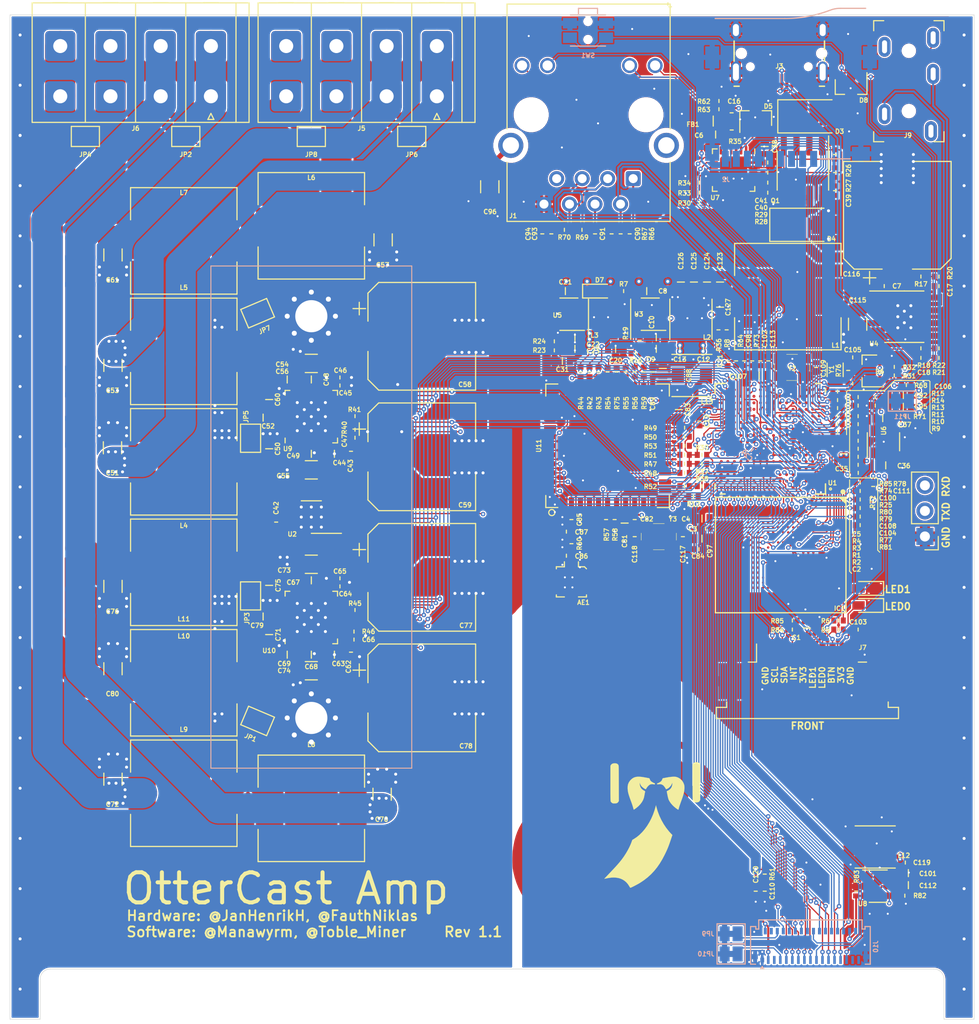
<source format=kicad_pcb>
(kicad_pcb (version 20171130) (host pcbnew 5.1.5+dfsg1-2build2)
  (layers (0 F.Cu signal) (1 In1.Cu signal) (2 In2.Cu signal) (31 B.Cu signal) (34 B.Paste user hide) (35 F.Paste user) (36 B.SilkS user) (37 F.SilkS user) (38 B.Mask user hide) (39 F.Mask user hide) (44 Edge.Cuts user))
  (net 0 "")
  (net 1 "Net-(AE1-Pad1)")
  (net 2 GND)
  (net 3 +3V3)
  (net 4 "Net-(C3-Pad1)")
  (net 5 "Net-(C6-Pad1)")
  (net 6 +1V5)
  (net 7 "Net-(C17-Pad1)")
  (net 8 "Net-(C18-Pad2)")
  (net 9 "Net-(C18-Pad1)")
  (net 10 +1.1V)
  (net 11 +3.0VA)
  (net 12 "Net-(C38-Pad2)")
  (net 13 "Net-(C39-Pad2)")
  (net 14 VBUS)
  (net 15 "Net-(C85-Pad2)")
  (net 16 "Net-(C85-Pad1)")
  (net 17 "Net-(C88-Pad1)")
  (net 18 "Net-(C90-Pad2)")
  (net 19 "Net-(C91-Pad2)")
  (net 20 "Net-(C93-Pad2)")
  (net 21 "Net-(C94-Pad2)")
  (net 22 "Net-(C96-Pad1)")
  (net 23 "Net-(C98-Pad1)")
  (net 24 "Net-(C102-Pad1)")
  (net 25 "Net-(C104-Pad1)")
  (net 26 "Net-(C105-Pad1)")
  (net 27 "Net-(C106-Pad1)")
  (net 28 "Net-(C107-Pad1)")
  (net 29 "Net-(C109-Pad1)")
  (net 30 RESETn)
  (net 31 "Net-(C113-Pad1)")
  (net 32 "Net-(D1-Pad2)")
  (net 33 "Net-(D2-Pad2)")
  (net 34 SDC0_D1)
  (net 35 SDC0_D0)
  (net 36 SDC0_CLK)
  (net 37 SDC0_CMD)
  (net 38 SDC0_D3)
  (net 39 SDC0_D2)
  (net 40 "Net-(J3-PadA8)")
  (net 41 "Net-(J3-PadA6)")
  (net 42 "Net-(J3-PadA7)")
  (net 43 "Net-(J3-PadB8)")
  (net 44 EPHY_SPD_LED)
  (net 45 EPHY_LINK_LED)
  (net 46 EPHY_RX_N)
  (net 47 EPHY_RX_P)
  (net 48 EPHY_TX_N)
  (net 49 EPHY_TX_P)
  (net 50 GNDA)
  (net 51 "Net-(C92-Pad2)")
  (net 52 "Net-(J9-Pad6)")
  (net 53 "Net-(C95-Pad1)")
  (net 54 LINE_DET)
  (net 55 "Net-(L13-Pad2)")
  (net 56 "Net-(Q1-Pad4)")
  (net 57 SDC2_CMD)
  (net 58 SDC2_RST)
  (net 59 GPIO_LED0)
  (net 60 GPIO_LED1)
  (net 61 UART1_RX)
  (net 62 UART1_TX)
  (net 63 BT-DIS-N)
  (net 64 "Net-(R12-Pad1)")
  (net 65 "Net-(R16-Pad2)")
  (net 66 "Net-(R23-Pad2)")
  (net 67 "Net-(R25-Pad1)")
  (net 68 USB-D_N)
  (net 69 USB-D_P)
  (net 70 "Net-(R35-Pad1)")
  (net 71 WL-SDIO-D3)
  (net 72 WL-SDIO-D2)
  (net 73 WL-SDIO-D1)
  (net 74 WL-SDIO-D0)
  (net 75 WL-SDIO-CMD)
  (net 76 WL-PMU-EN)
  (net 77 "Net-(R53-Pad2)")
  (net 78 WL-SDIO-CLK)
  (net 79 "Net-(R54-Pad2)")
  (net 80 PCM_LRCLK)
  (net 81 "Net-(R55-Pad2)")
  (net 82 PCM_BCLK)
  (net 83 "Net-(R56-Pad2)")
  (net 84 PCM_DIN)
  (net 85 BT-UART-RX)
  (net 86 BT-WAKE-AP)
  (net 87 "Net-(R59-Pad2)")
  (net 88 AP-CK32KO)
  (net 89 "Net-(R64-Pad1)")
  (net 90 "Net-(R65-Pad1)")
  (net 91 LINE_L)
  (net 92 LINE_R)
  (net 93 "Net-(R74-Pad2)")
  (net 94 "Net-(R80-Pad1)")
  (net 95 "Net-(R81-Pad1)")
  (net 96 GPIO_BTN)
  (net 97 MIPI-PWDN)
  (net 98 "Net-(U1-PadR11)")
  (net 99 "Net-(U1-PadK13)")
  (net 100 MIPI-D2_P)
  (net 101 MIPI-D3_P)
  (net 102 SDC0_DET#)
  (net 103 "Net-(U1-PadL13)")
  (net 104 MIPI-RESET)
  (net 105 G3)
  (net 106 "Net-(U1-PadL16)")
  (net 107 MIPI-D3_N)
  (net 108 "Net-(U1-PadT10)")
  (net 109 "Net-(U1-PadT6)")
  (net 110 "Net-(U1-PadR10)")
  (net 111 "Net-(U1-PadR6)")
  (net 112 "Net-(U1-PadR9)")
  (net 113 I2C1_SDA)
  (net 114 B3)
  (net 115 MIPI-CK_N)
  (net 116 B2)
  (net 117 AMP_MUTE1)
  (net 118 B0)
  (net 119 "Net-(U1-PadN11)")
  (net 120 "Net-(U1-PadN9)")
  (net 121 "Net-(U1-PadP11)")
  (net 122 "Net-(U1-PadP13)")
  (net 123 "Net-(U1-PadP10)")
  (net 124 "Net-(U1-PadN12)")
  (net 125 "Net-(U1-PadN13)")
  (net 126 "Net-(U1-PadP9)")
  (net 127 MIPI-D2_N)
  (net 128 USB-ID)
  (net 129 LRADC0)
  (net 130 LRADC1)
  (net 131 PCM_DOUT)
  (net 132 MIPI-CK_P)
  (net 133 SDC2_D1)
  (net 134 SDC2_D2)
  (net 135 MIPI-D0_P)
  (net 136 MIPI-D1_P)
  (net 137 AMP_MUTE0)
  (net 138 "Net-(U1-PadH14)")
  (net 139 MIPI-D1_N)
  (net 140 MIPI-MSCK)
  (net 141 "Net-(U1-PadG14)")
  (net 142 AMP_PDN0)
  (net 143 I2C1_SCL)
  (net 144 MIPI-D0_N)
  (net 145 "Net-(U1-PadE15)")
  (net 146 AP-WAKE-BT)
  (net 147 AMP_PDN1)
  (net 148 "Net-(U1-PadF15)")
  (net 149 "Net-(U1-PadE12)")
  (net 150 SDC2_D5)
  (net 151 B1)
  (net 152 "Net-(U1-PadD14)")
  (net 153 SDC2_D6)
  (net 154 LCD_HSYNC)
  (net 155 SDC2_D4)
  (net 156 B5)
  (net 157 G2)
  (net 158 SDC2_D3)
  (net 159 "Net-(U1-PadC14)")
  (net 160 "Net-(U1-PadD15)")
  (net 161 LCD_PWM)
  (net 162 BT-UART-RTS)
  (net 163 SDC2_D7)
  (net 164 R5)
  (net 165 SDC2_D0)
  (net 166 WL-WAKE-AP)
  (net 167 BT-UART-TX)
  (net 168 I2C0_SDA)
  (net 169 R2)
  (net 170 AMP_FAULT1)
  (net 171 LCD_VSYNC)
  (net 172 G0)
  (net 173 B4)
  (net 174 BT-UART-CTS)
  (net 175 LCD_ENAB)
  (net 176 R0)
  (net 177 G5)
  (net 178 R4)
  (net 179 "Net-(R3-Pad2)")
  (net 180 AMP_FAULT0)
  (net 181 I2C0_SCL)
  (net 182 G1)
  (net 183 LCD_DCLK)
  (net 184 R3)
  (net 185 R1)
  (net 186 G4)
  (net 187 "Net-(L2-Pad1)")
  (net 188 "Net-(L3-Pad1)")
  (net 189 "Net-(U6-Pad4)")
  (net 190 "Net-(C52-Pad1)")
  (net 191 "Net-(C52-Pad2)")
  (net 192 "Net-(C60-Pad2)")
  (net 193 "Net-(C60-Pad1)")
  (net 194 "Net-(C56-Pad2)")
  (net 195 "Net-(C56-Pad1)")
  (net 196 "Net-(C46-Pad2)")
  (net 197 "Net-(C45-Pad2)")
  (net 198 "Net-(R41-Pad2)")
  (net 199 "Net-(R40-Pad1)")
  (net 200 "Net-(C47-Pad2)")
  (net 201 "Net-(C50-Pad1)")
  (net 202 "Net-(C50-Pad2)")
  (net 203 "Net-(C71-Pad1)")
  (net 204 "Net-(C71-Pad2)")
  (net 205 "Net-(C79-Pad2)")
  (net 206 "Net-(C79-Pad1)")
  (net 207 "Net-(C75-Pad2)")
  (net 208 "Net-(C75-Pad1)")
  (net 209 "Net-(C65-Pad2)")
  (net 210 "Net-(C64-Pad2)")
  (net 211 "Net-(R41-Pad1)")
  (net 212 "Net-(U10-Pad11)")
  (net 213 "Net-(R46-Pad1)")
  (net 214 "Net-(C66-Pad2)")
  (net 215 "Net-(C69-Pad1)")
  (net 216 "Net-(C69-Pad2)")
  (net 217 "Net-(U11-Pad29)")
  (net 218 "Net-(U11-Pad32)")
  (net 219 "Net-(U11-Pad27)")
  (net 220 "Net-(U11-Pad30)")
  (net 221 "Net-(U11-Pad5)")
  (net 222 "Net-(U11-Pad8)")
  (net 223 "Net-(U11-Pad4)")
  (net 224 "Net-(U11-Pad3)")
  (net 225 "Net-(U11-Pad35)")
  (net 226 "Net-(U11-Pad37)")
  (net 227 "Net-(U11-Pad38)")
  (net 228 "Net-(U11-Pad39)")
  (net 229 "Net-(U11-Pad40)")
  (net 230 "Net-(C53-Pad1)")
  (net 231 "Net-(C51-Pad2)")
  (net 232 "Net-(C61-Pad1)")
  (net 233 "Net-(C57-Pad2)")
  (net 234 "Net-(C72-Pad1)")
  (net 235 "Net-(C70-Pad2)")
  (net 236 "Net-(C80-Pad1)")
  (net 237 "Net-(C76-Pad2)")
  (net 238 "Net-(J10-Pad32)")
  (net 239 "Net-(J10-Pad6)")
  (net 240 "Net-(J10-Pad4)")
  (net 241 "Net-(J10-Pad33)")
  (net 242 "Net-(J10-Pad31)")
  (net 243 "Net-(J10-Pad7)")
  (net 244 "Net-(J10-Pad5)")
  (net 245 SDC2_CLK)
  (net 246 "Net-(C7-Pad2)")
  (net 247 "Net-(C7-Pad1)")
  (net 248 "Net-(C40-Pad2)")
  (net 249 "Net-(C41-Pad2)")
  (net 250 "Net-(R17-Pad1)")
  (net 251 "Net-(R18-Pad2)")
  (net 252 "Net-(R28-Pad1)")
  (net 253 "Net-(R29-Pad1)")
  (net 254 "Net-(R30-Pad1)")
  (net 255 "Net-(R33-Pad2)")
  (net 256 "Net-(R34-Pad2)")
  (net 257 "Net-(U2-Pad3)")
  (net 258 "Net-(U7-Pad20)")
  (net 259 "Net-(U7-Pad19)")
  (net 260 "Net-(U7-Pad17)")
  (net 261 "Net-(U7-Pad15)")
  (net 262 "Net-(U7-Pad14)")
  (net 263 "Net-(U7-Pad11)")
  (net 264 "Net-(U7-Pad3)")
  (net 265 "Net-(C117-Pad1)")
  (net 266 "Net-(C118-Pad1)")
  (net 267 "Net-(D5-Pad2)")
  (net 268 "Net-(D5-Pad1)")
  (net 269 "Net-(D7-Pad2)")
  (net 270 "Net-(J1-Pad12)")
  (net 271 "Net-(J1-Pad9)")
  (net 272 LCD_RESET)
  (net 273 LEDA)
  (net 274 I2C0_INT)
  (net 275 LEDK)
  (net 276 "Net-(L12-Pad2)")
  (net 277 "Net-(U1-PadB6)")
  (module otter:C475204 (layer F.Cu) (at 120 58.1 180)
    (fp_text reference J6 (at 7.5 -3.2 180) (layer F.SilkS) (effects (font (size 0.45 0.45) (thickness 0.1))))
    (fp_text value " C475204")
    (pad 4 thru_hole roundrect (at 15 5 180) (size 3 3) (drill 1.4) (layers *.Cu *.Mask) (roundrect_rratio 0.125) (net 236 "Net-(C80-Pad1)"))
    (pad 3 thru_hole roundrect (at 10 5 180) (size 3 3) (drill 1.4) (layers *.Cu *.Mask) (roundrect_rratio 0.125) (net 237 "Net-(C76-Pad2)"))
    (pad 2 thru_hole roundrect (at 5 5 180) (size 3 3) (drill 1.4) (layers *.Cu *.Mask) (roundrect_rratio 0.125) (net 234 "Net-(C72-Pad1)"))
    (pad 1 thru_hole roundrect (at 0 5 180) (size 3 3) (drill 1.4) (layers *.Cu *.Mask) (roundrect_rratio 0.125) (net 235 "Net-(C70-Pad2)"))
    (pad 4 thru_hole roundrect (at 15 0 180) (size 3 3) (drill 1.4) (layers *.Cu *.Mask) (roundrect_rratio 0.125) (net 236 "Net-(C80-Pad1)"))
    (pad 3 thru_hole roundrect (at 10 0 180) (size 3 3) (drill 1.4) (layers *.Cu *.Mask) (roundrect_rratio 0.125) (net 237 "Net-(C76-Pad2)"))
    (pad 2 thru_hole roundrect (at 5 0 180) (size 3 3) (drill 1.4) (layers *.Cu *.Mask) (roundrect_rratio 0.125) (net 234 "Net-(C72-Pad1)"))
    (pad 1 thru_hole roundrect (at 0 0 180) (size 3 3) (drill 1.4) (layers *.Cu *.Mask) (roundrect_rratio 0.125) (net 235 "Net-(C70-Pad2)"))
  )
  (module otter:C475204 (layer F.Cu) (at 142.5 58.1 180)
    (fp_text reference J5 (at 7.5 -3.2 180) (layer F.SilkS) (effects (font (size 0.45 0.45) (thickness 0.1))))
    (fp_text value " C475204")
    (pad 4 thru_hole roundrect (at 15 5 180) (size 3 3) (drill 1.4) (layers *.Cu *.Mask) (roundrect_rratio 0.125) (net 232 "Net-(C61-Pad1)"))
    (pad 3 thru_hole roundrect (at 10 5 180) (size 3 3) (drill 1.4) (layers *.Cu *.Mask) (roundrect_rratio 0.125) (net 233 "Net-(C57-Pad2)"))
    (pad 2 thru_hole roundrect (at 5 5 180) (size 3 3) (drill 1.4) (layers *.Cu *.Mask) (roundrect_rratio 0.125) (net 230 "Net-(C53-Pad1)"))
    (pad 1 thru_hole roundrect (at 0 5 180) (size 3 3) (drill 1.4) (layers *.Cu *.Mask) (roundrect_rratio 0.125) (net 231 "Net-(C51-Pad2)"))
    (pad 4 thru_hole roundrect (at 15 0 180) (size 3 3) (drill 1.4) (layers *.Cu *.Mask) (roundrect_rratio 0.125) (net 232 "Net-(C61-Pad1)"))
    (pad 3 thru_hole roundrect (at 10 0 180) (size 3 3) (drill 1.4) (layers *.Cu *.Mask) (roundrect_rratio 0.125) (net 233 "Net-(C57-Pad2)"))
    (pad 2 thru_hole roundrect (at 5 0 180) (size 3 3) (drill 1.4) (layers *.Cu *.Mask) (roundrect_rratio 0.125) (net 230 "Net-(C53-Pad1)"))
    (pad 1 thru_hole roundrect (at 0 0 180) (size 3 3) (drill 1.4) (layers *.Cu *.Mask) (roundrect_rratio 0.125) (net 231 "Net-(C51-Pad2)"))
  )
  (module Connector_PinHeader_2.54mm:PinHeader_1x03_P2.54mm_Vertical (layer F.Cu) (at 191.1 101.93 180)
    (fp_text reference J4 hide)
    (fp_text value UART1)
    (pad 1 thru_hole rect (at 0 0 180) (size 1.7 1.7) (drill 1) (layers *.Cu *.Mask) (net 2 GND))
    (pad 2 thru_hole oval (at 0 2.54 180) (size 1.7 1.7) (drill 1) (layers *.Cu *.Mask) (net 62 UART1_TX))
    (pad 3 thru_hole oval (at 0 5.08 180) (size 1.7 1.7) (drill 1) (layers *.Cu *.Mask) (net 61 UART1_RX))
  )
  (module ottercast:ottercast_mask (layer F.Cu) (at 159.5 131.5)
    (fp_text reference G*** hide)
    (fp_text value LOGO hide)
  )
  (module ottercast:ottercast_enig (layer F.Cu) (at 159.5 131.5)
    (fp_text reference G*** hide)
    (fp_text value LOGO hide)
    (fp_poly (pts (xy 5.018848 -9.710128) (xy 5.182766 -9.7043) (xy 5.306647 -9.695716) (xy 5.766122 -9.635357) (xy 6.214353 -9.541963) (xy 6.646899 -9.417021) (xy 7.059324 -9.262017) (xy 7.447188 -9.078439) (xy 7.806054 -8.867773) (xy 7.834643 -8.848954) (xy 7.955704 -8.766011) (xy 8.067905 -8.684376) (xy 8.166436 -8.607997) (xy 8.246485 -8.540828) (xy 8.303243 -8.486819) (xy 8.3319 -8.449922) (xy 8.334066 -8.438702) (xy 8.311554 -8.418154) (xy 8.260897 -8.389288) (xy 8.200512 -8.361585) (xy 8.130922 -8.335797) (xy 8.064126 -8.31997) (xy 7.985816 -8.311881) (xy 7.88168 -8.30931) (xy 7.863417 -8.309263) (xy 7.794594 -8.309243) (xy 7.738492 -8.310629) (xy 7.688683 -8.315414) (xy 7.638739 -8.325593) (xy 7.582233 -8.343161) (xy 7.512735 -8.370111) (xy 7.423819 -8.40844) (xy 7.309056 -8.46014) (xy 7.164117 -8.52625) (xy 6.847935 -8.656522) (xy 6.510537 -8.767862) (xy 6.146172 -8.861894) (xy 5.749087 -8.940245) (xy 5.630599 -8.959698) (xy 5.486098 -8.977422) (xy 5.30843 -8.991218) (xy 5.106581 -9.001044) (xy 4.889538 -9.006861) (xy 4.666288 -9.008627) (xy 4.445818 -9.006302) (xy 4.237114 -8.999845) (xy 4.049164 -8.989215) (xy 3.890954 -8.974372) (xy 3.84175 -8.967803) (xy 3.346199 -8.876556) (xy 2.876673 -8.753288) (xy 2.434116 -8.598272) (xy 2.174675 -8.486793) (xy 2.064659 -8.43727) (xy 1.958646 -8.391937) (xy 1.867117 -8.355118) (xy 1.800551 -8.331136) (xy 1.788583 -8.327524) (xy 1.657403 -8.304633) (xy 1.511222 -8.301151) (xy 1.372681 -8.317135) (xy 1.3335 -8.326413) (xy 1.256426 -8.351313) (xy 1.179512 -8.382106) (xy 1.114831 -8.413332) (xy 1.074456 -8.439528) (xy 1.068404 -8.446329) (xy 1.078366 -8.468339) (xy 1.118197 -8.509889) (xy 1.18272 -8.566769) (xy 1.266762 -8.634769) (xy 1.365148 -8.709679) (xy 1.472703 -8.787287) (xy 1.566333 -8.851473) (xy 1.906203 -9.055561) (xy 2.278494 -9.236006) (xy 2.679677 -9.391521) (xy 3.106221 -9.520814) (xy 3.554597 -9.622597) (xy 3.788833 -9.663233) (xy 3.91008 -9.677973) (xy 4.064558 -9.690355) (xy 4.243224 -9.700187) (xy 4.437032 -9.707273) (xy 4.636935 -9.711421) (xy 4.833889 -9.712437) (xy 5.018848 -9.710128)) (layer F.Cu) (width 0.01))
    (fp_poly (pts (xy 7.705622 -7.383915) (xy 7.767628 -7.373517) (xy 7.832988 -7.357345) (xy 7.889325 -7.337606) (xy 7.900823 -7.332235) (xy 7.985166 -7.277273) (xy 8.066663 -7.20347) (xy 8.1295 -7.125787) (xy 8.142598 -7.103488) (xy 8.160456 -7.058355) (xy 8.163957 -7.00857) (xy 8.153892 -6.937546) (xy 8.151168 -6.923571) (xy 8.13613 -6.830567) (xy 8.125142 -6.731197) (xy 8.122501 -6.69127) (xy 8.117417 -6.577457) (xy 8.067943 -6.680687) (xy 8.017608 -6.77779) (xy 7.950849 -6.895659) (xy 7.875893 -7.020648) (xy 7.80097 -7.139109) (xy 7.734307 -7.237396) (xy 7.722293 -7.253971) (xy 7.68053 -7.312775) (xy 7.651246 -7.35795) (xy 7.641167 -7.378557) (xy 7.659343 -7.386331) (xy 7.705622 -7.383915)) (layer F.Cu) (width 0.01))
    (fp_poly (pts (xy 1.885755 -7.383494) (xy 1.922178 -7.369441) (xy 1.923228 -7.340456) (xy 1.892183 -7.291989) (xy 1.885449 -7.283374) (xy 1.823476 -7.198071) (xy 1.750979 -7.087389) (xy 1.675704 -6.964134) (xy 1.605399 -6.841115) (xy 1.54781 -6.73114) (xy 1.534155 -6.70257) (xy 1.466943 -6.557723) (xy 1.453367 -6.691987) (xy 1.420695 -6.843429) (xy 1.377915 -6.94734) (xy 1.316038 -7.06843) (xy 1.375803 -7.150933) (xy 1.471524 -7.252775) (xy 1.588723 -7.329904) (xy 1.716229 -7.376252) (xy 1.81068 -7.387167) (xy 1.885755 -7.383494)) (layer F.Cu) (width 0.01))
    (fp_poly (pts (xy 9.636125 -6.79129) (xy 9.793546 -6.657911) (xy 9.940166 -6.489522) (xy 10.071625 -6.29295) (xy 10.183566 -6.075026) (xy 10.271629 -5.842577) (xy 10.296768 -5.756201) (xy 10.35502 -5.472536) (xy 10.380701 -5.184819) (xy 10.374982 -4.898043) (xy 10.339029 -4.617199) (xy 10.274012 -4.347279) (xy 10.181099 -4.093277) (xy 10.061459 -3.860183) (xy 9.916261 -3.652991) (xy 9.767549 -3.495391) (xy 9.704121 -3.439357) (xy 9.648004 -3.393175) (xy 9.610271 -3.365913) (xy 9.607517 -3.36435) (xy 9.600334 -3.361431) (xy 9.594062 -3.36264) (xy 9.58864 -3.37063) (xy 9.584005 -3.388055) (xy 9.580095 -3.417567) (xy 9.57685 -3.46182) (xy 9.574207 -3.523466) (xy 9.572104 -3.605158) (xy 9.57048 -3.70955) (xy 9.569274 -3.839294) (xy 9.568422 -3.997044) (xy 9.567865 -4.185452) (xy 9.567539 -4.407172) (xy 9.567383 -4.664856) (xy 9.567336 -4.961158) (xy 9.567333 -5.09128) (xy 9.567333 -6.839716) (xy 9.636125 -6.79129)) (layer F.Cu) (width 0.01))
    (fp_poly (pts (xy -0.042333 -5.007114) (xy -0.042437 -4.740885) (xy -0.042738 -4.487201) (xy -0.043221 -4.249201) (xy -0.043869 -4.030021) (xy -0.044666 -3.832801) (xy -0.045598 -3.660678) (xy -0.046648 -3.51679) (xy -0.0478 -3.404275) (xy -0.049039 -3.32627) (xy -0.050349 -3.285914) (xy -0.051016 -3.280833) (xy -0.070838 -3.292922) (xy -0.113738 -3.324384) (xy -0.162141 -3.361905) (xy -0.350819 -3.537526) (xy -0.511772 -3.741103) (xy -0.644471 -3.968148) (xy -0.748384 -4.214173) (xy -0.822981 -4.474688) (xy -0.867731 -4.745206) (xy -0.882104 -5.021239) (xy -0.865568 -5.298298) (xy -0.817593 -5.571895) (xy -0.737648 -5.837541) (xy -0.625203 -6.090749) (xy -0.507967 -6.286549) (xy -0.436966 -6.380968) (xy -0.351719 -6.478958) (xy -0.261785 -6.570741) (xy -0.176723 -6.646538) (xy -0.10857 -6.695155) (xy -0.042333 -6.733394) (xy -0.042333 -5.007114)) (layer F.Cu) (width 0.01))
    (fp_poly (pts (xy 5.067702 -8.422854) (xy 5.295353 -8.39982) (xy 5.513891 -8.358543) (xy 5.738837 -8.296602) (xy 5.801892 -8.276284) (xy 6.109693 -8.15915) (xy 6.391085 -8.018613) (xy 6.654124 -7.849656) (xy 6.906869 -7.647261) (xy 7.092117 -7.472904) (xy 7.344699 -7.195645) (xy 7.558061 -6.907193) (xy 7.734574 -6.604242) (xy 7.776327 -6.519309) (xy 7.869906 -6.307097) (xy 7.946741 -6.098744) (xy 8.00746 -5.888945) (xy 8.052689 -5.672395) (xy 8.083058 -5.44379) (xy 8.099191 -5.197824) (xy 8.101718 -4.929193) (xy 8.091266 -4.632592) (xy 8.068461 -4.302716) (xy 8.055712 -4.156897) (xy 8.034131 -3.905424) (xy 8.018391 -3.678735) (xy 8.007703 -3.460407) (xy 8.001279 -3.234018) (xy 7.998327 -2.983146) (xy 7.998215 -2.96098) (xy 7.996984 -2.790859) (xy 7.994952 -2.621376) (xy 7.992279 -2.461012) (xy 7.989128 -2.318252) (xy 7.985658 -2.201577) (xy 7.98234 -2.124874) (xy 7.96925 -1.889664) (xy 7.895167 -1.922643) (xy 7.786762 -1.97187) (xy 7.666334 -2.028156) (xy 7.541703 -2.087675) (xy 7.420691 -2.146602) (xy 7.311118 -2.201109) (xy 7.220807 -2.247372) (xy 7.157579 -2.281565) (xy 7.139825 -2.292134) (xy 7.051234 -2.348305) (xy 7.101589 -2.534111) (xy 7.12482 -2.617629) (xy 7.148907 -2.698732) (xy 7.176128 -2.784105) (xy 7.208764 -2.880429) (xy 7.249096 -2.994387) (xy 7.299403 -3.132663) (xy 7.361965 -3.301939) (xy 7.381661 -3.354917) (xy 7.489839 -3.664897) (xy 7.571638 -3.944407) (xy 7.626993 -4.196137) (xy 7.65584 -4.422777) (xy 7.658115 -4.627016) (xy 7.633753 -4.811545) (xy 7.582691 -4.979054) (xy 7.504864 -5.132232) (xy 7.400209 -5.273769) (xy 7.334247 -5.34458) (xy 7.219041 -5.445049) (xy 7.093779 -5.529165) (xy 6.969586 -5.590404) (xy 6.861997 -5.621566) (xy 6.807697 -5.632208) (xy 6.776373 -5.64214) (xy 6.773333 -5.645034) (xy 6.784742 -5.666302) (xy 6.813144 -5.707786) (xy 6.823327 -5.721704) (xy 6.891291 -5.843565) (xy 6.917916 -5.967345) (xy 6.903464 -6.089069) (xy 6.8482 -6.204761) (xy 6.786408 -6.278996) (xy 6.683982 -6.357825) (xy 6.577319 -6.399301) (xy 6.470707 -6.40754) (xy 6.36844 -6.386653) (xy 6.274808 -6.340755) (xy 6.194101 -6.273958) (xy 6.130612 -6.190376) (xy 6.088631 -6.094123) (xy 6.072449 -5.989311) (xy 6.086358 -5.880054) (xy 6.134649 -5.770466) (xy 6.1851 -5.702601) (xy 6.220824 -5.659904) (xy 6.239125 -5.633963) (xy 6.239478 -5.630333) (xy 6.206166 -5.626379) (xy 6.140148 -5.615625) (xy 6.050197 -5.599738) (xy 5.945086 -5.580381) (xy 5.833588 -5.55922) (xy 5.724475 -5.53792) (xy 5.62652 -5.518145) (xy 5.548496 -5.501562) (xy 5.499176 -5.489834) (xy 5.499147 -5.489826) (xy 5.472025 -5.494211) (xy 5.451158 -5.529758) (xy 5.44066 -5.563763) (xy 5.404642 -5.65298) (xy 5.344743 -5.754465) (xy 5.268539 -5.859078) (xy 5.183606 -5.957678) (xy 5.09752 -6.041126) (xy 5.017858 -6.10028) (xy 4.980673 -6.118717) (xy 4.885045 -6.139614) (xy 4.780693 -6.138415) (xy 4.686362 -6.116257) (xy 4.650409 -6.098674) (xy 4.587656 -6.051055) (xy 4.510694 -5.979957) (xy 4.429983 -5.896301) (xy 4.355986 -5.811011) (xy 4.299163 -5.735008) (xy 4.293081 -5.725583) (xy 4.253155 -5.653238) (xy 4.219678 -5.577964) (xy 4.213296 -5.560091) (xy 4.189819 -5.506354) (xy 4.164931 -5.489564) (xy 4.154367 -5.491695) (xy 4.124531 -5.49906) (xy 4.061608 -5.512098) (xy 3.974218 -5.529218) (xy 3.87098 -5.548833) (xy 3.760511 -5.56935) (xy 3.651432 -5.589182) (xy 3.552362 -5.606737) (xy 3.471919 -5.620426) (xy 3.418722 -5.62866) (xy 3.402753 -5.630333) (xy 3.402886 -5.64416) (xy 3.426361 -5.679285) (xy 3.445733 -5.702601) (xy 3.516692 -5.811814) (xy 3.550537 -5.92903) (xy 3.549766 -6.047317) (xy 3.516877 -6.159747) (xy 3.454368 -6.259389) (xy 3.364737 -6.339314) (xy 3.250481 -6.39259) (xy 3.192197 -6.405944) (xy 3.07775 -6.40477) (xy 2.968512 -6.368382) (xy 2.871043 -6.303403) (xy 2.791902 -6.216452) (xy 2.737649 -6.114151) (xy 2.714844 -6.003121) (xy 2.720008 -5.92932) (xy 2.757579 -5.810869) (xy 2.819137 -5.705602) (xy 2.839807 -5.680823) (xy 2.880663 -5.636063) (xy 2.791001 -5.621726) (xy 2.660115 -5.582648) (xy 2.524053 -5.510014) (xy 2.390902 -5.410472) (xy 2.268749 -5.290667) (xy 2.16568 -5.157246) (xy 2.110961 -5.062814) (xy 2.049729 -4.923477) (xy 2.011859 -4.790862) (xy 1.994602 -4.650334) (xy 1.995212 -4.487259) (xy 1.996934 -4.455583) (xy 2.009933 -4.311917) (xy 2.032644 -4.165122) (xy 2.066726 -4.008776) (xy 2.11384 -3.83646) (xy 2.175647 -3.641754) (xy 2.253806 -3.418237) (xy 2.292517 -3.312583) (xy 2.374172 -3.088122) (xy 2.444161 -2.88732) (xy 2.501479 -2.713326) (xy 2.545121 -2.56929) (xy 2.574081 -2.45836) (xy 2.586478 -2.391833) (xy 2.586195 -2.372778) (xy 2.577272 -2.354163) (xy 2.555003 -2.332932) (xy 2.514681 -2.306034) (xy 2.451602 -2.270415) (xy 2.361058 -2.22302) (xy 2.238345 -2.160797) (xy 2.203201 -2.143125) (xy 2.084754 -2.084157) (xy 1.978545 -2.032303) (xy 1.890576 -1.990411) (xy 1.826849 -1.961329) (xy 1.793367 -1.947903) (xy 1.790451 -1.947326) (xy 1.782228 -1.96358) (xy 1.776602 -2.013724) (xy 1.7735 -2.099819) (xy 1.772852 -2.223928) (xy 1.774587 -2.388112) (xy 1.774779 -2.400119) (xy 1.776434 -2.622193) (xy 1.77311 -2.821994) (xy 1.76392 -3.010539) (xy 1.747983 -3.198849) (xy 1.724414 -3.397941) (xy 1.69233 -3.618833) (xy 1.662003 -3.806298) (xy 1.608545 -4.143072) (xy 1.567067 -4.442328) (xy 1.537309 -4.707074) (xy 1.519012 -4.940318) (xy 1.511916 -5.145067) (xy 1.515763 -5.324329) (xy 1.52299 -5.418667) (xy 1.561866 -5.711364) (xy 1.619321 -5.978632) (xy 1.699377 -6.234789) (xy 1.806056 -6.494159) (xy 1.85289 -6.593417) (xy 2.021359 -6.894084) (xy 2.224592 -7.178391) (xy 2.457995 -7.442071) (xy 2.716973 -7.68086) (xy 2.996932 -7.890489) (xy 3.293278 -8.066694) (xy 3.579677 -8.196874) (xy 3.84673 -8.291343) (xy 4.097566 -8.359141) (xy 4.346461 -8.402963) (xy 4.607692 -8.425502) (xy 4.815417 -8.430064) (xy 5.067702 -8.422854)) (layer F.Cu) (width 0.01))
    (fp_poly (pts (xy 5.24522 -4.581109) (xy 5.324687 -4.53351) (xy 5.407725 -4.443946) (xy 5.428475 -4.415838) (xy 5.476696 -4.335951) (xy 5.519763 -4.237099) (xy 5.559445 -4.11366) (xy 5.597513 -3.960014) (xy 5.635736 -3.770539) (xy 5.641479 -3.739302) (xy 5.685603 -3.528546) (xy 5.737149 -3.348614) (xy 5.800397 -3.18811) (xy 5.879626 -3.035643) (xy 5.945636 -2.929493) (xy 6.085783 -2.737679) (xy 6.247073 -2.557203) (xy 6.432396 -2.386059) (xy 6.644646 -2.222242) (xy 6.886716 -2.063748) (xy 7.161496 -1.908571) (xy 7.471881 -1.754707) (xy 7.820761 -1.60015) (xy 7.926917 -1.555993) (xy 8.098541 -1.484245) (xy 8.237083 -1.422758) (xy 8.349336 -1.36758) (xy 8.442096 -1.31476) (xy 8.522155 -1.260346) (xy 8.596308 -1.200388) (xy 8.67135 -1.130934) (xy 8.691107 -1.111563) (xy 8.785813 -1.012735) (xy 8.856441 -0.925079) (xy 8.913228 -0.834975) (xy 8.945107 -0.773681) (xy 8.980541 -0.699898) (xy 9.004021 -0.642629) (xy 9.018006 -0.589568) (xy 9.024955 -0.528408) (xy 9.027328 -0.446841) (xy 9.027583 -0.360931) (xy 9.026811 -0.252549) (xy 9.023207 -0.174956) (xy 9.014841 -0.116617) (xy 8.99978 -0.065995) (xy 8.976094 -0.011557) (xy 8.965383 0.010583) (xy 8.866278 0.166094) (xy 8.735543 0.297575) (xy 8.579156 0.400434) (xy 8.403094 0.470079) (xy 8.35025 0.483184) (xy 8.151633 0.512293) (xy 7.953686 0.515892) (xy 7.855537 0.507029) (xy 7.610524 0.453476) (xy 7.363254 0.359605) (xy 7.115965 0.227193) (xy 6.870895 0.058016) (xy 6.630282 -0.14615) (xy 6.396363 -0.383528) (xy 6.171376 -0.652343) (xy 5.95756 -0.950817) (xy 5.892743 -1.050911) (xy 5.810861 -1.189121) (xy 5.720452 -1.356389) (xy 5.626798 -1.541755) (xy 5.535179 -1.734259) (xy 5.450878 -1.922941) (xy 5.379177 -2.096842) (xy 5.345472 -2.186535) (xy 5.198797 -2.654631) (xy 5.091491 -3.129659) (xy 5.024495 -3.606821) (xy 5.002134 -3.938217) (xy 4.99786 -4.115605) (xy 5.000168 -4.256009) (xy 5.009814 -4.364373) (xy 5.027551 -4.445643) (xy 5.054135 -4.504766) (xy 5.090318 -4.546685) (xy 5.095586 -4.550987) (xy 5.168971 -4.586887) (xy 5.24522 -4.581109)) (layer F.Cu) (width 0.01))
    (fp_poly (pts (xy 4.515195 -4.564928) (xy 4.534563 -4.551525) (xy 4.572089 -4.513293) (xy 4.599514 -4.462044) (xy 4.618183 -4.39142) (xy 4.629439 -4.295065) (xy 4.634625 -4.166622) (xy 4.635382 -4.074454) (xy 4.616129 -3.648572) (xy 4.559285 -3.213563) (xy 4.466762 -2.775518) (xy 4.34047 -2.340532) (xy 4.182321 -1.914696) (xy 3.994225 -1.504105) (xy 3.778096 -1.114851) (xy 3.639507 -0.899583) (xy 3.424006 -0.605697) (xy 3.199214 -0.343076) (xy 2.967075 -0.112938) (xy 2.729532 0.083495) (xy 2.488527 0.245003) (xy 2.246005 0.370368) (xy 2.003908 0.458368) (xy 1.764179 0.507785) (xy 1.528762 0.517397) (xy 1.401789 0.505271) (xy 1.196152 0.457677) (xy 1.017381 0.380066) (xy 0.867444 0.274433) (xy 0.748311 0.142773) (xy 0.661948 -0.012921) (xy 0.610325 -0.190653) (xy 0.596655 -0.310545) (xy 0.604516 -0.50559) (xy 0.650303 -0.688992) (xy 0.735364 -0.864143) (xy 0.861045 -1.034435) (xy 0.902111 -1.080013) (xy 0.980014 -1.156318) (xy 1.067438 -1.227026) (xy 1.170026 -1.295447) (xy 1.293423 -1.36489) (xy 1.443273 -1.438666) (xy 1.625218 -1.520084) (xy 1.725083 -1.56263) (xy 2.066025 -1.711555) (xy 2.368532 -1.85586) (xy 2.635934 -1.997844) (xy 2.87156 -2.139807) (xy 3.078739 -2.284047) (xy 3.260802 -2.432865) (xy 3.421077 -2.588558) (xy 3.562894 -2.753428) (xy 3.676737 -2.910417) (xy 3.747839 -3.020876) (xy 3.805871 -3.122921) (xy 3.853873 -3.22481) (xy 3.894887 -3.334801) (xy 3.931955 -3.461155) (xy 3.968118 -3.612129) (xy 4.006418 -3.795982) (xy 4.010545 -3.816807) (xy 4.052258 -4.009605) (xy 4.094745 -4.165694) (xy 4.140209 -4.290678) (xy 4.190854 -4.390158) (xy 4.248881 -4.469735) (xy 4.2803 -4.502796) (xy 4.363864 -4.565232) (xy 4.442308 -4.585971) (xy 4.515195 -4.564928)) (layer F.Cu) (width 0.01))
    (fp_poly (pts (xy 2.44759 0.662534) (xy 2.445263 0.686776) (xy 2.427876 0.743027) (xy 2.398091 0.824853) (xy 2.35857 0.925818) (xy 2.311977 1.039488) (xy 2.260973 1.159427) (xy 2.208222 1.2792) (xy 2.156387 1.392374) (xy 2.10813 1.492511) (xy 2.086746 1.534583) (xy 1.974856 1.742758) (xy 1.859546 1.942106) (xy 1.737823 2.136514) (xy 1.606696 2.329867) (xy 1.463174 2.52605) (xy 1.304263 2.728949) (xy 1.126974 2.942451) (xy 0.928313 3.170439) (xy 0.70529 3.4168) (xy 0.454912 3.68542) (xy 0.325848 3.821607) (xy 0.205181 3.948492) (xy 0.090003 4.06986) (xy -0.015413 4.18119) (xy -0.106795 4.27796) (xy -0.179871 4.355649) (xy -0.230367 4.409736) (xy -0.247072 4.4279) (xy -0.283857 4.466207) (xy -0.320608 4.497034) (xy -0.365065 4.524359) (xy -0.42497 4.552162) (xy -0.508066 4.584421) (xy -0.622095 4.625116) (xy -0.649238 4.634598) (xy -0.782669 4.681099) (xy -0.881356 4.715297) (xy -0.950538 4.7388) (xy -0.995453 4.753221) (xy -1.021338 4.760168) (xy -1.033432 4.761253) (xy -1.036973 4.758085) (xy -1.037167 4.753857) (xy -1.028352 4.729631) (xy -1.005061 4.678079) (xy -0.972024 4.609599) (xy -0.966231 4.59793) (xy -0.92994 4.522012) (xy -0.883417 4.420234) (xy -0.832626 4.305847) (xy -0.783532 4.192102) (xy -0.783065 4.191) (xy -0.670833 3.926417) (xy -0.361875 3.608707) (xy -0.103807 3.33342) (xy 0.121952 3.070159) (xy 0.320666 2.811444) (xy 0.497597 2.549793) (xy 0.658008 2.277726) (xy 0.807162 1.987761) (xy 0.865078 1.864591) (xy 0.921414 1.736376) (xy 0.984577 1.583632) (xy 1.049857 1.418553) (xy 1.112548 1.253336) (xy 1.16794 1.100175) (xy 1.211325 0.971267) (xy 1.217211 0.9525) (xy 1.253222 0.836083) (xy 1.573819 0.835845) (xy 1.733956 0.833515) (xy 1.864635 0.825276) (xy 1.978576 0.808851) (xy 2.088499 0.781965) (xy 2.207122 0.742343) (xy 2.303357 0.70533) (xy 2.371822 0.680057) (xy 2.423541 0.664669) (xy 2.447487 0.662439) (xy 2.44759 0.662534)) (layer F.Cu) (width 0.01))
    (fp_poly (pts (xy -3.224878 1.181097) (xy -3.183635 1.217695) (xy -3.136239 1.278275) (xy -3.107598 1.344565) (xy -3.096363 1.425413) (xy -3.101186 1.529669) (xy -3.117855 1.649106) (xy -3.167076 1.885934) (xy -3.24066 2.151756) (xy -3.336882 2.442224) (xy -3.454016 2.752994) (xy -3.590336 3.079719) (xy -3.744117 3.418053) (xy -3.913634 3.763652) (xy -4.092547 4.103698) (xy -4.143148 4.198196) (xy -4.184699 4.27868) (xy -4.213779 4.338295) (xy -4.226966 4.370184) (xy -4.227177 4.373545) (xy -4.206358 4.367739) (xy -4.15363 4.346696) (xy -4.075415 4.313154) (xy -3.97813 4.269852) (xy -3.892931 4.230965) (xy -3.584277 4.092713) (xy -3.300355 3.973865) (xy -3.044306 3.875667) (xy -2.819272 3.799362) (xy -2.753078 3.779409) (xy -2.657969 3.752466) (xy -2.578849 3.731396) (xy -2.523842 3.718269) (xy -2.501075 3.715152) (xy -2.500993 3.715217) (xy -2.509907 3.734225) (xy -2.538618 3.784693) (xy -2.584471 3.862195) (xy -2.644808 3.962303) (xy -2.716974 4.08059) (xy -2.798313 4.212629) (xy -2.833138 4.268813) (xy -2.918648 4.406543) (xy -2.99739 4.533405) (xy -3.066465 4.644726) (xy -3.122973 4.73583) (xy -3.164016 4.802045) (xy -3.186692 4.838697) (xy -3.189843 4.843822) (xy -3.221062 4.861923) (xy -3.287443 4.878932) (xy -3.381817 4.894313) (xy -3.497017 4.907531) (xy -3.625875 4.91805) (xy -3.761222 4.925334) (xy -3.895891 4.928847) (xy -4.022714 4.928053) (xy -4.134522 4.922417) (xy -4.180417 4.917874) (xy -4.381058 4.887656) (xy -4.588442 4.845579) (xy -4.782766 4.795897) (xy -4.86512 4.770751) (xy -4.953866 4.738664) (xy -5.059211 4.695618) (xy -5.173411 4.645344) (xy -5.288722 4.591574) (xy -5.397401 4.538038) (xy -5.491704 4.488467) (xy -5.563887 4.446593) (xy -5.606206 4.416146) (xy -5.610545 4.411589) (xy -5.609966 4.391512) (xy -5.593312 4.347987) (xy -5.55992 4.279901) (xy -5.50913 4.186146) (xy -5.44028 4.065611) (xy -5.35271 3.917186) (xy -5.245759 3.73976) (xy -5.118764 3.532224) (xy -4.971066 3.293466) (xy -4.802002 3.022378) (xy -4.610912 2.717847) (xy -4.447543 2.458598) (xy -4.294427 2.216846) (xy -4.16121 2.008626) (xy -4.045895 1.831238) (xy -3.946487 1.681984) (xy -3.860986 1.558165) (xy -3.787397 1.457081) (xy -3.723722 1.376033) (xy -3.667965 1.312323) (xy -3.618128 1.263252) (xy -3.572214 1.22612) (xy -3.528226 1.198229) (xy -3.506723 1.187095) (xy -3.397443 1.147852) (xy -3.304938 1.145716) (xy -3.224878 1.181097)) (layer F.Cu) (width 0.01))
    (fp_poly (pts (xy -6.325644 -2.740372) (xy -6.318273 -2.706489) (xy -6.346701 -2.650022) (xy -6.410928 -2.570974) (xy -6.414953 -2.566567) (xy -6.620688 -2.318183) (xy -6.817027 -2.033308) (xy -7.001016 -1.717288) (xy -7.169701 -1.375473) (xy -7.320129 -1.013209) (xy -7.40563 -0.772583) (xy -7.523713 -0.382673) (xy -7.612275 -0.008421) (xy -7.673589 0.362467) (xy -7.709929 0.742282) (xy -7.718789 0.92075) (xy -7.7201 1.295605) (xy -7.694402 1.64622) (xy -7.639823 1.979839) (xy -7.554488 2.303707) (xy -7.436527 2.625069) (xy -7.284066 2.951169) (xy -7.115141 3.255818) (xy -6.876754 3.623001) (xy -6.617252 3.954885) (xy -6.337288 4.250907) (xy -6.03751 4.510507) (xy -5.718569 4.733121) (xy -5.381115 4.918189) (xy -5.025799 5.065149) (xy -5.017582 5.068021) (xy -4.742486 5.14897) (xy -4.447136 5.209331) (xy -4.145377 5.247247) (xy -3.851057 5.260862) (xy -3.635375 5.253404) (xy -3.547866 5.24726) (xy -3.478764 5.243368) (xy -3.437098 5.242181) (xy -3.429 5.243036) (xy -3.438686 5.262311) (xy -3.465803 5.313318) (xy -3.507443 5.390665) (xy -3.560698 5.488956) (xy -3.622658 5.602799) (xy -3.651858 5.656298) (xy -3.7197 5.782646) (xy -3.782204 5.903103) (xy -3.835798 6.010463) (xy -3.876908 6.097518) (xy -3.901962 6.157059) (xy -3.905858 6.168633) (xy -3.936028 6.341659) (xy -3.926699 6.518307) (xy -3.879703 6.693032) (xy -3.79687 6.860285) (xy -3.680029 7.014519) (xy -3.601008 7.092617) (xy -3.516316 7.162133) (xy -3.427035 7.22173) (xy -3.329215 7.27223) (xy -3.218907 7.314454) (xy -3.09216 7.349225) (xy -2.945024 7.377365) (xy -2.77355 7.399697) (xy -2.573786 7.417042) (xy -2.341784 7.430224) (xy -2.073592 7.440063) (xy -1.911537 7.444295) (xy -1.72981 7.448138) (xy -1.585738 7.449778) (xy -1.474666 7.448458) (xy -1.391939 7.443423) (xy -1.332904 7.433917) (xy -1.292907 7.419183) (xy -1.267292 7.398467) (xy -1.251407 7.37101) (xy -1.240596 7.336059) (xy -1.240401 7.335283) (xy -1.240842 7.271545) (xy -1.265964 7.207811) (xy -1.307478 7.160038) (xy -1.339177 7.145135) (xy -1.374306 7.141498) (xy -1.444444 7.137126) (xy -1.54228 7.132372) (xy -1.660505 7.127585) (xy -1.791807 7.123117) (xy -1.80975 7.122569) (xy -2.048839 7.113966) (xy -2.276914 7.103056) (xy -2.487595 7.090267) (xy -2.674501 7.076029) (xy -2.831252 7.060771) (xy -2.942167 7.046383) (xy -3.115353 7.002793) (xy -3.268639 6.930755) (xy -3.397869 6.834337) (xy -3.498886 6.717606) (xy -3.567534 6.584631) (xy -3.599657 6.439478) (xy -3.601502 6.401156) (xy -3.600671 6.349572) (xy -3.594707 6.302934) (xy -3.580659 6.252921) (xy -3.555576 6.191215) (xy -3.516507 6.109494) (xy -3.4605 5.999438) (xy -3.455718 5.990167) (xy -3.354879 5.800764) (xy -3.231595 5.579637) (xy -3.087635 5.329785) (xy -2.924769 5.05421) (xy -2.744765 4.755911) (xy -2.549393 4.437888) (xy -2.382309 4.169833) (xy -2.201164 3.881075) (xy -2.040925 3.625953) (xy -1.900047 3.40221) (xy -1.776988 3.207591) (xy -1.670202 3.039841) (xy -1.578148 2.896705) (xy -1.499279 2.775927) (xy -1.432054 2.675251) (xy -1.374928 2.592423) (xy -1.326357 2.525187) (xy -1.284798 2.471287) (xy -1.248706 2.428468) (xy -1.216538 2.394475) (xy -1.186751 2.367052) (xy -1.157799 2.343943) (xy -1.12814 2.322894) (xy -1.109615 2.310482) (xy -0.993649 2.249775) (xy -0.889623 2.22837) (xy -0.799056 2.246045) (xy -0.72347 2.302575) (xy -0.675589 2.374086) (xy -0.650992 2.429829) (xy -0.639454 2.483104) (xy -0.638775 2.550332) (xy -0.643503 2.613597) (xy -0.670309 2.798381) (xy -0.719142 3.013757) (xy -0.788288 3.255266) (xy -0.876039 3.518447) (xy -0.980681 3.798841) (xy -1.100505 4.091986) (xy -1.233799 4.393422) (xy -1.378853 4.698691) (xy -1.533955 5.003331) (xy -1.62587 5.174377) (xy -1.678114 5.2711) (xy -1.721395 5.353945) (xy -1.752344 5.416243) (xy -1.767592 5.451323) (xy -1.7684 5.456489) (xy -1.747744 5.450401) (xy -1.694209 5.429022) (xy -1.613381 5.394738) (xy -1.510846 5.349941) (xy -1.392188 5.297019) (xy -1.331672 5.26967) (xy -1.030604 5.136709) (xy -0.759817 5.025358) (xy -0.514141 4.934087) (xy -0.288404 4.861371) (xy -0.077438 4.805681) (xy 0.123929 4.76549) (xy 0.320866 4.739269) (xy 0.508667 4.725903) (xy 0.722713 4.724602) (xy 0.909366 4.742078) (xy 1.080142 4.780427) (xy 1.246556 4.841745) (xy 1.312333 4.872129) (xy 1.494609 4.98355) (xy 1.657223 5.128846) (xy 1.79824 5.303449) (xy 1.91572 5.502789) (xy 2.007727 5.722298) (xy 2.072322 5.957405) (xy 2.10757 6.203542) (xy 2.111531 6.456139) (xy 2.085133 6.694617) (xy 2.020977 6.95529) (xy 1.920227 7.22097) (xy 1.786708 7.484093) (xy 1.624251 7.737095) (xy 1.440848 7.967707) (xy 1.365542 8.057325) (xy 1.319078 8.125661) (xy 1.298707 8.179616) (xy 1.30168 8.226088) (xy 1.321703 8.266701) (xy 1.381849 8.330169) (xy 1.451182 8.354006) (xy 1.523558 8.337989) (xy 1.581508 8.296876) (xy 1.655007 8.22475) (xy 1.739401 8.1278) (xy 1.830033 8.012213) (xy 1.922249 7.884178) (xy 2.011394 7.749882) (xy 2.092811 7.615514) (xy 2.158411 7.494128) (xy 2.290045 7.190091) (xy 2.38123 6.883444) (xy 2.431792 6.57638) (xy 2.44156 6.27109) (xy 2.41036 5.969769) (xy 2.338022 5.674607) (xy 2.308242 5.587506) (xy 2.249184 5.425683) (xy 2.3893 5.365678) (xy 2.464843 5.331498) (xy 2.564306 5.283936) (xy 2.674251 5.229525) (xy 2.772248 5.179482) (xy 3.192661 4.94305) (xy 3.586565 4.683834) (xy 3.955214 4.400207) (xy 4.299864 4.090545) (xy 4.621771 3.753223) (xy 4.922191 3.386615) (xy 5.202379 2.989098) (xy 5.463591 2.559047) (xy 5.707083 2.094835) (xy 5.93411 1.59484) (xy 6.145928 1.057434) (xy 6.30054 0.613833) (xy 6.342186 0.487857) (xy 6.37957 0.374778) (xy 6.410558 0.281052) (xy 6.433013 0.213136) (xy 6.444803 0.177487) (xy 6.445775 0.174549) (xy 6.465359 0.17429) (xy 6.512175 0.200836) (xy 6.582627 0.251981) (xy 6.61924 0.280944) (xy 6.830762 0.436067) (xy 7.054742 0.571852) (xy 7.281221 0.683028) (xy 7.50024 0.764328) (xy 7.569945 0.783898) (xy 7.647303 0.804405) (xy 7.707094 0.821611) (xy 7.738883 0.832475) (xy 7.74125 0.833861) (xy 7.740833 0.856469) (xy 7.734354 0.913624) (xy 7.72278 0.998126) (xy 7.707074 1.102776) (xy 7.695174 1.177771) (xy 7.557242 1.934587) (xy 7.393939 2.657878) (xy 7.205295 3.347598) (xy 6.991341 4.003699) (xy 6.752108 4.626137) (xy 6.487628 5.214863) (xy 6.197931 5.769831) (xy 5.883047 6.290996) (xy 5.543008 6.77831) (xy 5.177845 7.231727) (xy 4.787588 7.6512) (xy 4.372269 8.036684) (xy 3.931917 8.388131) (xy 3.466565 8.705495) (xy 2.976243 8.988729) (xy 2.460982 9.237788) (xy 2.296583 9.307887) (xy 1.821663 9.487003) (xy 1.32782 9.638995) (xy 0.810848 9.764894) (xy 0.266541 9.865733) (xy -0.275167 9.938748) (xy -0.364967 9.946567) (xy -0.488679 9.954047) (xy -0.63959 9.961049) (xy -0.810987 9.967432) (xy -0.996157 9.973056) (xy -1.188386 9.977781) (xy -1.380963 9.981466) (xy -1.567172 9.98397) (xy -1.740303 9.985155) (xy -1.893641 9.984879) (xy -2.020473 9.983002) (xy -2.114087 9.979383) (xy -2.137833 9.977673) (xy -2.568826 9.934243) (xy -2.966355 9.880656) (xy -3.338401 9.8154) (xy -3.692942 9.736961) (xy -4.037957 9.643823) (xy -4.260146 9.574926) (xy -4.797296 9.378458) (xy -5.313085 9.145915) (xy -5.806346 8.878132) (xy -6.275912 8.575942) (xy -6.720614 8.24018) (xy -7.139286 7.871678) (xy -7.530759 7.471272) (xy -7.893867 7.039795) (xy -7.995088 6.907108) (xy -8.32236 6.434014) (xy -8.611662 5.943634) (xy -8.862413 5.437348) (xy -9.074033 4.916538) (xy -9.24594 4.382584) (xy -9.377556 3.836867) (xy -9.443597 3.46075) (xy -9.453123 3.370745) (xy -9.46074 3.24579) (xy -9.466447 3.093224) (xy -9.470241 2.920389) (xy -9.472121 2.734624) (xy -9.472086 2.543269) (xy -9.470132 2.353664) (xy -9.46626 2.17315) (xy -9.460466 2.009066) (xy -9.452749 1.868753) (xy -9.444 1.767417) (xy -9.370946 1.2412) (xy -9.271278 0.746611) (xy -9.144237 0.281756) (xy -8.989062 -0.155258) (xy -8.804997 -0.566324) (xy -8.591281 -0.953335) (xy -8.347155 -1.318184) (xy -8.07186 -1.662765) (xy -8.065851 -1.669669) (xy -7.906371 -1.83659) (xy -7.717556 -2.00786) (xy -7.510399 -2.174956) (xy -7.295894 -2.329353) (xy -7.085034 -2.462529) (xy -6.944821 -2.538895) (xy -6.852763 -2.582199) (xy -6.747865 -2.626852) (xy -6.639497 -2.669391) (xy -6.537031 -2.706356) (xy -6.449837 -2.734284) (xy -6.387285 -2.749715) (xy -6.368816 -2.751667) (xy -6.325644 -2.740372)) (layer F.Cu) (width 0.01))
  )
  (module ottercast:ottercast_silk (layer F.Cu) (at 159.5 131.5)
    (fp_text reference G*** hide)
    (fp_text value LOGO hide)
  )
  (module Connector_FFC-FPC:Molex_502250-3391_2Rows-33Pins-1MP_P0.60mm_Horizontal (layer B.Cu) (at 179.7 142.7 90)
    (fp_text reference J10 (at -0.07 6.5 270) (layer B.SilkS) (effects (font (size 0.45 0.45) (thickness 0.1)) (justify mirror)))
    (fp_text value FH26W-33S-0.3SHW)
    (pad MP smd rect (at -1.075 -5.5 90) (size 0.85 0.4) (layers B.Cu B.Paste B.Mask) (net 2 GND))
    (pad MP smd rect (at -1.075 5.5 90) (size 0.85 0.4) (layers B.Cu B.Paste B.Mask) (net 2 GND))
    (pad 2 smd rect (at 1.475 -4.5 90) (size 0.65 0.3) (layers B.Cu B.Paste B.Mask) (net 3 +3V3))
    (pad 4 smd rect (at 1.475 -3.9 90) (size 0.65 0.3) (layers B.Cu B.Paste B.Mask) (net 240 "Net-(J10-Pad4)"))
    (pad 6 smd rect (at 1.475 -3.3 90) (size 0.65 0.3) (layers B.Cu B.Paste B.Mask) (net 239 "Net-(J10-Pad6)"))
    (pad 8 smd rect (at 1.475 -2.7 90) (size 0.65 0.3) (layers B.Cu B.Paste B.Mask) (net 272 LCD_RESET))
    (pad 10 smd rect (at 1.475 -2.1 90) (size 0.65 0.3) (layers B.Cu B.Paste B.Mask) (net 178 R4))
    (pad 12 smd rect (at 1.475 -1.5 90) (size 0.65 0.3) (layers B.Cu B.Paste B.Mask) (net 169 R2))
    (pad 14 smd rect (at 1.475 -0.9 90) (size 0.65 0.3) (layers B.Cu B.Paste B.Mask) (net 177 G5))
    (pad 16 smd rect (at 1.475 -0.3 90) (size 0.65 0.3) (layers B.Cu B.Paste B.Mask) (net 105 G3))
    (pad 18 smd rect (at 1.475 0.3 90) (size 0.65 0.3) (layers B.Cu B.Paste B.Mask) (net 182 G1))
    (pad 20 smd rect (at 1.475 0.9 90) (size 0.65 0.3) (layers B.Cu B.Paste B.Mask) (net 156 B5))
    (pad 22 smd rect (at 1.475 1.5 90) (size 0.65 0.3) (layers B.Cu B.Paste B.Mask) (net 114 B3))
    (pad 24 smd rect (at 1.475 2.1 90) (size 0.65 0.3) (layers B.Cu B.Paste B.Mask) (net 151 B1))
    (pad 26 smd rect (at 1.475 2.7 90) (size 0.65 0.3) (layers B.Cu B.Paste B.Mask) (net 183 LCD_DCLK))
    (pad 28 smd rect (at 1.475 3.3 90) (size 0.65 0.3) (layers B.Cu B.Paste B.Mask) (net 171 LCD_VSYNC))
    (pad 30 smd rect (at 1.475 3.9 90) (size 0.65 0.3) (layers B.Cu B.Paste B.Mask) (net 275 LEDK))
    (pad 32 smd rect (at 1.475 4.5 90) (size 0.65 0.3) (layers B.Cu B.Paste B.Mask) (net 238 "Net-(J10-Pad32)"))
    (pad 1 smd rect (at -1.4 -4.8 90) (size 0.8 0.26) (layers B.Cu B.Paste B.Mask) (net 2 GND))
    (pad 3 smd rect (at -1.4 -4.2 90) (size 0.8 0.26) (layers B.Cu B.Paste B.Mask) (net 3 +3V3))
    (pad 5 smd rect (at -1.4 -3.6 90) (size 0.8 0.26) (layers B.Cu B.Paste B.Mask) (net 244 "Net-(J10-Pad5)"))
    (pad 7 smd rect (at -1.4 -3 90) (size 0.8 0.26) (layers B.Cu B.Paste B.Mask) (net 243 "Net-(J10-Pad7)"))
    (pad 9 smd rect (at -1.4 -2.4 90) (size 0.8 0.26) (layers B.Cu B.Paste B.Mask) (net 164 R5))
    (pad 11 smd rect (at -1.4 -1.8 90) (size 0.8 0.26) (layers B.Cu B.Paste B.Mask) (net 184 R3))
    (pad 13 smd rect (at -1.4 -1.2 90) (size 0.8 0.26) (layers B.Cu B.Paste B.Mask) (net 185 R1))
    (pad 15 smd rect (at -1.4 -0.6 90) (size 0.8 0.26) (layers B.Cu B.Paste B.Mask) (net 186 G4))
    (pad 17 smd rect (at -1.4 0 90) (size 0.8 0.26) (layers B.Cu B.Paste B.Mask) (net 157 G2))
    (pad 19 smd rect (at -1.4 0.6 90) (size 0.8 0.26) (layers B.Cu B.Paste B.Mask) (net 172 G0))
    (pad 21 smd rect (at -1.4 1.2 90) (size 0.8 0.26) (layers B.Cu B.Paste B.Mask) (net 173 B4))
    (pad 23 smd rect (at -1.4 1.8 90) (size 0.8 0.26) (layers B.Cu B.Paste B.Mask) (net 116 B2))
    (pad 25 smd rect (at -1.4 2.4 90) (size 0.8 0.26) (layers B.Cu B.Paste B.Mask) (net 175 LCD_ENAB))
    (pad 27 smd rect (at -1.4 3 90) (size 0.8 0.26) (layers B.Cu B.Paste B.Mask) (net 154 LCD_HSYNC))
    (pad 29 smd rect (at -1.4 3.6 90) (size 0.8 0.26) (layers B.Cu B.Paste B.Mask) (net 273 LEDA))
    (pad 31 smd rect (at -1.4 4.2 90) (size 0.8 0.26) (layers B.Cu B.Paste B.Mask) (net 242 "Net-(J10-Pad31)"))
    (pad 33 smd rect (at -1.4 4.8 90) (size 0.8 0.26) (layers B.Cu B.Paste B.Mask) (net 241 "Net-(J10-Pad33)"))
  )
  (module lib:MICRON_EMMC_153 (layer F.Cu) (at 176.74 103.78 270)
    (fp_text reference IC1 (at 5.32 -5.86) (layer F.SilkS) (effects (font (size 0.45 0.45) (thickness 0.1))))
    (fp_text value EMMC04G-S100-B08U)
    (pad A1 smd circle (at -3.25 -3.25 270) (size 0.245 0.245) (layers F.Cu F.Paste F.Mask))
    (pad A3 smd circle (at -2.25 -3.25 270) (size 0.245 0.245) (layers F.Cu F.Paste F.Mask) (net 165 SDC2_D0))
    (pad A4 smd circle (at -1.75 -3.25 270) (size 0.245 0.245) (layers F.Cu F.Paste F.Mask) (net 133 SDC2_D1))
    (pad A5 smd circle (at -1.25 -3.25 270) (size 0.245 0.245) (layers F.Cu F.Paste F.Mask) (net 134 SDC2_D2))
    (pad A7 smd circle (at -0.25 -3.25 270) (size 0.245 0.245) (layers F.Cu F.Paste F.Mask))
    (pad A8 smd circle (at 0.25 -3.25 270) (size 0.245 0.245) (layers F.Cu F.Paste F.Mask))
    (pad A9 smd circle (at 0.75 -3.25 270) (size 0.245 0.245) (layers F.Cu F.Paste F.Mask))
    (pad A10 smd circle (at 1.25 -3.25 270) (size 0.245 0.245) (layers F.Cu F.Paste F.Mask))
    (pad A11 smd circle (at 1.75 -3.25 270) (size 0.245 0.245) (layers F.Cu F.Paste F.Mask))
    (pad A12 smd circle (at 2.25 -3.25 270) (size 0.245 0.245) (layers F.Cu F.Paste F.Mask))
    (pad A13 smd circle (at 2.75 -3.25 270) (size 0.245 0.245) (layers F.Cu F.Paste F.Mask))
    (pad A14 smd circle (at 3.25 -3.25 270) (size 0.245 0.245) (layers F.Cu F.Paste F.Mask))
    (pad B1 smd circle (at -3.25 -2.75 270) (size 0.245 0.245) (layers F.Cu F.Paste F.Mask))
    (pad B2 smd circle (at -2.75 -2.75 270) (size 0.245 0.245) (layers F.Cu F.Paste F.Mask) (net 158 SDC2_D3))
    (pad B3 smd circle (at -2.25 -2.75 270) (size 0.245 0.245) (layers F.Cu F.Paste F.Mask) (net 155 SDC2_D4))
    (pad B4 smd circle (at -1.75 -2.75 270) (size 0.245 0.245) (layers F.Cu F.Paste F.Mask) (net 150 SDC2_D5))
    (pad B5 smd circle (at -1.25 -2.75 270) (size 0.245 0.245) (layers F.Cu F.Paste F.Mask) (net 153 SDC2_D6))
    (pad B6 smd circle (at -0.75 -2.75 270) (size 0.245 0.245) (layers F.Cu F.Paste F.Mask) (net 163 SDC2_D7))
    (pad B7 smd circle (at -0.25 -2.75 270) (size 0.245 0.245) (layers F.Cu F.Paste F.Mask))
    (pad B8 smd circle (at 0.25 -2.75 270) (size 0.245 0.245) (layers F.Cu F.Paste F.Mask))
    (pad B9 smd circle (at 0.75 -2.75 270) (size 0.245 0.245) (layers F.Cu F.Paste F.Mask))
    (pad B10 smd circle (at 1.25 -2.75 270) (size 0.245 0.245) (layers F.Cu F.Paste F.Mask))
    (pad B11 smd circle (at 1.75 -2.75 270) (size 0.245 0.245) (layers F.Cu F.Paste F.Mask))
    (pad B12 smd circle (at 2.25 -2.75 270) (size 0.245 0.245) (layers F.Cu F.Paste F.Mask))
    (pad B13 smd circle (at 2.75 -2.75 270) (size 0.245 0.245) (layers F.Cu F.Paste F.Mask))
    (pad B14 smd circle (at 3.25 -2.75 270) (size 0.245 0.245) (layers F.Cu F.Paste F.Mask))
    (pad C1 smd circle (at -3.25 -2.25 270) (size 0.245 0.245) (layers F.Cu F.Paste F.Mask))
    (pad C2 smd circle (at -2.75 -2.25 270) (size 0.245 0.245) (layers F.Cu F.Paste F.Mask) (net 4 "Net-(C3-Pad1)"))
    (pad C3 smd circle (at -2.25 -2.25 270) (size 0.245 0.245) (layers F.Cu F.Paste F.Mask))
    (pad C4 smd circle (at -1.75 -2.25 270) (size 0.245 0.245) (layers F.Cu F.Paste F.Mask) (net 2 GND))
    (pad C6 smd circle (at -0.75 -2.25 270) (size 0.245 0.245) (layers F.Cu F.Paste F.Mask) (net 3 +3V3))
    (pad C7 smd circle (at -0.25 -2.25 270) (size 0.245 0.245) (layers F.Cu F.Paste F.Mask))
    (pad C8 smd circle (at 0.25 -2.25 270) (size 0.245 0.245) (layers F.Cu F.Paste F.Mask))
    (pad C9 smd circle (at 0.75 -2.25 270) (size 0.245 0.245) (layers F.Cu F.Paste F.Mask))
    (pad C10 smd circle (at 1.25 -2.25 270) (size 0.245 0.245) (layers F.Cu F.Paste F.Mask))
    (pad C11 smd circle (at 1.75 -2.25 270) (size 0.245 0.245) (layers F.Cu F.Paste F.Mask))
    (pad C12 smd circle (at 2.25 -2.25 270) (size 0.245 0.245) (layers F.Cu F.Paste F.Mask))
    (pad C13 smd circle (at 2.75 -2.25 270) (size 0.245 0.245) (layers F.Cu F.Paste F.Mask))
    (pad C14 smd circle (at 3.25 -2.25 270) (size 0.245 0.245) (layers F.Cu F.Paste F.Mask))
    (pad D2 smd circle (at -2.75 -1.75 270) (size 0.245 0.245) (layers F.Cu F.Paste F.Mask))
    (pad D3 smd circle (at -2.25 -1.75 270) (size 0.245 0.245) (layers F.Cu F.Paste F.Mask))
    (pad D4 smd circle (at -1.75 -1.75 270) (size 0.245 0.245) (layers F.Cu F.Paste F.Mask))
    (pad D12 smd circle (at 2.25 -1.75 270) (size 0.245 0.245) (layers F.Cu F.Paste F.Mask))
    (pad D13 smd circle (at 2.75 -1.75 270) (size 0.245 0.245) (layers F.Cu F.Paste F.Mask))
    (pad D14 smd circle (at 3.25 -1.75 270) (size 0.245 0.245) (layers F.Cu F.Paste F.Mask))
    (pad E1 smd circle (at -3.25 -1.25 270) (size 0.245 0.245) (layers F.Cu F.Paste F.Mask))
    (pad E2 smd circle (at -2.75 -1.25 270) (size 0.245 0.245) (layers F.Cu F.Paste F.Mask))
    (pad E3 smd circle (at -2.25 -1.25 270) (size 0.245 0.245) (layers F.Cu F.Paste F.Mask))
    (pad E5 smd circle (at -1.25 -1.25 270) (size 0.245 0.245) (layers F.Cu F.Paste F.Mask))
    (pad E6 smd circle (at -0.75 -1.25 270) (size 0.245 0.245) (layers F.Cu F.Paste F.Mask) (net 3 +3V3))
    (pad E7 smd circle (at -0.25 -1.25 270) (size 0.245 0.245) (layers F.Cu F.Paste F.Mask) (net 2 GND))
    (pad E8 smd circle (at 0.25 -1.25 270) (size 0.245 0.245) (layers F.Cu F.Paste F.Mask))
    (pad E9 smd circle (at 0.75 -1.25 270) (size 0.245 0.245) (layers F.Cu F.Paste F.Mask))
    (pad E10 smd circle (at 1.25 -1.25 270) (size 0.245 0.245) (layers F.Cu F.Paste F.Mask))
    (pad E12 smd circle (at 2.25 -1.25 270) (size 0.245 0.245) (layers F.Cu F.Paste F.Mask))
    (pad E13 smd circle (at 2.75 -1.25 270) (size 0.245 0.245) (layers F.Cu F.Paste F.Mask))
    (pad E14 smd circle (at 3.25 -1.25 270) (size 0.245 0.245) (layers F.Cu F.Paste F.Mask))
    (pad F1 smd circle (at -3.25 -0.75 270) (size 0.245 0.245) (layers F.Cu F.Paste F.Mask))
    (pad F2 smd circle (at -2.75 -0.75 270) (size 0.245 0.245) (layers F.Cu F.Paste F.Mask))
    (pad F3 smd circle (at -2.25 -0.75 270) (size 0.245 0.245) (layers F.Cu F.Paste F.Mask))
    (pad F5 smd circle (at -1.25 -0.75 270) (size 0.245 0.245) (layers F.Cu F.Paste F.Mask) (net 3 +3V3))
    (pad F10 smd circle (at 1.25 -0.75 270) (size 0.245 0.245) (layers F.Cu F.Paste F.Mask))
    (pad F12 smd circle (at 2.25 -0.75 270) (size 0.245 0.245) (layers F.Cu F.Paste F.Mask))
    (pad F13 smd circle (at 2.75 -0.75 270) (size 0.245 0.245) (layers F.Cu F.Paste F.Mask))
    (pad F14 smd circle (at 3.25 -0.75 270) (size 0.245 0.245) (layers F.Cu F.Paste F.Mask))
    (pad G1 smd circle (at -3.25 -0.25 270) (size 0.245 0.245) (layers F.Cu F.Paste F.Mask))
    (pad G2 smd circle (at -2.75 -0.25 270) (size 0.245 0.245) (layers F.Cu F.Paste F.Mask))
    (pad G3 smd circle (at -2.25 -0.25 270) (size 0.245 0.245) (layers F.Cu F.Paste F.Mask))
    (pad G5 smd circle (at -1.25 -0.25 270) (size 0.245 0.245) (layers F.Cu F.Paste F.Mask) (net 2 GND))
    (pad G10 smd circle (at 1.25 -0.25 270) (size 0.245 0.245) (layers F.Cu F.Paste F.Mask))
    (pad G12 smd circle (at 2.25 -0.25 270) (size 0.245 0.245) (layers F.Cu F.Paste F.Mask))
    (pad G13 smd circle (at 2.75 -0.25 270) (size 0.245 0.245) (layers F.Cu F.Paste F.Mask))
    (pad G14 smd circle (at 3.25 -0.25 270) (size 0.245 0.245) (layers F.Cu F.Paste F.Mask))
    (pad H1 smd circle (at -3.25 0.25 270) (size 0.245 0.245) (layers F.Cu F.Paste F.Mask))
    (pad H2 smd circle (at -2.75 0.25 270) (size 0.245 0.245) (layers F.Cu F.Paste F.Mask))
    (pad H3 smd circle (at -2.25 0.25 270) (size 0.245 0.245) (layers F.Cu F.Paste F.Mask))
    (pad H5 smd circle (at -1.25 0.25 270) (size 0.245 0.245) (layers F.Cu F.Paste F.Mask))
    (pad H10 smd circle (at 1.25 0.25 270) (size 0.245 0.245) (layers F.Cu F.Paste F.Mask) (net 2 GND))
    (pad H12 smd circle (at 2.25 0.25 270) (size 0.245 0.245) (layers F.Cu F.Paste F.Mask))
    (pad H13 smd circle (at 2.75 0.25 270) (size 0.245 0.245) (layers F.Cu F.Paste F.Mask))
    (pad H14 smd circle (at 3.25 0.25 270) (size 0.245 0.245) (layers F.Cu F.Paste F.Mask))
    (pad J1 smd circle (at -3.25 0.75 270) (size 0.245 0.245) (layers F.Cu F.Paste F.Mask))
    (pad J2 smd circle (at -2.75 0.75 270) (size 0.245 0.245) (layers F.Cu F.Paste F.Mask))
    (pad J3 smd circle (at -2.25 0.75 270) (size 0.245 0.245) (layers F.Cu F.Paste F.Mask))
    (pad J5 smd circle (at -1.25 0.75 270) (size 0.245 0.245) (layers F.Cu F.Paste F.Mask))
    (pad J10 smd circle (at 1.25 0.75 270) (size 0.245 0.245) (layers F.Cu F.Paste F.Mask) (net 3 +3V3))
    (pad J12 smd circle (at 2.25 0.75 270) (size 0.245 0.245) (layers F.Cu F.Paste F.Mask))
    (pad J13 smd circle (at 2.75 0.75 270) (size 0.245 0.245) (layers F.Cu F.Paste F.Mask))
    (pad J14 smd circle (at 3.25 0.75 270) (size 0.245 0.245) (layers F.Cu F.Paste F.Mask))
    (pad K1 smd circle (at -3.25 1.25 270) (size 0.245 0.245) (layers F.Cu F.Paste F.Mask))
    (pad K2 smd circle (at -2.75 1.25 270) (size 0.245 0.245) (layers F.Cu F.Paste F.Mask))
    (pad K3 smd circle (at -2.25 1.25 270) (size 0.245 0.245) (layers F.Cu F.Paste F.Mask))
    (pad K5 smd circle (at -1.25 1.25 270) (size 0.245 0.245) (layers F.Cu F.Paste F.Mask) (net 58 SDC2_RST))
    (pad K6 smd circle (at -0.75 1.25 270) (size 0.245 0.245) (layers F.Cu F.Paste F.Mask))
    (pad K7 smd circle (at -0.25 1.25 270) (size 0.245 0.245) (layers F.Cu F.Paste F.Mask))
    (pad K8 smd circle (at 0.25 1.25 270) (size 0.245 0.245) (layers F.Cu F.Paste F.Mask) (net 2 GND))
    (pad K9 smd circle (at 0.75 1.25 270) (size 0.245 0.245) (layers F.Cu F.Paste F.Mask) (net 3 +3V3))
    (pad K10 smd circle (at 1.25 1.25 270) (size 0.245 0.245) (layers F.Cu F.Paste F.Mask))
    (pad K12 smd circle (at 2.25 1.25 270) (size 0.245 0.245) (layers F.Cu F.Paste F.Mask))
    (pad K13 smd circle (at 2.75 1.25 270) (size 0.245 0.245) (layers F.Cu F.Paste F.Mask))
    (pad K14 smd circle (at 3.25 1.25 270) (size 0.245 0.245) (layers F.Cu F.Paste F.Mask))
    (pad L1 smd circle (at -3.25 1.75 270) (size 0.245 0.245) (layers F.Cu F.Paste F.Mask))
    (pad L2 smd circle (at -2.75 1.75 270) (size 0.245 0.245) (layers F.Cu F.Paste F.Mask))
    (pad L3 smd circle (at -2.25 1.75 270) (size 0.245 0.245) (layers F.Cu F.Paste F.Mask))
    (pad L12 smd circle (at 2.25 1.75 270) (size 0.245 0.245) (layers F.Cu F.Paste F.Mask))
    (pad L13 smd circle (at 2.75 1.75 270) (size 0.245 0.245) (layers F.Cu F.Paste F.Mask))
    (pad L14 smd circle (at 3.25 1.75 270) (size 0.245 0.245) (layers F.Cu F.Paste F.Mask))
    (pad M1 smd circle (at -3.25 2.25 270) (size 0.245 0.245) (layers F.Cu F.Paste F.Mask))
    (pad M2 smd circle (at -2.75 2.25 270) (size 0.245 0.245) (layers F.Cu F.Paste F.Mask))
    (pad M3 smd circle (at -2.25 2.25 270) (size 0.245 0.245) (layers F.Cu F.Paste F.Mask))
    (pad M4 smd circle (at -1.75 2.25 270) (size 0.245 0.245) (layers F.Cu F.Paste F.Mask) (net 3 +3V3))
    (pad M5 smd circle (at -1.25 2.25 270) (size 0.245 0.245) (layers F.Cu F.Paste F.Mask) (net 57 SDC2_CMD))
    (pad M6 smd circle (at -0.75 2.25 270) (size 0.245 0.245) (layers F.Cu F.Paste F.Mask) (net 245 SDC2_CLK))
    (pad M7 smd circle (at -0.25 2.25 270) (size 0.245 0.245) (layers F.Cu F.Paste F.Mask))
    (pad M8 smd circle (at 0.25 2.25 270) (size 0.245 0.245) (layers F.Cu F.Paste F.Mask))
    (pad M9 smd circle (at 0.75 2.25 270) (size 0.245 0.245) (layers F.Cu F.Paste F.Mask))
    (pad M10 smd circle (at 1.25 2.25 270) (size 0.245 0.245) (layers F.Cu F.Paste F.Mask))
    (pad M11 smd circle (at 1.75 2.25 270) (size 0.245 0.245) (layers F.Cu F.Paste F.Mask))
    (pad M12 smd circle (at 2.25 2.25 270) (size 0.245 0.245) (layers F.Cu F.Paste F.Mask))
    (pad M13 smd circle (at 2.75 2.25 270) (size 0.245 0.245) (layers F.Cu F.Paste F.Mask))
    (pad M14 smd circle (at 3.25 2.25 270) (size 0.245 0.245) (layers F.Cu F.Paste F.Mask))
    (pad N1 smd circle (at -3.25 2.75 270) (size 0.245 0.245) (layers F.Cu F.Paste F.Mask))
    (pad N2 smd circle (at -2.75 2.75 270) (size 0.245 0.245) (layers F.Cu F.Paste F.Mask) (net 2 GND))
    (pad N3 smd circle (at -2.25 2.75 270) (size 0.245 0.245) (layers F.Cu F.Paste F.Mask))
    (pad N4 smd circle (at -1.75 2.75 270) (size 0.245 0.245) (layers F.Cu F.Paste F.Mask) (net 3 +3V3))
    (pad N5 smd circle (at -1.25 2.75 270) (size 0.245 0.245) (layers F.Cu F.Paste F.Mask) (net 2 GND))
    (pad N6 smd circle (at -0.75 2.75 270) (size 0.245 0.245) (layers F.Cu F.Paste F.Mask))
    (pad N7 smd circle (at -0.25 2.75 270) (size 0.245 0.245) (layers F.Cu F.Paste F.Mask))
    (pad N8 smd circle (at 0.25 2.75 270) (size 0.245 0.245) (layers F.Cu F.Paste F.Mask))
    (pad N9 smd circle (at 0.75 2.75 270) (size 0.245 0.245) (layers F.Cu F.Paste F.Mask))
    (pad N10 smd circle (at 1.25 2.75 270) (size 0.245 0.245) (layers F.Cu F.Paste F.Mask))
    (pad N11 smd circle (at 1.75 2.75 270) (size 0.245 0.245) (layers F.Cu F.Paste F.Mask))
    (pad N12 smd circle (at 2.25 2.75 270) (size 0.245 0.245) (layers F.Cu F.Paste F.Mask))
    (pad N13 smd circle (at 2.75 2.75 270) (size 0.245 0.245) (layers F.Cu F.Paste F.Mask))
    (pad N14 smd circle (at 3.25 2.75 270) (size 0.245 0.245) (layers F.Cu F.Paste F.Mask))
    (pad P1 smd circle (at -3.25 3.25 270) (size 0.245 0.245) (layers F.Cu F.Paste F.Mask))
    (pad P3 smd circle (at -2.25 3.25 270) (size 0.245 0.245) (layers F.Cu F.Paste F.Mask) (net 3 +3V3))
    (pad P4 smd circle (at -1.75 3.25 270) (size 0.245 0.245) (layers F.Cu F.Paste F.Mask) (net 2 GND))
    (pad P5 smd circle (at -1.25 3.25 270) (size 0.245 0.245) (layers F.Cu F.Paste F.Mask) (net 3 +3V3))
    (pad P6 smd circle (at -0.75 3.25 270) (size 0.245 0.245) (layers F.Cu F.Paste F.Mask) (net 2 GND))
    (pad P7 smd circle (at -0.25 3.25 270) (size 0.245 0.245) (layers F.Cu F.Paste F.Mask))
    (pad P8 smd circle (at 0.25 3.25 270) (size 0.245 0.245) (layers F.Cu F.Paste F.Mask))
    (pad P9 smd circle (at 0.75 3.25 270) (size 0.245 0.245) (layers F.Cu F.Paste F.Mask))
    (pad P10 smd circle (at 1.25 3.25 270) (size 0.245 0.245) (layers F.Cu F.Paste F.Mask))
    (pad P11 smd circle (at 1.75 3.25 270) (size 0.245 0.245) (layers F.Cu F.Paste F.Mask))
    (pad P12 smd circle (at 2.25 3.25 270) (size 0.245 0.245) (layers F.Cu F.Paste F.Mask))
    (pad P13 smd circle (at 2.75 3.25 270) (size 0.245 0.245) (layers F.Cu F.Paste F.Mask))
    (pad P14 smd circle (at 3.25 3.25 270) (size 0.245 0.245) (layers F.Cu F.Paste F.Mask))
  )
  (module "otter:FBGA-234(Pitch-0.65mm_Pad-0.3mm_11x11x1.08mm)" (layer F.Cu) (at 175.7 92.2 90)
    (fp_text reference U1 (at -4.4 6.2) (layer F.SilkS) (effects (font (size 0.45 0.45) (thickness 0.1))))
    (fp_text value "AllWinner-S3(FBGA-234)" hide)
    (pad K3 smd circle (at 0.975 3.575 180) (size 0.3 0.3) (layers F.Cu F.Mask) (net 2 GND))
    (pad J11 smd circle (at 0.325 -1.625 180) (size 0.3 0.3) (layers F.Cu F.Mask) (net 10 +1.1V))
    (pad J9 smd circle (at 0.325 -0.325 180) (size 0.3 0.3) (layers F.Cu F.Mask) (net 2 GND))
    (pad N15 smd circle (at 2.925 -4.225 180) (size 0.3 0.3) (layers F.Cu F.Mask) (net 75 WL-SDIO-CMD))
    (pad J6 smd circle (at 0.325 1.625 180) (size 0.3 0.3) (layers F.Cu F.Mask) (net 2 GND))
    (pad K4 smd circle (at 0.975 2.925 180) (size 0.3 0.3) (layers F.Cu F.Mask) (net 2 GND))
    (pad K7 smd circle (at 0.975 0.975 180) (size 0.3 0.3) (layers F.Cu F.Mask) (net 2 GND))
    (pad K14 smd circle (at 0.975 -3.575 180) (size 0.3 0.3) (layers F.Cu F.Mask) (net 97 MIPI-PWDN))
    (pad K11 smd circle (at 0.975 -1.625 180) (size 0.3 0.3) (layers F.Cu F.Mask) (net 10 +1.1V))
    (pad R11 smd circle (at 4.225 -1.625 180) (size 0.3 0.3) (layers F.Cu F.Mask) (net 98 "Net-(U1-PadR11)"))
    (pad T3 smd circle (at 4.875 3.575 180) (size 0.3 0.3) (layers F.Cu F.Mask) (net 26 "Net-(C105-Pad1)"))
    (pad R12 smd circle (at 4.225 -2.275 180) (size 0.3 0.3) (layers F.Cu F.Mask) (net 91 LINE_L))
    (pad T1 smd circle (at 4.875 4.875 180) (size 0.3 0.3) (layers F.Cu F.Mask) (net 2 GND))
    (pad R4 smd circle (at 4.225 2.925 180) (size 0.3 0.3) (layers F.Cu F.Mask) (net 29 "Net-(C109-Pad1)"))
    (pad K13 smd circle (at 0.975 -2.925 180) (size 0.3 0.3) (layers F.Cu F.Mask) (net 99 "Net-(U1-PadK13)"))
    (pad K2 smd circle (at 0.975 4.225 180) (size 0.3 0.3) (layers F.Cu F.Mask) (net 100 MIPI-D2_P))
    (pad M10 smd circle (at 2.275 -0.975 180) (size 0.3 0.3) (layers F.Cu F.Mask) (net 2 GND))
    (pad L3 smd circle (at 1.625 3.575 180) (size 0.3 0.3) (layers F.Cu F.Mask) (net 101 MIPI-D3_P))
    (pad M6 smd circle (at 2.275 1.625 180) (size 0.3 0.3) (layers F.Cu F.Mask) (net 67 "Net-(R25-Pad1)"))
    (pad L10 smd circle (at 1.625 -0.975 180) (size 0.3 0.3) (layers F.Cu F.Mask) (net 2 GND))
    (pad M2 smd circle (at 2.275 4.225 180) (size 0.3 0.3) (layers F.Cu F.Mask) (net 39 SDC0_D2))
    (pad M13 smd circle (at 2.275 -2.925 180) (size 0.3 0.3) (layers F.Cu F.Mask) (net 84 PCM_DIN))
    (pad M11 smd circle (at 2.275 -1.625 180) (size 0.3 0.3) (layers F.Cu F.Mask) (net 3 +3V3))
    (pad M14 smd circle (at 2.275 -3.575 180) (size 0.3 0.3) (layers F.Cu F.Mask) (net 61 UART1_RX))
    (pad M7 smd circle (at 2.275 0.975 180) (size 0.3 0.3) (layers F.Cu F.Mask) (net 11 +3.0VA))
    (pad M4 smd circle (at 2.275 2.925 180) (size 0.3 0.3) (layers F.Cu F.Mask) (net 3 +3V3))
    (pad L6 smd circle (at 1.625 1.625 180) (size 0.3 0.3) (layers F.Cu F.Mask) (net 11 +3.0VA))
    (pad L9 smd circle (at 1.625 -0.325 180) (size 0.3 0.3) (layers F.Cu F.Mask) (net 2 GND))
    (pad L11 smd circle (at 1.625 -1.625 180) (size 0.3 0.3) (layers F.Cu F.Mask) (net 3 +3V3))
    (pad M9 smd circle (at 2.275 -0.325 180) (size 0.3 0.3) (layers F.Cu F.Mask) (net 24 "Net-(C102-Pad1)"))
    (pad L12 smd circle (at 1.625 -2.275 180) (size 0.3 0.3) (layers F.Cu F.Mask) (net 3 +3V3))
    (pad M1 smd circle (at 2.275 4.875 180) (size 0.3 0.3) (layers F.Cu F.Mask) (net 102 SDC0_DET#))
    (pad L4 smd circle (at 1.625 2.925 180) (size 0.3 0.3) (layers F.Cu F.Mask) (net 2 GND))
    (pad L8 smd circle (at 1.625 0.325 180) (size 0.3 0.3) (layers F.Cu F.Mask) (net 10 +1.1V))
    (pad M15 smd circle (at 2.275 -4.225 180) (size 0.3 0.3) (layers F.Cu F.Mask) (net 62 UART1_TX))
    (pad L13 smd circle (at 1.625 -2.925 180) (size 0.3 0.3) (layers F.Cu F.Mask) (net 103 "Net-(U1-PadL13)"))
    (pad L14 smd circle (at 1.625 -3.575 180) (size 0.3 0.3) (layers F.Cu F.Mask) (net 104 MIPI-RESET))
    (pad M12 smd circle (at 2.275 -2.275 180) (size 0.3 0.3) (layers F.Cu F.Mask) (net 3 +3V3))
    (pad L5 smd circle (at 1.625 2.275 180) (size 0.3 0.3) (layers F.Cu F.Mask) (net 44 EPHY_SPD_LED))
    (pad M8 smd circle (at 2.275 0.325 180) (size 0.3 0.3) (layers F.Cu F.Mask) (net 10 +1.1V))
    (pad J10 smd circle (at 0.325 -0.975 180) (size 0.3 0.3) (layers F.Cu F.Mask) (net 2 GND))
    (pad L15 smd circle (at 1.625 -4.225 180) (size 0.3 0.3) (layers F.Cu F.Mask) (net 105 G3))
    (pad L16 smd circle (at 1.625 -4.875 180) (size 0.3 0.3) (layers F.Cu F.Mask) (net 106 "Net-(U1-PadL16)"))
    (pad L2 smd circle (at 1.625 4.225 180) (size 0.3 0.3) (layers F.Cu F.Mask) (net 107 MIPI-D3_N))
    (pad N16 smd circle (at 2.925 -4.875 180) (size 0.3 0.3) (layers F.Cu F.Mask) (net 73 WL-SDIO-D1))
    (pad K6 smd circle (at 0.975 1.625 180) (size 0.3 0.3) (layers F.Cu F.Mask) (net 2 GND))
    (pad T10 smd circle (at 4.875 -0.975 180) (size 0.3 0.3) (layers F.Cu F.Mask) (net 108 "Net-(U1-PadT10)"))
    (pad R3 smd circle (at 4.225 3.575 180) (size 0.3 0.3) (layers F.Cu F.Mask) (net 27 "Net-(C106-Pad1)"))
    (pad T6 smd circle (at 4.875 1.625 180) (size 0.3 0.3) (layers F.Cu F.Mask) (net 109 "Net-(U1-PadT6)"))
    (pad R10 smd circle (at 4.225 -0.975 180) (size 0.3 0.3) (layers F.Cu F.Mask) (net 110 "Net-(U1-PadR10)"))
    (pad T2 smd circle (at 4.875 4.225 180) (size 0.3 0.3) (layers F.Cu F.Mask) (net 69 USB-D_P))
    (pad T14 smd circle (at 4.875 -3.575 180) (size 0.3 0.3) (layers F.Cu F.Mask) (net 80 PCM_LRCLK))
    (pad R6 smd circle (at 4.225 1.625 180) (size 0.3 0.3) (layers F.Cu F.Mask) (net 111 "Net-(U1-PadR6)"))
    (pad R9 smd circle (at 4.225 -0.325 180) (size 0.3 0.3) (layers F.Cu F.Mask) (net 112 "Net-(U1-PadR9)"))
    (pad J3 smd circle (at 0.325 3.575 180) (size 0.3 0.3) (layers F.Cu F.Mask) (net 2 GND))
    (pad L7 smd circle (at 1.625 0.975 180) (size 0.3 0.3) (layers F.Cu F.Mask) (net 2 GND))
    (pad J16 smd circle (at 0.325 -4.875 180) (size 0.3 0.3) (layers F.Cu F.Mask) (net 113 I2C1_SDA))
    (pad J15 smd circle (at 0.325 -4.225 180) (size 0.3 0.3) (layers F.Cu F.Mask) (net 114 B3))
    (pad J1 smd circle (at 0.325 4.875 180) (size 0.3 0.3) (layers F.Cu F.Mask) (net 115 MIPI-CK_N))
    (pad K12 smd circle (at 0.975 -2.275 180) (size 0.3 0.3) (layers F.Cu F.Mask) (net 2 GND))
    (pad J14 smd circle (at 0.325 -3.575 180) (size 0.3 0.3) (layers F.Cu F.Mask) (net 116 B2))
    (pad J13 smd circle (at 0.325 -2.925 180) (size 0.3 0.3) (layers F.Cu F.Mask) (net 117 AMP_MUTE1))
    (pad K15 smd circle (at 0.975 -4.225 180) (size 0.3 0.3) (layers F.Cu F.Mask) (net 118 B0))
    (pad J8 smd circle (at 0.325 0.325 180) (size 0.3 0.3) (layers F.Cu F.Mask) (net 6 +1V5))
    (pad J4 smd circle (at 0.325 2.925 180) (size 0.3 0.3) (layers F.Cu F.Mask) (net 2 GND))
    (pad P3 smd circle (at 3.575 3.575 180) (size 0.3 0.3) (layers F.Cu F.Mask) (net 88 AP-CK32KO))
    (pad N11 smd circle (at 2.925 -1.625 180) (size 0.3 0.3) (layers F.Cu F.Mask) (net 119 "Net-(U1-PadN11)"))
    (pad N9 smd circle (at 2.925 -0.325 180) (size 0.3 0.3) (layers F.Cu F.Mask) (net 120 "Net-(U1-PadN9)"))
    (pad N6 smd circle (at 2.925 1.625 180) (size 0.3 0.3) (layers F.Cu F.Mask) (net 3 +3V3))
    (pad P4 smd circle (at 3.575 2.925 180) (size 0.3 0.3) (layers F.Cu F.Mask) (net 31 "Net-(C113-Pad1)"))
    (pad P7 smd circle (at 3.575 0.975 180) (size 0.3 0.3) (layers F.Cu F.Mask) (net 30 RESETn))
    (pad P14 smd circle (at 3.575 -3.575 180) (size 0.3 0.3) (layers F.Cu F.Mask) (net 82 PCM_BCLK))
    (pad P11 smd circle (at 3.575 -1.625 180) (size 0.3 0.3) (layers F.Cu F.Mask) (net 121 "Net-(U1-PadP11)"))
    (pad P13 smd circle (at 3.575 -2.925 180) (size 0.3 0.3) (layers F.Cu F.Mask) (net 122 "Net-(U1-PadP13)"))
    (pad P2 smd circle (at 3.575 4.225 180) (size 0.3 0.3) (layers F.Cu F.Mask) (net 36 SDC0_CLK))
    (pad P10 smd circle (at 3.575 -0.975 180) (size 0.3 0.3) (layers F.Cu F.Mask) (net 123 "Net-(U1-PadP10)"))
    (pad N12 smd circle (at 2.925 -2.275 180) (size 0.3 0.3) (layers F.Cu F.Mask) (net 124 "Net-(U1-PadN12)"))
    (pad T5 smd circle (at 4.875 2.275 180) (size 0.3 0.3) (layers F.Cu F.Mask) (net 28 "Net-(C107-Pad1)"))
    (pad N2 smd circle (at 2.925 4.225 180) (size 0.3 0.3) (layers F.Cu F.Mask) (net 37 SDC0_CMD))
    (pad N5 smd circle (at 2.925 2.275 180) (size 0.3 0.3) (layers F.Cu F.Mask) (net 10 +1.1V))
    (pad N7 smd circle (at 2.925 0.975 180) (size 0.3 0.3) (layers F.Cu F.Mask) (net 3 +3V3))
    (pad P12 smd circle (at 3.575 -2.275 180) (size 0.3 0.3) (layers F.Cu F.Mask) (net 3 +3V3))
    (pad N14 smd circle (at 2.925 -3.575 180) (size 0.3 0.3) (layers F.Cu F.Mask) (net 86 BT-WAKE-AP))
    (pad N13 smd circle (at 2.925 -2.925 180) (size 0.3 0.3) (layers F.Cu F.Mask) (net 125 "Net-(U1-PadN13)"))
    (pad P8 smd circle (at 3.575 0.325 180) (size 0.3 0.3) (layers F.Cu F.Mask) (net 2 GND))
    (pad P1 smd circle (at 3.575 4.875 180) (size 0.3 0.3) (layers F.Cu F.Mask) (net 35 SDC0_D0))
    (pad P6 smd circle (at 3.575 1.625 180) (size 0.3 0.3) (layers F.Cu F.Mask) (net 93 "Net-(R74-Pad2)"))
    (pad N3 smd circle (at 2.925 3.575 180) (size 0.3 0.3) (layers F.Cu F.Mask) (net 38 SDC0_D3))
    (pad P16 smd circle (at 3.575 -4.875 180) (size 0.3 0.3) (layers F.Cu F.Mask) (net 78 WL-SDIO-CLK))
    (pad P15 smd circle (at 3.575 -4.225 180) (size 0.3 0.3) (layers F.Cu F.Mask) (net 74 WL-SDIO-D0))
    (pad P9 smd circle (at 3.575 -0.325 180) (size 0.3 0.3) (layers F.Cu F.Mask) (net 126 "Net-(U1-PadP9)"))
    (pad K1 smd circle (at 0.975 4.875 180) (size 0.3 0.3) (layers F.Cu F.Mask) (net 127 MIPI-D2_N))
    (pad R14 smd circle (at 4.225 -3.575 180) (size 0.3 0.3) (layers F.Cu F.Mask) (net 128 USB-ID))
    (pad T12 smd circle (at 4.875 -2.275 180) (size 0.3 0.3) (layers F.Cu F.Mask) (net 92 LINE_R))
    (pad R5 smd circle (at 4.225 2.275 180) (size 0.3 0.3) (layers F.Cu F.Mask) (net 2 GND))
    (pad J12 smd circle (at 0.325 -2.275 180) (size 0.3 0.3) (layers F.Cu F.Mask) (net 10 +1.1V))
    (pad K10 smd circle (at 0.975 -0.975 180) (size 0.3 0.3) (layers F.Cu F.Mask) (net 2 GND))
    (pad K5 smd circle (at 0.975 2.275 180) (size 0.3 0.3) (layers F.Cu F.Mask) (net 45 EPHY_LINK_LED))
    (pad K8 smd circle (at 0.975 0.325 180) (size 0.3 0.3) (layers F.Cu F.Mask) (net 10 +1.1V))
    (pad T8 smd circle (at 4.875 0.325 180) (size 0.3 0.3) (layers F.Cu F.Mask) (net 129 LRADC0))
    (pad N10 smd circle (at 2.925 -0.975 180) (size 0.3 0.3) (layers F.Cu F.Mask) (net 23 "Net-(C98-Pad1)"))
    (pad R1 smd circle (at 4.225 4.875 180) (size 0.3 0.3) (layers F.Cu F.Mask) (net 34 SDC0_D1))
    (pad R15 smd circle (at 4.225 -4.225 180) (size 0.3 0.3) (layers F.Cu F.Mask) (net 72 WL-SDIO-D2))
    (pad J7 smd circle (at 0.325 0.975 180) (size 0.3 0.3) (layers F.Cu F.Mask) (net 2 GND))
    (pad P5 smd circle (at 3.575 2.275 180) (size 0.3 0.3) (layers F.Cu F.Mask) (net 3 +3V3))
    (pad N8 smd circle (at 2.925 0.325 180) (size 0.3 0.3) (layers F.Cu F.Mask) (net 2 GND))
    (pad R8 smd circle (at 4.225 0.325 180) (size 0.3 0.3) (layers F.Cu F.Mask) (net 130 LRADC1))
    (pad T15 smd circle (at 4.875 -4.225 180) (size 0.3 0.3) (layers F.Cu F.Mask) (net 131 PCM_DOUT))
    (pad R13 smd circle (at 4.225 -2.925 180) (size 0.3 0.3) (layers F.Cu F.Mask) (net 89 "Net-(R64-Pad1)"))
    (pad R7 smd circle (at 4.225 0.975 180) (size 0.3 0.3) (layers F.Cu F.Mask) (net 90 "Net-(R65-Pad1)"))
    (pad M5 smd circle (at 2.275 2.275 180) (size 0.3 0.3) (layers F.Cu F.Mask) (net 3 +3V3))
    (pad R16 smd circle (at 4.225 -4.875 180) (size 0.3 0.3) (layers F.Cu F.Mask) (net 71 WL-SDIO-D3))
    (pad T16 smd circle (at 4.875 -4.875 180) (size 0.3 0.3) (layers F.Cu F.Mask) (net 2 GND))
    (pad R2 smd circle (at 4.225 4.225 180) (size 0.3 0.3) (layers F.Cu F.Mask) (net 68 USB-D_N))
    (pad N4 smd circle (at 2.925 2.925 180) (size 0.3 0.3) (layers F.Cu F.Mask) (net 2 GND))
    (pad J2 smd circle (at 0.325 4.225 180) (size 0.3 0.3) (layers F.Cu F.Mask) (net 132 MIPI-CK_P))
    (pad J5 smd circle (at 0.325 2.275 180) (size 0.3 0.3) (layers F.Cu F.Mask) (net 94 "Net-(R80-Pad1)"))
    (pad K9 smd circle (at 0.975 -0.325 180) (size 0.3 0.3) (layers F.Cu F.Mask) (net 10 +1.1V))
    (pad F3 smd circle (at -1.625 3.575 180) (size 0.3 0.3) (layers F.Cu F.Mask) (net 133 SDC2_D1))
    (pad E11 smd circle (at -2.275 -1.625 180) (size 0.3 0.3) (layers F.Cu F.Mask) (net 2 GND))
    (pad E9 smd circle (at -2.275 -0.325 180) (size 0.3 0.3) (layers F.Cu F.Mask) (net 2 GND))
    (pad E6 smd circle (at -2.275 1.625 180) (size 0.3 0.3) (layers F.Cu F.Mask) (net 2 GND))
    (pad F4 smd circle (at -1.625 2.925 180) (size 0.3 0.3) (layers F.Cu F.Mask) (net 134 SDC2_D2))
    (pad F7 smd circle (at -1.625 0.975 180) (size 0.3 0.3) (layers F.Cu F.Mask) (net 6 +1V5))
    (pad F14 smd circle (at -1.625 -3.575 180) (size 0.3 0.3) (layers F.Cu F.Mask) (net 59 GPIO_LED0))
    (pad F11 smd circle (at -1.625 -1.625 180) (size 0.3 0.3) (layers F.Cu F.Mask) (net 2 GND))
    (pad F2 smd circle (at -1.625 4.225 180) (size 0.3 0.3) (layers F.Cu F.Mask) (net 47 EPHY_RX_P))
    (pad H10 smd circle (at -0.325 -0.975 180) (size 0.3 0.3) (layers F.Cu F.Mask) (net 2 GND))
    (pad G3 smd circle (at -0.975 3.575 180) (size 0.3 0.3) (layers F.Cu F.Mask) (net 135 MIPI-D0_P))
    (pad H6 smd circle (at -0.325 1.625 180) (size 0.3 0.3) (layers F.Cu F.Mask) (net 25 "Net-(C104-Pad1)"))
    (pad G10 smd circle (at -0.975 -0.975 180) (size 0.3 0.3) (layers F.Cu F.Mask) (net 2 GND))
    (pad H2 smd circle (at -0.325 4.225 180) (size 0.3 0.3) (layers F.Cu F.Mask) (net 136 MIPI-D1_P))
    (pad H13 smd circle (at -0.325 -2.925 180) (size 0.3 0.3) (layers F.Cu F.Mask) (net 147 AMP_PDN1))
    (pad H11 smd circle (at -0.325 -1.625 180) (size 0.3 0.3) (layers F.Cu F.Mask) (net 3 +3V3))
    (pad H14 smd circle (at -0.325 -3.575 180) (size 0.3 0.3) (layers F.Cu F.Mask) (net 138 "Net-(U1-PadH14)"))
    (pad H7 smd circle (at -0.325 0.975 180) (size 0.3 0.3) (layers F.Cu F.Mask) (net 2 GND))
    (pad H4 smd circle (at -0.325 2.925 180) (size 0.3 0.3) (layers F.Cu F.Mask) (net 2 GND))
    (pad G6 smd circle (at -0.975 1.625 180) (size 0.3 0.3) (layers F.Cu F.Mask) (net 2 GND))
    (pad G9 smd circle (at -0.975 -0.325 180) (size 0.3 0.3) (layers F.Cu F.Mask) (net 2 GND))
    (pad G11 smd circle (at -0.975 -1.625 180) (size 0.3 0.3) (layers F.Cu F.Mask) (net 2 GND))
    (pad H3 smd circle (at -0.325 3.575 180) (size 0.3 0.3) (layers F.Cu F.Mask) (net 2 GND))
    (pad H9 smd circle (at -0.325 -0.325 180) (size 0.3 0.3) (layers F.Cu F.Mask) (net 2 GND))
    (pad G12 smd circle (at -0.975 -2.275 180) (size 0.3 0.3) (layers F.Cu F.Mask) (net 10 +1.1V))
    (pad H1 smd circle (at -0.325 4.875 180) (size 0.3 0.3) (layers F.Cu F.Mask) (net 139 MIPI-D1_N))
    (pad G4 smd circle (at -0.975 2.925 180) (size 0.3 0.3) (layers F.Cu F.Mask) (net 2 GND))
    (pad G8 smd circle (at -0.975 0.325 180) (size 0.3 0.3) (layers F.Cu F.Mask) (net 6 +1V5))
    (pad H15 smd circle (at -0.325 -4.225 180) (size 0.3 0.3) (layers F.Cu F.Mask) (net 140 MIPI-MSCK))
    (pad G13 smd circle (at -0.975 -2.925 180) (size 0.3 0.3) (layers F.Cu F.Mask) (net 60 GPIO_LED1))
    (pad G14 smd circle (at -0.975 -3.575 180) (size 0.3 0.3) (layers F.Cu F.Mask) (net 141 "Net-(U1-PadG14)"))
    (pad H12 smd circle (at -0.325 -2.275 180) (size 0.3 0.3) (layers F.Cu F.Mask) (net 10 +1.1V))
    (pad G5 smd circle (at -0.975 2.275 180) (size 0.3 0.3) (layers F.Cu F.Mask) (net 2 GND))
    (pad H8 smd circle (at -0.325 0.325 180) (size 0.3 0.3) (layers F.Cu F.Mask) (net 6 +1V5))
    (pad E10 smd circle (at -2.275 -0.975 180) (size 0.3 0.3) (layers F.Cu F.Mask) (net 2 GND))
    (pad G15 smd circle (at -0.975 -4.225 180) (size 0.3 0.3) (layers F.Cu F.Mask) (net 142 AMP_PDN0))
    (pad G16 smd circle (at -0.975 -4.875 180) (size 0.3 0.3) (layers F.Cu F.Mask) (net 143 I2C1_SCL))
    (pad G2 smd circle (at -0.975 4.225 180) (size 0.3 0.3) (layers F.Cu F.Mask) (net 144 MIPI-D0_N))
    (pad F6 smd circle (at -1.625 1.625 180) (size 0.3 0.3) (layers F.Cu F.Mask) (net 6 +1V5))
    (pad E3 smd circle (at -2.275 3.575 180) (size 0.3 0.3) (layers F.Cu F.Mask) (net 49 EPHY_TX_P))
    (pad G7 smd circle (at -0.975 0.975 180) (size 0.3 0.3) (layers F.Cu F.Mask) (net 2 GND))
    (pad E16 smd circle (at -2.275 -4.875 180) (size 0.3 0.3) (layers F.Cu F.Mask) (net 76 WL-PMU-EN))
    (pad E15 smd circle (at -2.275 -4.225 180) (size 0.3 0.3) (layers F.Cu F.Mask) (net 145 "Net-(U1-PadE15)"))
    (pad F12 smd circle (at -1.625 -2.275 180) (size 0.3 0.3) (layers F.Cu F.Mask) (net 146 AP-WAKE-BT))
    (pad E14 smd circle (at -2.275 -3.575 180) (size 0.3 0.3) (layers F.Cu F.Mask) (net 2 GND))
    (pad E13 smd circle (at -2.275 -2.925 180) (size 0.3 0.3) (layers F.Cu F.Mask) (net 137 AMP_MUTE0))
    (pad F15 smd circle (at -1.625 -4.225 180) (size 0.3 0.3) (layers F.Cu F.Mask) (net 148 "Net-(U1-PadF15)"))
    (pad E8 smd circle (at -2.275 0.325 180) (size 0.3 0.3) (layers F.Cu F.Mask) (net 2 GND))
    (pad E4 smd circle (at -2.275 2.925 180) (size 0.3 0.3) (layers F.Cu F.Mask) (net 2 GND))
    (pad F1 smd circle (at -1.625 4.875 180) (size 0.3 0.3) (layers F.Cu F.Mask) (net 46 EPHY_RX_N))
    (pad E12 smd circle (at -2.275 -2.275 180) (size 0.3 0.3) (layers F.Cu F.Mask) (net 149 "Net-(U1-PadE12)"))
    (pad F10 smd circle (at -1.625 -0.975 180) (size 0.3 0.3) (layers F.Cu F.Mask) (net 2 GND))
    (pad F5 smd circle (at -1.625 2.275 180) (size 0.3 0.3) (layers F.Cu F.Mask) (net 95 "Net-(R81-Pad1)"))
    (pad F8 smd circle (at -1.625 0.325 180) (size 0.3 0.3) (layers F.Cu F.Mask) (net 6 +1V5))
    (pad E7 smd circle (at -2.275 0.975 180) (size 0.3 0.3) (layers F.Cu F.Mask) (net 2 GND))
    (pad H5 smd circle (at -0.325 2.275 180) (size 0.3 0.3) (layers F.Cu F.Mask) (net 2 GND))
    (pad E2 smd circle (at -2.275 4.225 180) (size 0.3 0.3) (layers F.Cu F.Mask) (net 48 EPHY_TX_N))
    (pad E5 smd circle (at -2.275 2.275 180) (size 0.3 0.3) (layers F.Cu F.Mask) (net 2 GND))
    (pad F9 smd circle (at -1.625 -0.325 180) (size 0.3 0.3) (layers F.Cu F.Mask) (net 2 GND))
    (pad D3 smd circle (at -2.925 3.575 180) (size 0.3 0.3) (layers F.Cu F.Mask) (net 150 SDC2_D5))
    (pad C11 smd circle (at -3.575 -1.625 180) (size 0.3 0.3) (layers F.Cu F.Mask) (net 151 B1))
    (pad C9 smd circle (at -3.575 -0.325 180) (size 0.3 0.3) (layers F.Cu F.Mask) (net 2 GND))
    (pad C6 smd circle (at -3.575 1.625 180) (size 0.3 0.3) (layers F.Cu F.Mask) (net 274 I2C0_INT))
    (pad D4 smd circle (at -2.925 2.925 180) (size 0.3 0.3) (layers F.Cu F.Mask) (net 2 GND))
    (pad D7 smd circle (at -2.925 0.975 180) (size 0.3 0.3) (layers F.Cu F.Mask) (net 2 GND))
    (pad D14 smd circle (at -2.925 -3.575 180) (size 0.3 0.3) (layers F.Cu F.Mask) (net 152 "Net-(U1-PadD14)"))
    (pad D11 smd circle (at -2.925 -1.625 180) (size 0.3 0.3) (layers F.Cu F.Mask) (net 2 GND))
    (pad D2 smd circle (at -2.925 4.225 180) (size 0.3 0.3) (layers F.Cu F.Mask) (net 153 SDC2_D6))
    (pad C10 smd circle (at -3.575 -0.975 180) (size 0.3 0.3) (layers F.Cu F.Mask) (net 154 LCD_HSYNC))
    (pad D6 smd circle (at -2.925 1.625 180) (size 0.3 0.3) (layers F.Cu F.Mask) (net 2 GND))
    (pad C3 smd circle (at -3.575 3.575 180) (size 0.3 0.3) (layers F.Cu F.Mask) (net 155 SDC2_D4))
    (pad C16 smd circle (at -3.575 -4.875 180) (size 0.3 0.3) (layers F.Cu F.Mask) (net 156 B5))
    (pad C15 smd circle (at -3.575 -4.225 180) (size 0.3 0.3) (layers F.Cu F.Mask) (net 157 G2))
    (pad C1 smd circle (at -3.575 4.875 180) (size 0.3 0.3) (layers F.Cu F.Mask) (net 158 SDC2_D3))
    (pad D12 smd circle (at -2.925 -2.275 180) (size 0.3 0.3) (layers F.Cu F.Mask) (net 2 GND))
    (pad C14 smd circle (at -3.575 -3.575 180) (size 0.3 0.3) (layers F.Cu F.Mask) (net 159 "Net-(U1-PadC14)"))
    (pad C13 smd circle (at -3.575 -2.925 180) (size 0.3 0.3) (layers F.Cu F.Mask) (net 64 "Net-(R12-Pad1)"))
    (pad D15 smd circle (at -2.925 -4.225 180) (size 0.3 0.3) (layers F.Cu F.Mask) (net 160 "Net-(U1-PadD15)"))
    (pad C8 smd circle (at -3.575 0.325 180) (size 0.3 0.3) (layers F.Cu F.Mask) (net 161 LCD_PWM))
    (pad C4 smd circle (at -3.575 2.925 180) (size 0.3 0.3) (layers F.Cu F.Mask) (net 162 BT-UART-RTS))
    (pad D1 smd circle (at -2.925 4.875 180) (size 0.3 0.3) (layers F.Cu F.Mask) (net 163 SDC2_D7))
    (pad C12 smd circle (at -3.575 -2.275 180) (size 0.3 0.3) (layers F.Cu F.Mask) (net 164 R5))
    (pad D10 smd circle (at -2.925 -0.975 180) (size 0.3 0.3) (layers F.Cu F.Mask) (net 2 GND))
    (pad D5 smd circle (at -2.925 2.275 180) (size 0.3 0.3) (layers F.Cu F.Mask) (net 2 GND))
    (pad D8 smd circle (at -2.925 0.325 180) (size 0.3 0.3) (layers F.Cu F.Mask) (net 2 GND))
    (pad C7 smd circle (at -3.575 0.975 180) (size 0.3 0.3) (layers F.Cu F.Mask) (net 54 LINE_DET))
    (pad C2 smd circle (at -3.575 4.225 180) (size 0.3 0.3) (layers F.Cu F.Mask) (net 165 SDC2_D0))
    (pad C5 smd circle (at -3.575 2.275 180) (size 0.3 0.3) (layers F.Cu F.Mask) (net 166 WL-WAKE-AP))
    (pad D9 smd circle (at -2.925 -0.325 180) (size 0.3 0.3) (layers F.Cu F.Mask) (net 2 GND))
    (pad B6 smd circle (at -4.225 1.625 180) (size 0.3 0.3) (layers F.Cu F.Mask) (net 277 "Net-(U1-PadB6)"))
    (pad B4 smd circle (at -4.225 2.925 180) (size 0.3 0.3) (layers F.Cu F.Mask) (net 167 BT-UART-TX))
    (pad B7 smd circle (at -4.225 0.975 180) (size 0.3 0.3) (layers F.Cu F.Mask) (net 168 I2C0_SDA))
    (pad B13 smd circle (at -4.225 -2.925 180) (size 0.3 0.3) (layers F.Cu F.Mask) (net 169 R2))
    (pad B2 smd circle (at -4.225 4.225 180) (size 0.3 0.3) (layers F.Cu F.Mask) (net 57 SDC2_CMD))
    (pad B3 smd circle (at -4.225 3.575 180) (size 0.3 0.3) (layers F.Cu F.Mask) (net 85 BT-UART-RX))
    (pad B5 smd circle (at -4.225 2.275 180) (size 0.3 0.3) (layers F.Cu F.Mask) (net 170 AMP_FAULT1))
    (pad B10 smd circle (at -4.225 -0.975 180) (size 0.3 0.3) (layers F.Cu F.Mask) (net 171 LCD_VSYNC))
    (pad B9 smd circle (at -4.225 -0.325 180) (size 0.3 0.3) (layers F.Cu F.Mask) (net 172 G0))
    (pad B16 smd circle (at -4.225 -4.875 180) (size 0.3 0.3) (layers F.Cu F.Mask) (net 173 B4))
    (pad B1 smd circle (at -4.225 4.875 180) (size 0.3 0.3) (layers F.Cu F.Mask) (net 58 SDC2_RST))
    (pad B8 smd circle (at -4.225 0.325 180) (size 0.3 0.3) (layers F.Cu F.Mask) (net 174 BT-UART-CTS))
    (pad B11 smd circle (at -4.225 -1.625 180) (size 0.3 0.3) (layers F.Cu F.Mask) (net 175 LCD_ENAB))
    (pad B14 smd circle (at -4.225 -3.575 180) (size 0.3 0.3) (layers F.Cu F.Mask) (net 176 R0))
    (pad B15 smd circle (at -4.225 -4.225 180) (size 0.3 0.3) (layers F.Cu F.Mask) (net 177 G5))
    (pad B12 smd circle (at -4.225 -2.275 180) (size 0.3 0.3) (layers F.Cu F.Mask) (net 178 R4))
    (pad A1 smd circle (at -4.875 4.875 180) (size 0.3 0.3) (layers F.Cu F.Mask) (net 2 GND))
    (pad A2 smd circle (at -4.875 4.225 180) (size 0.3 0.3) (layers F.Cu F.Mask) (net 96 GPIO_BTN))
    (pad A3 smd circle (at -4.875 3.575 180) (size 0.3 0.3) (layers F.Cu F.Mask) (net 179 "Net-(R3-Pad2)"))
    (pad A5 smd circle (at -4.875 2.275 180) (size 0.3 0.3) (layers F.Cu F.Mask) (net 180 AMP_FAULT0))
    (pad A7 smd circle (at -4.875 0.975 180) (size 0.3 0.3) (layers F.Cu F.Mask) (net 181 I2C0_SCL))
    (pad A9 smd circle (at -4.875 -0.325 180) (size 0.3 0.3) (layers F.Cu F.Mask) (net 182 G1))
    (pad A11 smd circle (at -4.875 -1.625 180) (size 0.3 0.3) (layers F.Cu F.Mask) (net 183 LCD_DCLK))
    (pad A13 smd circle (at -4.875 -2.925 180) (size 0.3 0.3) (layers F.Cu F.Mask) (net 184 R3))
    (pad A14 smd circle (at -4.875 -3.575 180) (size 0.3 0.3) (layers F.Cu F.Mask) (net 185 R1))
    (pad A15 smd circle (at -4.875 -4.225 180) (size 0.3 0.3) (layers F.Cu F.Mask) (net 186 G4))
    (pad A16 smd circle (at -4.875 -4.875 180) (size 0.3 0.3) (layers F.Cu F.Mask) (net 2 GND))
  )
  (module Jumper:SolderJumper-2_P1.3mm_Bridged_Pad1.0x1.5mm (layer B.Cu) (at 188.85 88.45)
    (fp_text reference JP11 (at 0 1.55) (layer B.SilkS) (effects (font (size 0.45 0.45) (thickness 0.1)) (justify mirror)))
    (fp_text value GNDA)
    (fp_poly (pts (xy -0.25 0.3) (xy 0.25 0.3) (xy 0.25 -0.3) (xy -0.25 -0.3)) (layer B.Cu) (width 0))
    (pad 2 smd rect (at 0.65 0) (size 1 1.5) (layers B.Cu B.Mask) (net 50 GNDA))
    (pad 1 smd rect (at -0.65 0) (size 1 1.5) (layers B.Cu B.Mask) (net 2 GND))
  )
  (module Package_TO_SOT_SMD:SOT-23-6 (layer F.Cu) (at 186.45 136.75)
    (fp_text reference U8 (at -1.55 1.75) (layer F.SilkS) (effects (font (size 0.45 0.45) (thickness 0.1))))
    (fp_text value AP3019A)
    (pad 5 smd rect (at 1.1 0) (size 1.06 0.65) (layers F.Cu F.Paste F.Mask) (net 273 LEDA))
    (pad 6 smd rect (at 1.1 -0.95) (size 1.06 0.65) (layers F.Cu F.Paste F.Mask) (net 3 +3V3))
    (pad 4 smd rect (at 1.1 0.95) (size 1.06 0.65) (layers F.Cu F.Paste F.Mask) (net 161 LCD_PWM))
    (pad 3 smd rect (at -1.1 0.95) (size 1.06 0.65) (layers F.Cu F.Paste F.Mask) (net 275 LEDK))
    (pad 2 smd rect (at -1.1 0) (size 1.06 0.65) (layers F.Cu F.Paste F.Mask) (net 2 GND))
    (pad 1 smd rect (at -1.1 -0.95) (size 1.06 0.65) (layers F.Cu F.Paste F.Mask) (net 276 "Net-(L12-Pad2)"))
  )
  (module Button_Switch_SMD:SW_SPST_EVQP7C (layer B.Cu) (at 157.55 51.55)
    (fp_text reference SW1 (at 0 2.5) (layer B.SilkS) (effects (font (size 0.45 0.45) (thickness 0.1)) (justify mirror)))
    (fp_text value CONFIG)
    (pad 1 smd rect (at 1.8 0.72) (size 1.4 1.05) (layers B.Cu B.Paste B.Mask) (net 96 GPIO_BTN))
    (pad 1 smd rect (at -1.8 0.72) (size 1.4 1.05) (layers B.Cu B.Paste B.Mask) (net 96 GPIO_BTN))
    (pad 2 smd rect (at 1.8 -0.72) (size 1.4 1.05) (layers B.Cu B.Paste B.Mask) (net 2 GND))
    (pad 2 smd rect (at -1.8 -0.72) (size 1.4 1.05) (layers B.Cu B.Paste B.Mask) (net 2 GND))
    (pad "" np_thru_hole circle (at 0 0.9) (size 0.7 0.7) (drill 0.7) (layers *.Cu *.Mask))
    (pad "" np_thru_hole circle (at 0 -0.9) (size 0.7 0.7) (drill 0.7) (layers *.Cu *.Mask))
  )
  (module otter:R_0402 (layer F.Cu) (at 177.9 110.3 180)
    (fp_text reference R85 (at 1.5 -0.05) (layer F.SilkS) (effects (font (size 0.45 0.45) (thickness 0.1))))
    (fp_text value 2.2k hide)
    (pad 2 smd rect (at 0.47 0 180) (size 0.5 0.6) (layers F.Cu F.Paste F.Mask) (net 181 I2C0_SCL))
    (pad 1 smd rect (at -0.47 0 180) (size 0.5 0.6) (layers F.Cu F.Paste F.Mask) (net 3 +3V3))
  )
  (module otter:R_0402 (layer F.Cu) (at 177.9 111.2 180)
    (fp_text reference R84 (at 1.5 -0.05) (layer F.SilkS) (effects (font (size 0.45 0.45) (thickness 0.1))))
    (fp_text value 2.2k hide)
    (pad 2 smd rect (at 0.47 0 180) (size 0.5 0.6) (layers F.Cu F.Paste F.Mask) (net 168 I2C0_SDA))
    (pad 1 smd rect (at -0.47 0 180) (size 0.5 0.6) (layers F.Cu F.Paste F.Mask) (net 3 +3V3))
  )
  (module otter:R_0402 (layer F.Cu) (at 184.25 137.25 90)
    (fp_text reference R83 (at 1.45 0.05 90) (layer F.SilkS) (effects (font (size 0.45 0.45) (thickness 0.1))))
    (fp_text value 10R hide)
    (pad 2 smd rect (at 0.47 0 90) (size 0.5 0.6) (layers F.Cu F.Paste F.Mask) (net 2 GND))
    (pad 1 smd rect (at -0.47 0 90) (size 0.5 0.6) (layers F.Cu F.Paste F.Mask) (net 275 LEDK))
  )
  (module otter:R_0402 (layer F.Cu) (at 189.1 137.7 180)
    (fp_text reference R82 (at -1.5 0) (layer F.SilkS) (effects (font (size 0.45 0.45) (thickness 0.1))))
    (fp_text value 10k hide)
    (pad 1 smd rect (at -0.47 0 180) (size 0.5 0.6) (layers F.Cu F.Paste F.Mask) (net 3 +3V3))
    (pad 2 smd rect (at 0.47 0 180) (size 0.5 0.6) (layers F.Cu F.Paste F.Mask) (net 161 LCD_PWM))
  )
  (module otter:R_0402 (layer F.Cu) (at 175.15 135.55 270)
    (fp_text reference R61 (at 0 -0.75 90) (layer F.SilkS) (effects (font (size 0.45 0.45) (thickness 0.1))))
    (fp_text value 47k hide)
    (pad 2 smd rect (at 0.47 0 270) (size 0.5 0.6) (layers F.Cu F.Paste F.Mask) (net 272 LCD_RESET))
    (pad 1 smd rect (at -0.47 0 270) (size 0.5 0.6) (layers F.Cu F.Paste F.Mask) (net 3 +3V3))
  )
  (module otter:Inductor_4040 (layer F.Cu) (at 186.149999 132.85 180)
    (fp_text reference L12 (at -2.850001 -0.85) (layer F.SilkS) (effects (font (size 0.45 0.45) (thickness 0.1))))
    (fp_text value 22u)
    (pad 2 smd rect (at 1.4 0 180) (size 1.2 1.6) (layers F.Cu F.Paste F.Mask) (net 276 "Net-(L12-Pad2)"))
    (pad 1 smd rect (at -1.4 0 180) (size 1.2 1.6) (layers F.Cu F.Paste F.Mask) (net 3 +3V3))
  )
  (module Jumper:SolderJumper-2_P1.3mm_Bridged_Pad1.0x1.5mm (layer B.Cu) (at 171.8 143.5)
    (fp_text reference JP10 (at -2.5 0) (layer B.SilkS) (effects (font (size 0.45 0.45) (thickness 0.1)) (justify mirror)))
    (fp_text value JMP)
    (fp_poly (pts (xy -0.25 0.3) (xy 0.25 0.3) (xy 0.25 -0.3) (xy -0.25 -0.3)) (layer B.Cu) (width 0))
    (pad 2 smd rect (at 0.65 0) (size 1 1.5) (layers B.Cu B.Mask) (net 243 "Net-(J10-Pad7)"))
    (pad 1 smd rect (at -0.65 0) (size 1 1.5) (layers B.Cu B.Mask) (net 2 GND))
  )
  (module Jumper:SolderJumper-2_P1.3mm_Bridged_Pad1.0x1.5mm (layer B.Cu) (at 171.8 141.5)
    (fp_text reference JP9 (at -2.3 0) (layer B.SilkS) (effects (font (size 0.45 0.45) (thickness 0.1)) (justify mirror)))
    (fp_text value JMP)
    (fp_poly (pts (xy -0.25 0.3) (xy 0.25 0.3) (xy 0.25 -0.3) (xy -0.25 -0.3)) (layer B.Cu) (width 0))
    (pad 2 smd rect (at 0.65 0) (size 1 1.5) (layers B.Cu B.Mask) (net 239 "Net-(J10-Pad6)"))
    (pad 1 smd rect (at -0.65 0) (size 1 1.5) (layers B.Cu B.Mask) (net 2 GND))
  )
  (module Connector_FFC-FPC:TE_1-84952-0_1x10-1MP_P1.0mm_Horizontal (layer F.Cu) (at 179.4 115.35)
    (fp_text reference J7 (at 5.5 -2.35) (layer F.SilkS) (effects (font (size 0.45 0.45) (thickness 0.1))))
    (fp_text value AFA07-S10FCC-00)
    (pad MP smd rect (at 7.49 1) (size 2.68 3.6) (layers F.Cu F.Paste F.Mask) (net 2 GND))
    (pad MP smd rect (at -7.49 1) (size 2.68 3.6) (layers F.Cu F.Paste F.Mask) (net 2 GND))
    (pad 10 smd rect (at 4.5 -1.8) (size 0.61 2) (layers F.Cu F.Paste F.Mask) (net 2 GND))
    (pad 9 smd rect (at 3.5 -1.8) (size 0.61 2) (layers F.Cu F.Paste F.Mask) (net 3 +3V3))
    (pad 8 smd rect (at 2.5 -1.8) (size 0.61 2) (layers F.Cu F.Paste F.Mask) (net 96 GPIO_BTN))
    (pad 7 smd rect (at 1.5 -1.8) (size 0.61 2) (layers F.Cu F.Paste F.Mask) (net 59 GPIO_LED0))
    (pad 6 smd rect (at 0.5 -1.8) (size 0.61 2) (layers F.Cu F.Paste F.Mask) (net 60 GPIO_LED1))
    (pad 5 smd rect (at -0.5 -1.8) (size 0.61 2) (layers F.Cu F.Paste F.Mask) (net 3 +3V3))
    (pad 4 smd rect (at -1.5 -1.8) (size 0.61 2) (layers F.Cu F.Paste F.Mask) (net 274 I2C0_INT))
    (pad 3 smd rect (at -2.5 -1.8) (size 0.61 2) (layers F.Cu F.Paste F.Mask) (net 168 I2C0_SDA))
    (pad 2 smd rect (at -3.5 -1.8) (size 0.61 2) (layers F.Cu F.Paste F.Mask) (net 181 I2C0_SCL))
    (pad 1 smd rect (at -4.5 -1.8) (size 0.61 2) (layers F.Cu F.Paste F.Mask) (net 2 GND))
  )
  (module Package_TO_SOT_SMD:SOT-23 (layer F.Cu) (at 183.75 57.15 270)
    (fp_text reference D8 (at 1.35 -1.25 180) (layer F.SilkS) (effects (font (size 0.45 0.45) (thickness 0.1))))
    (fp_text value ESD5302F)
    (pad 3 smd rect (at 1 0 270) (size 0.9 0.8) (layers F.Cu F.Paste F.Mask) (net 2 GND))
    (pad 2 smd rect (at -1 0.95 270) (size 0.9 0.8) (layers F.Cu F.Paste F.Mask) (net 96 GPIO_BTN))
    (pad 1 smd rect (at -1 -0.95 270) (size 0.9 0.8) (layers F.Cu F.Paste F.Mask) (net 54 LINE_DET))
  )
  (module otter:C_0603 (layer F.Cu) (at 189.45 136.65 180)
    (fp_text reference C112 (at -1.95 -0.05) (layer F.SilkS) (effects (font (size 0.45 0.45) (thickness 0.1))))
    (fp_text value "470n 25V" hide)
    (pad 2 smd rect (at 0.75 0 180) (size 0.6 0.9) (layers F.Cu F.Paste F.Mask) (net 273 LEDA))
    (pad 1 smd rect (at -0.75 0 180) (size 0.6 0.9) (layers F.Cu F.Paste F.Mask) (net 2 GND))
  )
  (module otter:C_0402 (layer F.Cu) (at 175.15 137.25 270)
    (fp_text reference C110 (at 0 -0.75 90) (layer F.SilkS) (effects (font (size 0.45 0.45) (thickness 0.1))))
    (fp_text value 100n hide)
    (pad 2 smd rect (at 0.47 0 270) (size 0.5 0.6) (layers F.Cu F.Paste F.Mask) (net 2 GND))
    (pad 1 smd rect (at -0.47 0 270) (size 0.5 0.6) (layers F.Cu F.Paste F.Mask) (net 272 LCD_RESET))
  )
  (module otter:R_0402 (layer F.Cu) (at 155.9 102.65 270)
    (fp_text reference R60 (at 0 -0.8 90) (layer F.SilkS) (effects (font (size 0.45 0.45) (thickness 0.1))))
    (fp_text value 0R hide)
    (pad 2 smd rect (at 0.47 0 270) (size 0.5 0.6) (layers F.Cu F.Paste F.Mask) (net 1 "Net-(AE1-Pad1)"))
    (pad 1 smd rect (at -0.47 0 270) (size 0.5 0.6) (layers F.Cu F.Paste F.Mask) (net 16 "Net-(C85-Pad1)"))
  )
  (module Connector_RJ:RJ45_Hanrun_HR911105A (layer F.Cu) (at 162.05 66.3 180)
    (fp_text reference J1 (at 11.95 -3.7) (layer F.SilkS) (effects (font (size 0.45 0.45) (thickness 0.1))))
    (fp_text value HR911105A)
    (pad "" np_thru_hole circle (at 10.155 6.36 180) (size 3.25 3.25) (drill 3.25) (layers *.Cu *.Mask))
    (pad "" np_thru_hole circle (at -1.275 6.36 180) (size 3.25 3.25) (drill 3.25) (layers *.Cu *.Mask))
    (pad 1 thru_hole roundrect (at 0 0 180) (size 1.5 1.5) (drill 0.9) (layers *.Cu *.Mask) (roundrect_rratio 0.167) (net 49 EPHY_TX_P))
    (pad 2 thru_hole circle (at 1.26 -2.54 180) (size 1.5 1.5) (drill 0.9) (layers *.Cu *.Mask) (net 48 EPHY_TX_N))
    (pad 3 thru_hole circle (at 2.54 0 180) (size 1.5 1.5) (drill 0.9) (layers *.Cu *.Mask) (net 47 EPHY_RX_P))
    (pad 4 thru_hole circle (at 3.8 -2.54 180) (size 1.5 1.5) (drill 0.9) (layers *.Cu *.Mask) (net 19 "Net-(C91-Pad2)"))
    (pad 5 thru_hole circle (at 5.08 0 180) (size 1.5 1.5) (drill 0.9) (layers *.Cu *.Mask) (net 21 "Net-(C94-Pad2)"))
    (pad 6 thru_hole circle (at 6.34 -2.54 270) (size 1.5 1.5) (drill 0.9) (layers *.Cu *.Mask) (net 46 EPHY_RX_N))
    (pad 7 thru_hole circle (at 7.62 0 180) (size 1.5 1.5) (drill 0.9) (layers *.Cu *.Mask))
    (pad SH thru_hole circle (at -3.305 3.31 180) (size 2.5 2.5) (drill 1.63) (layers *.Cu *.Mask) (net 22 "Net-(C96-Pad1)"))
    (pad 8 thru_hole circle (at 8.88 -2.54 180) (size 1.5 1.5) (drill 0.9) (layers *.Cu *.Mask) (net 2 GND))
    (pad SH thru_hole circle (at 12.185 3.31 180) (size 2.5 2.5) (drill 1.63) (layers *.Cu *.Mask) (net 22 "Net-(C96-Pad1)"))
    (pad 9 thru_hole circle (at -2.185 11.26 180) (size 1.5 1.5) (drill 1.02) (layers *.Cu *.Mask) (net 271 "Net-(J1-Pad9)"))
    (pad 10 thru_hole circle (at 0.355 11.26 180) (size 1.5 1.5) (drill 1.02) (layers *.Cu *.Mask) (net 45 EPHY_LINK_LED))
    (pad 12 thru_hole circle (at 11.065 11.26 180) (size 1.5 1.5) (drill 1.02) (layers *.Cu *.Mask) (net 270 "Net-(J1-Pad12)"))
    (pad 11 thru_hole circle (at 8.525 11.26 180) (size 1.5 1.5) (drill 1.02) (layers *.Cu *.Mask) (net 44 EPHY_SPD_LED))
  )
  (module otter:R_0402 (layer F.Cu) (at 170.54 81.36 270)
    (fp_text reference R36 (at 1.5 -0.05 90) (layer F.SilkS) (effects (font (size 0.45 0.45) (thickness 0.1))))
    (fp_text value 2.2k hide)
    (pad 2 smd rect (at 0.47 0 270) (size 0.5 0.6) (layers F.Cu F.Paste F.Mask) (net 143 I2C1_SCL))
    (pad 1 smd rect (at -0.47 0 270) (size 0.5 0.6) (layers F.Cu F.Paste F.Mask) (net 3 +3V3))
  )
  (module otter:R_0402 (layer F.Cu) (at 171.36 81.36 270)
    (fp_text reference R8 (at 1.34 -0.05 90) (layer F.SilkS) (effects (font (size 0.45 0.45) (thickness 0.1))))
    (fp_text value 2.2k hide)
    (pad 2 smd rect (at 0.47 0 270) (size 0.5 0.6) (layers F.Cu F.Paste F.Mask) (net 113 I2C1_SDA))
    (pad 1 smd rect (at -0.47 0 270) (size 0.5 0.6) (layers F.Cu F.Paste F.Mask) (net 3 +3V3))
  )
  (module ST-TF-003A:SUNTECH_ST-TF-003A (layer B.Cu) (at 176.5 59)
    (fp_text reference J2 (at -5.21264 7.38873) (layer B.SilkS) (effects (font (size 0.45 0.45) (thickness 0.1)) (justify mirror)))
    (fp_text value Micro_SD_Card hide)
    (pad Hole np_thru_hole circle (at 4.32 -5.17) (size 0.9 0.9) (drill 0.9) (layers *.Cu *.Mask B.SilkS))
    (pad Hole np_thru_hole circle (at -3.68 -5.17) (size 0.9 0.9) (drill 0.9) (layers *.Cu *.Mask B.SilkS))
    (pad 6 smd rect (at 9.12 -4.77 90) (size 2.2 1.4) (layers B.Cu B.Paste B.Mask) (net 2 GND))
    (pad 6 smd rect (at 8.22 4.83 90) (size 1.4 1.8) (layers B.Cu B.Paste B.Mask) (net 2 GND))
    (pad 6 smd rect (at -6.58 -4.77 90) (size 2.2 1.4) (layers B.Cu B.Paste B.Mask) (net 2 GND))
    (pad 6 smd rect (at -6.58 4.73 90) (size 1.6 1.4) (layers B.Cu B.Paste B.Mask) (net 2 GND))
    (pad 9 smd rect (at -5.28 5.33 90) (size 1.6 0.7) (layers B.Cu B.Paste B.Mask) (net 2 GND))
    (pad 8 smd rect (at -4.18 5.33 90) (size 1.6 0.7) (layers B.Cu B.Paste B.Mask) (net 34 SDC0_D1))
    (pad 7 smd rect (at -3.08 5.33 90) (size 1.6 0.7) (layers B.Cu B.Paste B.Mask) (net 35 SDC0_D0))
    (pad 6 smd rect (at -1.98 5.33 90) (size 1.6 0.7) (layers B.Cu B.Paste B.Mask) (net 2 GND))
    (pad 5 smd rect (at -0.88 5.33 90) (size 1.6 0.7) (layers B.Cu B.Paste B.Mask) (net 36 SDC0_CLK))
    (pad 4 smd rect (at 0.22 5.33 90) (size 1.6 0.7) (layers B.Cu B.Paste B.Mask) (net 5 "Net-(C6-Pad1)"))
    (pad 3 smd rect (at 1.32 5.33 90) (size 1.6 0.7) (layers B.Cu B.Paste B.Mask) (net 37 SDC0_CMD))
    (pad 2 smd rect (at 2.42 5.33 90) (size 1.6 0.7) (layers B.Cu B.Paste B.Mask) (net 38 SDC0_D3))
    (pad 1 smd rect (at 3.52 5.33 90) (size 1.6 0.7) (layers B.Cu B.Paste B.Mask) (net 39 SDC0_D2))
  )
  (module otter:R_0402 (layer F.Cu) (at 161.1 77.5 180)
    (fp_text reference R7 (at 0 0.7) (layer F.SilkS) (effects (font (size 0.45 0.45) (thickness 0.1))))
    (fp_text value 2.2k hide)
    (pad 2 smd rect (at 0.47 0 180) (size 0.5 0.6) (layers F.Cu F.Paste F.Mask) (net 269 "Net-(D7-Pad2)"))
    (pad 1 smd rect (at -0.47 0 180) (size 0.5 0.6) (layers F.Cu F.Paste F.Mask) (net 3 +3V3))
  )
  (module otter:LED_0603_1608Metric (layer F.Cu) (at 158.7 77.5)
    (fp_text reference D7 (at 0 -1.1) (layer F.SilkS) (effects (font (size 0.45 0.45) (thickness 0.1))))
    (fp_text value LED)
    (pad 1 smd rect (at -0.8125 0) (size 1.225 0.85) (layers F.Cu F.Paste F.Mask) (net 2 GND))
    (pad 2 smd rect (at 0.8125 0) (size 1.225 0.85) (layers F.Cu F.Paste F.Mask) (net 269 "Net-(D7-Pad2)"))
  )
  (module otter:C_0603 (layer F.Cu) (at 170.7 79.1 90)
    (fp_text reference C127 (at 0 0.8 90) (layer F.SilkS) (effects (font (size 0.45 0.45) (thickness 0.1))))
    (fp_text value 10u hide)
    (pad 2 smd rect (at 0.75 0 90) (size 0.6 0.9) (layers F.Cu F.Paste F.Mask) (net 2 GND))
    (pad 1 smd rect (at -0.75 0 90) (size 0.6 0.9) (layers F.Cu F.Paste F.Mask) (net 3 +3V3))
  )
  (module otter:C_0603 (layer F.Cu) (at 166.8 76.6 270)
    (fp_text reference C126 (at -2.1 0 90) (layer F.SilkS) (effects (font (size 0.45 0.45) (thickness 0.1))))
    (fp_text value 10u hide)
    (pad 2 smd rect (at 0.75 0 270) (size 0.6 0.9) (layers F.Cu F.Paste F.Mask) (net 2 GND))
    (pad 1 smd rect (at -0.75 0 270) (size 0.6 0.9) (layers F.Cu F.Paste F.Mask) (net 3 +3V3))
  )
  (module otter:C_0603 (layer F.Cu) (at 168.099999 76.6 270)
    (fp_text reference C125 (at -2.1 0 90) (layer F.SilkS) (effects (font (size 0.45 0.45) (thickness 0.1))))
    (fp_text value 10u hide)
    (pad 2 smd rect (at 0.75 0 270) (size 0.6 0.9) (layers F.Cu F.Paste F.Mask) (net 2 GND))
    (pad 1 smd rect (at -0.75 0 270) (size 0.6 0.9) (layers F.Cu F.Paste F.Mask) (net 3 +3V3))
  )
  (module otter:C_0603 (layer F.Cu) (at 169.4 76.599999 270)
    (fp_text reference C124 (at -2.1 0 90) (layer F.SilkS) (effects (font (size 0.45 0.45) (thickness 0.1))))
    (fp_text value 10u hide)
    (pad 2 smd rect (at 0.75 0 270) (size 0.6 0.9) (layers F.Cu F.Paste F.Mask) (net 2 GND))
    (pad 1 smd rect (at -0.75 0 270) (size 0.6 0.9) (layers F.Cu F.Paste F.Mask) (net 3 +3V3))
  )
  (module otter:C_0603 (layer F.Cu) (at 170.7 76.6 270)
    (fp_text reference C123 (at -2.1 0 90) (layer F.SilkS) (effects (font (size 0.45 0.45) (thickness 0.1))))
    (fp_text value 10u hide)
    (pad 2 smd rect (at 0.75 0 270) (size 0.6 0.9) (layers F.Cu F.Paste F.Mask) (net 2 GND))
    (pad 1 smd rect (at -0.75 0 270) (size 0.6 0.9) (layers F.Cu F.Paste F.Mask) (net 3 +3V3))
  )
  (module otter:C_0402 (layer F.Cu) (at 174.25 137.25 270)
    (fp_text reference C120 (at -1.66 -0.01 90) (layer F.SilkS) (effects (font (size 0.45 0.45) (thickness 0.1))))
    (fp_text value 100n hide)
    (pad 2 smd rect (at 0.47 0 270) (size 0.5 0.6) (layers F.Cu F.Paste F.Mask) (net 2 GND))
    (pad 1 smd rect (at -0.47 0 270) (size 0.5 0.6) (layers F.Cu F.Paste F.Mask) (net 3 +3V3))
  )
  (module otter:C_0402 (layer F.Cu) (at 189.15 134.4)
    (fp_text reference C119 (at 1.65 0) (layer F.SilkS) (effects (font (size 0.45 0.45) (thickness 0.1))))
    (fp_text value 100n hide)
    (pad 2 smd rect (at 0.47 0) (size 0.5 0.6) (layers F.Cu F.Paste F.Mask) (net 2 GND))
    (pad 1 smd rect (at -0.47 0) (size 0.5 0.6) (layers F.Cu F.Paste F.Mask) (net 3 +3V3))
  )
  (module otter:C_0402 (layer F.Cu) (at 126.5 100.5 90)
    (fp_text reference C42 (at 1.4 0 90) (layer F.SilkS) (effects (font (size 0.45 0.45) (thickness 0.1))))
    (fp_text value 100n hide)
    (pad 2 smd rect (at 0.47 0 90) (size 0.5 0.6) (layers F.Cu F.Paste F.Mask) (net 2 GND))
    (pad 1 smd rect (at -0.47 0 90) (size 0.5 0.6) (layers F.Cu F.Paste F.Mask) (net 3 +3V3))
  )
  (module Jumper:SolderJumper-2_P1.3mm_Open_Pad1.0x1.5mm (layer F.Cu) (at 130 62.1 180)
    (fp_text reference JP8 (at 0 -1.8) (layer F.SilkS) (effects (font (size 0.45 0.45) (thickness 0.1))))
    (fp_text value PBTL)
    (pad 1 smd rect (at -0.65 0 180) (size 1 1.5) (layers F.Cu F.Mask) (net 233 "Net-(C57-Pad2)"))
    (pad 2 smd rect (at 0.65 0 180) (size 1 1.5) (layers F.Cu F.Mask) (net 232 "Net-(C61-Pad1)"))
  )
  (module Jumper:SolderJumper-2_P1.3mm_Open_Pad1.0x1.5mm (layer F.Cu) (at 124.65 79.7 203)
    (fp_text reference JP7 (at 0 -1.8 23) (layer F.SilkS) (effects (font (size 0.45 0.45) (thickness 0.1))))
    (fp_text value PBTL)
    (pad 1 smd rect (at -0.65 0 203) (size 1 1.5) (layers F.Cu F.Mask) (net 195 "Net-(C56-Pad1)"))
    (pad 2 smd rect (at 0.65 0 203) (size 1 1.5) (layers F.Cu F.Mask) (net 193 "Net-(C60-Pad1)"))
  )
  (module Jumper:SolderJumper-2_P1.3mm_Open_Pad1.0x1.5mm (layer F.Cu) (at 140 62.1 180)
    (fp_text reference JP6 (at 0 -1.8) (layer F.SilkS) (effects (font (size 0.45 0.45) (thickness 0.1))))
    (fp_text value PBTL)
    (pad 1 smd rect (at -0.65 0 180) (size 1 1.5) (layers F.Cu F.Mask) (net 231 "Net-(C51-Pad2)"))
    (pad 2 smd rect (at 0.65 0 180) (size 1 1.5) (layers F.Cu F.Mask) (net 230 "Net-(C53-Pad1)"))
  )
  (module Jumper:SolderJumper-2_P1.3mm_Open_Pad1.0x1.5mm (layer F.Cu) (at 123.95 92.15 90)
    (fp_text reference JP5 (at 2.15 -0.45 90) (layer F.SilkS) (effects (font (size 0.45 0.45) (thickness 0.1))))
    (fp_text value PBTL)
    (pad 1 smd rect (at -0.65 0 90) (size 1 1.5) (layers F.Cu F.Mask) (net 201 "Net-(C50-Pad1)"))
    (pad 2 smd rect (at 0.65 0 90) (size 1 1.5) (layers F.Cu F.Mask) (net 190 "Net-(C52-Pad1)"))
  )
  (module Package_TO_SOT_SMD:SOT-23 (layer F.Cu) (at 185.6 85.45 180)
    (fp_text reference D6 (at -1 -0.05) (layer F.SilkS) (effects (font (size 0.45 0.45) (thickness 0.1))))
    (fp_text value ESD5302F)
    (pad 3 smd rect (at 1 0 180) (size 0.9 0.8) (layers F.Cu F.Paste F.Mask) (net 2 GND))
    (pad 2 smd rect (at -1 0.95 180) (size 0.9 0.8) (layers F.Cu F.Paste F.Mask) (net 69 USB-D_P))
    (pad 1 smd rect (at -1 -0.95 180) (size 0.9 0.8) (layers F.Cu F.Paste F.Mask) (net 68 USB-D_N))
  )
  (module Package_TO_SOT_SMD:SOT-23 (layer F.Cu) (at 174.25 60.3 90)
    (fp_text reference D5 (at 1.2 1.25 180) (layer F.SilkS) (effects (font (size 0.45 0.45) (thickness 0.1))))
    (fp_text value ESD5302F)
    (pad 3 smd rect (at 1 0 90) (size 0.9 0.8) (layers F.Cu F.Paste F.Mask) (net 2 GND))
    (pad 2 smd rect (at -1 0.95 90) (size 0.9 0.8) (layers F.Cu F.Paste F.Mask) (net 267 "Net-(D5-Pad2)"))
    (pad 1 smd rect (at -1 -0.95 90) (size 0.9 0.8) (layers F.Cu F.Paste F.Mask) (net 268 "Net-(D5-Pad1)"))
  )
  (module otter:Oscillator_3225 (layer F.Cu) (at 164.6 101.95)
    (fp_text reference Y3 (at 1.4 -1.75) (layer F.SilkS) (effects (font (size 0.45 0.45) (thickness 0.1))))
    (fp_text value 26MHz)
    (pad 4 smd rect (at -1.2 -0.875) (size 1.2 0.95) (layers F.Cu F.Paste F.Mask) (net 2 GND))
    (pad 3 smd rect (at 1.2 -0.875) (size 1.2 0.95) (layers F.Cu F.Paste F.Mask) (net 265 "Net-(C117-Pad1)"))
    (pad 2 smd rect (at 1.2 0.875) (size 1.2 0.95) (layers F.Cu F.Paste F.Mask) (net 2 GND))
    (pad 1 smd rect (at -1.2 0.875) (size 1.2 0.95) (layers F.Cu F.Paste F.Mask) (net 266 "Net-(C118-Pad1)"))
  )
  (module otter:C_0402 (layer F.Cu) (at 162.2 101.95 90)
    (fp_text reference C118 (at -1.75 0 90) (layer F.SilkS) (effects (font (size 0.45 0.45) (thickness 0.1))))
    (fp_text value 18p hide)
    (pad 2 smd rect (at 0.47 0 90) (size 0.5 0.6) (layers F.Cu F.Paste F.Mask) (net 2 GND))
    (pad 1 smd rect (at -0.47 0 90) (size 0.5 0.6) (layers F.Cu F.Paste F.Mask) (net 266 "Net-(C118-Pad1)"))
  )
  (module otter:C_0402 (layer F.Cu) (at 167 101.95 270)
    (fp_text reference C117 (at 1.75 0 90) (layer F.SilkS) (effects (font (size 0.45 0.45) (thickness 0.1))))
    (fp_text value 18p hide)
    (pad 2 smd rect (at 0.47 0 270) (size 0.5 0.6) (layers F.Cu F.Paste F.Mask) (net 2 GND))
    (pad 1 smd rect (at -0.47 0 270) (size 0.5 0.6) (layers F.Cu F.Paste F.Mask) (net 265 "Net-(C117-Pad1)"))
  )
  (module Package_DFN_QFN:Texas_S-PVQFN-N32_EP3.45x3.45mm (layer F.Cu) (at 130 110 90)
    (fp_text reference U10 (at -3.3 -4.2) (layer F.SilkS) (effects (font (size 0.45 0.45) (thickness 0.1))))
    (fp_text value TAS5825MRHB)
    (pad 33 smd roundrect (at 0 0 90) (size 3.45 3.45) (layers F.Cu F.Mask) (roundrect_rratio 0.072464) (net 2 GND))
    (pad 1 smd roundrect (at -2.4375 -1.75 90) (size 0.875 0.25) (layers F.Cu F.Paste F.Mask) (net 216 "Net-(C69-Pad2)"))
    (pad 2 smd roundrect (at -2.4375 -1.25 90) (size 0.875 0.25) (layers F.Cu F.Paste F.Mask) (net 215 "Net-(C69-Pad1)"))
    (pad 3 smd roundrect (at -2.4375 -0.75 90) (size 0.875 0.25) (layers F.Cu F.Paste F.Mask) (net 14 VBUS))
    (pad 4 smd roundrect (at -2.4375 -0.25 90) (size 0.875 0.25) (layers F.Cu F.Paste F.Mask) (net 14 VBUS))
    (pad 5 smd roundrect (at -2.4375 0.25 90) (size 0.875 0.25) (layers F.Cu F.Paste F.Mask) (net 2 GND))
    (pad 6 smd roundrect (at -2.4375 0.75 90) (size 0.875 0.25) (layers F.Cu F.Paste F.Mask) (net 3 +3V3))
    (pad 7 smd roundrect (at -2.4375 1.25 90) (size 0.875 0.25) (layers F.Cu F.Paste F.Mask) (net 214 "Net-(C66-Pad2)"))
    (pad 8 smd roundrect (at -2.4375 1.75 90) (size 0.875 0.25) (layers F.Cu F.Paste F.Mask) (net 213 "Net-(R46-Pad1)"))
    (pad 9 smd roundrect (at -1.75 2.4375 90) (size 0.25 0.875) (layers F.Cu F.Paste F.Mask) (net 170 AMP_FAULT1))
    (pad 10 smd roundrect (at -1.25 2.4375 90) (size 0.25 0.875) (layers F.Cu F.Paste F.Mask) (net 117 AMP_MUTE1))
    (pad 11 smd roundrect (at -0.75 2.4375 90) (size 0.25 0.875) (layers F.Cu F.Paste F.Mask) (net 212 "Net-(U10-Pad11)"))
    (pad 12 smd roundrect (at -0.25 2.4375 90) (size 0.25 0.875) (layers F.Cu F.Paste F.Mask) (net 80 PCM_LRCLK))
    (pad 13 smd roundrect (at 0.25 2.4375 90) (size 0.25 0.875) (layers F.Cu F.Paste F.Mask) (net 82 PCM_BCLK))
    (pad 14 smd roundrect (at 0.75 2.4375 90) (size 0.25 0.875) (layers F.Cu F.Paste F.Mask) (net 211 "Net-(R41-Pad1)"))
    (pad 15 smd roundrect (at 1.25 2.4375 90) (size 0.25 0.875) (layers F.Cu F.Paste F.Mask) (net 113 I2C1_SDA))
    (pad 16 smd roundrect (at 1.75 2.4375 90) (size 0.25 0.875) (layers F.Cu F.Paste F.Mask) (net 143 I2C1_SCL))
    (pad 17 smd roundrect (at 2.4375 1.75 90) (size 0.875 0.25) (layers F.Cu F.Paste F.Mask) (net 147 AMP_PDN1))
    (pad 18 smd roundrect (at 2.4375 1.25 90) (size 0.875 0.25) (layers F.Cu F.Paste F.Mask) (net 210 "Net-(C64-Pad2)"))
    (pad 19 smd roundrect (at 2.4375 0.75 90) (size 0.875 0.25) (layers F.Cu F.Paste F.Mask) (net 209 "Net-(C65-Pad2)"))
    (pad 20 smd roundrect (at 2.4375 0.25 90) (size 0.875 0.25) (layers F.Cu F.Paste F.Mask) (net 2 GND))
    (pad 21 smd roundrect (at 2.4375 -0.25 90) (size 0.875 0.25) (layers F.Cu F.Paste F.Mask) (net 14 VBUS))
    (pad 22 smd roundrect (at 2.4375 -0.75 90) (size 0.875 0.25) (layers F.Cu F.Paste F.Mask) (net 14 VBUS))
    (pad 23 smd roundrect (at 2.4375 -1.25 90) (size 0.875 0.25) (layers F.Cu F.Paste F.Mask) (net 208 "Net-(C75-Pad1)"))
    (pad 24 smd roundrect (at 2.4375 -1.75 90) (size 0.875 0.25) (layers F.Cu F.Paste F.Mask) (net 207 "Net-(C75-Pad2)"))
    (pad 25 smd roundrect (at 1.75 -2.4375 90) (size 0.25 0.875) (layers F.Cu F.Paste F.Mask) (net 2 GND))
    (pad 26 smd roundrect (at 1.25 -2.4375 90) (size 0.25 0.875) (layers F.Cu F.Paste F.Mask) (net 2 GND))
    (pad 27 smd roundrect (at 0.75 -2.4375 90) (size 0.25 0.875) (layers F.Cu F.Paste F.Mask) (net 206 "Net-(C79-Pad1)"))
    (pad 28 smd roundrect (at 0.25 -2.4375 90) (size 0.25 0.875) (layers F.Cu F.Paste F.Mask) (net 205 "Net-(C79-Pad2)"))
    (pad 29 smd roundrect (at -0.25 -2.4375 90) (size 0.25 0.875) (layers F.Cu F.Paste F.Mask) (net 204 "Net-(C71-Pad2)"))
    (pad 30 smd roundrect (at -0.75 -2.4375 90) (size 0.25 0.875) (layers F.Cu F.Paste F.Mask) (net 203 "Net-(C71-Pad1)"))
    (pad 31 smd roundrect (at -1.25 -2.4375 90) (size 0.25 0.875) (layers F.Cu F.Paste F.Mask) (net 2 GND))
    (pad 32 smd roundrect (at -1.75 -2.4375 90) (size 0.25 0.875) (layers F.Cu F.Paste F.Mask) (net 2 GND))
  )
  (module Package_DFN_QFN:Texas_S-PVQFN-N32_EP3.45x3.45mm (layer F.Cu) (at 130 90 90)
    (fp_text reference U9 (at -3.2 -2.35 180) (layer F.SilkS) (effects (font (size 0.45 0.45) (thickness 0.1))))
    (fp_text value TAS5825MRHB)
    (pad 33 smd roundrect (at 0 0 90) (size 3.45 3.45) (layers F.Cu F.Mask) (roundrect_rratio 0.072464) (net 2 GND))
    (pad 1 smd roundrect (at -2.4375 -1.75 90) (size 0.875 0.25) (layers F.Cu F.Paste F.Mask) (net 202 "Net-(C50-Pad2)"))
    (pad 2 smd roundrect (at -2.4375 -1.25 90) (size 0.875 0.25) (layers F.Cu F.Paste F.Mask) (net 201 "Net-(C50-Pad1)"))
    (pad 3 smd roundrect (at -2.4375 -0.75 90) (size 0.875 0.25) (layers F.Cu F.Paste F.Mask) (net 14 VBUS))
    (pad 4 smd roundrect (at -2.4375 -0.25 90) (size 0.875 0.25) (layers F.Cu F.Paste F.Mask) (net 14 VBUS))
    (pad 5 smd roundrect (at -2.4375 0.25 90) (size 0.875 0.25) (layers F.Cu F.Paste F.Mask) (net 2 GND))
    (pad 6 smd roundrect (at -2.4375 0.75 90) (size 0.875 0.25) (layers F.Cu F.Paste F.Mask) (net 3 +3V3))
    (pad 7 smd roundrect (at -2.4375 1.25 90) (size 0.875 0.25) (layers F.Cu F.Paste F.Mask) (net 200 "Net-(C47-Pad2)"))
    (pad 8 smd roundrect (at -2.4375 1.75 90) (size 0.875 0.25) (layers F.Cu F.Paste F.Mask) (net 199 "Net-(R40-Pad1)"))
    (pad 9 smd roundrect (at -1.75 2.4375 90) (size 0.25 0.875) (layers F.Cu F.Paste F.Mask) (net 180 AMP_FAULT0))
    (pad 10 smd roundrect (at -1.25 2.4375 90) (size 0.25 0.875) (layers F.Cu F.Paste F.Mask) (net 137 AMP_MUTE0))
    (pad 11 smd roundrect (at -0.75 2.4375 90) (size 0.25 0.875) (layers F.Cu F.Paste F.Mask) (net 198 "Net-(R41-Pad2)"))
    (pad 12 smd roundrect (at -0.25 2.4375 90) (size 0.25 0.875) (layers F.Cu F.Paste F.Mask) (net 80 PCM_LRCLK))
    (pad 13 smd roundrect (at 0.25 2.4375 90) (size 0.25 0.875) (layers F.Cu F.Paste F.Mask) (net 82 PCM_BCLK))
    (pad 14 smd roundrect (at 0.75 2.4375 90) (size 0.25 0.875) (layers F.Cu F.Paste F.Mask) (net 131 PCM_DOUT))
    (pad 15 smd roundrect (at 1.25 2.4375 90) (size 0.25 0.875) (layers F.Cu F.Paste F.Mask) (net 113 I2C1_SDA))
    (pad 16 smd roundrect (at 1.75 2.4375 90) (size 0.25 0.875) (layers F.Cu F.Paste F.Mask) (net 143 I2C1_SCL))
    (pad 17 smd roundrect (at 2.4375 1.75 90) (size 0.875 0.25) (layers F.Cu F.Paste F.Mask) (net 142 AMP_PDN0))
    (pad 18 smd roundrect (at 2.4375 1.25 90) (size 0.875 0.25) (layers F.Cu F.Paste F.Mask) (net 197 "Net-(C45-Pad2)"))
    (pad 19 smd roundrect (at 2.4375 0.75 90) (size 0.875 0.25) (layers F.Cu F.Paste F.Mask) (net 196 "Net-(C46-Pad2)"))
    (pad 20 smd roundrect (at 2.4375 0.25 90) (size 0.875 0.25) (layers F.Cu F.Paste F.Mask) (net 2 GND))
    (pad 21 smd roundrect (at 2.4375 -0.25 90) (size 0.875 0.25) (layers F.Cu F.Paste F.Mask) (net 14 VBUS))
    (pad 22 smd roundrect (at 2.4375 -0.75 90) (size 0.875 0.25) (layers F.Cu F.Paste F.Mask) (net 14 VBUS))
    (pad 23 smd roundrect (at 2.4375 -1.25 90) (size 0.875 0.25) (layers F.Cu F.Paste F.Mask) (net 195 "Net-(C56-Pad1)"))
    (pad 24 smd roundrect (at 2.4375 -1.75 90) (size 0.875 0.25) (layers F.Cu F.Paste F.Mask) (net 194 "Net-(C56-Pad2)"))
    (pad 25 smd roundrect (at 1.75 -2.4375 90) (size 0.25 0.875) (layers F.Cu F.Paste F.Mask) (net 2 GND))
    (pad 26 smd roundrect (at 1.25 -2.4375 90) (size 0.25 0.875) (layers F.Cu F.Paste F.Mask) (net 2 GND))
    (pad 27 smd roundrect (at 0.75 -2.4375 90) (size 0.25 0.875) (layers F.Cu F.Paste F.Mask) (net 193 "Net-(C60-Pad1)"))
    (pad 28 smd roundrect (at 0.25 -2.4375 90) (size 0.25 0.875) (layers F.Cu F.Paste F.Mask) (net 192 "Net-(C60-Pad2)"))
    (pad 29 smd roundrect (at -0.25 -2.4375 90) (size 0.25 0.875) (layers F.Cu F.Paste F.Mask) (net 191 "Net-(C52-Pad2)"))
    (pad 30 smd roundrect (at -0.75 -2.4375 90) (size 0.25 0.875) (layers F.Cu F.Paste F.Mask) (net 190 "Net-(C52-Pad1)"))
    (pad 31 smd roundrect (at -1.25 -2.4375 90) (size 0.25 0.875) (layers F.Cu F.Paste F.Mask) (net 2 GND))
    (pad 32 smd roundrect (at -1.75 -2.4375 90) (size 0.25 0.875) (layers F.Cu F.Paste F.Mask) (net 2 GND))
  )
  (module otter:L_10.4x10.4_H4.8 (layer F.Cu) (at 117.3 116.5)
    (fp_text reference L11 (at 0 -6.35 180) (layer F.SilkS) (effects (font (size 0.45 0.45) (thickness 0.1))))
    (fp_text value 10u)
    (pad 1 smd rect (at -4.15 0) (size 2.7 3.6) (layers F.Cu F.Paste F.Mask) (net 236 "Net-(C80-Pad1)"))
    (pad 2 smd rect (at 4.15 0) (size 2.7 3.6) (layers F.Cu F.Paste F.Mask) (net 206 "Net-(C79-Pad1)"))
  )
  (module otter:L_10.4x10.4_H4.8 (layer F.Cu) (at 117.3 105.5 180)
    (fp_text reference L10 (at 0 -6.35 180) (layer F.SilkS) (effects (font (size 0.45 0.45) (thickness 0.1))))
    (fp_text value 10u)
    (pad 1 smd rect (at -4.15 0 180) (size 2.7 3.6) (layers F.Cu F.Paste F.Mask) (net 208 "Net-(C75-Pad1)"))
    (pad 2 smd rect (at 4.15 0 180) (size 2.7 3.6) (layers F.Cu F.Paste F.Mask) (net 237 "Net-(C76-Pad2)"))
  )
  (module otter:L_10.4x10.4_H4.8 (layer F.Cu) (at 117.3 127.5)
    (fp_text reference L9 (at 0 -6.35 180) (layer F.SilkS) (effects (font (size 0.45 0.45) (thickness 0.1))))
    (fp_text value 10u)
    (pad 1 smd rect (at -4.15 0) (size 2.7 3.6) (layers F.Cu F.Paste F.Mask) (net 234 "Net-(C72-Pad1)"))
    (pad 2 smd rect (at 4.15 0) (size 2.7 3.6) (layers F.Cu F.Paste F.Mask) (net 203 "Net-(C71-Pad1)"))
  )
  (module otter:L_10.4x10.4_H4.8 (layer F.Cu) (at 130 129)
    (fp_text reference L8 (at 0 -6.35 180) (layer F.SilkS) (effects (font (size 0.45 0.45) (thickness 0.1))))
    (fp_text value 10u)
    (pad 1 smd rect (at -4.15 0) (size 2.7 3.6) (layers F.Cu F.Paste F.Mask) (net 215 "Net-(C69-Pad1)"))
    (pad 2 smd rect (at 4.15 0) (size 2.7 3.6) (layers F.Cu F.Paste F.Mask) (net 235 "Net-(C70-Pad2)"))
  )
  (module otter:L_10.4x10.4_H4.8 (layer F.Cu) (at 117.3 72.5)
    (fp_text reference L7 (at 0 -4.8 180) (layer F.SilkS) (effects (font (size 0.45 0.45) (thickness 0.1))))
    (fp_text value 10u)
    (pad 1 smd rect (at -4.15 0) (size 2.7 3.6) (layers F.Cu F.Paste F.Mask) (net 232 "Net-(C61-Pad1)"))
    (pad 2 smd rect (at 4.15 0) (size 2.7 3.6) (layers F.Cu F.Paste F.Mask) (net 193 "Net-(C60-Pad1)"))
  )
  (module otter:L_10.4x10.4_H4.8 (layer F.Cu) (at 130 71)
    (fp_text reference L6 (at 0 -4.8 180) (layer F.SilkS) (effects (font (size 0.45 0.45) (thickness 0.1))))
    (fp_text value 10u)
    (pad 1 smd rect (at -4.15 0) (size 2.7 3.6) (layers F.Cu F.Paste F.Mask) (net 195 "Net-(C56-Pad1)"))
    (pad 2 smd rect (at 4.15 0) (size 2.7 3.6) (layers F.Cu F.Paste F.Mask) (net 233 "Net-(C57-Pad2)"))
  )
  (module otter:L_10.4x10.4_H4.8 (layer F.Cu) (at 117.3 83.5)
    (fp_text reference L5 (at 0 -6.35 180) (layer F.SilkS) (effects (font (size 0.45 0.45) (thickness 0.1))))
    (fp_text value 10u)
    (pad 1 smd rect (at -4.15 0) (size 2.7 3.6) (layers F.Cu F.Paste F.Mask) (net 230 "Net-(C53-Pad1)"))
    (pad 2 smd rect (at 4.15 0) (size 2.7 3.6) (layers F.Cu F.Paste F.Mask) (net 190 "Net-(C52-Pad1)"))
  )
  (module otter:L_10.4x10.4_H4.8 (layer F.Cu) (at 117.3 94.5 180)
    (fp_text reference L4 (at 0 -6.35 180) (layer F.SilkS) (effects (font (size 0.45 0.45) (thickness 0.1))))
    (fp_text value 10u)
    (pad 1 smd rect (at -4.15 0 180) (size 2.7 3.6) (layers F.Cu F.Paste F.Mask) (net 201 "Net-(C50-Pad1)"))
    (pad 2 smd rect (at 4.15 0 180) (size 2.7 3.6) (layers F.Cu F.Paste F.Mask) (net 231 "Net-(C51-Pad2)"))
  )
  (module otter:L_10.4x10.4_H4.8 (layer F.Cu) (at 177.45 78.05 180)
    (fp_text reference L1 (at -4.75 -4.85 180) (layer F.SilkS) (effects (font (size 0.45 0.45) (thickness 0.1))))
    (fp_text value 15uH)
    (pad 1 smd rect (at -4.15 0 180) (size 2.7 3.6) (layers F.Cu F.Paste F.Mask) (net 247 "Net-(C7-Pad1)"))
    (pad 2 smd rect (at 4.15 0 180) (size 2.7 3.6) (layers F.Cu F.Paste F.Mask) (net 3 +3V3))
  )
  (module Package_DFN_QFN:QFN-24-1EP_4x4mm_P0.5mm_EP2.7x2.7mm (layer F.Cu) (at 172.05 65.45 270)
    (fp_text reference U7 (at 2.75 1.85 180) (layer F.SilkS) (effects (font (size 0.45 0.45) (thickness 0.1))))
    (fp_text value STUSB4500)
    (pad 24 smd roundrect (at -1.25 -1.9625 270) (size 0.25 0.825) (layers F.Cu F.Paste F.Mask) (net 12 "Net-(C38-Pad2)"))
    (pad 23 smd roundrect (at -0.75 -1.9625 270) (size 0.25 0.825) (layers F.Cu F.Paste F.Mask) (net 249 "Net-(C41-Pad2)"))
    (pad 22 smd roundrect (at -0.25 -1.9625 270) (size 0.25 0.825) (layers F.Cu F.Paste F.Mask) (net 2 GND))
    (pad 21 smd roundrect (at 0.25 -1.9625 270) (size 0.25 0.825) (layers F.Cu F.Paste F.Mask) (net 248 "Net-(C40-Pad2)"))
    (pad 20 smd roundrect (at 0.75 -1.9625 270) (size 0.25 0.825) (layers F.Cu F.Paste F.Mask) (net 258 "Net-(U7-Pad20)"))
    (pad 19 smd roundrect (at 1.25 -1.9625 270) (size 0.25 0.825) (layers F.Cu F.Paste F.Mask) (net 259 "Net-(U7-Pad19)"))
    (pad 18 smd roundrect (at 1.9625 -1.25 270) (size 0.825 0.25) (layers F.Cu F.Paste F.Mask) (net 252 "Net-(R28-Pad1)"))
    (pad 17 smd roundrect (at 1.9625 -0.75 270) (size 0.825 0.25) (layers F.Cu F.Paste F.Mask) (net 260 "Net-(U7-Pad17)"))
    (pad 16 smd roundrect (at 1.9625 -0.25 270) (size 0.825 0.25) (layers F.Cu F.Paste F.Mask) (net 253 "Net-(R29-Pad1)"))
    (pad 15 smd roundrect (at 1.9625 0.25 270) (size 0.825 0.25) (layers F.Cu F.Paste F.Mask) (net 261 "Net-(U7-Pad15)"))
    (pad 14 smd roundrect (at 1.9625 0.75 270) (size 0.825 0.25) (layers F.Cu F.Paste F.Mask) (net 262 "Net-(U7-Pad14)"))
    (pad 13 smd roundrect (at 1.9625 1.25 270) (size 0.825 0.25) (layers F.Cu F.Paste F.Mask) (net 255 "Net-(R33-Pad2)"))
    (pad 12 smd roundrect (at 1.25 1.9625 270) (size 0.25 0.825) (layers F.Cu F.Paste F.Mask) (net 256 "Net-(R34-Pad2)"))
    (pad 11 smd roundrect (at 0.75 1.9625 270) (size 0.25 0.825) (layers F.Cu F.Paste F.Mask) (net 263 "Net-(U7-Pad11)"))
    (pad 10 smd roundrect (at 0.25 1.9625 270) (size 0.25 0.825) (layers F.Cu F.Paste F.Mask) (net 2 GND))
    (pad 9 smd roundrect (at -0.25 1.9625 270) (size 0.25 0.825) (layers F.Cu F.Paste F.Mask) (net 254 "Net-(R30-Pad1)"))
    (pad 8 smd roundrect (at -0.75 1.9625 270) (size 0.25 0.825) (layers F.Cu F.Paste F.Mask) (net 113 I2C1_SDA))
    (pad 7 smd roundrect (at -1.25 1.9625 270) (size 0.25 0.825) (layers F.Cu F.Paste F.Mask) (net 143 I2C1_SCL))
    (pad 6 smd roundrect (at -1.9625 1.25 270) (size 0.825 0.25) (layers F.Cu F.Paste F.Mask) (net 70 "Net-(R35-Pad1)"))
    (pad 5 smd roundrect (at -1.9625 0.75 270) (size 0.825 0.25) (layers F.Cu F.Paste F.Mask) (net 268 "Net-(D5-Pad1)"))
    (pad 4 smd roundrect (at -1.9625 0.25 270) (size 0.825 0.25) (layers F.Cu F.Paste F.Mask) (net 268 "Net-(D5-Pad1)"))
    (pad 3 smd roundrect (at -1.9625 -0.25 270) (size 0.825 0.25) (layers F.Cu F.Paste F.Mask) (net 264 "Net-(U7-Pad3)"))
    (pad 2 smd roundrect (at -1.9625 -0.75 270) (size 0.825 0.25) (layers F.Cu F.Paste F.Mask) (net 267 "Net-(D5-Pad2)"))
    (pad 1 smd roundrect (at -1.9625 -1.25 270) (size 0.825 0.25) (layers F.Cu F.Paste F.Mask) (net 267 "Net-(D5-Pad2)"))
    (pad 25 smd roundrect (at 0 0 270) (size 2.7 2.7) (layers F.Cu F.Mask) (roundrect_rratio 0.09259299999999999) (net 2 GND))
  )
  (module Capacitor_SMD:CP_Elec_10x10.5 (layer F.Cu) (at 188.35 69.95 90)
    (fp_text reference C116 (at -5.85 -4.55 180) (layer F.SilkS) (effects (font (size 0.45 0.45) (thickness 0.1))))
    (fp_text value "470u 35V")
    (pad 2 smd roundrect (at 4.2 0 90) (size 4.4 2.5) (layers F.Cu F.Paste F.Mask) (roundrect_rratio 0.1) (net 2 GND))
    (pad 1 smd roundrect (at -4.2 0 90) (size 4.4 2.5) (layers F.Cu F.Paste F.Mask) (roundrect_rratio 0.1) (net 14 VBUS))
  )
  (module Capacitor_SMD:C_1206_3216Metric (layer F.Cu) (at 184.4 80.8 270)
    (fp_text reference C115 (at -2.4 0 180) (layer F.SilkS) (effects (font (size 0.45 0.45) (thickness 0.1))))
    (fp_text value "22u 50V")
    (pad 2 smd roundrect (at 1.4 0 270) (size 1.25 1.75) (layers F.Cu F.Paste F.Mask) (roundrect_rratio 0.2) (net 2 GND))
    (pad 1 smd roundrect (at -1.4 0 270) (size 1.25 1.75) (layers F.Cu F.Paste F.Mask) (roundrect_rratio 0.2) (net 14 VBUS))
  )
  (module otter:C_0603 (layer F.Cu) (at 130 113.7)
    (fp_text reference C68 (at 0 1.2) (layer F.SilkS) (effects (font (size 0.45 0.45) (thickness 0.1))))
    (fp_text value "100n 50V" hide)
    (pad 1 smd rect (at -0.75 0) (size 0.6 0.9) (layers F.Cu F.Paste F.Mask) (net 14 VBUS))
    (pad 2 smd rect (at 0.75 0) (size 0.6 0.9) (layers F.Cu F.Paste F.Mask) (net 2 GND))
  )
  (module otter:C_0603 (layer F.Cu) (at 130 106.3)
    (fp_text reference C67 (at -1.8 0.2) (layer F.SilkS) (effects (font (size 0.45 0.45) (thickness 0.1))))
    (fp_text value "100n 50V" hide)
    (pad 2 smd rect (at 0.75 0) (size 0.6 0.9) (layers F.Cu F.Paste F.Mask) (net 2 GND))
    (pad 1 smd rect (at -0.75 0) (size 0.6 0.9) (layers F.Cu F.Paste F.Mask) (net 14 VBUS))
  )
  (module otter:C_0603 (layer F.Cu) (at 130 93.7)
    (fp_text reference C49 (at -1.8 0.2) (layer F.SilkS) (effects (font (size 0.45 0.45) (thickness 0.1))))
    (fp_text value "100n 50V" hide)
    (pad 2 smd rect (at 0.75 0) (size 0.6 0.9) (layers F.Cu F.Paste F.Mask) (net 2 GND))
    (pad 1 smd rect (at -0.75 0) (size 0.6 0.9) (layers F.Cu F.Paste F.Mask) (net 14 VBUS))
  )
  (module otter:C_0603 (layer F.Cu) (at 130 86.3)
    (fp_text reference C48 (at 1.5 0 90) (layer F.SilkS) (effects (font (size 0.45 0.45) (thickness 0.1))))
    (fp_text value "100n 50V" hide)
    (pad 2 smd rect (at 0.75 0) (size 0.6 0.9) (layers F.Cu F.Paste F.Mask) (net 2 GND))
    (pad 1 smd rect (at -0.75 0) (size 0.6 0.9) (layers F.Cu F.Paste F.Mask) (net 14 VBUS))
  )
  (module Capacitor_SMD:C_1206_3216Metric (layer F.Cu) (at 130 115.3 180)
    (fp_text reference C74 (at 2.7 0) (layer F.SilkS) (effects (font (size 0.45 0.45) (thickness 0.1))))
    (fp_text value "22u 50V")
    (pad 2 smd rect (at 1.4 0 180) (size 1.25 1.75) (layers F.Cu F.Paste F.Mask) (net 2 GND))
    (pad 1 smd rect (at -1.4 0 180) (size 1.25 1.75) (layers F.Cu F.Paste F.Mask) (net 14 VBUS))
  )
  (module Capacitor_SMD:C_1206_3216Metric (layer F.Cu) (at 130 104.7 180)
    (fp_text reference C73 (at 2.7 -0.6) (layer F.SilkS) (effects (font (size 0.45 0.45) (thickness 0.1))))
    (fp_text value "22u 50V")
    (pad 2 smd rect (at 1.4 0 180) (size 1.25 1.75) (layers F.Cu F.Paste F.Mask) (net 2 GND))
    (pad 1 smd rect (at -1.4 0 180) (size 1.25 1.75) (layers F.Cu F.Paste F.Mask) (net 14 VBUS))
  )
  (module Capacitor_SMD:C_1206_3216Metric (layer F.Cu) (at 130 95.3 180)
    (fp_text reference C55 (at 2.8 -0.6) (layer F.SilkS) (effects (font (size 0.45 0.45) (thickness 0.1))))
    (fp_text value "22u 50V")
    (pad 2 smd rect (at 1.4 0 180) (size 1.25 1.75) (layers F.Cu F.Paste F.Mask) (net 2 GND))
    (pad 1 smd rect (at -1.4 0 180) (size 1.25 1.75) (layers F.Cu F.Paste F.Mask) (net 14 VBUS))
  )
  (module Capacitor_SMD:C_1206_3216Metric (layer F.Cu) (at 130 84.7 180)
    (fp_text reference C54 (at 2.9 -0.1) (layer F.SilkS) (effects (font (size 0.45 0.45) (thickness 0.1))))
    (fp_text value "22u 50V")
    (pad 2 smd rect (at 1.4 0 180) (size 1.25 1.75) (layers F.Cu F.Paste F.Mask) (net 2 GND))
    (pad 1 smd rect (at -1.4 0 180) (size 1.25 1.75) (layers F.Cu F.Paste F.Mask) (net 14 VBUS))
  )
  (module Package_SO:SOIC-8-1EP_3.9x4.9mm_P1.27mm_EP2.29x3mm (layer F.Cu) (at 189.05 80.05)
    (fp_text reference U4 (at -3.03 2.69) (layer F.SilkS) (effects (font (size 0.45 0.45) (thickness 0.1))))
    (fp_text value MP2303)
    (pad 9 smd roundrect (at 0 0) (size 2.29 3) (layers F.Cu F.Mask) (roundrect_rratio 0.10917) (net 2 GND))
    (pad 1 smd roundrect (at -2.475 -1.905) (size 1.95 0.6) (layers F.Cu F.Paste F.Mask) (net 246 "Net-(C7-Pad2)"))
    (pad 2 smd roundrect (at -2.475 -0.635) (size 1.95 0.6) (layers F.Cu F.Paste F.Mask) (net 14 VBUS))
    (pad 3 smd roundrect (at -2.475 0.635) (size 1.95 0.6) (layers F.Cu F.Paste F.Mask) (net 247 "Net-(C7-Pad1)"))
    (pad 4 smd roundrect (at -2.475 1.905) (size 1.95 0.6) (layers F.Cu F.Paste F.Mask) (net 2 GND))
    (pad 5 smd roundrect (at 2.475 1.905) (size 1.95 0.6) (layers F.Cu F.Paste F.Mask) (net 251 "Net-(R18-Pad2)"))
    (pad 6 smd roundrect (at 2.475 0.635) (size 1.95 0.6) (layers F.Cu F.Paste F.Mask) (net 8 "Net-(C18-Pad2)"))
    (pad 7 smd roundrect (at 2.475 -0.635) (size 1.95 0.6) (layers F.Cu F.Paste F.Mask) (net 250 "Net-(R17-Pad1)"))
    (pad 8 smd roundrect (at 2.475 -1.905) (size 1.95 0.6) (layers F.Cu F.Paste F.Mask) (net 7 "Net-(C17-Pad1)"))
  )
  (module Package_SO:VSSOP-8_3.0x3.0mm_P0.65mm (layer F.Cu) (at 130 100 180)
    (fp_text reference U2 (at 1.9 -1.7) (layer F.SilkS) (effects (font (size 0.45 0.45) (thickness 0.1))))
    (fp_text value LM75B)
    (pad 8 smd rect (at 2.2 -0.975 90) (size 0.45 1.45) (layers F.Cu F.Paste F.Mask) (net 3 +3V3))
    (pad 7 smd rect (at 2.2 -0.325 90) (size 0.45 1.45) (layers F.Cu F.Paste F.Mask) (net 2 GND))
    (pad 6 smd rect (at 2.2 0.325 90) (size 0.45 1.45) (layers F.Cu F.Paste F.Mask) (net 2 GND))
    (pad 5 smd rect (at 2.2 0.975 90) (size 0.45 1.45) (layers F.Cu F.Paste F.Mask) (net 2 GND))
    (pad 4 smd rect (at -2.2 0.975 90) (size 0.45 1.45) (layers F.Cu F.Paste F.Mask) (net 2 GND))
    (pad 3 smd rect (at -2.2 0.325 90) (size 0.45 1.45) (layers F.Cu F.Paste F.Mask) (net 257 "Net-(U2-Pad3)"))
    (pad 2 smd rect (at -2.2 -0.325 90) (size 0.45 1.45) (layers F.Cu F.Paste F.Mask) (net 143 I2C1_SCL))
    (pad 1 smd rect (at -2.2 -0.975 90) (size 0.45 1.45) (layers F.Cu F.Paste F.Mask) (net 113 I2C1_SDA))
  )
  (module otter:R_0402 (layer F.Cu) (at 186.15 88.05)
    (fp_text reference R78 (at 2.45 8.65) (layer F.SilkS) (effects (font (size 0.45 0.45) (thickness 0.1))))
    (fp_text value 100k hide)
    (pad 2 smd rect (at 0.47 0) (size 0.5 0.6) (layers F.Cu F.Paste F.Mask) (net 30 RESETn))
    (pad 1 smd rect (at -0.47 0) (size 0.5 0.6) (layers F.Cu F.Paste F.Mask) (net 3 +3V3))
  )
  (module otter:R_0402 (layer F.Cu) (at 170.59 59.39 180)
    (fp_text reference R63 (at 1.5 -0.05) (layer F.SilkS) (effects (font (size 0.45 0.45) (thickness 0.1))))
    (fp_text value 2.2k hide)
    (pad 2 smd rect (at 0.47 0 180) (size 0.5 0.6) (layers F.Cu F.Paste F.Mask) (net 270 "Net-(J1-Pad12)"))
    (pad 1 smd rect (at -0.47 0 180) (size 0.5 0.6) (layers F.Cu F.Paste F.Mask) (net 3 +3V3))
  )
  (module otter:R_0402 (layer F.Cu) (at 170.59 58.57 180)
    (fp_text reference R62 (at 1.5 -0.05) (layer F.SilkS) (effects (font (size 0.45 0.45) (thickness 0.1))))
    (fp_text value 2.2k hide)
    (pad 2 smd rect (at 0.47 0 180) (size 0.5 0.6) (layers F.Cu F.Paste F.Mask) (net 271 "Net-(J1-Pad9)"))
    (pad 1 smd rect (at -0.47 0 180) (size 0.5 0.6) (layers F.Cu F.Paste F.Mask) (net 3 +3V3))
  )
  (module otter:R_0402 (layer F.Cu) (at 134.25 111.4)
    (fp_text reference R46 (at 1.45 0) (layer F.SilkS) (effects (font (size 0.45 0.45) (thickness 0.1))))
    (fp_text value 1k hide)
    (pad 2 smd rect (at 0.47 0) (size 0.5 0.6) (layers F.Cu F.Paste F.Mask) (net 2 GND))
    (pad 1 smd rect (at -0.47 0) (size 0.5 0.6) (layers F.Cu F.Paste F.Mask) (net 213 "Net-(R46-Pad1)"))
  )
  (module otter:R_0402 (layer F.Cu) (at 134.35 109.25)
    (fp_text reference R45 (at 0 -0.65) (layer F.SilkS) (effects (font (size 0.45 0.45) (thickness 0.1))))
    (fp_text value DNP hide)
    (pad 2 smd rect (at 0.47 0) (size 0.5 0.6) (layers F.Cu F.Paste F.Mask) (net 131 PCM_DOUT))
    (pad 1 smd rect (at -0.47 0) (size 0.5 0.6) (layers F.Cu F.Paste F.Mask) (net 211 "Net-(R41-Pad1)"))
  )
  (module otter:R_0402 (layer F.Cu) (at 156.8 85.55 90)
    (fp_text reference R44 (at -3.1 0.05 90) (layer F.SilkS) (effects (font (size 0.45 0.45) (thickness 0.1))))
    (fp_text value 10k hide)
    (pad 2 smd rect (at 0.47 0 90) (size 0.5 0.6) (layers F.Cu F.Paste F.Mask) (net 147 AMP_PDN1))
    (pad 1 smd rect (at -0.47 0 90) (size 0.5 0.6) (layers F.Cu F.Paste F.Mask) (net 3 +3V3))
  )
  (module otter:R_0402 (layer F.Cu) (at 158.6 85.55 90)
    (fp_text reference R43 (at -3.1 0.05 90) (layer F.SilkS) (effects (font (size 0.45 0.45) (thickness 0.1))))
    (fp_text value 10k hide)
    (pad 2 smd rect (at 0.47 0 90) (size 0.5 0.6) (layers F.Cu F.Paste F.Mask) (net 170 AMP_FAULT1))
    (pad 1 smd rect (at -0.47 0 90) (size 0.5 0.6) (layers F.Cu F.Paste F.Mask) (net 3 +3V3))
  )
  (module otter:R_0402 (layer F.Cu) (at 157.7 85.55 90)
    (fp_text reference R42 (at -3.1 0.05 90) (layer F.SilkS) (effects (font (size 0.45 0.45) (thickness 0.1))))
    (fp_text value 10k hide)
    (pad 2 smd rect (at 0.47 0 90) (size 0.5 0.6) (layers F.Cu F.Paste F.Mask) (net 117 AMP_MUTE1))
    (pad 1 smd rect (at -0.47 0 90) (size 0.5 0.6) (layers F.Cu F.Paste F.Mask) (net 3 +3V3))
  )
  (module otter:R_0402 (layer F.Cu) (at 134.35 89.95 180)
    (fp_text reference R41 (at 0.05 0.65) (layer F.SilkS) (effects (font (size 0.45 0.45) (thickness 0.1))))
    (fp_text value 0R hide)
    (pad 2 smd rect (at 0.47 0 180) (size 0.5 0.6) (layers F.Cu F.Paste F.Mask) (net 198 "Net-(R41-Pad2)"))
    (pad 1 smd rect (at -0.47 0 180) (size 0.5 0.6) (layers F.Cu F.Paste F.Mask) (net 211 "Net-(R41-Pad1)"))
  )
  (module otter:R_0402 (layer F.Cu) (at 134.35 91.3)
    (fp_text reference R40 (at -1.05 -0.2 90) (layer F.SilkS) (effects (font (size 0.45 0.45) (thickness 0.1))))
    (fp_text value 0R hide)
    (pad 1 smd rect (at -0.47 0) (size 0.5 0.6) (layers F.Cu F.Paste F.Mask) (net 199 "Net-(R40-Pad1)"))
    (pad 2 smd rect (at 0.47 0) (size 0.5 0.6) (layers F.Cu F.Paste F.Mask) (net 2 GND))
  )
  (module otter:R_0402 (layer F.Cu) (at 168.9 93.81)
    (fp_text reference R39 (at 0 -0.71) (layer F.SilkS) (effects (font (size 0.45 0.45) (thickness 0.1))))
    (fp_text value 10k hide)
    (pad 2 smd rect (at 0.47 0) (size 0.5 0.6) (layers F.Cu F.Paste F.Mask) (net 142 AMP_PDN0))
    (pad 1 smd rect (at -0.47 0) (size 0.5 0.6) (layers F.Cu F.Paste F.Mask) (net 3 +3V3))
  )
  (module otter:R_0402 (layer F.Cu) (at 168.9 96.92)
    (fp_text reference R38 (at 0 -0.72) (layer F.SilkS) (effects (font (size 0.45 0.45) (thickness 0.1))))
    (fp_text value 10k hide)
    (pad 2 smd rect (at 0.47 0) (size 0.5 0.6) (layers F.Cu F.Paste F.Mask) (net 180 AMP_FAULT0))
    (pad 1 smd rect (at -0.47 0) (size 0.5 0.6) (layers F.Cu F.Paste F.Mask) (net 3 +3V3))
  )
  (module otter:R_0402 (layer F.Cu) (at 168.9 94.7)
    (fp_text reference R37 (at 0 0.8) (layer F.SilkS) (effects (font (size 0.45 0.45) (thickness 0.1))))
    (fp_text value 10k hide)
    (pad 2 smd rect (at 0.47 0) (size 0.5 0.6) (layers F.Cu F.Paste F.Mask) (net 137 AMP_MUTE0))
    (pad 1 smd rect (at -0.47 0) (size 0.5 0.6) (layers F.Cu F.Paste F.Mask) (net 3 +3V3))
  )
  (module otter:R_0402 (layer F.Cu) (at 171.86 61.46 90)
    (fp_text reference R35 (at -1.14 0.34 180) (layer F.SilkS) (effects (font (size 0.45 0.45) (thickness 0.1))))
    (fp_text value 100k hide)
    (pad 2 smd rect (at 0.47 0 90) (size 0.5 0.6) (layers F.Cu F.Paste F.Mask) (net 2 GND))
    (pad 1 smd rect (at -0.47 0 90) (size 0.5 0.6) (layers F.Cu F.Paste F.Mask) (net 70 "Net-(R35-Pad1)"))
  )
  (module otter:R_0402 (layer F.Cu) (at 168.65 66.7)
    (fp_text reference R34 (at -1.5 0.05) (layer F.SilkS) (effects (font (size 0.45 0.45) (thickness 0.1))))
    (fp_text value 100k hide)
    (pad 2 smd rect (at 0.47 0) (size 0.5 0.6) (layers F.Cu F.Paste F.Mask) (net 256 "Net-(R34-Pad2)"))
    (pad 1 smd rect (at -0.47 0) (size 0.5 0.6) (layers F.Cu F.Paste F.Mask) (net 2 GND))
  )
  (module otter:R_0402 (layer F.Cu) (at 168.65 67.7)
    (fp_text reference R33 (at -1.5 0.05) (layer F.SilkS) (effects (font (size 0.45 0.45) (thickness 0.1))))
    (fp_text value 100k hide)
    (pad 2 smd rect (at 0.47 0) (size 0.5 0.6) (layers F.Cu F.Paste F.Mask) (net 255 "Net-(R33-Pad2)"))
    (pad 1 smd rect (at -0.47 0) (size 0.5 0.6) (layers F.Cu F.Paste F.Mask) (net 2 GND))
  )
  (module otter:R_0402 (layer F.Cu) (at 168.65 68.7)
    (fp_text reference R30 (at -1.5 0.05) (layer F.SilkS) (effects (font (size 0.45 0.45) (thickness 0.1))))
    (fp_text value 1k hide)
    (pad 2 smd rect (at 0.47 0) (size 0.5 0.6) (layers F.Cu F.Paste F.Mask) (net 14 VBUS))
    (pad 1 smd rect (at -0.47 0) (size 0.5 0.6) (layers F.Cu F.Paste F.Mask) (net 254 "Net-(R30-Pad1)"))
  )
  (module otter:R_0402 (layer F.Cu) (at 175.45 66.7)
    (fp_text reference R29 (at -0.65 3.2) (layer F.SilkS) (effects (font (size 0.45 0.45) (thickness 0.1))))
    (fp_text value 22k hide)
    (pad 2 smd rect (at 0.47 0) (size 0.5 0.6) (layers F.Cu F.Paste F.Mask) (net 56 "Net-(Q1-Pad4)"))
    (pad 1 smd rect (at -0.47 0) (size 0.5 0.6) (layers F.Cu F.Paste F.Mask) (net 253 "Net-(R29-Pad1)"))
  )
  (module otter:R_0402 (layer F.Cu) (at 175.45 67.7)
    (fp_text reference R28 (at -0.65 2.9) (layer F.SilkS) (effects (font (size 0.45 0.45) (thickness 0.1))))
    (fp_text value 2.2k hide)
    (pad 2 smd rect (at 0.47 0) (size 0.5 0.6) (layers F.Cu F.Paste F.Mask) (net 12 "Net-(C38-Pad2)"))
    (pad 1 smd rect (at -0.47 0) (size 0.5 0.6) (layers F.Cu F.Paste F.Mask) (net 252 "Net-(R28-Pad1)"))
  )
  (module otter:R_0402 (layer F.Cu) (at 182.15 65.7 90)
    (fp_text reference R27 (at -1.3 1.35 90) (layer F.SilkS) (effects (font (size 0.45 0.45) (thickness 0.1))))
    (fp_text value 100R hide)
    (pad 2 smd rect (at 0.47 0 90) (size 0.5 0.6) (layers F.Cu F.Paste F.Mask) (net 56 "Net-(Q1-Pad4)"))
    (pad 1 smd rect (at -0.47 0 90) (size 0.5 0.6) (layers F.Cu F.Paste F.Mask) (net 13 "Net-(C39-Pad2)"))
  )
  (module otter:R_0402 (layer F.Cu) (at 182.15 63.9 90)
    (fp_text reference R26 (at -1.6 1.35 90) (layer F.SilkS) (effects (font (size 0.45 0.45) (thickness 0.1))))
    (fp_text value 100k hide)
    (pad 2 smd rect (at 0.47 0 90) (size 0.5 0.6) (layers F.Cu F.Paste F.Mask) (net 12 "Net-(C38-Pad2)"))
    (pad 1 smd rect (at -0.47 0 90) (size 0.5 0.6) (layers F.Cu F.Paste F.Mask) (net 56 "Net-(Q1-Pad4)"))
  )
  (module otter:R_0402 (layer F.Cu) (at 154.2 82.5)
    (fp_text reference R24 (at -1.5 0) (layer F.SilkS) (effects (font (size 0.45 0.45) (thickness 0.1))))
    (fp_text value 100k hide)
    (pad 1 smd rect (at -0.47 0) (size 0.5 0.6) (layers F.Cu F.Paste F.Mask) (net 66 "Net-(R23-Pad2)"))
    (pad 2 smd rect (at 0.47 0) (size 0.5 0.6) (layers F.Cu F.Paste F.Mask) (net 2 GND))
  )
  (module otter:R_0402 (layer F.Cu) (at 154.2 83.4 180)
    (fp_text reference R23 (at 1.5 0) (layer F.SilkS) (effects (font (size 0.45 0.45) (thickness 0.1))))
    (fp_text value 100k hide)
    (pad 2 smd rect (at 0.47 0 180) (size 0.5 0.6) (layers F.Cu F.Paste F.Mask) (net 66 "Net-(R23-Pad2)"))
    (pad 1 smd rect (at -0.47 0 180) (size 0.5 0.6) (layers F.Cu F.Paste F.Mask) (net 10 +1.1V))
  )
  (module otter:R_0402 (layer F.Cu) (at 192.5 83.2)
    (fp_text reference R22 (at 0 1.7) (layer F.SilkS) (effects (font (size 0.45 0.45) (thickness 0.1))))
    (fp_text value 5.6k hide)
    (pad 2 smd rect (at 0.47 0) (size 0.5 0.6) (layers F.Cu F.Paste F.Mask) (net 2 GND))
    (pad 1 smd rect (at -0.47 0) (size 0.5 0.6) (layers F.Cu F.Paste F.Mask) (net 9 "Net-(C18-Pad1)"))
  )
  (module otter:R_0402 (layer F.Cu) (at 192.5 84.15)
    (fp_text reference R21 (at 0 1.45) (layer F.SilkS) (effects (font (size 0.45 0.45) (thickness 0.1))))
    (fp_text value 15k hide)
    (pad 1 smd rect (at -0.47 0) (size 0.5 0.6) (layers F.Cu F.Paste F.Mask) (net 251 "Net-(R18-Pad2)"))
    (pad 2 smd rect (at 0.47 0) (size 0.5 0.6) (layers F.Cu F.Paste F.Mask) (net 2 GND))
  )
  (module otter:R_0402 (layer F.Cu) (at 192.5 76.05 180)
    (fp_text reference R20 (at -1.1 0.35 270) (layer F.SilkS) (effects (font (size 0.45 0.45) (thickness 0.1))))
    (fp_text value 47k hide)
    (pad 2 smd rect (at 0.47 0 180) (size 0.5 0.6) (layers F.Cu F.Paste F.Mask) (net 250 "Net-(R17-Pad1)"))
    (pad 1 smd rect (at -0.47 0 180) (size 0.5 0.6) (layers F.Cu F.Paste F.Mask) (net 2 GND))
  )
  (module otter:R_0402 (layer F.Cu) (at 162.7 82.4 90)
    (fp_text reference R19 (at 0.7 -1.4 90) (layer F.SilkS) (effects (font (size 0.45 0.45) (thickness 0.1))))
    (fp_text value 68k hide)
    (pad 2 smd rect (at 0.47 0 90) (size 0.5 0.6) (layers F.Cu F.Paste F.Mask) (net 2 GND))
    (pad 1 smd rect (at -0.47 0 90) (size 0.5 0.6) (layers F.Cu F.Paste F.Mask) (net 65 "Net-(R16-Pad2)"))
  )
  (module otter:R_0402 (layer F.Cu) (at 190.7 84.15)
    (fp_text reference R18 (at 0.3 0.75) (layer F.SilkS) (effects (font (size 0.45 0.45) (thickness 0.1))))
    (fp_text value 47k hide)
    (pad 1 smd rect (at -0.47 0) (size 0.5 0.6) (layers F.Cu F.Paste F.Mask) (net 3 +3V3))
    (pad 2 smd rect (at 0.47 0) (size 0.5 0.6) (layers F.Cu F.Paste F.Mask) (net 251 "Net-(R18-Pad2)"))
  )
  (module otter:R_0402 (layer F.Cu) (at 190.7 76.05 180)
    (fp_text reference R17 (at 0 -0.75) (layer F.SilkS) (effects (font (size 0.45 0.45) (thickness 0.1))))
    (fp_text value 100k hide)
    (pad 2 smd rect (at 0.47 0 180) (size 0.5 0.6) (layers F.Cu F.Paste F.Mask) (net 14 VBUS))
    (pad 1 smd rect (at -0.47 0 180) (size 0.5 0.6) (layers F.Cu F.Paste F.Mask) (net 250 "Net-(R17-Pad1)"))
  )
  (module otter:R_0402 (layer F.Cu) (at 162.3 83.7 180)
    (fp_text reference R16 (at 0 -0.7) (layer F.SilkS) (effects (font (size 0.45 0.45) (thickness 0.1))))
    (fp_text value 100k hide)
    (pad 2 smd rect (at 0.47 0 180) (size 0.5 0.6) (layers F.Cu F.Paste F.Mask) (net 65 "Net-(R16-Pad2)"))
    (pad 1 smd rect (at -0.47 0 180) (size 0.5 0.6) (layers F.Cu F.Paste F.Mask) (net 6 +1V5))
  )
  (module otter:R_0402 (layer F.Cu) (at 184.65 97.4 180)
    (fp_text reference R4 (at 0.35 -5) (layer F.SilkS) (effects (font (size 0.45 0.45) (thickness 0.1))))
    (fp_text value 47k hide)
    (pad 2 smd rect (at 0.47 0 180) (size 0.5 0.6) (layers F.Cu F.Paste F.Mask) (net 96 GPIO_BTN))
    (pad 1 smd rect (at -0.47 0 180) (size 0.5 0.6) (layers F.Cu F.Paste F.Mask) (net 3 +3V3))
  )
  (module otter:R_0402 (layer F.Cu) (at 184.65 98.25 180)
    (fp_text reference R3 (at 0.35 -4.85) (layer F.SilkS) (effects (font (size 0.45 0.45) (thickness 0.1))))
    (fp_text value 22 hide)
    (pad 2 smd rect (at 0.47 0 180) (size 0.5 0.6) (layers F.Cu F.Paste F.Mask) (net 179 "Net-(R3-Pad2)"))
    (pad 1 smd rect (at -0.47 0 180) (size 0.5 0.6) (layers F.Cu F.Paste F.Mask) (net 245 SDC2_CLK))
  )
  (module otter:R_0402 (layer F.Cu) (at 184.65 99.95 180)
    (fp_text reference R2 (at 0.35 -4.55) (layer F.SilkS) (effects (font (size 0.45 0.45) (thickness 0.1))))
    (fp_text value 47k hide)
    (pad 2 smd rect (at 0.47 0 180) (size 0.5 0.6) (layers F.Cu F.Paste F.Mask) (net 58 SDC2_RST))
    (pad 1 smd rect (at -0.47 0 180) (size 0.5 0.6) (layers F.Cu F.Paste F.Mask) (net 3 +3V3))
  )
  (module otter:R_0402 (layer F.Cu) (at 184.65 99.1 180)
    (fp_text reference R1 (at 0.35 -4.7) (layer F.SilkS) (effects (font (size 0.45 0.45) (thickness 0.1))))
    (fp_text value 47k hide)
    (pad 2 smd rect (at 0.47 0 180) (size 0.5 0.6) (layers F.Cu F.Paste F.Mask) (net 57 SDC2_CMD))
    (pad 1 smd rect (at -0.47 0 180) (size 0.5 0.6) (layers F.Cu F.Paste F.Mask) (net 3 +3V3))
  )
  (module otter:Inductor_4040 (layer F.Cu) (at 167.9 85.9)
    (fp_text reference L13 (at 1.5 2.6) (layer F.SilkS) (effects (font (size 0.45 0.45) (thickness 0.1))))
    (fp_text value 2.2uH)
    (pad 2 smd rect (at 1.4 0) (size 1.2 1.6) (layers F.Cu F.Paste F.Mask) (net 55 "Net-(L13-Pad2)"))
    (pad 1 smd rect (at -1.4 0) (size 1.2 1.6) (layers F.Cu F.Paste F.Mask) (net 17 "Net-(C88-Pad1)"))
  )
  (module otter:Inductor_4040 (layer F.Cu) (at 159.7 80.3 270)
    (fp_text reference L3 (at 1.6 1.5 180) (layer F.SilkS) (effects (font (size 0.45 0.45) (thickness 0.1))))
    (fp_text value 2u2)
    (pad 2 smd rect (at 1.4 0 270) (size 1.2 1.6) (layers F.Cu F.Paste F.Mask) (net 10 +1.1V))
    (pad 1 smd rect (at -1.4 0 270) (size 1.2 1.6) (layers F.Cu F.Paste F.Mask) (net 188 "Net-(L3-Pad1)"))
  )
  (module otter:Inductor_4040 (layer F.Cu) (at 167.8 80.3 270)
    (fp_text reference L2 (at 1.8 -1.6 180) (layer F.SilkS) (effects (font (size 0.45 0.45) (thickness 0.1))))
    (fp_text value 2u2)
    (pad 2 smd rect (at 1.4 0 270) (size 1.2 1.6) (layers F.Cu F.Paste F.Mask) (net 6 +1V5))
    (pad 1 smd rect (at -1.4 0 270) (size 1.2 1.6) (layers F.Cu F.Paste F.Mask) (net 187 "Net-(L2-Pad1)"))
  )
  (module Jumper:SolderJumper-2_P1.3mm_Open_Pad1.0x1.5mm (layer F.Cu) (at 107.5 62.1 180)
    (fp_text reference JP4 (at 0 -1.8) (layer F.SilkS) (effects (font (size 0.45 0.45) (thickness 0.1))))
    (fp_text value PBTL)
    (pad 1 smd rect (at -0.65 0 180) (size 1 1.5) (layers F.Cu F.Mask) (net 237 "Net-(C76-Pad2)"))
    (pad 2 smd rect (at 0.65 0 180) (size 1 1.5) (layers F.Cu F.Mask) (net 236 "Net-(C80-Pad1)"))
  )
  (module Jumper:SolderJumper-2_P1.3mm_Open_Pad1.0x1.5mm (layer F.Cu) (at 123.95 107.85 270)
    (fp_text reference JP3 (at 2.25 0.35 90) (layer F.SilkS) (effects (font (size 0.45 0.45) (thickness 0.1))))
    (fp_text value PBTL)
    (pad 1 smd rect (at -0.65 0 270) (size 1 1.5) (layers F.Cu F.Mask) (net 208 "Net-(C75-Pad1)"))
    (pad 2 smd rect (at 0.65 0 270) (size 1 1.5) (layers F.Cu F.Mask) (net 206 "Net-(C79-Pad1)"))
  )
  (module Jumper:SolderJumper-2_P1.3mm_Open_Pad1.0x1.5mm (layer F.Cu) (at 117.5 62.1 180)
    (fp_text reference JP2 (at 0 -1.8) (layer F.SilkS) (effects (font (size 0.45 0.45) (thickness 0.1))))
    (fp_text value PBTL)
    (pad 1 smd rect (at -0.65 0 180) (size 1 1.5) (layers F.Cu F.Mask) (net 235 "Net-(C70-Pad2)"))
    (pad 2 smd rect (at 0.65 0 180) (size 1 1.5) (layers F.Cu F.Mask) (net 234 "Net-(C72-Pad1)"))
  )
  (module Jumper:SolderJumper-2_P1.3mm_Open_Pad1.0x1.5mm (layer F.Cu) (at 124.65 120.3 157)
    (fp_text reference JP1 (at 0 -1.8 157) (layer F.SilkS) (effects (font (size 0.45 0.45) (thickness 0.1))))
    (fp_text value PBTL)
    (pad 1 smd rect (at -0.65 0 157) (size 1 1.5) (layers F.Cu F.Mask) (net 215 "Net-(C69-Pad1)"))
    (pad 2 smd rect (at 0.65 0 157) (size 1 1.5) (layers F.Cu F.Mask) (net 203 "Net-(C71-Pad1)"))
  )
  (module MountingHole:MountingHole_3.2mm_M3_Pad_Via (layer F.Cu) (at 130 120)
    (fp_text reference H2 hide)
    (fp_text value 3.2mm)
    (pad 1 thru_hole circle (at 1.697056 -1.697056) (size 0.8 0.8) (drill 0.5) (layers *.Cu *.Mask) (net 2 GND))
    (pad 1 thru_hole circle (at 0 -2.4) (size 0.8 0.8) (drill 0.5) (layers *.Cu *.Mask) (net 2 GND))
    (pad 1 thru_hole circle (at -1.697056 -1.697056) (size 0.8 0.8) (drill 0.5) (layers *.Cu *.Mask) (net 2 GND))
    (pad 1 thru_hole circle (at -2.4 0) (size 0.8 0.8) (drill 0.5) (layers *.Cu *.Mask) (net 2 GND))
    (pad 1 thru_hole circle (at -1.697056 1.697056) (size 0.8 0.8) (drill 0.5) (layers *.Cu *.Mask) (net 2 GND))
    (pad 1 thru_hole circle (at 0 2.4) (size 0.8 0.8) (drill 0.5) (layers *.Cu *.Mask) (net 2 GND))
    (pad 1 thru_hole circle (at 1.697056 1.697056) (size 0.8 0.8) (drill 0.5) (layers *.Cu *.Mask) (net 2 GND))
    (pad 1 thru_hole circle (at 2.4 0) (size 0.8 0.8) (drill 0.5) (layers *.Cu *.Mask) (net 2 GND))
    (pad 1 thru_hole circle (at 0 0) (size 6.4 6.4) (drill 3.2) (layers *.Cu *.Mask) (net 2 GND))
  )
  (module MountingHole:MountingHole_3.2mm_M3_Pad_Via (layer F.Cu) (at 130 80)
    (fp_text reference H1 hide)
    (fp_text value 3.2mm)
    (pad 1 thru_hole circle (at 1.697056 -1.697056) (size 0.8 0.8) (drill 0.5) (layers *.Cu *.Mask) (net 2 GND))
    (pad 1 thru_hole circle (at 0 -2.4) (size 0.8 0.8) (drill 0.5) (layers *.Cu *.Mask) (net 2 GND))
    (pad 1 thru_hole circle (at -1.697056 -1.697056) (size 0.8 0.8) (drill 0.5) (layers *.Cu *.Mask) (net 2 GND))
    (pad 1 thru_hole circle (at -2.4 0) (size 0.8 0.8) (drill 0.5) (layers *.Cu *.Mask) (net 2 GND))
    (pad 1 thru_hole circle (at -1.697056 1.697056) (size 0.8 0.8) (drill 0.5) (layers *.Cu *.Mask) (net 2 GND))
    (pad 1 thru_hole circle (at 0 2.4) (size 0.8 0.8) (drill 0.5) (layers *.Cu *.Mask) (net 2 GND))
    (pad 1 thru_hole circle (at 1.697056 1.697056) (size 0.8 0.8) (drill 0.5) (layers *.Cu *.Mask) (net 2 GND))
    (pad 1 thru_hole circle (at 2.4 0) (size 0.8 0.8) (drill 0.5) (layers *.Cu *.Mask) (net 2 GND))
    (pad 1 thru_hole circle (at 0 0) (size 6.4 6.4) (drill 3.2) (layers *.Cu *.Mask) (net 2 GND))
  )
  (module Diode_SMD:D_SMA (layer F.Cu) (at 179.05 70.9)
    (fp_text reference D4 (at 2.75 1.4) (layer F.SilkS) (effects (font (size 0.45 0.45) (thickness 0.1))))
    (fp_text value "SMAJ22A ")
    (pad 2 smd rect (at 2 0) (size 2.5 1.8) (layers F.Cu F.Paste F.Mask) (net 2 GND))
    (pad 1 smd rect (at -2 0) (size 2.5 1.8) (layers F.Cu F.Paste F.Mask) (net 14 VBUS))
  )
  (module Diode_SMD:D_SMA (layer F.Cu) (at 179.85 60.1)
    (fp_text reference D3 (at 2.75 1.5 180) (layer F.SilkS) (effects (font (size 0.45 0.45) (thickness 0.1))))
    (fp_text value "SMAJ22A ")
    (pad 1 smd rect (at -2 0) (size 2.5 1.8) (layers F.Cu F.Paste F.Mask) (net 12 "Net-(C38-Pad2)"))
    (pad 2 smd rect (at 2 0) (size 2.5 1.8) (layers F.Cu F.Paste F.Mask) (net 2 GND))
  )
  (module Capacitor_SMD:C_1206_3216Metric (layer F.Cu) (at 147.77 67.11 270)
    (fp_text reference C96 (at 2.49 -0.03 180) (layer F.SilkS) (effects (font (size 0.45 0.45) (thickness 0.1))))
    (fp_text value "1n 2kV")
    (pad 2 smd roundrect (at 1.4 0 270) (size 1.25 1.75) (layers F.Cu F.Paste F.Mask) (roundrect_rratio 0.2) (net 2 GND))
    (pad 1 smd roundrect (at -1.4 0 270) (size 1.25 1.75) (layers F.Cu F.Paste F.Mask) (roundrect_rratio 0.2) (net 22 "Net-(C96-Pad1)"))
  )
  (module otter:C_0603 (layer F.Cu) (at 188.95 89.025 180)
    (fp_text reference C95 (at -1.75 0.025) (layer F.SilkS) (effects (font (size 0.45 0.45) (thickness 0.1))))
    (fp_text value "1u 25V" hide)
    (pad 2 smd rect (at 0.75 0 180) (size 0.6 0.9) (layers F.Cu F.Paste F.Mask) (net 92 LINE_R))
    (pad 1 smd rect (at -0.75 0 180) (size 0.6 0.9) (layers F.Cu F.Paste F.Mask) (net 53 "Net-(C95-Pad1)"))
  )
  (module otter:C_0603 (layer F.Cu) (at 188.95 87.85)
    (fp_text reference C92 (at 1.75 0.05) (layer F.SilkS) (effects (font (size 0.45 0.45) (thickness 0.1))))
    (fp_text value "1u 25V" hide)
    (pad 2 smd rect (at 0.75 0) (size 0.6 0.9) (layers F.Cu F.Paste F.Mask) (net 51 "Net-(C92-Pad2)"))
    (pad 1 smd rect (at -0.75 0) (size 0.6 0.9) (layers F.Cu F.Paste F.Mask) (net 91 LINE_L))
  )
  (module Capacitor_SMD:C_1206_3216Metric (layer F.Cu) (at 110.25 115.1 90)
    (fp_text reference C80 (at -2.5 -0.05 180) (layer F.SilkS) (effects (font (size 0.45 0.45) (thickness 0.1))))
    (fp_text value "680n 50V")
    (pad 2 smd roundrect (at 1.4 0 90) (size 1.25 1.75) (layers F.Cu F.Paste F.Mask) (roundrect_rratio 0.2) (net 2 GND))
    (pad 1 smd roundrect (at -1.4 0 90) (size 1.25 1.75) (layers F.Cu F.Paste F.Mask) (roundrect_rratio 0.2) (net 236 "Net-(C80-Pad1)"))
  )
  (module otter:C_0603 (layer F.Cu) (at 125.2 109.9)
    (fp_text reference C79 (at -0.6 0.9) (layer F.SilkS) (effects (font (size 0.45 0.45) (thickness 0.1))))
    (fp_text value "470n 25V" hide)
    (pad 1 smd rect (at -0.75 0) (size 0.6 0.9) (layers F.Cu F.Paste F.Mask) (net 206 "Net-(C79-Pad1)"))
    (pad 2 smd rect (at 0.75 0) (size 0.6 0.9) (layers F.Cu F.Paste F.Mask) (net 205 "Net-(C79-Pad2)"))
  )
  (module Capacitor_SMD:CP_Elec_10x10.5 (layer F.Cu) (at 141 118)
    (fp_text reference C78 (at 4.4 4.8) (layer F.SilkS) (effects (font (size 0.45 0.45) (thickness 0.1))))
    (fp_text value "470u 35V")
    (pad 2 smd roundrect (at 4.2 0) (size 4.4 2.5) (layers F.Cu F.Paste F.Mask) (roundrect_rratio 0.1) (net 2 GND))
    (pad 1 smd roundrect (at -4.2 0) (size 4.4 2.5) (layers F.Cu F.Paste F.Mask) (roundrect_rratio 0.1) (net 14 VBUS))
  )
  (module Capacitor_SMD:CP_Elec_10x10.5 (layer F.Cu) (at 141 106)
    (fp_text reference C77 (at 4.4 4.8) (layer F.SilkS) (effects (font (size 0.45 0.45) (thickness 0.1))))
    (fp_text value "470u 35V")
    (pad 2 smd roundrect (at 4.2 0) (size 4.4 2.5) (layers F.Cu F.Paste F.Mask) (roundrect_rratio 0.1) (net 2 GND))
    (pad 1 smd roundrect (at -4.2 0) (size 4.4 2.5) (layers F.Cu F.Paste F.Mask) (roundrect_rratio 0.1) (net 14 VBUS))
  )
  (module Capacitor_SMD:C_1206_3216Metric (layer F.Cu) (at 110.25 106.9 90)
    (fp_text reference C76 (at -2.5 -0.05 180) (layer F.SilkS) (effects (font (size 0.45 0.45) (thickness 0.1))))
    (fp_text value "680n 50V")
    (pad 2 smd roundrect (at 1.4 0 90) (size 1.25 1.75) (layers F.Cu F.Paste F.Mask) (roundrect_rratio 0.2) (net 237 "Net-(C76-Pad2)"))
    (pad 1 smd roundrect (at -1.4 0 90) (size 1.25 1.75) (layers F.Cu F.Paste F.Mask) (roundrect_rratio 0.2) (net 2 GND))
  )
  (module otter:C_0603 (layer F.Cu) (at 125.8 106.8 270)
    (fp_text reference C75 (at 0 -0.9 90) (layer F.SilkS) (effects (font (size 0.45 0.45) (thickness 0.1))))
    (fp_text value "470n 25V" hide)
    (pad 2 smd rect (at 0.75 0 270) (size 0.6 0.9) (layers F.Cu F.Paste F.Mask) (net 207 "Net-(C75-Pad2)"))
    (pad 1 smd rect (at -0.75 0 270) (size 0.6 0.9) (layers F.Cu F.Paste F.Mask) (net 208 "Net-(C75-Pad1)"))
  )
  (module Capacitor_SMD:C_1206_3216Metric (layer F.Cu) (at 110.25 126.1 90)
    (fp_text reference C72 (at -2.5 -0.05 180) (layer F.SilkS) (effects (font (size 0.45 0.45) (thickness 0.1))))
    (fp_text value "680n 50V")
    (pad 2 smd roundrect (at 1.4 0 90) (size 1.25 1.75) (layers F.Cu F.Paste F.Mask) (roundrect_rratio 0.2) (net 2 GND))
    (pad 1 smd roundrect (at -1.4 0 90) (size 1.25 1.75) (layers F.Cu F.Paste F.Mask) (roundrect_rratio 0.2) (net 234 "Net-(C72-Pad1)"))
  )
  (module otter:C_0603 (layer F.Cu) (at 125.8 111.7 90)
    (fp_text reference C71 (at 0 0.9 90) (layer F.SilkS) (effects (font (size 0.45 0.45) (thickness 0.1))))
    (fp_text value "470n 25V" hide)
    (pad 1 smd rect (at -0.75 0 90) (size 0.6 0.9) (layers F.Cu F.Paste F.Mask) (net 203 "Net-(C71-Pad1)"))
    (pad 2 smd rect (at 0.75 0 90) (size 0.6 0.9) (layers F.Cu F.Paste F.Mask) (net 204 "Net-(C71-Pad2)"))
  )
  (module Capacitor_SMD:C_1206_3216Metric (layer F.Cu) (at 137.05 127.6 270)
    (fp_text reference C70 (at 2.5 0.05 180) (layer F.SilkS) (effects (font (size 0.45 0.45) (thickness 0.1))))
    (fp_text value "680n 50V")
    (pad 2 smd roundrect (at 1.4 0 270) (size 1.25 1.75) (layers F.Cu F.Paste F.Mask) (roundrect_rratio 0.2) (net 235 "Net-(C70-Pad2)"))
    (pad 1 smd roundrect (at -1.4 0 270) (size 1.25 1.75) (layers F.Cu F.Paste F.Mask) (roundrect_rratio 0.2) (net 2 GND))
  )
  (module otter:C_0603 (layer F.Cu) (at 127.6 113.7 180)
    (fp_text reference C69 (at 0.3 -0.9) (layer F.SilkS) (effects (font (size 0.45 0.45) (thickness 0.1))))
    (fp_text value "470n 25V" hide)
    (pad 2 smd rect (at 0.75 0 180) (size 0.6 0.9) (layers F.Cu F.Paste F.Mask) (net 216 "Net-(C69-Pad2)"))
    (pad 1 smd rect (at -0.75 0 180) (size 0.6 0.9) (layers F.Cu F.Paste F.Mask) (net 215 "Net-(C69-Pad1)"))
  )
  (module otter:C_0402 (layer F.Cu) (at 134.25 112.2 180)
    (fp_text reference C66 (at -1.45 0) (layer F.SilkS) (effects (font (size 0.45 0.45) (thickness 0.1))))
    (fp_text value 1u hide)
    (pad 2 smd rect (at 0.47 0 180) (size 0.5 0.6) (layers F.Cu F.Paste F.Mask) (net 214 "Net-(C66-Pad2)"))
    (pad 1 smd rect (at -0.47 0 180) (size 0.5 0.6) (layers F.Cu F.Paste F.Mask) (net 2 GND))
  )
  (module otter:C_0402 (layer F.Cu) (at 132.85 106.1 180)
    (fp_text reference C65 (at 0 0.7) (layer F.SilkS) (effects (font (size 0.45 0.45) (thickness 0.1))))
    (fp_text value 1u hide)
    (pad 2 smd rect (at 0.47 0 180) (size 0.5 0.6) (layers F.Cu F.Paste F.Mask) (net 209 "Net-(C65-Pad2)"))
    (pad 1 smd rect (at -0.47 0 180) (size 0.5 0.6) (layers F.Cu F.Paste F.Mask) (net 2 GND))
  )
  (module otter:C_0402 (layer F.Cu) (at 132.85 106.9 180)
    (fp_text reference C64 (at -0.55 -0.75) (layer F.SilkS) (effects (font (size 0.45 0.45) (thickness 0.1))))
    (fp_text value 1u hide)
    (pad 2 smd rect (at 0.47 0 180) (size 0.5 0.6) (layers F.Cu F.Paste F.Mask) (net 210 "Net-(C64-Pad2)"))
    (pad 1 smd rect (at -0.47 0 180) (size 0.5 0.6) (layers F.Cu F.Paste F.Mask) (net 2 GND))
  )
  (module otter:C_0603 (layer F.Cu) (at 132.3 113.7 180)
    (fp_text reference C63 (at -0.4 -0.9) (layer F.SilkS) (effects (font (size 0.45 0.45) (thickness 0.1))))
    (fp_text value 10u hide)
    (pad 2 smd rect (at 0.75 0 180) (size 0.6 0.9) (layers F.Cu F.Paste F.Mask) (net 3 +3V3))
    (pad 1 smd rect (at -0.75 0 180) (size 0.6 0.9) (layers F.Cu F.Paste F.Mask) (net 2 GND))
  )
  (module otter:C_0402 (layer F.Cu) (at 133.95 113.45 90)
    (fp_text reference C62 (at -1.45 -0.25 90) (layer F.SilkS) (effects (font (size 0.45 0.45) (thickness 0.1))))
    (fp_text value 100n hide)
    (pad 2 smd rect (at 0.47 0 90) (size 0.5 0.6) (layers F.Cu F.Paste F.Mask) (net 3 +3V3))
    (pad 1 smd rect (at -0.47 0 90) (size 0.5 0.6) (layers F.Cu F.Paste F.Mask) (net 2 GND))
  )
  (module Capacitor_SMD:C_1206_3216Metric (layer F.Cu) (at 110.25 73.9 270)
    (fp_text reference C61 (at 2.5 0.05 180) (layer F.SilkS) (effects (font (size 0.45 0.45) (thickness 0.1))))
    (fp_text value "680n 50V")
    (pad 2 smd roundrect (at 1.4 0 270) (size 1.25 1.75) (layers F.Cu F.Paste F.Mask) (roundrect_rratio 0.2) (net 2 GND))
    (pad 1 smd roundrect (at -1.4 0 270) (size 1.25 1.75) (layers F.Cu F.Paste F.Mask) (roundrect_rratio 0.2) (net 232 "Net-(C61-Pad1)"))
  )
  (module otter:C_0603 (layer F.Cu) (at 125.8 88.3 270)
    (fp_text reference C60 (at 0 -0.85 90) (layer F.SilkS) (effects (font (size 0.45 0.45) (thickness 0.1))))
    (fp_text value "470n 25V" hide)
    (pad 2 smd rect (at 0.75 0 270) (size 0.6 0.9) (layers F.Cu F.Paste F.Mask) (net 192 "Net-(C60-Pad2)"))
    (pad 1 smd rect (at -0.75 0 270) (size 0.6 0.9) (layers F.Cu F.Paste F.Mask) (net 193 "Net-(C60-Pad1)"))
  )
  (module Capacitor_SMD:CP_Elec_10x10.5 (layer F.Cu) (at 141 94)
    (fp_text reference C59 (at 4.3 4.8) (layer F.SilkS) (effects (font (size 0.45 0.45) (thickness 0.1))))
    (fp_text value "470u 35V")
    (pad 2 smd roundrect (at 4.2 0) (size 4.4 2.5) (layers F.Cu F.Paste F.Mask) (roundrect_rratio 0.1) (net 2 GND))
    (pad 1 smd roundrect (at -4.2 0) (size 4.4 2.5) (layers F.Cu F.Paste F.Mask) (roundrect_rratio 0.1) (net 14 VBUS))
  )
  (module Capacitor_SMD:CP_Elec_10x10.5 (layer F.Cu) (at 141 82)
    (fp_text reference C58 (at 4.3 4.8) (layer F.SilkS) (effects (font (size 0.45 0.45) (thickness 0.1))))
    (fp_text value "470u 35V")
    (pad 2 smd roundrect (at 4.2 0) (size 4.4 2.5) (layers F.Cu F.Paste F.Mask) (roundrect_rratio 0.1) (net 2 GND))
    (pad 1 smd roundrect (at -4.2 0) (size 4.4 2.5) (layers F.Cu F.Paste F.Mask) (roundrect_rratio 0.1) (net 14 VBUS))
  )
  (module Capacitor_SMD:C_1206_3216Metric (layer F.Cu) (at 137.15 72.4 90)
    (fp_text reference C57 (at -2.5 -0.05 180) (layer F.SilkS) (effects (font (size 0.45 0.45) (thickness 0.1))))
    (fp_text value "680n 50V")
    (pad 2 smd roundrect (at 1.4 0 90) (size 1.25 1.75) (layers F.Cu F.Paste F.Mask) (roundrect_rratio 0.2) (net 233 "Net-(C57-Pad2)"))
    (pad 1 smd roundrect (at -1.4 0 90) (size 1.25 1.75) (layers F.Cu F.Paste F.Mask) (roundrect_rratio 0.2) (net 2 GND))
  )
  (module otter:C_0603 (layer F.Cu) (at 127.6 86.3 180)
    (fp_text reference C56 (at 0.5 0.8) (layer F.SilkS) (effects (font (size 0.45 0.45) (thickness 0.1))))
    (fp_text value "470n 25V" hide)
    (pad 2 smd rect (at 0.75 0 180) (size 0.6 0.9) (layers F.Cu F.Paste F.Mask) (net 194 "Net-(C56-Pad2)"))
    (pad 1 smd rect (at -0.75 0 180) (size 0.6 0.9) (layers F.Cu F.Paste F.Mask) (net 195 "Net-(C56-Pad1)"))
  )
  (module Capacitor_SMD:C_1206_3216Metric (layer F.Cu) (at 110.25 84.9 270)
    (fp_text reference C53 (at 2.5 0.05 180) (layer F.SilkS) (effects (font (size 0.45 0.45) (thickness 0.1))))
    (fp_text value "680n 50V")
    (pad 2 smd roundrect (at 1.4 0 270) (size 1.25 1.75) (layers F.Cu F.Paste F.Mask) (roundrect_rratio 0.2) (net 2 GND))
    (pad 1 smd roundrect (at -1.4 0 270) (size 1.25 1.75) (layers F.Cu F.Paste F.Mask) (roundrect_rratio 0.2) (net 230 "Net-(C53-Pad1)"))
  )
  (module otter:C_0603 (layer F.Cu) (at 125.2 90.1)
    (fp_text reference C52 (at 0.5 0.85) (layer F.SilkS) (effects (font (size 0.45 0.45) (thickness 0.1))))
    (fp_text value "470n 25V" hide)
    (pad 2 smd rect (at 0.75 0) (size 0.6 0.9) (layers F.Cu F.Paste F.Mask) (net 191 "Net-(C52-Pad2)"))
    (pad 1 smd rect (at -0.75 0) (size 0.6 0.9) (layers F.Cu F.Paste F.Mask) (net 190 "Net-(C52-Pad1)"))
  )
  (module Capacitor_SMD:C_1206_3216Metric (layer F.Cu) (at 110.2 93.1 270)
    (fp_text reference C51 (at 2.5 0 180) (layer F.SilkS) (effects (font (size 0.45 0.45) (thickness 0.1))))
    (fp_text value "680n 50V")
    (pad 2 smd roundrect (at 1.4 0 270) (size 1.25 1.75) (layers F.Cu F.Paste F.Mask) (roundrect_rratio 0.2) (net 231 "Net-(C51-Pad2)"))
    (pad 1 smd roundrect (at -1.4 0 270) (size 1.25 1.75) (layers F.Cu F.Paste F.Mask) (roundrect_rratio 0.2) (net 2 GND))
  )
  (module otter:C_0603 (layer F.Cu) (at 125.8 93.2 90)
    (fp_text reference C50 (at 0 0.85 90) (layer F.SilkS) (effects (font (size 0.45 0.45) (thickness 0.1))))
    (fp_text value "470n 25V" hide)
    (pad 2 smd rect (at 0.75 0 90) (size 0.6 0.9) (layers F.Cu F.Paste F.Mask) (net 202 "Net-(C50-Pad2)"))
    (pad 1 smd rect (at -0.75 0 90) (size 0.6 0.9) (layers F.Cu F.Paste F.Mask) (net 201 "Net-(C50-Pad1)"))
  )
  (module otter:C_0402 (layer F.Cu) (at 134.35 92.1 180)
    (fp_text reference C47 (at 1.05 -0.3 90) (layer F.SilkS) (effects (font (size 0.45 0.45) (thickness 0.1))))
    (fp_text value 1u hide)
    (pad 2 smd rect (at 0.47 0 180) (size 0.5 0.6) (layers F.Cu F.Paste F.Mask) (net 200 "Net-(C47-Pad2)"))
    (pad 1 smd rect (at -0.47 0 180) (size 0.5 0.6) (layers F.Cu F.Paste F.Mask) (net 2 GND))
  )
  (module otter:C_0402 (layer F.Cu) (at 132.85 86.1 180)
    (fp_text reference C46 (at -0.05 0.7) (layer F.SilkS) (effects (font (size 0.45 0.45) (thickness 0.1))))
    (fp_text value 1u hide)
    (pad 2 smd rect (at 0.47 0 180) (size 0.5 0.6) (layers F.Cu F.Paste F.Mask) (net 196 "Net-(C46-Pad2)"))
    (pad 1 smd rect (at -0.47 0 180) (size 0.5 0.6) (layers F.Cu F.Paste F.Mask) (net 2 GND))
  )
  (module otter:C_0402 (layer F.Cu) (at 132.85 86.9 180)
    (fp_text reference C45 (at -0.55 -0.75) (layer F.SilkS) (effects (font (size 0.45 0.45) (thickness 0.1))))
    (fp_text value 1u hide)
    (pad 2 smd rect (at 0.47 0 180) (size 0.5 0.6) (layers F.Cu F.Paste F.Mask) (net 197 "Net-(C45-Pad2)"))
    (pad 1 smd rect (at -0.47 0 180) (size 0.5 0.6) (layers F.Cu F.Paste F.Mask) (net 2 GND))
  )
  (module otter:C_0603 (layer F.Cu) (at 132.3 93.7 180)
    (fp_text reference C44 (at -0.5 -0.9) (layer F.SilkS) (effects (font (size 0.45 0.45) (thickness 0.1))))
    (fp_text value 10u hide)
    (pad 2 smd rect (at 0.75 0 180) (size 0.6 0.9) (layers F.Cu F.Paste F.Mask) (net 3 +3V3))
    (pad 1 smd rect (at -0.75 0 180) (size 0.6 0.9) (layers F.Cu F.Paste F.Mask) (net 2 GND))
  )
  (module otter:C_0402 (layer F.Cu) (at 133.95 93.45 90)
    (fp_text reference C43 (at -1.45 -0.05 90) (layer F.SilkS) (effects (font (size 0.45 0.45) (thickness 0.1))))
    (fp_text value 100n hide)
    (pad 2 smd rect (at 0.47 0 90) (size 0.5 0.6) (layers F.Cu F.Paste F.Mask) (net 3 +3V3))
    (pad 1 smd rect (at -0.47 0 90) (size 0.5 0.6) (layers F.Cu F.Paste F.Mask) (net 2 GND))
  )
  (module otter:C_0402 (layer F.Cu) (at 175.45 64.7 180)
    (fp_text reference C41 (at 0.65 -3.8) (layer F.SilkS) (effects (font (size 0.45 0.45) (thickness 0.1))))
    (fp_text value 1u hide)
    (pad 2 smd rect (at 0.47 0 180) (size 0.5 0.6) (layers F.Cu F.Paste F.Mask) (net 249 "Net-(C41-Pad2)"))
    (pad 1 smd rect (at -0.47 0 180) (size 0.5 0.6) (layers F.Cu F.Paste F.Mask) (net 2 GND))
  )
  (module otter:C_0402 (layer F.Cu) (at 175.45 65.7 180)
    (fp_text reference C40 (at 0.65 -3.5) (layer F.SilkS) (effects (font (size 0.45 0.45) (thickness 0.1))))
    (fp_text value 1u hide)
    (pad 2 smd rect (at 0.47 0 180) (size 0.5 0.6) (layers F.Cu F.Paste F.Mask) (net 248 "Net-(C40-Pad2)"))
    (pad 1 smd rect (at -0.47 0 180) (size 0.5 0.6) (layers F.Cu F.Paste F.Mask) (net 2 GND))
  )
  (module otter:C_0402 (layer F.Cu) (at 182.15 67.5 90)
    (fp_text reference C39 (at -1 1.35 90) (layer F.SilkS) (effects (font (size 0.45 0.45) (thickness 0.1))))
    (fp_text value 100n hide)
    (pad 2 smd rect (at 0.47 0 90) (size 0.5 0.6) (layers F.Cu F.Paste F.Mask) (net 13 "Net-(C39-Pad2)"))
    (pad 1 smd rect (at -0.47 0 90) (size 0.5 0.6) (layers F.Cu F.Paste F.Mask) (net 14 VBUS))
  )
  (module otter:C_0603 (layer F.Cu) (at 175.15 63.1 270)
    (fp_text reference C38 (at 0 -1 90) (layer F.SilkS) (effects (font (size 0.45 0.45) (thickness 0.1))))
    (fp_text value "1u 25V" hide)
    (pad 2 smd rect (at 0.75 0 270) (size 0.6 0.9) (layers F.Cu F.Paste F.Mask) (net 12 "Net-(C38-Pad2)"))
    (pad 1 smd rect (at -0.75 0 270) (size 0.6 0.9) (layers F.Cu F.Paste F.Mask) (net 2 GND))
  )
  (module otter:C_0603 (layer F.Cu) (at 186.9 90.15)
    (fp_text reference C37 (at 2.2 0.65) (layer F.SilkS) (effects (font (size 0.45 0.45) (thickness 0.1))))
    (fp_text value 10u hide)
    (pad 2 smd rect (at 0.75 0) (size 0.6 0.9) (layers F.Cu F.Paste F.Mask) (net 2 GND))
    (pad 1 smd rect (at -0.75 0) (size 0.6 0.9) (layers F.Cu F.Paste F.Mask) (net 11 +3.0VA))
  )
  (module otter:C_0603 (layer F.Cu) (at 187.2 94.85)
    (fp_text reference C36 (at 1.8 0.05) (layer F.SilkS) (effects (font (size 0.45 0.45) (thickness 0.1))))
    (fp_text value 10u hide)
    (pad 2 smd rect (at 0.75 0) (size 0.6 0.9) (layers F.Cu F.Paste F.Mask) (net 2 GND))
    (pad 1 smd rect (at -0.75 0) (size 0.6 0.9) (layers F.Cu F.Paste F.Mask) (net 3 +3V3))
  )
  (module otter:C_0603 (layer F.Cu) (at 156.25 83.25 180)
    (fp_text reference C23 (at -1.8 -0.2) (layer F.SilkS) (effects (font (size 0.45 0.45) (thickness 0.1))))
    (fp_text value 10u hide)
    (pad 2 smd rect (at 0.75 0 180) (size 0.6 0.9) (layers F.Cu F.Paste F.Mask) (net 2 GND))
    (pad 1 smd rect (at -0.75 0 180) (size 0.6 0.9) (layers F.Cu F.Paste F.Mask) (net 10 +1.1V))
  )
  (module otter:C_0603 (layer F.Cu) (at 156.25 82.1 180)
    (fp_text reference C22 (at -1.8 -0.7) (layer F.SilkS) (effects (font (size 0.45 0.45) (thickness 0.1))))
    (fp_text value 10u hide)
    (pad 2 smd rect (at 0.75 0 180) (size 0.6 0.9) (layers F.Cu F.Paste F.Mask) (net 2 GND))
    (pad 1 smd rect (at -0.75 0 180) (size 0.6 0.9) (layers F.Cu F.Paste F.Mask) (net 10 +1.1V))
  )
  (module otter:C_0603 (layer F.Cu) (at 155.3 77.5)
    (fp_text reference C21 (at 0 -0.9) (layer F.SilkS) (effects (font (size 0.45 0.45) (thickness 0.1))))
    (fp_text value 10u hide)
    (pad 2 smd rect (at 0.75 0) (size 0.6 0.9) (layers F.Cu F.Paste F.Mask) (net 2 GND))
    (pad 1 smd rect (at -0.75 0) (size 0.6 0.9) (layers F.Cu F.Paste F.Mask) (net 3 +3V3))
  )
  (module otter:C_0603 (layer F.Cu) (at 166.7 83.25 180)
    (fp_text reference C13 (at 0 -1.05 180) (layer F.SilkS) (effects (font (size 0.45 0.45) (thickness 0.1))))
    (fp_text value 10u hide)
    (pad 2 smd rect (at 0.75 0 180) (size 0.6 0.9) (layers F.Cu F.Paste F.Mask) (net 2 GND))
    (pad 1 smd rect (at -0.75 0 180) (size 0.6 0.9) (layers F.Cu F.Paste F.Mask) (net 6 +1V5))
  )
  (module otter:C_0603 (layer F.Cu) (at 169.05 83.25)
    (fp_text reference C12 (at 0 1.05) (layer F.SilkS) (effects (font (size 0.45 0.45) (thickness 0.1))))
    (fp_text value 10u hide)
    (pad 2 smd rect (at 0.75 0) (size 0.6 0.9) (layers F.Cu F.Paste F.Mask) (net 2 GND))
    (pad 1 smd rect (at -0.75 0) (size 0.6 0.9) (layers F.Cu F.Paste F.Mask) (net 6 +1V5))
  )
  (module otter:C_0402 (layer F.Cu) (at 171.45 84.45 90)
    (fp_text reference C11 (at 0 -0.75 90) (layer F.SilkS) (effects (font (size 0.45 0.45) (thickness 0.1))))
    (fp_text value 100n hide)
    (pad 2 smd rect (at 0.47 0 90) (size 0.5 0.6) (layers F.Cu F.Paste F.Mask) (net 2 GND))
    (pad 1 smd rect (at -0.47 0 90) (size 0.5 0.6) (layers F.Cu F.Paste F.Mask) (net 6 +1V5))
  )
  (module otter:C_0603 (layer F.Cu) (at 164.35 82.1 180)
    (fp_text reference C10 (at 0.45 1.5 90) (layer F.SilkS) (effects (font (size 0.45 0.45) (thickness 0.1))))
    (fp_text value 10u hide)
    (pad 2 smd rect (at 0.75 0 180) (size 0.6 0.9) (layers F.Cu F.Paste F.Mask) (net 2 GND))
    (pad 1 smd rect (at -0.75 0 180) (size 0.6 0.9) (layers F.Cu F.Paste F.Mask) (net 6 +1V5))
  )
  (module otter:C_0603 (layer F.Cu) (at 164.35 83.25 180)
    (fp_text reference C9 (at 0.55 -1.05) (layer F.SilkS) (effects (font (size 0.45 0.45) (thickness 0.1))))
    (fp_text value 10u hide)
    (pad 2 smd rect (at 0.75 0 180) (size 0.6 0.9) (layers F.Cu F.Paste F.Mask) (net 2 GND))
    (pad 1 smd rect (at -0.75 0 180) (size 0.6 0.9) (layers F.Cu F.Paste F.Mask) (net 6 +1V5))
  )
  (module otter:C_0603 (layer F.Cu) (at 163.4 77.5)
    (fp_text reference C8 (at 1.6 0) (layer F.SilkS) (effects (font (size 0.45 0.45) (thickness 0.1))))
    (fp_text value 10u hide)
    (pad 2 smd rect (at 0.75 0) (size 0.6 0.9) (layers F.Cu F.Paste F.Mask) (net 2 GND))
    (pad 1 smd rect (at -0.75 0) (size 0.6 0.9) (layers F.Cu F.Paste F.Mask) (net 3 +3V3))
  )
  (module otter:C_0402 (layer F.Cu) (at 187.05 77 180)
    (fp_text reference C7 (at -1.25 0) (layer F.SilkS) (effects (font (size 0.45 0.45) (thickness 0.1))))
    (fp_text value 10n hide)
    (pad 2 smd rect (at 0.47 0 180) (size 0.5 0.6) (layers F.Cu F.Paste F.Mask) (net 246 "Net-(C7-Pad2)"))
    (pad 1 smd rect (at -0.47 0 180) (size 0.5 0.6) (layers F.Cu F.Paste F.Mask) (net 247 "Net-(C7-Pad1)"))
  )
  (module otter:C_0402 (layer F.Cu) (at 184.65 96.55)
    (fp_text reference C5 (at -0.35 5.15) (layer F.SilkS) (effects (font (size 0.45 0.45) (thickness 0.1))))
    (fp_text value 100n hide)
    (pad 2 smd rect (at 0.47 0) (size 0.5 0.6) (layers F.Cu F.Paste F.Mask) (net 2 GND))
    (pad 1 smd rect (at -0.47 0) (size 0.5 0.6) (layers F.Cu F.Paste F.Mask) (net 96 GPIO_BTN))
  )
  (module otter:C_0603 (layer F.Cu) (at 168.9 100.15 180)
    (fp_text reference C4 (at 1.6 -0.05) (layer F.SilkS) (effects (font (size 0.45 0.45) (thickness 0.1))))
    (fp_text value 10u hide)
    (pad 2 smd rect (at 0.75 0 180) (size 0.6 0.9) (layers F.Cu F.Paste F.Mask) (net 2 GND))
    (pad 1 smd rect (at -0.75 0 180) (size 0.6 0.9) (layers F.Cu F.Paste F.Mask) (net 4 "Net-(C3-Pad1)"))
  )
  (module otter:C_0402 (layer F.Cu) (at 169.25 101.15 180)
    (fp_text reference C3 (at 1.25 -0.05) (layer F.SilkS) (effects (font (size 0.45 0.45) (thickness 0.1))))
    (fp_text value 100n hide)
    (pad 2 smd rect (at 0.47 0 180) (size 0.5 0.6) (layers F.Cu F.Paste F.Mask) (net 2 GND))
    (pad 1 smd rect (at -0.47 0 180) (size 0.5 0.6) (layers F.Cu F.Paste F.Mask) (net 4 "Net-(C3-Pad1)"))
  )
  (module otter:C_0402 (layer F.Cu) (at 184.65 100.8)
    (fp_text reference C2 (at -0.35 4.4) (layer F.SilkS) (effects (font (size 0.45 0.45) (thickness 0.1))))
    (fp_text value DNP hide)
    (pad 2 smd rect (at 0.47 0) (size 0.5 0.6) (layers F.Cu F.Paste F.Mask) (net 2 GND))
    (pad 1 smd rect (at -0.47 0) (size 0.5 0.6) (layers F.Cu F.Paste F.Mask) (net 245 SDC2_CLK))
  )
  (module Connector_Coaxial:U.FL_Molex_MCRF_73412-0110_Vertical (layer F.Cu) (at 155.9 106.45 180)
    (fp_text reference AE1 (at -1.2 -2.05) (layer F.SilkS) (effects (font (size 0.45 0.45) (thickness 0.1))))
    (fp_text value u.FL)
    (pad 1 smd rect (at 0 1.5 180) (size 1 1) (layers F.Cu F.Paste F.Mask) (net 1 "Net-(AE1-Pad1)"))
    (pad 2 smd rect (at 0 -1.5 180) (size 1 1) (layers F.Cu F.Paste F.Mask) (net 2 GND))
    (pad 2 smd rect (at 1.475 0 180) (size 1.05 2.2) (layers F.Cu F.Paste F.Mask) (net 2 GND))
    (pad 2 smd rect (at -1.475 0 180) (size 1.05 2.2) (layers F.Cu F.Paste F.Mask) (net 2 GND))
  )
  (module otter:Oscillator_3225 (layer F.Cu) (at 177.87 85.1 180)
    (fp_text reference Y2 (at 0 -0.1) (layer F.SilkS) (effects (font (size 0.45 0.45) (thickness 0.1))))
    (fp_text value 24MHz)
    (pad 4 smd rect (at -1.2 -0.875 180) (size 1.2 0.95) (layers F.Cu F.Paste F.Mask) (net 2 GND))
    (pad 3 smd rect (at 1.2 -0.875 180) (size 1.2 0.95) (layers F.Cu F.Paste F.Mask) (net 31 "Net-(C113-Pad1)"))
    (pad 2 smd rect (at 1.2 0.875 180) (size 1.2 0.95) (layers F.Cu F.Paste F.Mask) (net 2 GND))
    (pad 1 smd rect (at -1.2 0.875 180) (size 1.2 0.95) (layers F.Cu F.Paste F.Mask) (net 29 "Net-(C109-Pad1)"))
  )
  (module otter:Crystal_SMD_3215-2Pin_3.2x1.5mm (layer F.Cu) (at 182.16 85.34 90)
    (fp_text reference Y1 (at 0.04 -0.36 90) (layer F.SilkS) (effects (font (size 0.45 0.45) (thickness 0.1))))
    (fp_text value 32.768kHz)
    (pad 1 smd rect (at 1.2 0 90) (size 0.75 1.5) (layers F.Cu F.Paste F.Mask) (net 26 "Net-(C105-Pad1)"))
    (pad 2 smd rect (at -1.2 0 90) (size 0.75 1.5) (layers F.Cu F.Paste F.Mask) (net 27 "Net-(C106-Pad1)"))
  )
  (module otter:LGA_44_12x12mm_0.9mm (layer F.Cu) (at 159.5 92.9 90)
    (fp_text reference U11 (at 0 -6.85 90) (layer F.SilkS) (effects (font (size 0.45 0.45) (thickness 0.1))))
    (fp_text value AP6236)
    (pad 29 smd rect (at 5.72 -0.9 180) (size 0.51 1.2) (layers F.Cu F.Paste F.Mask) (net 217 "Net-(U11-Pad29)"))
    (pad 26 smd rect (at 5.72 1.8 180) (size 0.51 1.2) (layers F.Cu F.Paste F.Mask) (net 81 "Net-(R55-Pad2)"))
    (pad 33 smd rect (at 5.72 -4.5 180) (size 0.51 1.2) (layers F.Cu F.Paste F.Mask) (net 2 GND))
    (pad 32 smd rect (at 5.72 -3.6 180) (size 0.51 1.2) (layers F.Cu F.Paste F.Mask) (net 218 "Net-(U11-Pad32)"))
    (pad 25 smd rect (at 5.72 2.7 180) (size 0.51 1.2) (layers F.Cu F.Paste F.Mask) (net 83 "Net-(R56-Pad2)"))
    (pad 27 smd rect (at 5.72 0.9 180) (size 0.51 1.2) (layers F.Cu F.Paste F.Mask) (net 219 "Net-(U11-Pad27)"))
    (pad 28 smd rect (at 5.72 0 180) (size 0.51 1.2) (layers F.Cu F.Paste F.Mask) (net 79 "Net-(R54-Pad2)"))
    (pad 30 smd rect (at 5.72 -1.8 180) (size 0.51 1.2) (layers F.Cu F.Paste F.Mask) (net 220 "Net-(U11-Pad30)"))
    (pad 24 smd rect (at 5.72 3.6 180) (size 0.51 1.2) (layers F.Cu F.Paste F.Mask) (net 87 "Net-(R59-Pad2)"))
    (pad 31 smd rect (at 5.72 -2.7 180) (size 0.51 1.2) (layers F.Cu F.Paste F.Mask) (net 2 GND))
    (pad 23 smd rect (at 5.72 4.5 180) (size 0.51 1.2) (layers F.Cu F.Paste F.Mask) (net 17 "Net-(C88-Pad1)"))
    (pad 5 smd rect (at -5.72 -0.9 180) (size 0.51 1.2) (layers F.Cu F.Paste F.Mask) (net 221 "Net-(U11-Pad5)"))
    (pad 8 smd rect (at -5.72 1.8 180) (size 0.51 1.2) (layers F.Cu F.Paste F.Mask) (net 222 "Net-(U11-Pad8)"))
    (pad 1 smd rect (at -5.72 -4.5 180) (size 0.51 1.2) (layers F.Cu F.Paste F.Mask) (net 2 GND))
    (pad 2 smd rect (at -5.72 -3.6 180) (size 0.51 1.2) (layers F.Cu F.Paste F.Mask) (net 15 "Net-(C85-Pad2)"))
    (pad 9 smd rect (at -5.72 2.7 180) (size 0.51 1.2) (layers F.Cu F.Paste F.Mask) (net 3 +3V3))
    (pad 7 smd rect (at -5.72 0.9 180) (size 0.51 1.2) (layers F.Cu F.Paste F.Mask) (net 86 BT-WAKE-AP))
    (pad 6 smd rect (at -5.72 0 180) (size 0.51 1.2) (layers F.Cu F.Paste F.Mask) (net 146 AP-WAKE-BT))
    (pad 4 smd rect (at -5.72 -1.8 180) (size 0.51 1.2) (layers F.Cu F.Paste F.Mask) (net 223 "Net-(U11-Pad4)"))
    (pad 10 smd rect (at -5.72 3.6 180) (size 0.51 1.2) (layers F.Cu F.Paste F.Mask) (net 266 "Net-(C118-Pad1)"))
    (pad 3 smd rect (at -5.72 -2.7 180) (size 0.51 1.2) (layers F.Cu F.Paste F.Mask) (net 224 "Net-(U11-Pad3)"))
    (pad 11 smd rect (at -5.72 4.5 180) (size 0.51 1.2) (layers F.Cu F.Paste F.Mask) (net 265 "Net-(C117-Pad1)"))
    (pad 18 smd rect (at 0.9 5.72 90) (size 0.51 1.2) (layers F.Cu F.Paste F.Mask) (net 74 WL-SDIO-D0))
    (pad 15 smd rect (at -1.8 5.72 90) (size 0.51 1.2) (layers F.Cu F.Paste F.Mask) (net 71 WL-SDIO-D3))
    (pad 22 smd rect (at 4.5 5.72 90) (size 0.51 1.2) (layers F.Cu F.Paste F.Mask) (net 3 +3V3))
    (pad 21 smd rect (at 3.6 5.72 90) (size 0.51 1.2) (layers F.Cu F.Paste F.Mask) (net 55 "Net-(L13-Pad2)"))
    (pad 14 smd rect (at -2.7 5.72 90) (size 0.51 1.2) (layers F.Cu F.Paste F.Mask) (net 72 WL-SDIO-D2))
    (pad 16 smd rect (at -0.9 5.72 90) (size 0.51 1.2) (layers F.Cu F.Paste F.Mask) (net 75 WL-SDIO-CMD))
    (pad 17 smd rect (at 0 5.72 90) (size 0.51 1.2) (layers F.Cu F.Paste F.Mask) (net 77 "Net-(R53-Pad2)"))
    (pad 19 smd rect (at 1.8 5.72 90) (size 0.51 1.2) (layers F.Cu F.Paste F.Mask) (net 73 WL-SDIO-D1))
    (pad 13 smd rect (at -3.6 5.72 90) (size 0.51 1.2) (layers F.Cu F.Paste F.Mask) (net 166 WL-WAKE-AP))
    (pad 20 smd rect (at 2.7 5.72 90) (size 0.51 1.2) (layers F.Cu F.Paste F.Mask) (net 2 GND))
    (pad 12 smd rect (at -4.5 5.72 90) (size 0.51 1.2) (layers F.Cu F.Paste F.Mask) (net 76 WL-PMU-EN))
    (pad 35 smd rect (at 3.6 -5.72 90) (size 0.51 1.2) (layers F.Cu F.Paste F.Mask) (net 225 "Net-(U11-Pad35)"))
    (pad 36 smd rect (at 2.7 -5.72 90) (size 0.51 1.2) (layers F.Cu F.Paste F.Mask) (net 2 GND))
    (pad 37 smd rect (at 1.8 -5.72 90) (size 0.51 1.2) (layers F.Cu F.Paste F.Mask) (net 226 "Net-(U11-Pad37)"))
    (pad 38 smd rect (at 0.9 -5.72 90) (size 0.51 1.2) (layers F.Cu F.Paste F.Mask) (net 227 "Net-(U11-Pad38)"))
    (pad 39 smd rect (at 0 -5.72 90) (size 0.51 1.2) (layers F.Cu F.Paste F.Mask) (net 228 "Net-(U11-Pad39)"))
    (pad 40 smd rect (at -0.9 -5.72 90) (size 0.51 1.2) (layers F.Cu F.Paste F.Mask) (net 229 "Net-(U11-Pad40)"))
    (pad 41 smd rect (at -1.8 -5.72 90) (size 0.51 1.2) (layers F.Cu F.Paste F.Mask) (net 162 BT-UART-RTS))
    (pad 42 smd rect (at -2.7 -5.72 90) (size 0.51 1.2) (layers F.Cu F.Paste F.Mask) (net 167 BT-UART-TX))
    (pad 43 smd rect (at -3.6 -5.72 90) (size 0.51 1.2) (layers F.Cu F.Paste F.Mask) (net 85 BT-UART-RX))
    (pad 34 smd rect (at 4.5 -5.72 90) (size 0.51 1.2) (layers F.Cu F.Paste F.Mask) (net 63 BT-DIS-N))
    (pad 44 smd rect (at -4.5 -5.72 90) (size 0.51 1.2) (layers F.Cu F.Paste F.Mask) (net 174 BT-UART-CTS))
  )
  (module Package_TO_SOT_SMD:SOT-23-5 (layer F.Cu) (at 186.97 92.5 90)
    (fp_text reference U6 (at 1.1 0.03 90) (layer F.SilkS) (effects (font (size 0.45 0.45) (thickness 0.1))))
    (fp_text value MIC5501-3.0YM5)
    (pad 5 smd rect (at 1.1 -0.95 90) (size 1.06 0.65) (layers F.Cu F.Paste F.Mask) (net 11 +3.0VA))
    (pad 4 smd rect (at 1.1 0.95 90) (size 1.06 0.65) (layers F.Cu F.Paste F.Mask) (net 189 "Net-(U6-Pad4)"))
    (pad 3 smd rect (at -1.1 0.95 90) (size 1.06 0.65) (layers F.Cu F.Paste F.Mask) (net 3 +3V3))
    (pad 2 smd rect (at -1.1 0 90) (size 1.06 0.65) (layers F.Cu F.Paste F.Mask) (net 2 GND))
    (pad 1 smd rect (at -1.1 -0.95 90) (size 1.06 0.65) (layers F.Cu F.Paste F.Mask) (net 3 +3V3))
  )
  (module Package_TO_SOT_SMD:SOT-23-5 (layer F.Cu) (at 155.65 79.8 180)
    (fp_text reference U5 (at 1.15 -0.1) (layer F.SilkS) (effects (font (size 0.45 0.45) (thickness 0.1))))
    (fp_text value SY8089AAAC)
    (pad 5 smd rect (at 1.1 -0.95 180) (size 1.06 0.65) (layers F.Cu F.Paste F.Mask) (net 66 "Net-(R23-Pad2)"))
    (pad 4 smd rect (at 1.1 0.95 180) (size 1.06 0.65) (layers F.Cu F.Paste F.Mask) (net 3 +3V3))
    (pad 3 smd rect (at -1.1 0.95 180) (size 1.06 0.65) (layers F.Cu F.Paste F.Mask) (net 188 "Net-(L3-Pad1)"))
    (pad 2 smd rect (at -1.1 0 180) (size 1.06 0.65) (layers F.Cu F.Paste F.Mask) (net 2 GND))
    (pad 1 smd rect (at -1.1 -0.95 180) (size 1.06 0.65) (layers F.Cu F.Paste F.Mask) (net 3 +3V3))
  )
  (module Package_TO_SOT_SMD:SOT-23-5 (layer F.Cu) (at 163.75 79.8 180)
    (fp_text reference U3 (at 1.15 0) (layer F.SilkS) (effects (font (size 0.45 0.45) (thickness 0.1))))
    (fp_text value SY8089AAAC)
    (pad 5 smd rect (at 1.1 -0.95 180) (size 1.06 0.65) (layers F.Cu F.Paste F.Mask) (net 65 "Net-(R16-Pad2)"))
    (pad 4 smd rect (at 1.1 0.95 180) (size 1.06 0.65) (layers F.Cu F.Paste F.Mask) (net 3 +3V3))
    (pad 3 smd rect (at -1.1 0.95 180) (size 1.06 0.65) (layers F.Cu F.Paste F.Mask) (net 187 "Net-(L2-Pad1)"))
    (pad 2 smd rect (at -1.1 0 180) (size 1.06 0.65) (layers F.Cu F.Paste F.Mask) (net 2 GND))
    (pad 1 smd rect (at -1.1 -0.95 180) (size 1.06 0.65) (layers F.Cu F.Paste F.Mask) (net 3 +3V3))
  )
  (module otter:R_0402 (layer F.Cu) (at 184.46 95.6)
    (fp_text reference R81 (at 2.74 7.4) (layer F.SilkS) (effects (font (size 0.45 0.45) (thickness 0.1))))
    (fp_text value 240 hide)
    (pad 2 smd rect (at 0.47 0) (size 0.5 0.6) (layers F.Cu F.Paste F.Mask) (net 2 GND))
    (pad 1 smd rect (at -0.47 0) (size 0.5 0.6) (layers F.Cu F.Paste F.Mask) (net 95 "Net-(R81-Pad1)"))
  )
  (module otter:R_0402 (layer F.Cu) (at 184.45 91.55)
    (fp_text reference R80 (at 2.75 7.95) (layer F.SilkS) (effects (font (size 0.45 0.45) (thickness 0.1))))
    (fp_text value 240 hide)
    (pad 2 smd rect (at 0.47 0) (size 0.5 0.6) (layers F.Cu F.Paste F.Mask) (net 2 GND))
    (pad 1 smd rect (at -0.47 0) (size 0.5 0.6) (layers F.Cu F.Paste F.Mask) (net 94 "Net-(R80-Pad1)"))
  )
  (module otter:R_0402 (layer F.Cu) (at 184.45 92.4)
    (fp_text reference R79 (at 2.75 7.8) (layer F.SilkS) (effects (font (size 0.45 0.45) (thickness 0.1))))
    (fp_text value 2.2k hide)
    (pad 1 smd rect (at -0.47 0) (size 0.5 0.6) (layers F.Cu F.Paste F.Mask) (net 25 "Net-(C104-Pad1)"))
    (pad 2 smd rect (at 0.47 0) (size 0.5 0.6) (layers F.Cu F.Paste F.Mask) (net 2 GND))
  )
  (module otter:R_0402 (layer F.Cu) (at 184.45 94.8)
    (fp_text reference R77 (at 2.75 7.5) (layer F.SilkS) (effects (font (size 0.45 0.45) (thickness 0.1))))
    (fp_text value 2.2k hide)
    (pad 1 smd rect (at -0.47 0) (size 0.5 0.6) (layers F.Cu F.Paste F.Mask) (net 25 "Net-(C104-Pad1)"))
    (pad 2 smd rect (at 0.47 0) (size 0.5 0.6) (layers F.Cu F.Paste F.Mask) (net 6 +1V5))
  )
  (module otter:R_0402 (layer F.Cu) (at 183.46 85.4 90)
    (fp_text reference R76 (at 0 -0.96 90) (layer F.SilkS) (effects (font (size 0.45 0.45) (thickness 0.1))))
    (fp_text value 10M hide)
    (pad 2 smd rect (at 0.47 0 90) (size 0.5 0.6) (layers F.Cu F.Paste F.Mask) (net 26 "Net-(C105-Pad1)"))
    (pad 1 smd rect (at -0.47 0 90) (size 0.5 0.6) (layers F.Cu F.Paste F.Mask) (net 27 "Net-(C106-Pad1)"))
  )
  (module otter:R_0402 (layer F.Cu) (at 160.4 85.55 270)
    (fp_text reference R75 (at 3.1 -0.05 90) (layer F.SilkS) (effects (font (size 0.45 0.45) (thickness 0.1))))
    (fp_text value 5.6k hide)
    (pad 1 smd rect (at -0.47 0 270) (size 0.5 0.6) (layers F.Cu F.Paste F.Mask) (net 88 AP-CK32KO))
    (pad 2 smd rect (at 0.47 0 270) (size 0.5 0.6) (layers F.Cu F.Paste F.Mask) (net 3 +3V3))
  )
  (module otter:R_0402 (layer F.Cu) (at 184.45 88.9 180)
    (fp_text reference R74 (at -2.75 -8.5) (layer F.SilkS) (effects (font (size 0.45 0.45) (thickness 0.1))))
    (fp_text value 6k04 hide)
    (pad 2 smd rect (at 0.47 0 180) (size 0.5 0.6) (layers F.Cu F.Paste F.Mask) (net 93 "Net-(R74-Pad2)"))
    (pad 1 smd rect (at -0.47 0 180) (size 0.5 0.6) (layers F.Cu F.Paste F.Mask) (net 2 GND))
  )
  (module otter:R_0402 (layer F.Cu) (at 173.9 84.45 90)
    (fp_text reference R73 (at 2 0.45 90) (layer F.SilkS) (effects (font (size 0.45 0.45) (thickness 0.1))))
    (fp_text value 200k hide)
    (pad 2 smd rect (at 0.47 0 90) (size 0.5 0.6) (layers F.Cu F.Paste F.Mask) (net 2 GND))
    (pad 1 smd rect (at -0.47 0 90) (size 0.5 0.6) (layers F.Cu F.Paste F.Mask) (net 23 "Net-(C98-Pad1)"))
  )
  (module otter:R_0402 (layer F.Cu) (at 185.95 96.95 90)
    (fp_text reference R72 (at -1.55 -0.05 90) (layer F.SilkS) (effects (font (size 0.45 0.45) (thickness 0.1))))
    (fp_text value 200k hide)
    (pad 2 smd rect (at 0.47 0 90) (size 0.5 0.6) (layers F.Cu F.Paste F.Mask) (net 54 LINE_DET))
    (pad 1 smd rect (at -0.47 0 90) (size 0.5 0.6) (layers F.Cu F.Paste F.Mask) (net 3 +3V3))
  )
  (module otter:R_0402 (layer F.Cu) (at 189.15 90 180)
    (fp_text reference R71 (at -1.45 0) (layer F.SilkS) (effects (font (size 0.45 0.45) (thickness 0.1))))
    (fp_text value DNP hide)
    (pad 2 smd rect (at 0.47 0 180) (size 0.5 0.6) (layers F.Cu F.Paste F.Mask) (net 92 LINE_R))
    (pad 1 smd rect (at -0.47 0 180) (size 0.5 0.6) (layers F.Cu F.Paste F.Mask) (net 50 GNDA))
  )
  (module otter:R_0402 (layer F.Cu) (at 155.2 71.4 180)
    (fp_text reference R70 (at 0 -0.75) (layer F.SilkS) (effects (font (size 0.45 0.45) (thickness 0.1))))
    (fp_text value 51 hide)
    (pad 2 smd rect (at 0.47 0 180) (size 0.5 0.6) (layers F.Cu F.Paste F.Mask) (net 20 "Net-(C93-Pad2)"))
    (pad 1 smd rect (at -0.47 0 180) (size 0.5 0.6) (layers F.Cu F.Paste F.Mask) (net 46 EPHY_RX_N))
  )
  (module otter:R_0402 (layer F.Cu) (at 156.95 71.4 180)
    (fp_text reference R69 (at 0 -0.75) (layer F.SilkS) (effects (font (size 0.45 0.45) (thickness 0.1))))
    (fp_text value 51 hide)
    (pad 2 smd rect (at 0.47 0 180) (size 0.5 0.6) (layers F.Cu F.Paste F.Mask) (net 20 "Net-(C93-Pad2)"))
    (pad 1 smd rect (at -0.47 0 180) (size 0.5 0.6) (layers F.Cu F.Paste F.Mask) (net 47 EPHY_RX_P))
  )
  (module otter:R_0402 (layer F.Cu) (at 189.25 86.85 180)
    (fp_text reference R68 (at -1.45 -0.05) (layer F.SilkS) (effects (font (size 0.45 0.45) (thickness 0.1))))
    (fp_text value DNP hide)
    (pad 2 smd rect (at 0.47 0 180) (size 0.5 0.6) (layers F.Cu F.Paste F.Mask) (net 91 LINE_L))
    (pad 1 smd rect (at -0.47 0 180) (size 0.5 0.6) (layers F.Cu F.Paste F.Mask) (net 50 GNDA))
  )
  (module otter:R_0402 (layer F.Cu) (at 160.8 71.8 270)
    (fp_text reference R67 (at 0 -2.4 90) (layer F.SilkS) (effects (font (size 0.45 0.45) (thickness 0.1))))
    (fp_text value 51 hide)
    (pad 2 smd rect (at 0.47 0 270) (size 0.5 0.6) (layers F.Cu F.Paste F.Mask) (net 18 "Net-(C90-Pad2)"))
    (pad 1 smd rect (at -0.47 0 270) (size 0.5 0.6) (layers F.Cu F.Paste F.Mask) (net 48 EPHY_TX_N))
  )
  (module otter:R_0402 (layer F.Cu) (at 161.7 71.8 270)
    (fp_text reference R66 (at 0 -2.2 90) (layer F.SilkS) (effects (font (size 0.45 0.45) (thickness 0.1))))
    (fp_text value 51 hide)
    (pad 2 smd rect (at 0.47 0 270) (size 0.5 0.6) (layers F.Cu F.Paste F.Mask) (net 18 "Net-(C90-Pad2)"))
    (pad 1 smd rect (at -0.47 0 270) (size 0.5 0.6) (layers F.Cu F.Paste F.Mask) (net 49 EPHY_TX_P))
  )
  (module otter:R_0402 (layer F.Cu) (at 184.45 88.05)
    (fp_text reference R65 (at 2.75 8.65) (layer F.SilkS) (effects (font (size 0.45 0.45) (thickness 0.1))))
    (fp_text value 10k hide)
    (pad 2 smd rect (at 0.47 0) (size 0.5 0.6) (layers F.Cu F.Paste F.Mask) (net 3 +3V3))
    (pad 1 smd rect (at -0.47 0) (size 0.5 0.6) (layers F.Cu F.Paste F.Mask) (net 90 "Net-(R65-Pad1)"))
  )
  (module otter:R_0402 (layer F.Cu) (at 172.3 84.45 90)
    (fp_text reference R64 (at 2 0.45 90) (layer F.SilkS) (effects (font (size 0.45 0.45) (thickness 0.1))))
    (fp_text value 22 hide)
    (pad 2 smd rect (at 0.47 0 90) (size 0.5 0.6) (layers F.Cu F.Paste F.Mask) (net 2 GND))
    (pad 1 smd rect (at -0.47 0 90) (size 0.5 0.6) (layers F.Cu F.Paste F.Mask) (net 89 "Net-(R64-Pad1)"))
  )
  (module otter:R_0402 (layer F.Cu) (at 163.1 85.55 270)
    (fp_text reference R59 (at 3.1 -0.05 90) (layer F.SilkS) (effects (font (size 0.45 0.45) (thickness 0.1))))
    (fp_text value 22 hide)
    (pad 2 smd rect (at 0.47 0 270) (size 0.5 0.6) (layers F.Cu F.Paste F.Mask) (net 87 "Net-(R59-Pad2)"))
    (pad 1 smd rect (at -0.47 0 270) (size 0.5 0.6) (layers F.Cu F.Paste F.Mask) (net 88 AP-CK32KO))
  )
  (module otter:R_0402 (layer F.Cu) (at 160.2 100.25 90)
    (fp_text reference R58 (at -1.5 0.05 90) (layer F.SilkS) (effects (font (size 0.45 0.45) (thickness 0.1))))
    (fp_text value 47k hide)
    (pad 2 smd rect (at 0.47 0 90) (size 0.5 0.6) (layers F.Cu F.Paste F.Mask) (net 86 BT-WAKE-AP))
    (pad 1 smd rect (at -0.47 0 90) (size 0.5 0.6) (layers F.Cu F.Paste F.Mask) (net 3 +3V3))
  )
  (module otter:R_0402 (layer F.Cu) (at 159.35 100.25 90)
    (fp_text reference R57 (at -1.5 0.05 90) (layer F.SilkS) (effects (font (size 0.45 0.45) (thickness 0.1))))
    (fp_text value 47k hide)
    (pad 2 smd rect (at 0.47 0 90) (size 0.5 0.6) (layers F.Cu F.Paste F.Mask) (net 85 BT-UART-RX))
    (pad 1 smd rect (at -0.47 0 90) (size 0.5 0.6) (layers F.Cu F.Paste F.Mask) (net 3 +3V3))
  )
  (module otter:R_0402 (layer F.Cu) (at 162.2 85.55 270)
    (fp_text reference R56 (at 3.1 -0.05 90) (layer F.SilkS) (effects (font (size 0.45 0.45) (thickness 0.1))))
    (fp_text value 100R hide)
    (pad 1 smd rect (at -0.47 0 270) (size 0.5 0.6) (layers F.Cu F.Paste F.Mask) (net 84 PCM_DIN))
    (pad 2 smd rect (at 0.47 0 270) (size 0.5 0.6) (layers F.Cu F.Paste F.Mask) (net 83 "Net-(R56-Pad2)"))
  )
  (module otter:R_0402 (layer F.Cu) (at 161.3 85.55 270)
    (fp_text reference R55 (at 3.1 -0.05 90) (layer F.SilkS) (effects (font (size 0.45 0.45) (thickness 0.1))))
    (fp_text value 100R hide)
    (pad 1 smd rect (at -0.47 0 270) (size 0.5 0.6) (layers F.Cu F.Paste F.Mask) (net 82 PCM_BCLK))
    (pad 2 smd rect (at 0.47 0 270) (size 0.5 0.6) (layers F.Cu F.Paste F.Mask) (net 81 "Net-(R55-Pad2)"))
  )
  (module otter:R_0402 (layer F.Cu) (at 159.5 85.55 270)
    (fp_text reference R54 (at 3.1 -0.05 90) (layer F.SilkS) (effects (font (size 0.45 0.45) (thickness 0.1))))
    (fp_text value 100R hide)
    (pad 1 smd rect (at -0.47 0 270) (size 0.5 0.6) (layers F.Cu F.Paste F.Mask) (net 80 PCM_LRCLK))
    (pad 2 smd rect (at 0.47 0 270) (size 0.5 0.6) (layers F.Cu F.Paste F.Mask) (net 79 "Net-(R54-Pad2)"))
  )
  (module otter:R_0402 (layer F.Cu) (at 167.18 92.9 180)
    (fp_text reference R53 (at 3.4 -0.05) (layer F.SilkS) (effects (font (size 0.45 0.45) (thickness 0.1))))
    (fp_text value 22 hide)
    (pad 2 smd rect (at 0.47 0 180) (size 0.5 0.6) (layers F.Cu F.Paste F.Mask) (net 77 "Net-(R53-Pad2)"))
    (pad 1 smd rect (at -0.47 0 180) (size 0.5 0.6) (layers F.Cu F.Paste F.Mask) (net 78 WL-SDIO-CLK))
  )
  (module otter:R_0402 (layer F.Cu) (at 167.17 96.92 180)
    (fp_text reference R52 (at 3.4 -0.05) (layer F.SilkS) (effects (font (size 0.45 0.45) (thickness 0.1))))
    (fp_text value 47k hide)
    (pad 2 smd rect (at 0.47 0 180) (size 0.5 0.6) (layers F.Cu F.Paste F.Mask) (net 76 WL-PMU-EN))
    (pad 1 smd rect (at -0.47 0 180) (size 0.5 0.6) (layers F.Cu F.Paste F.Mask) (net 3 +3V3))
  )
  (module otter:R_0402 (layer F.Cu) (at 167.17 93.8 180)
    (fp_text reference R51 (at 3.4 -0.05) (layer F.SilkS) (effects (font (size 0.45 0.45) (thickness 0.1))))
    (fp_text value 47k hide)
    (pad 2 smd rect (at 0.47 0 180) (size 0.5 0.6) (layers F.Cu F.Paste F.Mask) (net 75 WL-SDIO-CMD))
    (pad 1 smd rect (at -0.47 0 180) (size 0.5 0.6) (layers F.Cu F.Paste F.Mask) (net 3 +3V3))
  )
  (module otter:R_0402 (layer F.Cu) (at 167.17 92 180)
    (fp_text reference R50 (at 3.4 -0.05) (layer F.SilkS) (effects (font (size 0.45 0.45) (thickness 0.1))))
    (fp_text value 47k hide)
    (pad 2 smd rect (at 0.47 0 180) (size 0.5 0.6) (layers F.Cu F.Paste F.Mask) (net 74 WL-SDIO-D0))
    (pad 1 smd rect (at -0.47 0 180) (size 0.5 0.6) (layers F.Cu F.Paste F.Mask) (net 3 +3V3))
  )
  (module otter:R_0402 (layer F.Cu) (at 167.17 91.1 180)
    (fp_text reference R49 (at 3.4 -0.05) (layer F.SilkS) (effects (font (size 0.45 0.45) (thickness 0.1))))
    (fp_text value 47k hide)
    (pad 2 smd rect (at 0.47 0 180) (size 0.5 0.6) (layers F.Cu F.Paste F.Mask) (net 73 WL-SDIO-D1))
    (pad 1 smd rect (at -0.47 0 180) (size 0.5 0.6) (layers F.Cu F.Paste F.Mask) (net 3 +3V3))
  )
  (module otter:R_0402 (layer F.Cu) (at 167.17 95.6 180)
    (fp_text reference R48 (at 3.4 -0.05) (layer F.SilkS) (effects (font (size 0.45 0.45) (thickness 0.1))))
    (fp_text value 47k hide)
    (pad 2 smd rect (at 0.47 0 180) (size 0.5 0.6) (layers F.Cu F.Paste F.Mask) (net 72 WL-SDIO-D2))
    (pad 1 smd rect (at -0.47 0 180) (size 0.5 0.6) (layers F.Cu F.Paste F.Mask) (net 3 +3V3))
  )
  (module otter:R_0402 (layer F.Cu) (at 167.17 94.7 180)
    (fp_text reference R47 (at 3.4 -0.05) (layer F.SilkS) (effects (font (size 0.45 0.45) (thickness 0.1))))
    (fp_text value 47k hide)
    (pad 2 smd rect (at 0.47 0 180) (size 0.5 0.6) (layers F.Cu F.Paste F.Mask) (net 71 WL-SDIO-D3))
    (pad 1 smd rect (at -0.47 0 180) (size 0.5 0.6) (layers F.Cu F.Paste F.Mask) (net 3 +3V3))
  )
  (module otter:R_0402 (layer F.Cu) (at 188.05 85.05 180)
    (fp_text reference R32 (at -1.5 -0.05) (layer F.SilkS) (effects (font (size 0.45 0.45) (thickness 0.1))))
    (fp_text value 0R hide)
    (pad 2 smd rect (at 0.47 0 180) (size 0.5 0.6) (layers F.Cu F.Paste F.Mask) (net 69 USB-D_P))
    (pad 1 smd rect (at -0.47 0 180) (size 0.5 0.6) (layers F.Cu F.Paste F.Mask) (net 41 "Net-(J3-PadA6)"))
  )
  (module otter:R_0402 (layer F.Cu) (at 188.05 85.9 180)
    (fp_text reference R31 (at -1.5 -0.05) (layer F.SilkS) (effects (font (size 0.45 0.45) (thickness 0.1))))
    (fp_text value 0R hide)
    (pad 2 smd rect (at 0.47 0 180) (size 0.5 0.6) (layers F.Cu F.Paste F.Mask) (net 68 USB-D_N))
    (pad 1 smd rect (at -0.47 0 180) (size 0.5 0.6) (layers F.Cu F.Paste F.Mask) (net 42 "Net-(J3-PadA7)"))
  )
  (module otter:R_0402 (layer F.Cu) (at 184.45 90.75)
    (fp_text reference R25 (at 2.75 8.05) (layer F.SilkS) (effects (font (size 0.45 0.45) (thickness 0.1))))
    (fp_text value 22 hide)
    (pad 2 smd rect (at 0.47 0) (size 0.5 0.6) (layers F.Cu F.Paste F.Mask) (net 2 GND))
    (pad 1 smd rect (at -0.47 0) (size 0.5 0.6) (layers F.Cu F.Paste F.Mask) (net 67 "Net-(R25-Pad1)"))
  )
  (module otter:R_0402 (layer F.Cu) (at 182.4 87.5)
    (fp_text reference R15 (at 10 0.2) (layer F.SilkS) (effects (font (size 0.45 0.45) (thickness 0.1))))
    (fp_text value 47k hide)
    (pad 2 smd rect (at 0.47 0) (size 0.5 0.6) (layers F.Cu F.Paste F.Mask) (net 3 +3V3))
    (pad 1 smd rect (at -0.47 0) (size 0.5 0.6) (layers F.Cu F.Paste F.Mask) (net 34 SDC0_D1))
  )
  (module otter:R_0402 (layer F.Cu) (at 182.4 88.35)
    (fp_text reference R14 (at 10 0.05) (layer F.SilkS) (effects (font (size 0.45 0.45) (thickness 0.1))))
    (fp_text value 47k hide)
    (pad 2 smd rect (at 0.47 0) (size 0.5 0.6) (layers F.Cu F.Paste F.Mask) (net 3 +3V3))
    (pad 1 smd rect (at -0.47 0) (size 0.5 0.6) (layers F.Cu F.Paste F.Mask) (net 35 SDC0_D0))
  )
  (module otter:R_0402 (layer F.Cu) (at 182.4 89.15)
    (fp_text reference R13 (at 10 -0.05) (layer F.SilkS) (effects (font (size 0.45 0.45) (thickness 0.1))))
    (fp_text value 47k hide)
    (pad 2 smd rect (at 0.47 0) (size 0.5 0.6) (layers F.Cu F.Paste F.Mask) (net 3 +3V3))
    (pad 1 smd rect (at -0.47 0) (size 0.5 0.6) (layers F.Cu F.Paste F.Mask) (net 36 SDC0_CLK))
  )
  (module otter:R_0402 (layer F.Cu) (at 168.05 97.95 180)
    (fp_text reference R12 (at 0 -0.75) (layer F.SilkS) (effects (font (size 0.45 0.45) (thickness 0.1))))
    (fp_text value 22 hide)
    (pad 2 smd rect (at 0.47 0 180) (size 0.5 0.6) (layers F.Cu F.Paste F.Mask) (net 63 BT-DIS-N))
    (pad 1 smd rect (at -0.47 0 180) (size 0.5 0.6) (layers F.Cu F.Paste F.Mask) (net 64 "Net-(R12-Pad1)"))
  )
  (module otter:R_0402 (layer F.Cu) (at 182.4 89.95)
    (fp_text reference R11 (at 10 -0.15) (layer F.SilkS) (effects (font (size 0.45 0.45) (thickness 0.1))))
    (fp_text value 47k hide)
    (pad 2 smd rect (at 0.47 0) (size 0.5 0.6) (layers F.Cu F.Paste F.Mask) (net 3 +3V3))
    (pad 1 smd rect (at -0.47 0) (size 0.5 0.6) (layers F.Cu F.Paste F.Mask) (net 37 SDC0_CMD))
  )
  (module otter:R_0402 (layer F.Cu) (at 182.4 90.75)
    (fp_text reference R10 (at 10 -0.25) (layer F.SilkS) (effects (font (size 0.45 0.45) (thickness 0.1))))
    (fp_text value 47k hide)
    (pad 2 smd rect (at 0.47 0) (size 0.5 0.6) (layers F.Cu F.Paste F.Mask) (net 3 +3V3))
    (pad 1 smd rect (at -0.47 0) (size 0.5 0.6) (layers F.Cu F.Paste F.Mask) (net 38 SDC0_D3))
  )
  (module otter:R_0402 (layer F.Cu) (at 182.41 91.55)
    (fp_text reference R9 (at 9.79 -0.35) (layer F.SilkS) (effects (font (size 0.45 0.45) (thickness 0.1))))
    (fp_text value 47k hide)
    (pad 2 smd rect (at 0.47 0) (size 0.5 0.6) (layers F.Cu F.Paste F.Mask) (net 3 +3V3))
    (pad 1 smd rect (at -0.47 0) (size 0.5 0.6) (layers F.Cu F.Paste F.Mask) (net 39 SDC0_D2))
  )
  (module otter:R_0402 (layer F.Cu) (at 182.5 110.3)
    (fp_text reference R6 (at -1.3 0.05) (layer F.SilkS) (effects (font (size 0.45 0.45) (thickness 0.1))))
    (fp_text value 2.2k hide)
    (pad 2 smd rect (at 0.47 0) (size 0.5 0.6) (layers F.Cu F.Paste F.Mask) (net 33 "Net-(D2-Pad2)"))
    (pad 1 smd rect (at -0.47 0) (size 0.5 0.6) (layers F.Cu F.Paste F.Mask) (net 60 GPIO_LED1))
  )
  (module otter:R_0402 (layer F.Cu) (at 182.5 111.2)
    (fp_text reference R5 (at -1.3 0.05) (layer F.SilkS) (effects (font (size 0.45 0.45) (thickness 0.1))))
    (fp_text value 2.2k hide)
    (pad 2 smd rect (at 0.47 0) (size 0.5 0.6) (layers F.Cu F.Paste F.Mask) (net 32 "Net-(D1-Pad2)"))
    (pad 1 smd rect (at -0.47 0) (size 0.5 0.6) (layers F.Cu F.Paste F.Mask) (net 59 GPIO_LED0))
  )
  (module Package_SO:SOIC-8_3.9x4.9mm_P1.27mm (layer F.Cu) (at 178.95 65.5 270)
    (fp_text reference Q1 (at 3 2.75 180) (layer F.SilkS) (effects (font (size 0.45 0.45) (thickness 0.1))))
    (fp_text value IRF8736)
    (pad 1 smd roundrect (at -2.475 -1.905 270) (size 1.95 0.6) (layers F.Cu F.Paste F.Mask) (net 12 "Net-(C38-Pad2)"))
    (pad 2 smd roundrect (at -2.475 -0.635 270) (size 1.95 0.6) (layers F.Cu F.Paste F.Mask) (net 12 "Net-(C38-Pad2)"))
    (pad 3 smd roundrect (at -2.475 0.635 270) (size 1.95 0.6) (layers F.Cu F.Paste F.Mask) (net 12 "Net-(C38-Pad2)"))
    (pad 4 smd roundrect (at -2.475 1.905 270) (size 1.95 0.6) (layers F.Cu F.Paste F.Mask) (net 56 "Net-(Q1-Pad4)"))
    (pad 5 smd roundrect (at 2.475 1.905 270) (size 1.95 0.6) (layers F.Cu F.Paste F.Mask) (net 14 VBUS))
    (pad 6 smd roundrect (at 2.475 0.635 270) (size 1.95 0.6) (layers F.Cu F.Paste F.Mask) (net 14 VBUS))
    (pad 7 smd roundrect (at 2.475 -0.635 270) (size 1.95 0.6) (layers F.Cu F.Paste F.Mask) (net 14 VBUS))
    (pad 8 smd roundrect (at 2.475 -1.905 270) (size 1.95 0.6) (layers F.Cu F.Paste F.Mask) (net 14 VBUS))
  )
  (module otter:PJ-3270 (layer F.Cu) (at 189.5 50.575 180)
    (fp_text reference J9 (at 0.1 -11.425) (layer F.SilkS) (effects (font (size 0.45 0.45) (thickness 0.1))))
    (fp_text value PJ-3270)
    (pad "" np_thru_hole circle (at 0 -3 180) (size 1.2 1.2) (drill 1.2) (layers *.Cu *.Mask))
    (pad "" np_thru_hole circle (at 0 -9 180) (size 1.2 1.2) (drill 1.2) (layers *.Cu *.Mask))
    (pad 4 thru_hole oval (at -2.42 -1.7 180) (size 1.2 2) (drill oval 0.5 1.3) (layers *.Cu *.Mask) (net 54 LINE_DET))
    (pad 5 thru_hole oval (at -2.42 -5.3 180) (size 1.2 2) (drill oval 0.5 1.3) (layers *.Cu *.Mask) (net 53 "Net-(C95-Pad1)"))
    (pad 6 thru_hole oval (at -2.2 -11 180) (size 1.2 2) (drill oval 0.5 1.3) (layers *.Cu *.Mask) (net 52 "Net-(J9-Pad6)"))
    (pad 2 thru_hole oval (at 2.42 -9.3 180) (size 1.2 2) (drill oval 0.5 1.3) (layers *.Cu *.Mask) (net 51 "Net-(C92-Pad2)"))
    (pad 3 thru_hole oval (at 2.42 -2.6 180) (size 1.2 2) (drill oval 0.5 1.3) (layers *.Cu *.Mask) (net 50 GNDA))
  )
  (module "otter:USB-C 16Pin" (layer F.Cu) (at 176.6 56.6 180)
    (fp_text reference J3 (at 0 1.5) (layer F.SilkS) (effects (font (size 0.45 0.45) (thickness 0.1))))
    (fp_text value USB)
    (pad A1 smd rect (at -3.2 0 180) (size 0.6 1.45) (layers F.Cu F.Paste F.Mask) (net 2 GND))
    (pad A4 smd rect (at -2.4 0 180) (size 0.6 1.45) (layers F.Cu F.Paste F.Mask) (net 12 "Net-(C38-Pad2)"))
    (pad B8 smd rect (at -1.75 0 180) (size 0.3 1.45) (layers F.Cu F.Paste F.Mask) (net 43 "Net-(J3-PadB8)"))
    (pad A5 smd rect (at -1.25 0 180) (size 0.3 1.45) (layers F.Cu F.Paste F.Mask) (net 267 "Net-(D5-Pad2)"))
    (pad B7 smd rect (at -0.75 0 180) (size 0.3 1.45) (layers F.Cu F.Paste F.Mask) (net 42 "Net-(J3-PadA7)"))
    (pad A6 smd rect (at -0.25 0 180) (size 0.3 1.45) (layers F.Cu F.Paste F.Mask) (net 41 "Net-(J3-PadA6)"))
    (pad A7 smd rect (at 0.25 0 180) (size 0.3 1.45) (layers F.Cu F.Paste F.Mask) (net 42 "Net-(J3-PadA7)"))
    (pad B6 smd rect (at 0.75 0 180) (size 0.3 1.45) (layers F.Cu F.Paste F.Mask) (net 41 "Net-(J3-PadA6)"))
    (pad A8 smd rect (at 1.25 0 180) (size 0.3 1.45) (layers F.Cu F.Paste F.Mask) (net 40 "Net-(J3-PadA8)"))
    (pad B5 smd rect (at 1.75 0 180) (size 0.3 1.45) (layers F.Cu F.Paste F.Mask) (net 268 "Net-(D5-Pad1)"))
    (pad B4 smd rect (at 2.4 0 180) (size 0.6 1.45) (layers F.Cu F.Paste F.Mask) (net 12 "Net-(C38-Pad2)"))
    (pad B1 smd rect (at 3.2 0 180) (size 0.6 1.45) (layers F.Cu F.Paste F.Mask) (net 2 GND))
    (pad "" np_thru_hole circle (at -2.89 1.445 180) (size 0.65 0.65) (drill 0.65) (layers *.Cu *.Mask))
    (pad "" np_thru_hole circle (at 2.89 1.445 180) (size 0.65 0.65) (drill 0.65) (layers *.Cu *.Mask))
    (pad S1 thru_hole oval (at 4.32 5.095 180) (size 1 1.6) (drill oval 0.6 1.2) (layers *.Cu *.Mask) (net 2 GND))
    (pad S1 thru_hole oval (at -4.32 5.095 180) (size 1 1.6) (drill oval 0.6 1.2) (layers *.Cu *.Mask) (net 2 GND))
    (pad S1 thru_hole oval (at 4.32 0.915 180) (size 1 2.1) (drill oval 0.6 1.7) (layers *.Cu *.Mask) (net 2 GND))
    (pad S1 thru_hole oval (at -4.32 0.915 180) (size 1 2.1) (drill oval 0.6 1.7) (layers *.Cu *.Mask) (net 2 GND))
    (pad A12 smd rect (at -3.2 0 180) (size 0.6 1.45) (layers F.Cu F.Paste F.Mask) (net 2 GND))
    (pad B12 smd rect (at 3.2 0 180) (size 0.6 1.45) (layers F.Cu F.Paste F.Mask) (net 2 GND))
    (pad B9 smd rect (at 2.4 0 180) (size 0.6 1.45) (layers F.Cu F.Paste F.Mask) (net 12 "Net-(C38-Pad2)"))
    (pad A9 smd rect (at -2.4 0 180) (size 0.6 1.45) (layers F.Cu F.Paste F.Mask) (net 12 "Net-(C38-Pad2)"))
  )
  (module otter:R_0805 (layer F.Cu) (at 170.02 60.57 180)
    (fp_text reference FB1 (at 2.02 -0.33 180) (layer F.SilkS) (effects (font (size 0.45 0.45) (thickness 0.1))))
    (fp_text value FERRET hide)
    (pad 2 smd rect (at 0.95 0 180) (size 0.7 1.3) (layers F.Cu F.Paste F.Mask) (net 5 "Net-(C6-Pad1)"))
    (pad 1 smd rect (at -0.95 0 180) (size 0.7 1.3) (layers F.Cu F.Paste F.Mask) (net 3 +3V3))
  )
  (module otter:LED_0603_1608Metric (layer F.Cu) (at 185.3 107.1 180)
    (fp_text reference D2 hide)
    (fp_text value LED)
    (pad 2 smd rect (at 0.8125 0 180) (size 1.225 0.85) (layers F.Cu F.Paste F.Mask) (net 33 "Net-(D2-Pad2)"))
    (pad 1 smd rect (at -0.8125 0 180) (size 1.225 0.85) (layers F.Cu F.Paste F.Mask) (net 2 GND))
  )
  (module otter:LED_0603_1608Metric (layer F.Cu) (at 185.3 108.8 180)
    (fp_text reference D1 hide)
    (fp_text value LED)
    (pad 2 smd rect (at 0.8125 0 180) (size 1.225 0.85) (layers F.Cu F.Paste F.Mask) (net 32 "Net-(D1-Pad2)"))
    (pad 1 smd rect (at -0.8125 0 180) (size 1.225 0.85) (layers F.Cu F.Paste F.Mask) (net 2 GND))
  )
  (module otter:C_0402 (layer F.Cu) (at 175.5 84.45 90)
    (fp_text reference C113 (at 2.2 0.45 90) (layer F.SilkS) (effects (font (size 0.45 0.45) (thickness 0.1))))
    (fp_text value 18p hide)
    (pad 2 smd rect (at 0.47 0 90) (size 0.5 0.6) (layers F.Cu F.Paste F.Mask) (net 2 GND))
    (pad 1 smd rect (at -0.47 0 90) (size 0.5 0.6) (layers F.Cu F.Paste F.Mask) (net 31 "Net-(C113-Pad1)"))
  )
  (module otter:C_0402 (layer F.Cu) (at 186.15 88.9 180)
    (fp_text reference C111 (at -2.65 -8.5) (layer F.SilkS) (effects (font (size 0.45 0.45) (thickness 0.1))))
    (fp_text value 100n hide)
    (pad 2 smd rect (at 0.47 0 180) (size 0.5 0.6) (layers F.Cu F.Paste F.Mask) (net 2 GND))
    (pad 1 smd rect (at -0.47 0 180) (size 0.5 0.6) (layers F.Cu F.Paste F.Mask) (net 30 RESETn))
  )
  (module otter:C_0402 (layer F.Cu) (at 180.27 85.1 270)
    (fp_text reference C109 (at 0.1 -0.73 270) (layer F.SilkS) (effects (font (size 0.45 0.45) (thickness 0.1))))
    (fp_text value 18p hide)
    (pad 2 smd rect (at 0.47 0 270) (size 0.5 0.6) (layers F.Cu F.Paste F.Mask) (net 2 GND))
    (pad 1 smd rect (at -0.47 0 270) (size 0.5 0.6) (layers F.Cu F.Paste F.Mask) (net 29 "Net-(C109-Pad1)"))
  )
  (module otter:C_0402 (layer F.Cu) (at 184.45 93.2)
    (fp_text reference C108 (at 2.95 7.7) (layer F.SilkS) (effects (font (size 0.45 0.45) (thickness 0.1))))
    (fp_text value 100n hide)
    (pad 2 smd rect (at 0.47 0) (size 0.5 0.6) (layers F.Cu F.Paste F.Mask) (net 2 GND))
    (pad 1 smd rect (at -0.47 0) (size 0.5 0.6) (layers F.Cu F.Paste F.Mask) (net 25 "Net-(C104-Pad1)"))
  )
  (module otter:C_0603 (layer F.Cu) (at 174.6 85.9 180)
    (fp_text reference C107 (at 2.1 -0.1) (layer F.SilkS) (effects (font (size 0.45 0.45) (thickness 0.1))))
    (fp_text value 10u hide)
    (pad 2 smd rect (at 0.75 0 180) (size 0.6 0.9) (layers F.Cu F.Paste F.Mask) (net 2 GND))
    (pad 1 smd rect (at -0.75 0 180) (size 0.6 0.9) (layers F.Cu F.Paste F.Mask) (net 28 "Net-(C107-Pad1)"))
  )
  (module otter:C_0402 (layer F.Cu) (at 183.91 86.7)
    (fp_text reference C106 (at 8.99 0.3) (layer F.SilkS) (effects (font (size 0.45 0.45) (thickness 0.1))))
    (fp_text value 18p hide)
    (pad 2 smd rect (at 0.47 0) (size 0.5 0.6) (layers F.Cu F.Paste F.Mask) (net 2 GND))
    (pad 1 smd rect (at -0.47 0) (size 0.5 0.6) (layers F.Cu F.Paste F.Mask) (net 27 "Net-(C106-Pad1)"))
  )
  (module otter:C_0402 (layer F.Cu) (at 183.91 84.1)
    (fp_text reference C105 (at 0 -0.75) (layer F.SilkS) (effects (font (size 0.45 0.45) (thickness 0.1))))
    (fp_text value 18p hide)
    (pad 2 smd rect (at 0.47 0) (size 0.5 0.6) (layers F.Cu F.Paste F.Mask) (net 2 GND))
    (pad 1 smd rect (at -0.47 0) (size 0.5 0.6) (layers F.Cu F.Paste F.Mask) (net 26 "Net-(C105-Pad1)"))
  )
  (module otter:C_0402 (layer F.Cu) (at 184.45 94)
    (fp_text reference C104 (at 2.95 7.6) (layer F.SilkS) (effects (font (size 0.45 0.45) (thickness 0.1))))
    (fp_text value 100n hide)
    (pad 2 smd rect (at 0.47 0) (size 0.5 0.6) (layers F.Cu F.Paste F.Mask) (net 6 +1V5))
    (pad 1 smd rect (at -0.47 0) (size 0.5 0.6) (layers F.Cu F.Paste F.Mask) (net 25 "Net-(C104-Pad1)"))
  )
  (module otter:C_0402 (layer F.Cu) (at 184.45 111.2)
    (fp_text reference C103 (at 0 -0.75) (layer F.SilkS) (effects (font (size 0.45 0.45) (thickness 0.1))))
    (fp_text value 100n hide)
    (pad 2 smd rect (at 0.47 0) (size 0.5 0.6) (layers F.Cu F.Paste F.Mask) (net 2 GND))
    (pad 1 smd rect (at -0.47 0) (size 0.5 0.6) (layers F.Cu F.Paste F.Mask) (net 3 +3V3))
  )
  (module otter:C_0402 (layer F.Cu) (at 174.7 84.45 90)
    (fp_text reference C102 (at 2.2 0.45 90) (layer F.SilkS) (effects (font (size 0.45 0.45) (thickness 0.1))))
    (fp_text value 100n hide)
    (pad 2 smd rect (at 0.47 0 90) (size 0.5 0.6) (layers F.Cu F.Paste F.Mask) (net 2 GND))
    (pad 1 smd rect (at -0.47 0 90) (size 0.5 0.6) (layers F.Cu F.Paste F.Mask) (net 24 "Net-(C102-Pad1)"))
  )
  (module otter:C_0603 (layer F.Cu) (at 189.45 135.45)
    (fp_text reference C101 (at 1.95 0.05) (layer F.SilkS) (effects (font (size 0.45 0.45) (thickness 0.1))))
    (fp_text value 10u hide)
    (pad 2 smd rect (at 0.75 0) (size 0.6 0.9) (layers F.Cu F.Paste F.Mask) (net 2 GND))
    (pad 1 smd rect (at -0.75 0) (size 0.6 0.9) (layers F.Cu F.Paste F.Mask) (net 3 +3V3))
  )
  (module otter:C_0402 (layer F.Cu) (at 184.45 89.95)
    (fp_text reference C100 (at 2.95 8.15) (layer F.SilkS) (effects (font (size 0.45 0.45) (thickness 0.1))))
    (fp_text value 100n hide)
    (pad 2 smd rect (at 0.47 0) (size 0.5 0.6) (layers F.Cu F.Paste F.Mask) (net 2 GND))
    (pad 1 smd rect (at -0.47 0) (size 0.5 0.6) (layers F.Cu F.Paste F.Mask) (net 11 +3.0VA))
  )
  (module otter:C_0402 (layer F.Cu) (at 173.1 84.45 90)
    (fp_text reference C98 (at 2 0.45 90) (layer F.SilkS) (effects (font (size 0.45 0.45) (thickness 0.1))))
    (fp_text value 100n hide)
    (pad 2 smd rect (at 0.47 0 90) (size 0.5 0.6) (layers F.Cu F.Paste F.Mask) (net 2 GND))
    (pad 1 smd rect (at -0.47 0 90) (size 0.5 0.6) (layers F.Cu F.Paste F.Mask) (net 23 "Net-(C98-Pad1)"))
  )
  (module otter:C_0603 (layer F.Cu) (at 168.9 102.15)
    (fp_text reference C97 (at 0.8 1.25 90) (layer F.SilkS) (effects (font (size 0.45 0.45) (thickness 0.1))))
    (fp_text value 10u hide)
    (pad 2 smd rect (at 0.75 0) (size 0.6 0.9) (layers F.Cu F.Paste F.Mask) (net 2 GND))
    (pad 1 smd rect (at -0.75 0) (size 0.6 0.9) (layers F.Cu F.Paste F.Mask) (net 3 +3V3))
  )
  (module otter:C_0402 (layer F.Cu) (at 153 71.8 90)
    (fp_text reference C94 (at 0 -1.4 90) (layer F.SilkS) (effects (font (size 0.45 0.45) (thickness 0.1))))
    (fp_text value 100n hide)
    (pad 2 smd rect (at 0.47 0 90) (size 0.5 0.6) (layers F.Cu F.Paste F.Mask) (net 21 "Net-(C94-Pad2)"))
    (pad 1 smd rect (at -0.47 0 90) (size 0.5 0.6) (layers F.Cu F.Paste F.Mask) (net 2 GND))
  )
  (module otter:C_0402 (layer F.Cu) (at 153.9 71.8 90)
    (fp_text reference C93 (at 0 -1.65 90) (layer F.SilkS) (effects (font (size 0.45 0.45) (thickness 0.1))))
    (fp_text value 100n hide)
    (pad 2 smd rect (at 0.47 0 90) (size 0.5 0.6) (layers F.Cu F.Paste F.Mask) (net 20 "Net-(C93-Pad2)"))
    (pad 1 smd rect (at -0.47 0 90) (size 0.5 0.6) (layers F.Cu F.Paste F.Mask) (net 2 GND))
  )
  (module otter:C_0402 (layer F.Cu) (at 158.25 71.8 90)
    (fp_text reference C91 (at 0 0.75 90) (layer F.SilkS) (effects (font (size 0.45 0.45) (thickness 0.1))))
    (fp_text value 100n hide)
    (pad 2 smd rect (at 0.47 0 90) (size 0.5 0.6) (layers F.Cu F.Paste F.Mask) (net 19 "Net-(C91-Pad2)"))
    (pad 1 smd rect (at -0.47 0 90) (size 0.5 0.6) (layers F.Cu F.Paste F.Mask) (net 2 GND))
  )
  (module otter:C_0402 (layer F.Cu) (at 159.9 71.8 90)
    (fp_text reference C90 (at 0 2.6 90) (layer F.SilkS) (effects (font (size 0.45 0.45) (thickness 0.1))))
    (fp_text value 100n hide)
    (pad 2 smd rect (at 0.47 0 90) (size 0.5 0.6) (layers F.Cu F.Paste F.Mask) (net 18 "Net-(C90-Pad2)"))
    (pad 1 smd rect (at -0.47 0 90) (size 0.5 0.6) (layers F.Cu F.Paste F.Mask) (net 2 GND))
  )
  (module otter:C_0402 (layer F.Cu) (at 164 85.55 90)
    (fp_text reference C89 (at -3.15 0 90) (layer F.SilkS) (effects (font (size 0.45 0.45) (thickness 0.1))))
    (fp_text value 100n hide)
    (pad 2 smd rect (at 0.47 0 90) (size 0.5 0.6) (layers F.Cu F.Paste F.Mask) (net 2 GND))
    (pad 1 smd rect (at -0.47 0 90) (size 0.5 0.6) (layers F.Cu F.Paste F.Mask) (net 17 "Net-(C88-Pad1)"))
  )
  (module otter:C_0603 (layer F.Cu) (at 165 85.2 90)
    (fp_text reference C88 (at -0.7 2.6 270) (layer F.SilkS) (effects (font (size 0.45 0.45) (thickness 0.1))))
    (fp_text value 10u hide)
    (pad 2 smd rect (at 0.75 0 90) (size 0.6 0.9) (layers F.Cu F.Paste F.Mask) (net 2 GND))
    (pad 1 smd rect (at -0.75 0 90) (size 0.6 0.9) (layers F.Cu F.Paste F.Mask) (net 17 "Net-(C88-Pad1)"))
  )
  (module otter:C_0402 (layer F.Cu) (at 155.4 101.45)
    (fp_text reference C87 (at 1.5 0.05) (layer F.SilkS) (effects (font (size 0.45 0.45) (thickness 0.1))))
    (fp_text value DNP hide)
    (pad 2 smd rect (at 0.47 0) (size 0.5 0.6) (layers F.Cu F.Paste F.Mask) (net 16 "Net-(C85-Pad1)"))
    (pad 1 smd rect (at -0.47 0) (size 0.5 0.6) (layers F.Cu F.Paste F.Mask) (net 2 GND))
  )
  (module otter:C_0402 (layer F.Cu) (at 155.4 103.85)
    (fp_text reference C86 (at 1.5 0.05) (layer F.SilkS) (effects (font (size 0.45 0.45) (thickness 0.1))))
    (fp_text value DNP hide)
    (pad 2 smd rect (at 0.47 0) (size 0.5 0.6) (layers F.Cu F.Paste F.Mask) (net 1 "Net-(AE1-Pad1)"))
    (pad 1 smd rect (at -0.47 0) (size 0.5 0.6) (layers F.Cu F.Paste F.Mask) (net 2 GND))
  )
  (module otter:C_0402 (layer F.Cu) (at 155.9 100.25 90)
    (fp_text reference C85 (at 0 0.8 90) (layer F.SilkS) (effects (font (size 0.45 0.45) (thickness 0.1))))
    (fp_text value 18p hide)
    (pad 2 smd rect (at 0.47 0 90) (size 0.5 0.6) (layers F.Cu F.Paste F.Mask) (net 15 "Net-(C85-Pad2)"))
    (pad 1 smd rect (at -0.47 0 90) (size 0.5 0.6) (layers F.Cu F.Paste F.Mask) (net 16 "Net-(C85-Pad1)"))
  )
  (module otter:C_0402 (layer F.Cu) (at 168.6 103.2)
    (fp_text reference C84 (at -0.1 0.7) (layer F.SilkS) (effects (font (size 0.45 0.45) (thickness 0.1))))
    (fp_text value 100n hide)
    (pad 2 smd rect (at 0.47 0) (size 0.5 0.6) (layers F.Cu F.Paste F.Mask) (net 2 GND))
    (pad 1 smd rect (at -0.47 0) (size 0.5 0.6) (layers F.Cu F.Paste F.Mask) (net 3 +3V3))
  )
  (module otter:C_0603 (layer F.Cu) (at 166.6 89.3 270)
    (fp_text reference C83 (at 0 -0.9 90) (layer F.SilkS) (effects (font (size 0.45 0.45) (thickness 0.1))))
    (fp_text value 10u hide)
    (pad 2 smd rect (at 0.75 0 270) (size 0.6 0.9) (layers F.Cu F.Paste F.Mask) (net 2 GND))
    (pad 1 smd rect (at -0.75 0 270) (size 0.6 0.9) (layers F.Cu F.Paste F.Mask) (net 3 +3V3))
  )
  (module otter:C_0402 (layer F.Cu) (at 162.2 100.25 270)
    (fp_text reference C82 (at -0.05 -1.2 180) (layer F.SilkS) (effects (font (size 0.45 0.45) (thickness 0.1))))
    (fp_text value 100n hide)
    (pad 2 smd rect (at 0.47 0 270) (size 0.5 0.6) (layers F.Cu F.Paste F.Mask) (net 2 GND))
    (pad 1 smd rect (at -0.47 0 270) (size 0.5 0.6) (layers F.Cu F.Paste F.Mask) (net 3 +3V3))
  )
  (module otter:C_0603 (layer F.Cu) (at 161.2 100.6 270)
    (fp_text reference C81 (at 1.8 0 90) (layer F.SilkS) (effects (font (size 0.45 0.45) (thickness 0.1))))
    (fp_text value 10u hide)
    (pad 2 smd rect (at 0.75 0 270) (size 0.6 0.9) (layers F.Cu F.Paste F.Mask) (net 2 GND))
    (pad 1 smd rect (at -0.75 0 270) (size 0.6 0.9) (layers F.Cu F.Paste F.Mask) (net 3 +3V3))
  )
  (module otter:C_0603 (layer F.Cu) (at 183 93.7 90)
    (fp_text reference C35 (at -1.5 -0.2 180) (layer F.SilkS) (effects (font (size 0.45 0.45) (thickness 0.1))))
    (fp_text value 10u hide)
    (pad 2 smd rect (at 0.75 0 90) (size 0.6 0.9) (layers F.Cu F.Paste F.Mask) (net 2 GND))
    (pad 1 smd rect (at -0.75 0 90) (size 0.6 0.9) (layers F.Cu F.Paste F.Mask) (net 6 +1V5))
  )
  (module otter:C_0603 (layer F.Cu) (at 155 84.45 180)
    (fp_text reference C31 (at 0 -0.85) (layer F.SilkS) (effects (font (size 0.45 0.45) (thickness 0.1))))
    (fp_text value 10u hide)
    (pad 2 smd rect (at 0.75 0 180) (size 0.6 0.9) (layers F.Cu F.Paste F.Mask) (net 2 GND))
    (pad 1 smd rect (at -0.75 0 180) (size 0.6 0.9) (layers F.Cu F.Paste F.Mask) (net 10 +1.1V))
  )
  (module otter:C_0402 (layer B.Cu) (at 173.9 93.35 315)
    (fp_text reference C29 (at 0 0.75 135) (layer B.SilkS) (effects (font (size 0.45 0.45) (thickness 0.1)) (justify mirror)))
    (fp_text value 100n hide)
    (pad 2 smd rect (at 0.47 0 315) (size 0.5 0.6) (layers B.Cu B.Paste B.Mask) (net 2 GND))
    (pad 1 smd rect (at -0.47 0 315) (size 0.5 0.6) (layers B.Cu B.Paste B.Mask) (net 10 +1.1V))
  )
  (module otter:C_0603 (layer F.Cu) (at 160.3 83.25)
    (fp_text reference C20 (at 0 1.15) (layer F.SilkS) (effects (font (size 0.45 0.45) (thickness 0.1))))
    (fp_text value 10u hide)
    (pad 2 smd rect (at 0.75 0) (size 0.6 0.9) (layers F.Cu F.Paste F.Mask) (net 2 GND))
    (pad 1 smd rect (at -0.75 0) (size 0.6 0.9) (layers F.Cu F.Paste F.Mask) (net 10 +1.1V))
  )
  (module otter:C_0402 (layer F.Cu) (at 168.65 90.45 90)
    (fp_text reference C19 (at 0 0.75 90) (layer F.SilkS) (effects (font (size 0.45 0.45) (thickness 0.1))))
    (fp_text value 100n hide)
    (pad 2 smd rect (at 0.47 0 90) (size 0.5 0.6) (layers F.Cu F.Paste F.Mask) (net 2 GND))
    (pad 1 smd rect (at -0.47 0 90) (size 0.5 0.6) (layers F.Cu F.Paste F.Mask) (net 10 +1.1V))
  )
  (module otter:C_0402 (layer F.Cu) (at 190.7 83.2 180)
    (fp_text reference C18 (at -0.3 -2.4) (layer F.SilkS) (effects (font (size 0.45 0.45) (thickness 0.1))))
    (fp_text value 3.3n hide)
    (pad 2 smd rect (at 0.47 0 180) (size 0.5 0.6) (layers F.Cu F.Paste F.Mask) (net 8 "Net-(C18-Pad2)"))
    (pad 1 smd rect (at -0.47 0 180) (size 0.5 0.6) (layers F.Cu F.Paste F.Mask) (net 9 "Net-(C18-Pad1)"))
  )
  (module otter:C_0402 (layer F.Cu) (at 192.5 77)
    (fp_text reference C17 (at 1.1 0.4 90) (layer F.SilkS) (effects (font (size 0.45 0.45) (thickness 0.1))))
    (fp_text value 100n hide)
    (pad 2 smd rect (at 0.47 0) (size 0.5 0.6) (layers F.Cu F.Paste F.Mask) (net 2 GND))
    (pad 1 smd rect (at -0.47 0) (size 0.5 0.6) (layers F.Cu F.Paste F.Mask) (net 7 "Net-(C17-Pad1)"))
  )
  (module otter:C_0402 (layer F.Cu) (at 171.85 59.75 270)
    (fp_text reference C16 (at -1.15 -0.25 180) (layer F.SilkS) (effects (font (size 0.45 0.45) (thickness 0.1))))
    (fp_text value 100n hide)
    (pad 2 smd rect (at 0.47 0 270) (size 0.5 0.6) (layers F.Cu F.Paste F.Mask) (net 2 GND))
    (pad 1 smd rect (at -0.47 0 270) (size 0.5 0.6) (layers F.Cu F.Paste F.Mask) (net 3 +3V3))
  )
  (module otter:C_0603 (layer F.Cu) (at 170.26 61.91)
    (fp_text reference C6 (at -1.66 0.09) (layer F.SilkS) (effects (font (size 0.45 0.45) (thickness 0.1))))
    (fp_text value 10u hide)
    (pad 2 smd rect (at 0.75 0) (size 0.6 0.9) (layers F.Cu F.Paste F.Mask) (net 2 GND))
    (pad 1 smd rect (at -0.75 0) (size 0.6 0.9) (layers F.Cu F.Paste F.Mask) (net 5 "Net-(C6-Pad1)"))
  )
  (module otter:C_0603 (layer F.Cu) (at 179.35 111.05 90)
    (fp_text reference C1 (at -0.95 -1.05 180) (layer F.SilkS) (effects (font (size 0.45 0.45) (thickness 0.1))))
    (fp_text value 10u hide)
    (pad 2 smd rect (at 0.75 0 90) (size 0.6 0.9) (layers F.Cu F.Paste F.Mask) (net 2 GND))
    (pad 1 smd rect (at -0.75 0 90) (size 0.6 0.9) (layers F.Cu F.Paste F.Mask) (net 3 +3V3))
  )
  (gr_text "Hardware: @JanHenrikH, @FauthNiklas\nSoftware: @Manawyrm, @Toble_Miner     Rev 1.1" (at 111.5 140.5) (layer F.SilkS) (effects (font (size 1 1) (thickness 0.18)) (justify left)))
  (gr_text "OtterCast Amp" (at 111 137) (layer F.SilkS) (effects (font (size 3 3) (thickness 0.4)) (justify left)))
  (gr_text FRONT (at 179.4 120.8) (layer F.SilkS) (effects (font (size 0.7 0.7))))
  (gr_text "GND\nSCL\nSDA\nINT\n3V3\nLED1\nLED0\nBTN\n3V3\nGND" (at 179.45 114.8 90) (layer F.SilkS) (effects (font (size 0.585 0.6) (thickness 0.125)) (justify right)))
  (gr_text "GND TXD RXD" (at 193.2 99.5 90) (layer F.SilkS) (effects (font (size 0.7 0.7))))
  (gr_line (start 191.6 91.5) (end 191.8 91.7) (layer F.SilkS) (width 0.1))
  (gr_line (start 191.6 86.5) (end 191.6 91.5) (layer F.SilkS) (width 0.1))
  (gr_line (start 191.5 86.4) (end 191.6 86.5) (layer F.SilkS) (width 0.1))
  (gr_line (start 188.1 86.4) (end 191.5 86.4) (layer F.SilkS) (width 0.1))
  (gr_line (start 187.1 87.4) (end 188.1 86.4) (layer F.SilkS) (width 0.1))
  (gr_line (start 187 87.4) (end 187.1 87.4) (layer F.SilkS) (width 0.1))
  (gr_line (start 183.4 87.4) (end 187 87.4) (layer F.SilkS) (width 0.1))
  (gr_line (start 183.3 87.5) (end 183.4 87.4) (layer F.SilkS) (width 0.1))
  (gr_line (start 183.3 91.8) (end 183.3 87.5) (layer F.SilkS) (width 0.1))
  (gr_line (start 186.4 103.3) (end 186.6 103.5) (layer F.SilkS) (width 0.1))
  (gr_line (start 186.4 96.2) (end 186.4 103.3) (layer F.SilkS) (width 0.1))
  (gr_line (start 186.3 96.1) (end 186.4 96.2) (layer F.SilkS) (width 0.1))
  (gr_line (start 183.7 96.1) (end 186.3 96.1) (layer F.SilkS) (width 0.1))
  (gr_line (start 183.6 96) (end 183.7 96.1) (layer F.SilkS) (width 0.1))
  (gr_line (start 183.6 87.8) (end 183.6 96) (layer F.SilkS) (width 0.1))
  (gr_line (start 183.6 105.4) (end 183.8 105.6) (layer F.SilkS) (width 0.1))
  (gr_line (start 183.6 105.3) (end 183.6 105.4) (layer F.SilkS) (width 0.1))
  (gr_line (start 183.6 96.3) (end 183.6 105.3) (layer F.SilkS) (width 0.1))
  (gr_text LED0 (at 188.4 108.9) (layer F.SilkS) (effects (font (size 0.7 0.7))))
  (gr_text LED1 (at 188.4 107.2) (layer F.SilkS) (effects (font (size 0.7 0.7))))
  (gr_line (start 100 150) (end 103 150) (layer Edge.Cuts) (width 0.05))
  (gr_line (start 103 150) (end 103 146) (layer Edge.Cuts) (width 0.05))
  (gr_arc (start 104 146) (end 104 145) (angle -90) (layer Edge.Cuts) (width 0.05))
  (gr_line (start 192 145) (end 104 145) (layer Edge.Cuts) (width 0.05))
  (gr_arc (start 192 146) (end 193 146) (angle -90) (layer Edge.Cuts) (width 0.05))
  (gr_line (start 193 150) (end 193 146) (layer Edge.Cuts) (width 0.05))
  (gr_line (start 196 150) (end 193 150) (layer Edge.Cuts) (width 0.05))
  (gr_line (start 140 75) (end 120 75) (layer B.SilkS) (width 0.1))
  (gr_line (start 140 125) (end 140 75) (layer B.SilkS) (width 0.1))
  (gr_line (start 120 125) (end 140 125) (layer B.SilkS) (width 0.1))
  (gr_line (start 120 75) (end 120 125) (layer B.SilkS) (width 0.1))
  (gr_line (start 100 150) (end 100 50) (layer Edge.Cuts) (width 0.05))
  (gr_line (start 196 50) (end 196 150) (layer Edge.Cuts) (width 0.05))
  (gr_line (start 100 50) (end 196 50) (layer Edge.Cuts) (width 0.05))
  (segment (start 155.9 103.12) (end 155.9 104.95) (width 0.3) (layer F.Cu) (net 1))
  (segment (start 155.9 104.95) (end 155.85 105) (width 0.3) (layer F.Cu) (net 1))
  (via (at 172.05 66.3) (size 0.45) (drill 0.2) (layers F.Cu B.Cu) (net 2))
  (via (at 172.9 66.3) (size 0.45) (drill 0.2) (layers F.Cu B.Cu) (net 2))
  (via (at 171.25 66.3) (size 0.45) (drill 0.2) (layers F.Cu B.Cu) (net 2))
  (via (at 186.75 66) (size 0.6) (drill 0.3) (layers F.Cu B.Cu) (net 2))
  (via (at 189.95 65.3) (size 0.6) (drill 0.3) (layers F.Cu B.Cu) (net 2))
  (via (at 186.75 66.7) (size 0.6) (drill 0.3) (layers F.Cu B.Cu) (net 2))
  (via (at 189.95 66.7) (size 0.6) (drill 0.3) (layers F.Cu B.Cu) (net 2))
  (via (at 189.95 63.9) (size 0.6) (drill 0.3) (layers F.Cu B.Cu) (net 2))
  (via (at 189.95 64.6) (size 0.6) (drill 0.3) (layers F.Cu B.Cu) (net 2))
  (via (at 186.75 63.9) (size 0.6) (drill 0.3) (layers F.Cu B.Cu) (net 2))
  (via (at 186.75 64.6) (size 0.6) (drill 0.3) (layers F.Cu B.Cu) (net 2))
  (via (at 186.75 65.3) (size 0.6) (drill 0.3) (layers F.Cu B.Cu) (net 2))
  (via (at 189.95 66) (size 0.6) (drill 0.3) (layers F.Cu B.Cu) (net 2))
  (via (at 189.05 80.65) (size 0.6) (drill 0.3) (layers F.Cu B.Cu) (net 2))
  (via (at 189.05 79.5) (size 0.6) (drill 0.3) (layers F.Cu B.Cu) (net 2))
  (via (at 189.7 81.15) (size 0.6) (drill 0.3) (layers F.Cu B.Cu) (net 2))
  (via (at 188.4 81.15) (size 0.6) (drill 0.3) (layers F.Cu B.Cu) (net 2))
  (via (at 189.7 80.05) (size 0.6) (drill 0.3) (layers F.Cu B.Cu) (net 2))
  (via (at 188.4 80.05) (size 0.6) (drill 0.3) (layers F.Cu B.Cu) (net 2))
  (via (at 189.7 78.95) (size 0.6) (drill 0.3) (layers F.Cu B.Cu) (net 2))
  (via (at 188.4 78.95) (size 0.6) (drill 0.3) (layers F.Cu B.Cu) (net 2))
  (via (at 101 122) (size 0.6) (drill 0.3) (layers F.Cu B.Cu) (net 2))
  (via (at 101 97) (size 0.6) (drill 0.3) (layers F.Cu B.Cu) (net 2))
  (via (at 101 142) (size 0.6) (drill 0.3) (layers F.Cu B.Cu) (net 2))
  (via (at 101 102) (size 0.6) (drill 0.3) (layers F.Cu B.Cu) (net 2))
  (via (at 101 117) (size 0.6) (drill 0.3) (layers F.Cu B.Cu) (net 2))
  (via (at 101 62) (size 0.6) (drill 0.3) (layers F.Cu B.Cu) (net 2))
  (via (at 101 137) (size 0.6) (drill 0.3) (layers F.Cu B.Cu) (net 2))
  (via (at 101 107) (size 0.6) (drill 0.3) (layers F.Cu B.Cu) (net 2))
  (via (at 101 87) (size 0.6) (drill 0.3) (layers F.Cu B.Cu) (net 2))
  (via (at 101 62) (size 0.6) (drill 0.3) (layers F.Cu B.Cu) (net 2))
  (via (at 101 132) (size 0.6) (drill 0.3) (layers F.Cu B.Cu) (net 2))
  (via (at 101 52) (size 0.6) (drill 0.3) (layers F.Cu B.Cu) (net 2))
  (via (at 101 77) (size 0.6) (drill 0.3) (layers F.Cu B.Cu) (net 2))
  (via (at 101 72) (size 0.6) (drill 0.3) (layers F.Cu B.Cu) (net 2))
  (via (at 101 82) (size 0.6) (drill 0.3) (layers F.Cu B.Cu) (net 2))
  (via (at 101 112) (size 0.6) (drill 0.3) (layers F.Cu B.Cu) (net 2))
  (via (at 101 127) (size 0.6) (drill 0.3) (layers F.Cu B.Cu) (net 2))
  (via (at 101 57) (size 0.6) (drill 0.3) (layers F.Cu B.Cu) (net 2))
  (via (at 101 67) (size 0.6) (drill 0.3) (layers F.Cu B.Cu) (net 2))
  (via (at 101 92) (size 0.6) (drill 0.3) (layers F.Cu B.Cu) (net 2))
  (via (at 135.8 73.6) (size 0.6) (drill 0.3) (layers F.Cu B.Cu) (net 2))
  (via (at 138.5 74.400001) (size 0.6) (drill 0.3) (layers F.Cu B.Cu) (net 2))
  (via (at 135.8 74.4) (size 0.6) (drill 0.3) (layers F.Cu B.Cu) (net 2))
  (via (at 137.6 74.9) (size 0.6) (drill 0.3) (layers F.Cu B.Cu) (net 2))
  (via (at 138.5 73.6) (size 0.6) (drill 0.3) (layers F.Cu B.Cu) (net 2))
  (via (at 136.7 74.9) (size 0.6) (drill 0.3) (layers F.Cu B.Cu) (net 2))
  (via (at 108.9 75.1) (size 0.6) (drill 0.3) (layers F.Cu B.Cu) (net 2))
  (via (at 111.6 75.900001) (size 0.6) (drill 0.3) (layers F.Cu B.Cu) (net 2))
  (via (at 108.9 75.9) (size 0.6) (drill 0.3) (layers F.Cu B.Cu) (net 2))
  (via (at 110.7 76.4) (size 0.6) (drill 0.3) (layers F.Cu B.Cu) (net 2))
  (via (at 111.6 75.1) (size 0.6) (drill 0.3) (layers F.Cu B.Cu) (net 2))
  (via (at 109.8 76.4) (size 0.6) (drill 0.3) (layers F.Cu B.Cu) (net 2))
  (via (at 111.6 91.9) (size 0.6) (drill 0.3) (layers F.Cu B.Cu) (net 2))
  (via (at 108.9 91.1) (size 0.6) (drill 0.3) (layers F.Cu B.Cu) (net 2))
  (via (at 111.6 91.1) (size 0.6) (drill 0.3) (layers F.Cu B.Cu) (net 2))
  (via (at 109.8 90.6) (size 0.6) (drill 0.3) (layers F.Cu B.Cu) (net 2))
  (via (at 108.9 91.9) (size 0.6) (drill 0.3) (layers F.Cu B.Cu) (net 2))
  (via (at 110.7 90.6) (size 0.6) (drill 0.3) (layers F.Cu B.Cu) (net 2))
  (via (at 108.9 86.1) (size 0.6) (drill 0.3) (layers F.Cu B.Cu) (net 2))
  (via (at 111.6 86.900001) (size 0.6) (drill 0.3) (layers F.Cu B.Cu) (net 2))
  (via (at 108.9 86.9) (size 0.6) (drill 0.3) (layers F.Cu B.Cu) (net 2))
  (via (at 110.7 87.4) (size 0.6) (drill 0.3) (layers F.Cu B.Cu) (net 2))
  (via (at 111.6 86.1) (size 0.6) (drill 0.3) (layers F.Cu B.Cu) (net 2))
  (via (at 109.8 87.4) (size 0.6) (drill 0.3) (layers F.Cu B.Cu) (net 2))
  (via (at 138.4 126.4) (size 0.6) (drill 0.3) (layers F.Cu B.Cu) (net 2))
  (via (at 135.7 125.6) (size 0.6) (drill 0.3) (layers F.Cu B.Cu) (net 2))
  (via (at 138.4 125.6) (size 0.6) (drill 0.3) (layers F.Cu B.Cu) (net 2))
  (via (at 136.6 125.1) (size 0.6) (drill 0.3) (layers F.Cu B.Cu) (net 2))
  (via (at 135.7 126.4) (size 0.6) (drill 0.3) (layers F.Cu B.Cu) (net 2))
  (via (at 137.5 125.1) (size 0.6) (drill 0.3) (layers F.Cu B.Cu) (net 2))
  (via (at 111.6 124.9) (size 0.6) (drill 0.3) (layers F.Cu B.Cu) (net 2))
  (via (at 108.9 124.1) (size 0.6) (drill 0.3) (layers F.Cu B.Cu) (net 2))
  (via (at 111.6 124.1) (size 0.6) (drill 0.3) (layers F.Cu B.Cu) (net 2))
  (via (at 109.8 123.6) (size 0.6) (drill 0.3) (layers F.Cu B.Cu) (net 2))
  (via (at 108.9 124.9) (size 0.6) (drill 0.3) (layers F.Cu B.Cu) (net 2))
  (via (at 110.7 123.6) (size 0.6) (drill 0.3) (layers F.Cu B.Cu) (net 2))
  (via (at 108.9 108.1) (size 0.6) (drill 0.3) (layers F.Cu B.Cu) (net 2))
  (via (at 111.6 108.900001) (size 0.6) (drill 0.3) (layers F.Cu B.Cu) (net 2))
  (via (at 108.9 108.9) (size 0.6) (drill 0.3) (layers F.Cu B.Cu) (net 2))
  (via (at 110.7 109.4) (size 0.6) (drill 0.3) (layers F.Cu B.Cu) (net 2))
  (via (at 111.6 108.1) (size 0.6) (drill 0.3) (layers F.Cu B.Cu) (net 2))
  (via (at 109.8 109.4) (size 0.6) (drill 0.3) (layers F.Cu B.Cu) (net 2))
  (via (at 145 119.6) (size 0.6) (drill 0.3) (layers F.Cu B.Cu) (net 2))
  (via (at 145 116.4) (size 0.6) (drill 0.3) (layers F.Cu B.Cu) (net 2))
  (via (at 146.4 119.6) (size 0.6) (drill 0.3) (layers F.Cu B.Cu) (net 2))
  (via (at 147.1 119.6) (size 0.6) (drill 0.3) (layers F.Cu B.Cu) (net 2))
  (via (at 144.3 119.6) (size 0.6) (drill 0.3) (layers F.Cu B.Cu) (net 2))
  (via (at 147.1 116.4) (size 0.6) (drill 0.3) (layers F.Cu B.Cu) (net 2))
  (via (at 144.3 116.4) (size 0.6) (drill 0.3) (layers F.Cu B.Cu) (net 2))
  (via (at 146.4 116.4) (size 0.6) (drill 0.3) (layers F.Cu B.Cu) (net 2))
  (via (at 145.7 119.6) (size 0.6) (drill 0.3) (layers F.Cu B.Cu) (net 2))
  (via (at 145.7 116.4) (size 0.6) (drill 0.3) (layers F.Cu B.Cu) (net 2))
  (via (at 145 107.6) (size 0.6) (drill 0.3) (layers F.Cu B.Cu) (net 2))
  (via (at 145 104.4) (size 0.6) (drill 0.3) (layers F.Cu B.Cu) (net 2))
  (via (at 146.4 107.6) (size 0.6) (drill 0.3) (layers F.Cu B.Cu) (net 2))
  (via (at 147.1 107.6) (size 0.6) (drill 0.3) (layers F.Cu B.Cu) (net 2))
  (via (at 144.3 107.6) (size 0.6) (drill 0.3) (layers F.Cu B.Cu) (net 2))
  (via (at 147.1 104.4) (size 0.6) (drill 0.3) (layers F.Cu B.Cu) (net 2))
  (via (at 144.3 104.4) (size 0.6) (drill 0.3) (layers F.Cu B.Cu) (net 2))
  (via (at 146.4 104.4) (size 0.6) (drill 0.3) (layers F.Cu B.Cu) (net 2))
  (via (at 145.7 107.6) (size 0.6) (drill 0.3) (layers F.Cu B.Cu) (net 2))
  (via (at 145.7 104.4) (size 0.6) (drill 0.3) (layers F.Cu B.Cu) (net 2))
  (via (at 145 83.6) (size 0.6) (drill 0.3) (layers F.Cu B.Cu) (net 2))
  (via (at 145 80.4) (size 0.6) (drill 0.3) (layers F.Cu B.Cu) (net 2))
  (via (at 146.4 83.6) (size 0.6) (drill 0.3) (layers F.Cu B.Cu) (net 2))
  (via (at 147.1 83.6) (size 0.6) (drill 0.3) (layers F.Cu B.Cu) (net 2))
  (via (at 144.3 83.6) (size 0.6) (drill 0.3) (layers F.Cu B.Cu) (net 2))
  (via (at 147.1 80.4) (size 0.6) (drill 0.3) (layers F.Cu B.Cu) (net 2))
  (via (at 144.3 80.4) (size 0.6) (drill 0.3) (layers F.Cu B.Cu) (net 2))
  (via (at 146.4 80.4) (size 0.6) (drill 0.3) (layers F.Cu B.Cu) (net 2))
  (via (at 145.7 83.6) (size 0.6) (drill 0.3) (layers F.Cu B.Cu) (net 2))
  (via (at 145.7 80.4) (size 0.6) (drill 0.3) (layers F.Cu B.Cu) (net 2))
  (via (at 128.6 108.6) (size 0.6) (drill 0.3) (layers F.Cu B.Cu) (net 2))
  (via (at 130 108.6) (size 0.6) (drill 0.3) (layers F.Cu B.Cu) (net 2))
  (via (at 128.6 111.4) (size 0.6) (drill 0.3) (layers F.Cu B.Cu) (net 2))
  (via (at 130.7 109.3) (size 0.6) (drill 0.3) (layers F.Cu B.Cu) (net 2))
  (via (at 129.3 110.7) (size 0.6) (drill 0.3) (layers F.Cu B.Cu) (net 2))
  (via (at 131.4 111.4) (size 0.6) (drill 0.3) (layers F.Cu B.Cu) (net 2))
  (via (at 128.6 110) (size 0.6) (drill 0.3) (layers F.Cu B.Cu) (net 2))
  (via (at 131.4 110) (size 0.6) (drill 0.3) (layers F.Cu B.Cu) (net 2))
  (via (at 130 110) (size 0.6) (drill 0.3) (layers F.Cu B.Cu) (net 2))
  (via (at 130 111.4) (size 0.6) (drill 0.3) (layers F.Cu B.Cu) (net 2))
  (via (at 131.4 108.6) (size 0.6) (drill 0.3) (layers F.Cu B.Cu) (net 2))
  (via (at 129.3 109.3) (size 0.6) (drill 0.3) (layers F.Cu B.Cu) (net 2))
  (via (at 130.7 110.7) (size 0.6) (drill 0.3) (layers F.Cu B.Cu) (net 2))
  (via (at 129.3 89.3) (size 0.6) (drill 0.3) (layers F.Cu B.Cu) (net 2))
  (via (at 128.6 88.6) (size 0.6) (drill 0.3) (layers F.Cu B.Cu) (net 2))
  (via (at 128.6 90) (size 0.6) (drill 0.3) (layers F.Cu B.Cu) (net 2))
  (via (at 128.6 91.4) (size 0.6) (drill 0.3) (layers F.Cu B.Cu) (net 2))
  (via (at 129.3 90.7) (size 0.6) (drill 0.3) (layers F.Cu B.Cu) (net 2))
  (via (at 130.7 90.7) (size 0.6) (drill 0.3) (layers F.Cu B.Cu) (net 2))
  (via (at 130.7 89.3) (size 0.6) (drill 0.3) (layers F.Cu B.Cu) (net 2))
  (via (at 131.4 88.6) (size 0.6) (drill 0.3) (layers F.Cu B.Cu) (net 2))
  (via (at 131.4 90) (size 0.6) (drill 0.3) (layers F.Cu B.Cu) (net 2))
  (via (at 131.4 91.4) (size 0.6) (drill 0.3) (layers F.Cu B.Cu) (net 2))
  (via (at 130 91.4) (size 0.6) (drill 0.3) (layers F.Cu B.Cu) (net 2))
  (via (at 130 88.6) (size 0.6) (drill 0.3) (layers F.Cu B.Cu) (net 2))
  (via (at 130 90) (size 0.6) (drill 0.3) (layers F.Cu B.Cu) (net 2))
  (segment (start 174.0125 65.2) (end 175.342302 65.2) (width 0.127) (layer F.Cu) (net 2))
  (segment (start 175.85 64.8) (end 175.85 64.7) (width 0.127) (layer F.Cu) (net 2))
  (segment (start 175.45 65.2) (end 175.85 64.8) (width 0.127) (layer F.Cu) (net 2))
  (segment (start 175.342302 65.2) (end 175.45 65.2) (width 0.127) (layer F.Cu) (net 2))
  (segment (start 175.75 65.5) (end 175.75 65.8) (width 0.127) (layer F.Cu) (net 2))
  (segment (start 175.45 65.2) (end 175.75 65.5) (width 0.127) (layer F.Cu) (net 2))
  (segment (start 186.575 81.955) (end 186.105 81.955) (width 0.6) (layer F.Cu) (net 2))
  (segment (start 186.105 81.955) (end 186.1 81.95) (width 0.6) (layer F.Cu) (net 2))
  (segment (start 186.1 81.95) (end 184.75 81.95) (width 0.6) (layer F.Cu) (net 2))
  (via (at 125.2 108.3) (size 0.6) (drill 0.3) (layers F.Cu B.Cu) (net 2))
  (via (at 125.9 108.3) (size 0.6) (drill 0.3) (layers F.Cu B.Cu) (net 2))
  (via (at 126.6 108.3) (size 0.6) (drill 0.3) (layers F.Cu B.Cu) (net 2))
  (via (at 126.8 87.2) (size 0.6) (drill 0.3) (layers F.Cu B.Cu) (net 2))
  (via (at 127.3 87.7) (size 0.6) (drill 0.3) (layers F.Cu B.Cu) (net 2))
  (via (at 125.2 91.7) (size 0.6) (drill 0.3) (layers F.Cu B.Cu) (net 2))
  (via (at 125.9 91.7) (size 0.6) (drill 0.3) (layers F.Cu B.Cu) (net 2))
  (via (at 126.6 91.7) (size 0.6) (drill 0.3) (layers F.Cu B.Cu) (net 2))
  (via (at 131.5 86.1) (size 0.6) (drill 0.3) (layers F.Cu B.Cu) (net 2))
  (via (at 134 86.1) (size 0.6) (drill 0.3) (layers F.Cu B.Cu) (net 2))
  (via (at 134 86.9) (size 0.6) (drill 0.3) (layers F.Cu B.Cu) (net 2))
  (via (at 135.6 91.5) (size 0.6) (drill 0.3) (layers F.Cu B.Cu) (net 2))
  (via (at 130.3 93.6) (size 0.6) (drill 0.3) (layers F.Cu B.Cu) (net 2))
  (via (at 130.3 113.6) (size 0.6) (drill 0.3) (layers F.Cu B.Cu) (net 2))
  (via (at 132.3 113.7) (size 0.6) (drill 0.3) (layers F.Cu B.Cu) (net 2))
  (via (at 132.3 93.7) (size 0.6) (drill 0.3) (layers F.Cu B.Cu) (net 2))
  (via (at 127.6 96) (size 0.6) (drill 0.3) (layers F.Cu B.Cu) (net 2))
  (via (at 127.6 95.3) (size 0.6) (drill 0.3) (layers F.Cu B.Cu) (net 2))
  (via (at 126.9 96) (size 0.6) (drill 0.3) (layers F.Cu B.Cu) (net 2))
  (via (at 127.6 104) (size 0.6) (drill 0.3) (layers F.Cu B.Cu) (net 2))
  (via (at 127.6 104.7) (size 0.6) (drill 0.3) (layers F.Cu B.Cu) (net 2))
  (via (at 126.9 104) (size 0.6) (drill 0.3) (layers F.Cu B.Cu) (net 2))
  (via (at 131.5 106.1) (size 0.6) (drill 0.3) (layers F.Cu B.Cu) (net 2))
  (via (at 133.8 106.5) (size 0.6) (drill 0.3) (layers F.Cu B.Cu) (net 2))
  (via (at 134.8 113.9) (size 0.6) (drill 0.3) (layers F.Cu B.Cu) (net 2))
  (via (at 135.4 111.8) (size 0.6) (drill 0.3) (layers F.Cu B.Cu) (net 2))
  (via (at 128.2 116.7) (size 0.6) (drill 0.3) (layers F.Cu B.Cu) (net 2))
  (via (at 128.9 116.5) (size 0.6) (drill 0.3) (layers F.Cu B.Cu) (net 2))
  (via (at 128.2 83.3) (size 0.6) (drill 0.3) (layers F.Cu B.Cu) (net 2))
  (via (at 128.9 83.5) (size 0.6) (drill 0.3) (layers F.Cu B.Cu) (net 2))
  (via (at 127.3 112.3) (size 0.6) (drill 0.3) (layers F.Cu B.Cu) (net 2))
  (via (at 126.8 112.8) (size 0.6) (drill 0.3) (layers F.Cu B.Cu) (net 2))
  (via (at 144.3 95.6) (size 0.6) (drill 0.3) (layers F.Cu B.Cu) (net 2))
  (via (at 145 95.6) (size 0.6) (drill 0.3) (layers F.Cu B.Cu) (net 2))
  (via (at 145.7 95.6) (size 0.6) (drill 0.3) (layers F.Cu B.Cu) (net 2))
  (via (at 146.4 95.6) (size 0.6) (drill 0.3) (layers F.Cu B.Cu) (net 2))
  (via (at 147.1 95.6) (size 0.6) (drill 0.3) (layers F.Cu B.Cu) (net 2))
  (via (at 147.1 92.4) (size 0.6) (drill 0.3) (layers F.Cu B.Cu) (net 2))
  (via (at 146.4 92.4) (size 0.6) (drill 0.3) (layers F.Cu B.Cu) (net 2))
  (via (at 145.7 92.4) (size 0.6) (drill 0.3) (layers F.Cu B.Cu) (net 2))
  (via (at 145 92.4) (size 0.6) (drill 0.3) (layers F.Cu B.Cu) (net 2))
  (via (at 144.3 92.4) (size 0.6) (drill 0.3) (layers F.Cu B.Cu) (net 2))
  (via (at 109.8 112.6) (size 0.6) (drill 0.3) (layers F.Cu B.Cu) (net 2))
  (via (at 110.7 112.6) (size 0.6) (drill 0.3) (layers F.Cu B.Cu) (net 2))
  (via (at 108.9 113.1) (size 0.6) (drill 0.3) (layers F.Cu B.Cu) (net 2))
  (via (at 108.9 113.9) (size 0.6) (drill 0.3) (layers F.Cu B.Cu) (net 2))
  (via (at 111.6 113.9) (size 0.6) (drill 0.3) (layers F.Cu B.Cu) (net 2))
  (via (at 111.6 113.1) (size 0.6) (drill 0.3) (layers F.Cu B.Cu) (net 2))
  (via (at 122.5 92.1) (size 0.6) (drill 0.3) (layers F.Cu B.Cu) (net 2))
  (via (at 121.8 92.1) (size 0.6) (drill 0.3) (layers F.Cu B.Cu) (net 2))
  (via (at 121.1 92.1) (size 0.6) (drill 0.3) (layers F.Cu B.Cu) (net 2))
  (via (at 121.1 91.4) (size 0.6) (drill 0.3) (layers F.Cu B.Cu) (net 2))
  (via (at 121.8 91.4) (size 0.6) (drill 0.3) (layers F.Cu B.Cu) (net 2))
  (via (at 120.4 88.9) (size 0.6) (drill 0.3) (layers F.Cu B.Cu) (net 2))
  (via (at 120.4 89.6) (size 0.6) (drill 0.3) (layers F.Cu B.Cu) (net 2))
  (via (at 121.1 89.6) (size 0.6) (drill 0.3) (layers F.Cu B.Cu) (net 2))
  (via (at 120.4 91.4) (size 0.6) (drill 0.3) (layers F.Cu B.Cu) (net 2))
  (via (at 120.4 92.1) (size 0.6) (drill 0.3) (layers F.Cu B.Cu) (net 2))
  (via (at 120.4 81.1) (size 0.6) (drill 0.3) (layers F.Cu B.Cu) (net 2))
  (via (at 121.1 81.1) (size 0.6) (drill 0.3) (layers F.Cu B.Cu) (net 2))
  (via (at 120.4 80.4) (size 0.6) (drill 0.3) (layers F.Cu B.Cu) (net 2))
  (via (at 138.6 86.8) (size 0.6) (drill 0.3) (layers F.Cu B.Cu) (net 2))
  (via (at 139 91.5) (size 0.6) (drill 0.3) (layers F.Cu B.Cu) (net 2))
  (via (at 120.4 107.9) (size 0.6) (drill 0.3) (layers F.Cu B.Cu) (net 2))
  (via (at 121.1 107.9) (size 0.6) (drill 0.3) (layers F.Cu B.Cu) (net 2))
  (via (at 121.8 107.9) (size 0.6) (drill 0.3) (layers F.Cu B.Cu) (net 2))
  (via (at 122.5 107.9) (size 0.6) (drill 0.3) (layers F.Cu B.Cu) (net 2))
  (via (at 120.4 108.6) (size 0.6) (drill 0.3) (layers F.Cu B.Cu) (net 2))
  (via (at 121.1 108.6) (size 0.6) (drill 0.3) (layers F.Cu B.Cu) (net 2))
  (via (at 121.8 108.6) (size 0.6) (drill 0.3) (layers F.Cu B.Cu) (net 2))
  (via (at 120.4 111.1) (size 0.6) (drill 0.3) (layers F.Cu B.Cu) (net 2))
  (via (at 120.4 110.4) (size 0.6) (drill 0.3) (layers F.Cu B.Cu) (net 2))
  (via (at 121.1 110.4) (size 0.6) (drill 0.3) (layers F.Cu B.Cu) (net 2))
  (via (at 120.4 120.3) (size 0.6) (drill 0.3) (layers F.Cu B.Cu) (net 2))
  (via (at 120.4 119.6) (size 0.6) (drill 0.3) (layers F.Cu B.Cu) (net 2))
  (via (at 121.1 119.6) (size 0.6) (drill 0.3) (layers F.Cu B.Cu) (net 2))
  (segment (start 163.6 80.406998) (end 164.206998 79.8) (width 0.6) (layer F.Cu) (net 2))
  (segment (start 163.6 83.25) (end 163.6 80.406998) (width 0.6) (layer F.Cu) (net 2))
  (segment (start 164.206998 79.8) (end 164.8 79.8) (width 0.6) (layer F.Cu) (net 2))
  (segment (start 163.909999 77.740001) (end 163.909999 78.890001) (width 0.6) (layer F.Cu) (net 2))
  (segment (start 164.15 77.5) (end 163.909999 77.740001) (width 0.6) (layer F.Cu) (net 2))
  (segment (start 163.909999 79.809999) (end 164 79.9) (width 0.6) (layer F.Cu) (net 2))
  (segment (start 155.5 80.406998) (end 156.106998 79.8) (width 0.6) (layer F.Cu) (net 2))
  (segment (start 155.5 83.25) (end 155.5 80.406998) (width 0.6) (layer F.Cu) (net 2))
  (segment (start 156.106998 79.8) (end 156.8 79.8) (width 0.6) (layer F.Cu) (net 2))
  (segment (start 155.809999 79.503001) (end 155.809999 77.690001) (width 0.6) (layer F.Cu) (net 2))
  (segment (start 156.106998 79.8) (end 155.809999 79.503001) (width 0.6) (layer F.Cu) (net 2))
  (segment (start 155.809999 77.690001) (end 156 77.5) (width 0.6) (layer F.Cu) (net 2))
  (segment (start 166.32 90.2) (end 166.52 90) (width 0.5) (layer F.Cu) (net 2))
  (segment (start 165.22 90.2) (end 166.32 90.2) (width 0.5) (layer F.Cu) (net 2))
  (segment (start 166.52 90) (end 166.7 90) (width 0.5) (layer F.Cu) (net 2))
  (via (at 177.760199 87.759842) (size 0.45) (drill 0.2) (layers F.Cu B.Cu) (net 2))
  (segment (start 177.975 87.974643) (end 177.760199 87.759842) (width 0.127) (layer F.Cu) (net 2))
  (segment (start 177.975 87.975) (end 177.975 87.974643) (width 0.127) (layer F.Cu) (net 2))
  (via (at 195 52) (size 0.6) (drill 0.3) (layers F.Cu B.Cu) (net 2))
  (via (at 195 57) (size 0.6) (drill 0.3) (layers F.Cu B.Cu) (net 2))
  (via (at 195 62) (size 0.6) (drill 0.3) (layers F.Cu B.Cu) (net 2))
  (via (at 195 62) (size 0.6) (drill 0.3) (layers F.Cu B.Cu) (net 2))
  (via (at 195 67) (size 0.6) (drill 0.3) (layers F.Cu B.Cu) (net 2))
  (via (at 195 72) (size 0.6) (drill 0.3) (layers F.Cu B.Cu) (net 2))
  (via (at 195 77) (size 0.6) (drill 0.3) (layers F.Cu B.Cu) (net 2))
  (via (at 195 82) (size 0.6) (drill 0.3) (layers F.Cu B.Cu) (net 2))
  (via (at 195 87) (size 0.6) (drill 0.3) (layers F.Cu B.Cu) (net 2))
  (via (at 195 92) (size 0.6) (drill 0.3) (layers F.Cu B.Cu) (net 2))
  (via (at 195 97) (size 0.6) (drill 0.3) (layers F.Cu B.Cu) (net 2))
  (via (at 195 102) (size 0.6) (drill 0.3) (layers F.Cu B.Cu) (net 2))
  (via (at 195 107) (size 0.6) (drill 0.3) (layers F.Cu B.Cu) (net 2))
  (via (at 195 112) (size 0.6) (drill 0.3) (layers F.Cu B.Cu) (net 2))
  (via (at 195 117) (size 0.6) (drill 0.3) (layers F.Cu B.Cu) (net 2))
  (via (at 195 122) (size 0.6) (drill 0.3) (layers F.Cu B.Cu) (net 2))
  (via (at 195 127) (size 0.6) (drill 0.3) (layers F.Cu B.Cu) (net 2))
  (via (at 195 132) (size 0.6) (drill 0.3) (layers F.Cu B.Cu) (net 2))
  (via (at 195 137) (size 0.6) (drill 0.3) (layers F.Cu B.Cu) (net 2))
  (via (at 195 142) (size 0.6) (drill 0.3) (layers F.Cu B.Cu) (net 2))
  (via (at 101 147) (size 0.6) (drill 0.3) (layers F.Cu B.Cu) (net 2))
  (via (at 195 147) (size 0.6) (drill 0.3) (layers F.Cu B.Cu) (net 2))
  (via (at 181.069122 87.170013) (size 0.45) (drill 0.2) (layers F.Cu B.Cu) (net 2))
  (segment (start 180.914135 87.325) (end 181.069122 87.170013) (width 0.127) (layer F.Cu) (net 2))
  (segment (start 180.575 87.325) (end 180.914135 87.325) (width 0.127) (layer F.Cu) (net 2))
  (segment (start 159.9 72.27) (end 153.02 72.27) (width 0.2) (layer F.Cu) (net 2))
  (segment (start 153.02 72.27) (end 153 72.25) (width 0.2) (layer F.Cu) (net 2))
  (segment (start 180.740427 97.240427) (end 180.740427 97.53) (width 0.127) (layer F.Cu) (net 2))
  (segment (start 180.575 97.075) (end 180.740427 97.240427) (width 0.127) (layer F.Cu) (net 2))
  (via (at 180.740427 97.53) (size 0.45) (drill 0.2) (layers F.Cu B.Cu) (net 2))
  (via (at 177.98 102.03) (size 0.45) (drill 0.2) (layers F.Cu B.Cu) (net 2))
  (segment (start 176.99 102.53) (end 177.49 102.03) (width 0.127) (layer F.Cu) (net 2))
  (segment (start 177.49 102.03) (end 177.99 102.03) (width 0.127) (layer F.Cu) (net 2))
  (segment (start 178.276001 102.326001) (end 177.98 102.03) (width 0.127) (layer F.Cu) (net 2))
  (segment (start 178.633999 102.326001) (end 178.276001 102.326001) (width 0.127) (layer F.Cu) (net 2))
  (segment (start 178.92 102.04) (end 178.633999 102.326001) (width 0.127) (layer F.Cu) (net 2))
  (segment (start 178.98 102.04) (end 178.92 102.04) (width 0.127) (layer F.Cu) (net 2))
  (segment (start 178.99 102.03) (end 178.98 102.04) (width 0.127) (layer F.Cu) (net 2))
  (segment (start 176.12 104.34) (end 176.12 104.33) (width 0.127) (layer F.Cu) (net 2))
  (segment (start 176.47 104.69) (end 176.12 104.34) (width 0.127) (layer F.Cu) (net 2))
  (segment (start 176.47 105.01) (end 176.47 104.69) (width 0.127) (layer F.Cu) (net 2))
  (segment (start 176.49 105.03) (end 176.47 105.01) (width 0.127) (layer F.Cu) (net 2))
  (segment (start 175.85 104.03) (end 176.21 104.39) (width 0.127) (layer F.Cu) (net 2))
  (segment (start 175.49 104.03) (end 175.85 104.03) (width 0.127) (layer F.Cu) (net 2))
  (via (at 176.21 104.39) (size 0.45) (drill 0.2) (layers F.Cu B.Cu) (net 2))
  (segment (start 173.99 102.53) (end 173.49 103.03) (width 0.127) (layer F.Cu) (net 2))
  (via (at 183 81.8) (size 0.6) (drill 0.3) (layers F.Cu B.Cu) (net 2))
  (via (at 183 82.6) (size 0.6) (drill 0.3) (layers F.Cu B.Cu) (net 2))
  (via (at 185.8 82.8) (size 0.6) (drill 0.3) (layers F.Cu B.Cu) (net 2))
  (via (at 181.5 72.3) (size 0.6) (drill 0.3) (layers F.Cu B.Cu) (net 2))
  (via (at 181.5 69.5) (size 0.6) (drill 0.3) (layers F.Cu B.Cu) (net 2))
  (via (at 173.025 103.025) (size 0.45) (drill 0.2) (layers F.Cu B.Cu) (net 2))
  (segment (start 173.03 103.03) (end 173.025 103.025) (width 0.127) (layer F.Cu) (net 2))
  (segment (start 173.49 103.03) (end 173.03 103.03) (width 0.127) (layer F.Cu) (net 2))
  (segment (start 174.725 95.125) (end 174.725 89.955) (width 0.127) (layer F.Cu) (net 2))
  (segment (start 174.725 89.955) (end 174.71 89.94) (width 0.127) (layer F.Cu) (net 2))
  (segment (start 175.375 90.575) (end 174.745 90.575) (width 0.127) (layer F.Cu) (net 2))
  (segment (start 176.025 89.275) (end 176.025 88.615) (width 0.127) (layer F.Cu) (net 2))
  (segment (start 176.025 88.615) (end 176.03 88.61) (width 0.127) (layer F.Cu) (net 2))
  (segment (start 178.625 94.475) (end 174.055 94.475) (width 0.127) (layer F.Cu) (net 2))
  (segment (start 174.075 93.175) (end 174.075 94.455) (width 0.127) (layer F.Cu) (net 2))
  (segment (start 174.075 94.455) (end 174.07 94.46) (width 0.127) (layer F.Cu) (net 2))
  (segment (start 174.07 94.46) (end 174.07 95.12) (width 0.127) (layer F.Cu) (net 2))
  (segment (start 174.287132 93.825) (end 174.292132 93.83) (width 0.127) (layer F.Cu) (net 2))
  (segment (start 174.075 93.825) (end 174.287132 93.825) (width 0.127) (layer F.Cu) (net 2))
  (segment (start 175.355 93.175) (end 175.37 93.19) (width 0.127) (layer F.Cu) (net 2))
  (segment (start 175.375 91.875) (end 175.375 95.775) (width 0.127) (layer F.Cu) (net 2))
  (segment (start 175.375 95.775) (end 175.36 95.79) (width 0.127) (layer F.Cu) (net 2))
  (segment (start 174.725 92.525) (end 175.335 92.525) (width 0.127) (layer F.Cu) (net 2))
  (segment (start 175.335 92.525) (end 175.35 92.54) (width 0.127) (layer F.Cu) (net 2))
  (segment (start 174.937132 91.875) (end 174.942132 91.87) (width 0.127) (layer F.Cu) (net 2))
  (segment (start 174.725 91.875) (end 174.937132 91.875) (width 0.127) (layer F.Cu) (net 2))
  (segment (start 174.942132 91.87) (end 175.39 91.87) (width 0.127) (layer F.Cu) (net 2))
  (segment (start 176.675 90.787132) (end 176.68 90.792132) (width 0.127) (layer F.Cu) (net 2))
  (segment (start 176.675 90.575) (end 176.675 90.787132) (width 0.127) (layer F.Cu) (net 2))
  (segment (start 176.68 90.792132) (end 176.68 93.18) (width 0.127) (layer F.Cu) (net 2))
  (segment (start 176.665 93.175) (end 176.65 93.19) (width 0.127) (layer F.Cu) (net 2))
  (segment (start 177.325 91.875) (end 176.705 91.875) (width 0.127) (layer F.Cu) (net 2))
  (segment (start 176.705 91.875) (end 176.68 91.9) (width 0.127) (layer F.Cu) (net 2))
  (segment (start 177.325 91.225) (end 176.675 91.225) (width 0.127) (layer F.Cu) (net 2))
  (segment (start 176.675 91.225) (end 176.66 91.24) (width 0.127) (layer F.Cu) (net 2))
  (segment (start 177.325 91.662868) (end 177.33 91.657868) (width 0.127) (layer F.Cu) (net 2))
  (segment (start 177.325 91.875) (end 177.325 91.662868) (width 0.127) (layer F.Cu) (net 2))
  (segment (start 178.645 91.225) (end 178.62 91.2) (width 0.127) (layer F.Cu) (net 2))
  (segment (start 178.625 91.225) (end 178.64 91.21) (width 0.127) (layer F.Cu) (net 2))
  (segment (start 179.295 91.875) (end 179.3 91.88) (width 0.127) (layer F.Cu) (net 2))
  (segment (start 179.275 91.175) (end 179.27 91.17) (width 0.127) (layer F.Cu) (net 2))
  (segment (start 177.975 92.525) (end 179.255 92.525) (width 0.127) (layer F.Cu) (net 2))
  (segment (start 179.255 92.525) (end 179.27 92.54) (width 0.127) (layer F.Cu) (net 2))
  (segment (start 178.625 92.525) (end 178.625 93.145) (width 0.127) (layer F.Cu) (net 2))
  (segment (start 178.625 93.145) (end 178.65 93.17) (width 0.127) (layer F.Cu) (net 2))
  (segment (start 177.975 93.175) (end 177.975 92.515) (width 0.127) (layer F.Cu) (net 2))
  (segment (start 177.975 92.515) (end 177.97 92.51) (width 0.127) (layer F.Cu) (net 2))
  (segment (start 178.948501 90.251499) (end 178.948501 89.568501) (width 0.127) (layer F.Cu) (net 2))
  (segment (start 178.625 90.575) (end 178.948501 90.251499) (width 0.127) (layer F.Cu) (net 2))
  (segment (start 178.948501 89.568501) (end 178.64 89.26) (width 0.127) (layer F.Cu) (net 2))
  (segment (start 171.801499 94.798501) (end 171.021499 94.798501) (width 0.127) (layer F.Cu) (net 2))
  (segment (start 172.125 94.475) (end 171.801499 94.798501) (width 0.127) (layer F.Cu) (net 2))
  (segment (start 171.021499 94.798501) (end 170.94 94.88) (width 0.127) (layer F.Cu) (net 2))
  (via (at 170.92 95.052999) (size 0.45) (drill 0.2) (layers F.Cu B.Cu) (net 2))
  (segment (start 170.94 95.032999) (end 170.92 95.052999) (width 0.127) (layer F.Cu) (net 2))
  (segment (start 170.94 94.88) (end 170.94 95.032999) (width 0.127) (layer F.Cu) (net 2))
  (via (at 173.75 95.13) (size 0.45) (drill 0.2) (layers F.Cu B.Cu) (net 2))
  (segment (start 173.755 95.125) (end 173.75 95.13) (width 0.127) (layer F.Cu) (net 2))
  (segment (start 173.425 95.125) (end 173.755 95.125) (width 0.127) (layer F.Cu) (net 2))
  (segment (start 175.045 95.125) (end 175.05 95.13) (width 0.127) (layer F.Cu) (net 2))
  (segment (start 175.025 95.125) (end 175.045 95.125) (width 0.127) (layer F.Cu) (net 2))
  (segment (start 173.755 95.125) (end 175.025 95.125) (width 0.127) (layer F.Cu) (net 2))
  (via (at 175.05 95.13) (size 0.45) (drill 0.2) (layers F.Cu B.Cu) (net 2))
  (segment (start 175.025 95.125) (end 178.635 95.125) (width 0.127) (layer F.Cu) (net 2))
  (via (at 175.05 93.17) (size 0.45) (drill 0.2) (layers F.Cu B.Cu) (net 2))
  (segment (start 175.045 93.175) (end 175.05 93.17) (width 0.127) (layer F.Cu) (net 2))
  (segment (start 175.015 93.175) (end 175.045 93.175) (width 0.127) (layer F.Cu) (net 2))
  (segment (start 174.075 93.175) (end 175.015 93.175) (width 0.127) (layer F.Cu) (net 2))
  (segment (start 175.015 93.175) (end 175.355 93.175) (width 0.127) (layer F.Cu) (net 2))
  (via (at 174.4 93.83) (size 0.45) (drill 0.2) (layers F.Cu B.Cu) (net 2))
  (segment (start 174.292132 93.83) (end 174.4 93.83) (width 0.127) (layer F.Cu) (net 2))
  (segment (start 174.4 93.83) (end 175.39 93.83) (width 0.127) (layer F.Cu) (net 2))
  (segment (start 177.655 93.175) (end 177.65 93.18) (width 0.127) (layer F.Cu) (net 2))
  (segment (start 177.675 93.175) (end 177.655 93.175) (width 0.127) (layer F.Cu) (net 2))
  (via (at 177.65 93.18) (size 0.45) (drill 0.2) (layers F.Cu B.Cu) (net 2))
  (segment (start 178.625 93.175) (end 177.675 93.175) (width 0.127) (layer F.Cu) (net 2))
  (segment (start 177.675 93.175) (end 176.665 93.175) (width 0.127) (layer F.Cu) (net 2))
  (via (at 178.95 91.55) (size 0.45) (drill 0.2) (layers F.Cu B.Cu) (net 2))
  (segment (start 178.965 91.565) (end 178.95 91.55) (width 0.127) (layer F.Cu) (net 2))
  (segment (start 178.965 91.875) (end 178.965 91.565) (width 0.127) (layer F.Cu) (net 2))
  (segment (start 178.625 91.875) (end 178.965 91.875) (width 0.127) (layer F.Cu) (net 2))
  (segment (start 178.965 91.875) (end 179.295 91.875) (width 0.127) (layer F.Cu) (net 2))
  (segment (start 178.625 91.545) (end 178.955 91.545) (width 0.127) (layer F.Cu) (net 2))
  (segment (start 178.625 91.875) (end 178.625 91.545) (width 0.127) (layer F.Cu) (net 2))
  (segment (start 178.625 91.545) (end 178.625 91.225) (width 0.127) (layer F.Cu) (net 2))
  (segment (start 179.275 91.225) (end 178.915 91.225) (width 0.127) (layer F.Cu) (net 2))
  (segment (start 178.915 91.225) (end 178.645 91.225) (width 0.127) (layer F.Cu) (net 2))
  (segment (start 179.275 91.535) (end 179.055 91.535) (width 0.127) (layer F.Cu) (net 2))
  (segment (start 179.275 91.875) (end 179.275 91.535) (width 0.127) (layer F.Cu) (net 2))
  (segment (start 179.275 91.535) (end 179.275 91.175) (width 0.127) (layer F.Cu) (net 2))
  (segment (start 179.055 91.535) (end 179.04 91.55) (width 0.127) (layer F.Cu) (net 2))
  (segment (start 178.95 91.42) (end 178.915 91.455) (width 0.127) (layer F.Cu) (net 2))
  (segment (start 178.95 91.22) (end 178.95 91.42) (width 0.127) (layer F.Cu) (net 2))
  (segment (start 177.601959 91.54) (end 177.613559 91.5516) (width 0.127) (layer F.Cu) (net 2))
  (segment (start 177.33 91.54) (end 177.601959 91.54) (width 0.127) (layer F.Cu) (net 2))
  (via (at 177.613559 91.5516) (size 0.45) (drill 0.2) (layers F.Cu B.Cu) (net 2))
  (segment (start 177.33 91.657868) (end 177.33 91.54) (width 0.127) (layer F.Cu) (net 2))
  (segment (start 177.33 91.54) (end 177.33 91.23) (width 0.127) (layer F.Cu) (net 2))
  (segment (start 173.101499 90.901499) (end 173.101499 86.768501) (width 0.127) (layer F.Cu) (net 2))
  (segment (start 173.425 91.225) (end 173.101499 90.901499) (width 0.127) (layer F.Cu) (net 2))
  (segment (start 173.101499 86.768501) (end 173.6 86.27) (width 0.127) (layer F.Cu) (net 2))
  (segment (start 174.227283 88.298501) (end 173.128501 88.298501) (width 0.127) (layer F.Cu) (net 2))
  (segment (start 174.398501 88.469719) (end 174.227283 88.298501) (width 0.127) (layer F.Cu) (net 2))
  (segment (start 174.398501 89.598501) (end 174.398501 88.469719) (width 0.127) (layer F.Cu) (net 2))
  (segment (start 174.725 89.925) (end 174.398501 89.598501) (width 0.127) (layer F.Cu) (net 2))
  (segment (start 173.128501 88.298501) (end 173.12 88.29) (width 0.127) (layer F.Cu) (net 2))
  (segment (start 175.522519 87.301301) (end 175.522519 86.732519) (width 0.127) (layer F.Cu) (net 2))
  (segment (start 176.180281 87.648501) (end 175.869719 87.648501) (width 0.127) (layer F.Cu) (net 2))
  (segment (start 175.869719 87.648501) (end 175.522519 87.301301) (width 0.127) (layer F.Cu) (net 2))
  (segment (start 176.348501 88.130281) (end 176.348501 87.816721) (width 0.127) (layer F.Cu) (net 2))
  (segment (start 176.348501 87.816721) (end 176.180281 87.648501) (width 0.127) (layer F.Cu) (net 2))
  (segment (start 176.025 88.453782) (end 176.348501 88.130281) (width 0.127) (layer F.Cu) (net 2))
  (segment (start 176.025 88.625) (end 176.025 88.453782) (width 0.127) (layer F.Cu) (net 2))
  (segment (start 175.522519 86.732519) (end 175.5 86.71) (width 0.127) (layer F.Cu) (net 2))
  (via (at 175.522122 86.74459) (size 0.45) (drill 0.2) (layers F.Cu B.Cu) (net 2))
  (segment (start 175.522519 86.744193) (end 175.522122 86.74459) (width 0.127) (layer F.Cu) (net 2))
  (segment (start 175.522519 86.732519) (end 175.522519 86.744193) (width 0.127) (layer F.Cu) (net 2))
  (segment (start 172.6 56.6) (end 172.3 56.3) (width 0.5) (layer F.Cu) (net 2))
  (segment (start 173.4 56.6) (end 172.6 56.6) (width 0.5) (layer F.Cu) (net 2))
  (segment (start 172.3 56.3) (end 172.3 55.6) (width 0.5) (layer F.Cu) (net 2))
  (segment (start 180.6 56.6) (end 180.9 56.3) (width 0.5) (layer F.Cu) (net 2))
  (segment (start 179.8 56.6) (end 180.6 56.6) (width 0.5) (layer F.Cu) (net 2))
  (segment (start 180.9 56.3) (end 180.9 55.6) (width 0.5) (layer F.Cu) (net 2))
  (via (at 174.2 60.2) (size 0.45) (drill 0.2) (layers F.Cu B.Cu) (net 2))
  (segment (start 174.25 60.15) (end 174.2 60.2) (width 0.127) (layer F.Cu) (net 2))
  (segment (start 174.25 59.3) (end 174.25 60.15) (width 0.127) (layer F.Cu) (net 2))
  (via (at 183.7 57.3) (size 0.45) (drill 0.2) (layers F.Cu B.Cu) (net 2))
  (segment (start 183.75 57.35) (end 183.7 57.3) (width 0.127) (layer F.Cu) (net 2))
  (segment (start 183.75 58.15) (end 183.75 57.35) (width 0.127) (layer F.Cu) (net 2))
  (via (at 154.95 90.1) (size 0.45) (drill 0.2) (layers F.Cu B.Cu) (net 2))
  (via (at 153.4 86.4) (size 0.45) (drill 0.2) (layers F.Cu B.Cu) (net 2))
  (via (at 157.8 88.7) (size 0.45) (drill 0.2) (layers F.Cu B.Cu) (net 2))
  (via (at 156.2 89.95) (size 0.45) (drill 0.2) (layers F.Cu B.Cu) (net 2))
  (via (at 163.75 89.35) (size 0.45) (drill 0.2) (layers F.Cu B.Cu) (net 2))
  (via (at 164.9 87.4) (size 0.45) (drill 0.2) (layers F.Cu B.Cu) (net 2))
  (via (at 166.45 87.35) (size 0.45) (drill 0.2) (layers F.Cu B.Cu) (net 2))
  (via (at 162 90.3) (size 0.45) (drill 0.2) (layers F.Cu B.Cu) (net 2))
  (via (at 163.75 94.5) (size 0.45) (drill 0.2) (layers F.Cu B.Cu) (net 2))
  (via (at 160.55 95.4) (size 0.45) (drill 0.2) (layers F.Cu B.Cu) (net 2))
  (via (at 157.05 96.35) (size 0.45) (drill 0.2) (layers F.Cu B.Cu) (net 2))
  (via (at 155.15 93.9) (size 0.45) (drill 0.2) (layers F.Cu B.Cu) (net 2))
  (via (at 157.2 91.7) (size 0.45) (drill 0.2) (layers F.Cu B.Cu) (net 2))
  (via (at 162.3 97.1) (size 0.45) (drill 0.2) (layers F.Cu B.Cu) (net 2))
  (via (at 160.2 101.45) (size 0.45) (drill 0.2) (layers F.Cu B.Cu) (net 2))
  (via (at 161.15 102.45) (size 0.45) (drill 0.2) (layers F.Cu B.Cu) (net 2))
  (via (at 163.4 100.2) (size 0.45) (drill 0.2) (layers F.Cu B.Cu) (net 2))
  (via (at 165.75 99.9) (size 0.45) (drill 0.2) (layers F.Cu B.Cu) (net 2))
  (via (at 167.45 100.25) (size 0.45) (drill 0.2) (layers F.Cu B.Cu) (net 2))
  (via (at 179.4 98.5) (size 0.45) (drill 0.2) (layers F.Cu B.Cu) (net 2))
  (via (at 181.3 104.05) (size 0.45) (drill 0.2) (layers F.Cu B.Cu) (net 2))
  (via (at 184.7 102.7) (size 0.45) (drill 0.2) (layers F.Cu B.Cu) (net 2))
  (via (at 186.05 99.2) (size 0.45) (drill 0.2) (layers F.Cu B.Cu) (net 2))
  (via (at 181.9 92.95) (size 0.45) (drill 0.2) (layers F.Cu B.Cu) (net 2))
  (via (at 187 92.5) (size 0.45) (drill 0.2) (layers F.Cu B.Cu) (net 2))
  (via (at 189.1 92.05) (size 0.45) (drill 0.2) (layers F.Cu B.Cu) (net 2))
  (via (at 188.85 95.1) (size 0.45) (drill 0.2) (layers F.Cu B.Cu) (net 2))
  (via (at 190.15 91.15) (size 0.45) (drill 0.2) (layers F.Cu B.Cu) (net 2))
  (via (at 190.95 86.5) (size 0.45) (drill 0.2) (layers F.Cu B.Cu) (net 2))
  (via (at 187.8 83.95) (size 0.45) (drill 0.2) (layers F.Cu B.Cu) (net 2))
  (via (at 190.25 84.9) (size 0.45) (drill 0.2) (layers F.Cu B.Cu) (net 2))
  (via (at 189.15 82.3) (size 0.45) (drill 0.2) (layers F.Cu B.Cu) (net 2))
  (via (at 185.25 84.3) (size 0.45) (drill 0.2) (layers F.Cu B.Cu) (net 2))
  (via (at 178.95 86.55) (size 0.45) (drill 0.2) (layers F.Cu B.Cu) (net 2))
  (via (at 177.9 84.25) (size 0.45) (drill 0.2) (layers F.Cu B.Cu) (net 2))
  (via (at 171.6 83.25) (size 0.45) (drill 0.2) (layers F.Cu B.Cu) (net 2))
  (via (at 174.2 82.75) (size 0.45) (drill 0.2) (layers F.Cu B.Cu) (net 2))
  (via (at 172.6 82.4) (size 0.45) (drill 0.2) (layers F.Cu B.Cu) (net 2))
  (via (at 172.6 80.5) (size 0.45) (drill 0.2) (layers F.Cu B.Cu) (net 2))
  (via (at 174.15 80.6) (size 0.45) (drill 0.2) (layers F.Cu B.Cu) (net 2))
  (via (at 176.95 82.6) (size 0.45) (drill 0.2) (layers F.Cu B.Cu) (net 2))
  (via (at 178.35 80.3) (size 0.45) (drill 0.2) (layers F.Cu B.Cu) (net 2))
  (via (at 178.4 75.6) (size 0.45) (drill 0.2) (layers F.Cu B.Cu) (net 2))
  (via (at 165.25 77.45) (size 0.45) (drill 0.2) (layers F.Cu B.Cu) (net 2))
  (via (at 165.95 78.1) (size 0.45) (drill 0.2) (layers F.Cu B.Cu) (net 2))
  (via (at 166.5 78.1) (size 0.45) (drill 0.2) (layers F.Cu B.Cu) (net 2))
  (via (at 169.1 78.2) (size 0.45) (drill 0.2) (layers F.Cu B.Cu) (net 2))
  (via (at 169.55 78.9) (size 0.45) (drill 0.2) (layers F.Cu B.Cu) (net 2))
  (via (at 171.5 79.05) (size 0.45) (drill 0.2) (layers F.Cu B.Cu) (net 2))
  (via (at 170.65 79.05) (size 0.45) (drill 0.2) (layers F.Cu B.Cu) (net 2))
  (via (at 168.9 80.2) (size 0.45) (drill 0.2) (layers F.Cu B.Cu) (net 2))
  (via (at 167.45 80.2) (size 0.45) (drill 0.2) (layers F.Cu B.Cu) (net 2))
  (via (at 162.4 79.8) (size 0.45) (drill 0.2) (layers F.Cu B.Cu) (net 2))
  (via (at 158.15 80.1) (size 0.45) (drill 0.2) (layers F.Cu B.Cu) (net 2))
  (via (at 159.55 80.1) (size 0.45) (drill 0.2) (layers F.Cu B.Cu) (net 2))
  (via (at 154.5 79.75) (size 0.45) (drill 0.2) (layers F.Cu B.Cu) (net 2))
  (via (at 154.55 81.65) (size 0.45) (drill 0.2) (layers F.Cu B.Cu) (net 2))
  (via (at 156.25 83.4) (size 0.45) (drill 0.2) (layers F.Cu B.Cu) (net 2))
  (via (at 156.25 82.6) (size 0.45) (drill 0.2) (layers F.Cu B.Cu) (net 2))
  (via (at 156.25 81.85) (size 0.45) (drill 0.2) (layers F.Cu B.Cu) (net 2))
  (via (at 160.3 82.95) (size 0.45) (drill 0.2) (layers F.Cu B.Cu) (net 2))
  (via (at 161.85 82.95) (size 0.45) (drill 0.2) (layers F.Cu B.Cu) (net 2))
  (via (at 161.25 81.6) (size 0.45) (drill 0.2) (layers F.Cu B.Cu) (net 2))
  (via (at 164.3 81.75) (size 0.45) (drill 0.2) (layers F.Cu B.Cu) (net 2))
  (via (at 164.3 83.2) (size 0.45) (drill 0.2) (layers F.Cu B.Cu) (net 2))
  (segment (start 163.6 80.406998) (end 163.6 80.406998) (width 0.6) (layer F.Cu) (net 2))
  (via (at 163.6 80.406998) (size 0.45) (drill 0.2) (layers F.Cu B.Cu) (net 2))
  (segment (start 163.909999 78.890001) (end 163.909999 79.809999) (width 0.6) (layer F.Cu) (net 2))
  (via (at 163.909999 78.890001) (size 0.45) (drill 0.2) (layers F.Cu B.Cu) (net 2))
  (via (at 161.2 78.8) (size 0.45) (drill 0.2) (layers F.Cu B.Cu) (net 2))
  (via (at 169.35 84.2) (size 0.45) (drill 0.2) (layers F.Cu B.Cu) (net 2))
  (via (at 168.05 84.3) (size 0.45) (drill 0.2) (layers F.Cu B.Cu) (net 2))
  (via (at 165.95 84.3) (size 0.45) (drill 0.2) (layers F.Cu B.Cu) (net 2))
  (via (at 167.05 84.3) (size 0.45) (drill 0.2) (layers F.Cu B.Cu) (net 2))
  (via (at 164.2 84.3) (size 0.45) (drill 0.2) (layers F.Cu B.Cu) (net 2))
  (via (at 167.15 99.2) (size 0.45) (drill 0.2) (layers F.Cu B.Cu) (net 2))
  (via (at 174.9 117.15) (size 0.45) (drill 0.2) (layers F.Cu B.Cu) (net 2))
  (via (at 179.8 115.85) (size 0.45) (drill 0.2) (layers F.Cu B.Cu) (net 2))
  (via (at 183.8 117.75) (size 0.45) (drill 0.2) (layers F.Cu B.Cu) (net 2))
  (via (at 185.1 113.7) (size 0.45) (drill 0.2) (layers F.Cu B.Cu) (net 2))
  (via (at 185.8 105.15) (size 0.45) (drill 0.2) (layers F.Cu B.Cu) (net 2))
  (via (at 182.55 107.1) (size 0.45) (drill 0.2) (layers F.Cu B.Cu) (net 2))
  (via (at 177.5 108.65) (size 0.45) (drill 0.2) (layers F.Cu B.Cu) (net 2))
  (via (at 148.55 70.05) (size 0.45) (drill 0.2) (layers F.Cu B.Cu) (net 2))
  (via (at 145.65 68.55) (size 0.45) (drill 0.2) (layers F.Cu B.Cu) (net 2))
  (via (at 151.15 68.6) (size 0.45) (drill 0.2) (layers F.Cu B.Cu) (net 2))
  (via (at 154.95 63.2) (size 0.45) (drill 0.2) (layers F.Cu B.Cu) (net 2))
  (via (at 151.65 52.1) (size 0.45) (drill 0.2) (layers F.Cu B.Cu) (net 2))
  (via (at 158.55 60.8) (size 0.45) (drill 0.2) (layers F.Cu B.Cu) (net 2))
  (via (at 167.55 53.9) (size 0.45) (drill 0.2) (layers F.Cu B.Cu) (net 2))
  (via (at 175.7 53.95) (size 0.45) (drill 0.2) (layers F.Cu B.Cu) (net 2))
  (via (at 170.85 57.15) (size 0.45) (drill 0.2) (layers F.Cu B.Cu) (net 2))
  (via (at 167.3 67.75) (size 0.45) (drill 0.2) (layers F.Cu B.Cu) (net 2))
  (via (at 167.25 66.05) (size 0.45) (drill 0.2) (layers F.Cu B.Cu) (net 2))
  (via (at 171 68.45) (size 0.45) (drill 0.2) (layers F.Cu B.Cu) (net 2))
  (via (at 176.5 65.65) (size 0.45) (drill 0.2) (layers F.Cu B.Cu) (net 2))
  (via (at 178.25 66.4) (size 0.45) (drill 0.2) (layers F.Cu B.Cu) (net 2))
  (via (at 183.55 61.6) (size 0.45) (drill 0.2) (layers F.Cu B.Cu) (net 2))
  (via (at 181.4 57.9) (size 0.45) (drill 0.2) (layers F.Cu B.Cu) (net 2))
  (via (at 184.4 59.8) (size 0.45) (drill 0.2) (layers F.Cu B.Cu) (net 2))
  (via (at 175.5 58.55) (size 0.45) (drill 0.2) (layers F.Cu B.Cu) (net 2))
  (via (at 172.25 58.05) (size 0.45) (drill 0.2) (layers F.Cu B.Cu) (net 2))
  (via (at 172.7 60.4) (size 0.45) (drill 0.2) (layers F.Cu B.Cu) (net 2))
  (via (at 166.9 59.85) (size 0.45) (drill 0.2) (layers F.Cu B.Cu) (net 2))
  (via (at 164.15 57.35) (size 0.45) (drill 0.2) (layers F.Cu B.Cu) (net 2))
  (via (at 156.4 58.45) (size 0.45) (drill 0.2) (layers F.Cu B.Cu) (net 2))
  (via (at 161.95 51.4) (size 0.45) (drill 0.2) (layers F.Cu B.Cu) (net 2))
  (via (at 183.45 51.9) (size 0.45) (drill 0.2) (layers F.Cu B.Cu) (net 2))
  (via (at 176 68.85) (size 0.45) (drill 0.2) (layers F.Cu B.Cu) (net 2))
  (via (at 163.55 68.6) (size 0.45) (drill 0.2) (layers F.Cu B.Cu) (net 2))
  (via (at 156.75 99.75) (size 0.45) (drill 0.2) (layers F.Cu B.Cu) (net 2))
  (via (at 156.75 100.5) (size 0.45) (drill 0.2) (layers F.Cu B.Cu) (net 2))
  (via (at 156.75 101.25) (size 0.45) (drill 0.2) (layers F.Cu B.Cu) (net 2))
  (via (at 156.75 102) (size 0.45) (drill 0.2) (layers F.Cu B.Cu) (net 2))
  (via (at 156.75 102.75) (size 0.45) (drill 0.2) (layers F.Cu B.Cu) (net 2))
  (via (at 156.75 103.5) (size 0.45) (drill 0.2) (layers F.Cu B.Cu) (net 2))
  (via (at 156.75 104.25) (size 0.45) (drill 0.2) (layers F.Cu B.Cu) (net 2))
  (via (at 156.75 105) (size 0.45) (drill 0.2) (layers F.Cu B.Cu) (net 2))
  (via (at 155 103) (size 0.45) (drill 0.2) (layers F.Cu B.Cu) (net 2))
  (via (at 155 102.25) (size 0.45) (drill 0.2) (layers F.Cu B.Cu) (net 2))
  (via (at 155 100.75) (size 0.45) (drill 0.2) (layers F.Cu B.Cu) (net 2))
  (via (at 155 100) (size 0.45) (drill 0.2) (layers F.Cu B.Cu) (net 2))
  (via (at 155 104.75) (size 0.45) (drill 0.2) (layers F.Cu B.Cu) (net 2))
  (via (at 156 106) (size 0.45) (drill 0.2) (layers F.Cu B.Cu) (net 2))
  (via (at 155.25 106) (size 0.45) (drill 0.2) (layers F.Cu B.Cu) (net 2))
  (via (at 155.25 107) (size 0.45) (drill 0.2) (layers F.Cu B.Cu) (net 2))
  (via (at 156 107) (size 0.45) (drill 0.2) (layers F.Cu B.Cu) (net 2))
  (via (at 154.25 99.5) (size 0.45) (drill 0.2) (layers F.Cu B.Cu) (net 2))
  (via (at 154.25 98.75) (size 0.45) (drill 0.2) (layers F.Cu B.Cu) (net 2))
  (via (at 153.75 98) (size 0.45) (drill 0.2) (layers F.Cu B.Cu) (net 2))
  (via (at 130 99) (size 0.6) (drill 0.3) (layers F.Cu B.Cu) (net 2))
  (via (at 130 100) (size 0.6) (drill 0.3) (layers F.Cu B.Cu) (net 2))
  (via (at 130 101) (size 0.6) (drill 0.3) (layers F.Cu B.Cu) (net 2))
  (via (at 129 101) (size 0.6) (drill 0.3) (layers F.Cu B.Cu) (net 2))
  (via (at 129 100) (size 0.6) (drill 0.3) (layers F.Cu B.Cu) (net 2))
  (via (at 129 99) (size 0.6) (drill 0.3) (layers F.Cu B.Cu) (net 2))
  (via (at 131 99) (size 0.6) (drill 0.3) (layers F.Cu B.Cu) (net 2))
  (via (at 131 100) (size 0.6) (drill 0.3) (layers F.Cu B.Cu) (net 2))
  (via (at 131 101) (size 0.6) (drill 0.3) (layers F.Cu B.Cu) (net 2))
  (segment (start 173.46 102) (end 172.95 102) (width 0.127) (layer F.Cu) (net 2))
  (segment (start 173.49 102.03) (end 173.46 102) (width 0.127) (layer F.Cu) (net 2))
  (segment (start 173.99 101.03) (end 172.95 101.03) (width 0.127) (layer F.Cu) (net 2))
  (segment (start 177.99 103.53) (end 178.182999 103.53) (width 0.127) (layer F.Cu) (net 2))
  (via (at 178.49 103.837001) (size 0.45) (drill 0.2) (layers F.Cu B.Cu) (net 2))
  (segment (start 178.182999 103.53) (end 178.49 103.837001) (width 0.127) (layer F.Cu) (net 2))
  (via (at 179.2 109.2) (size 0.45) (drill 0.2) (layers F.Cu B.Cu) (net 2))
  (via (at 180.6 109.95) (size 0.45) (drill 0.2) (layers F.Cu B.Cu) (net 2))
  (segment (start 168.65 89.603) (end 168.77121 89.48179) (width 0.127) (layer F.Cu) (net 2))
  (segment (start 168.77121 89.48179) (end 168.83179 89.48179) (width 0.127) (layer F.Cu) (net 2))
  (segment (start 168.65 89.98) (end 168.65 89.603) (width 0.127) (layer F.Cu) (net 2))
  (via (at 168.83179 89.48179) (size 0.45) (drill 0.2) (layers F.Cu B.Cu) (net 2))
  (segment (start 170.0875 65.7) (end 170.2 65.7) (width 0.127) (layer F.Cu) (net 2))
  (segment (start 170.2 65.7) (end 171.05 65.7) (width 0.127) (layer F.Cu) (net 2))
  (segment (start 170.0875 65.7) (end 169.95 65.7) (width 0.127) (layer F.Cu) (net 2))
  (segment (start 169.95 65.7) (end 169.65 65.7) (width 0.127) (layer F.Cu) (net 2))
  (via (at 169.3 66.064998) (size 0.45) (drill 0.2) (layers F.Cu B.Cu) (net 2))
  (segment (start 169.3 66.05) (end 169.3 66.064998) (width 0.127) (layer F.Cu) (net 2))
  (segment (start 169.65 65.7) (end 169.3 66.05) (width 0.127) (layer F.Cu) (net 2))
  (segment (start 174.0125 65.2) (end 173.2 65.2) (width 0.127) (layer F.Cu) (net 2))
  (via (at 173.15 62.25) (size 0.45) (drill 0.2) (layers F.Cu B.Cu) (net 2))
  (via (at 176.05 60.15) (size 0.45) (drill 0.2) (layers F.Cu B.Cu) (net 2))
  (via (at 175.1 63.1) (size 0.45) (drill 0.2) (layers F.Cu B.Cu) (net 2))
  (via (at 170.593607 87.005871) (size 0.45) (drill 0.2) (layers F.Cu B.Cu) (net 2))
  (segment (start 170.825 87.325) (end 170.593607 87.093607) (width 0.127) (layer F.Cu) (net 2))
  (segment (start 170.593607 87.093607) (end 170.593607 87.005871) (width 0.127) (layer F.Cu) (net 2))
  (via (at 185.31449 89.940091) (size 0.45) (drill 0.2) (layers F.Cu B.Cu) (net 2))
  (segment (start 185.304581 89.95) (end 185.31449 89.940091) (width 0.127) (layer F.Cu) (net 2))
  (segment (start 184.92 89.95) (end 185.304581 89.95) (width 0.127) (layer F.Cu) (net 2))
  (via (at 185.3 88.9) (size 0.45) (drill 0.2) (layers F.Cu B.Cu) (net 2))
  (segment (start 185.68 88.9) (end 185.3 88.9) (width 0.127) (layer F.Cu) (net 2))
  (via (at 185 87.3) (size 0.45) (drill 0.2) (layers F.Cu B.Cu) (net 2))
  (segment (start 184.4 86.7) (end 185 87.3) (width 0.127) (layer F.Cu) (net 2))
  (segment (start 184.38 86.7) (end 184.4 86.7) (width 0.127) (layer F.Cu) (net 2))
  (via (at 174.9 143.3) (size 0.45) (drill 0.2) (layers F.Cu B.Cu) (net 2))
  (segment (start 174.9 144.1) (end 174.9 143.3) (width 0.127) (layer B.Cu) (net 2))
  (via (at 175.15 138.3) (size 0.45) (drill 0.2) (layers F.Cu B.Cu) (net 2))
  (segment (start 175.15 137.72) (end 175.15 138.3) (width 0.127) (layer F.Cu) (net 2))
  (via (at 174.25 138.3) (size 0.45) (drill 0.2) (layers F.Cu B.Cu) (net 2))
  (segment (start 174.25 137.72) (end 174.25 138.3) (width 0.127) (layer F.Cu) (net 2))
  (segment (start 178.301499 88.456681) (end 177.98 88.135182) (width 0.127) (layer F.Cu) (net 2))
  (segment (start 177.98 88.135182) (end 177.98 87.99) (width 0.127) (layer F.Cu) (net 2))
  (segment (start 178.301499 88.761499) (end 178.301499 88.456681) (width 0.127) (layer F.Cu) (net 2))
  (segment (start 178.625 89.085) (end 178.301499 88.761499) (width 0.127) (layer F.Cu) (net 2))
  (segment (start 178.625 89.275) (end 178.625 89.085) (width 0.127) (layer F.Cu) (net 2))
  (via (at 180.7 136.6) (size 0.45) (drill 0.2) (layers F.Cu B.Cu) (net 2))
  (via (at 179.3 134.4) (size 0.45) (drill 0.2) (layers F.Cu B.Cu) (net 2))
  (via (at 175.3 139.2) (size 0.45) (drill 0.2) (layers F.Cu B.Cu) (net 2))
  (via (at 176.6 142.6) (size 0.45) (drill 0.2) (layers F.Cu B.Cu) (net 2))
  (via (at 174.1 141.3) (size 0.45) (drill 0.2) (layers F.Cu B.Cu) (net 2))
  (via (at 173.6 144.3) (size 0.45) (drill 0.2) (layers F.Cu B.Cu) (net 2))
  (via (at 185.1 142.6) (size 0.45) (drill 0.2) (layers F.Cu B.Cu) (net 2))
  (via (at 185.6 139.5) (size 0.45) (drill 0.2) (layers F.Cu B.Cu) (net 2))
  (via (at 187.4 139.5) (size 0.45) (drill 0.2) (layers F.Cu B.Cu) (net 2))
  (via (at 186.6 134.9) (size 0.45) (drill 0.2) (layers F.Cu B.Cu) (net 2))
  (via (at 183.7 134.6) (size 0.45) (drill 0.2) (layers F.Cu B.Cu) (net 2))
  (via (at 183.2 130.8) (size 0.45) (drill 0.2) (layers F.Cu B.Cu) (net 2))
  (via (at 179.9 128.1) (size 0.45) (drill 0.2) (layers F.Cu B.Cu) (net 2))
  (via (at 186.8 129.9) (size 0.45) (drill 0.2) (layers F.Cu B.Cu) (net 2))
  (via (at 187.8 131.3) (size 0.45) (drill 0.2) (layers F.Cu B.Cu) (net 2))
  (via (at 189.5 135.4) (size 0.45) (drill 0.2) (layers F.Cu B.Cu) (net 2))
  (via (at 189.2 138.5) (size 0.45) (drill 0.2) (layers F.Cu B.Cu) (net 2))
  (via (at 186.3 132.5) (size 0.45) (drill 0.2) (layers F.Cu B.Cu) (net 2))
  (segment (start 170.825 97.075) (end 170.825 97.561554) (width 0.127) (layer F.Cu) (net 2))
  (segment (start 170.825 97.561554) (end 170.83 97.566554) (width 0.127) (layer F.Cu) (net 2))
  (via (at 170.83 97.566554) (size 0.45) (drill 0.2) (layers F.Cu B.Cu) (net 2))
  (segment (start 127.8 100.975) (end 126.425 100.975) (width 0.127) (layer F.Cu) (net 3))
  (segment (start 173.748501 89.119719) (end 173.748501 89.411499) (width 0.127) (layer F.Cu) (net 3))
  (segment (start 173.425 88.796218) (end 173.748501 89.119719) (width 0.127) (layer F.Cu) (net 3))
  (segment (start 173.425 88.625) (end 173.425 88.796218) (width 0.127) (layer F.Cu) (net 3))
  (segment (start 173.748501 89.411499) (end 173.43 89.73) (width 0.127) (layer F.Cu) (net 3))
  (segment (start 173.43 89.73) (end 173.43 90.58) (width 0.127) (layer F.Cu) (net 3))
  (segment (start 173.43 90.58) (end 174.08 90.58) (width 0.127) (layer F.Cu) (net 3))
  (segment (start 174.08 89.92) (end 173.43 89.92) (width 0.127) (layer F.Cu) (net 3))
  (segment (start 174.398501 92.201499) (end 174.398501 90.898501) (width 0.127) (layer F.Cu) (net 3))
  (segment (start 174.075 92.525) (end 174.398501 92.201499) (width 0.127) (layer F.Cu) (net 3))
  (segment (start 174.398501 90.898501) (end 174.08 90.58) (width 0.127) (layer F.Cu) (net 3))
  (segment (start 178.625 89.925) (end 177.965 89.925) (width 0.127) (layer F.Cu) (net 3))
  (segment (start 167.587698 93.7) (end 167.226499 93.338801) (width 0.127) (layer F.Cu) (net 3))
  (segment (start 167.62 93.7) (end 167.587698 93.7) (width 0.127) (layer F.Cu) (net 3))
  (segment (start 167.226499 92.461199) (end 167.67 92.017698) (width 0.127) (layer F.Cu) (net 3))
  (segment (start 167.226499 93.338801) (end 167.226499 92.461199) (width 0.127) (layer F.Cu) (net 3))
  (segment (start 167.64 91.1) (end 167.64 91.91) (width 0.127) (layer F.Cu) (net 3))
  (segment (start 162.65 78.7) (end 162.65 76.75) (width 0.8) (layer F.Cu) (net 3))
  (segment (start 154.5 77.381998) (end 154.5 78.8) (width 0.8) (layer F.Cu) (net 3))
  (segment (start 155.341999 76.539999) (end 154.5 77.381998) (width 0.8) (layer F.Cu) (net 3))
  (segment (start 166.2 75.9) (end 165.560001 76.539999) (width 0.8) (layer F.Cu) (net 3))
  (segment (start 165.560001 76.539999) (end 165.490001 76.539999) (width 0.8) (layer F.Cu) (net 3))
  (segment (start 171.6 75.9) (end 166.2 75.9) (width 0.8) (layer F.Cu) (net 3))
  (segment (start 173.3 77.6) (end 171.6 75.9) (width 0.8) (layer F.Cu) (net 3))
  (segment (start 173.3 78.05) (end 173.3 77.6) (width 0.8) (layer F.Cu) (net 3))
  (segment (start 171.75 79.85) (end 172.8 78.8) (width 0.6) (layer F.Cu) (net 3))
  (segment (start 170.7 79.85) (end 171.75 79.85) (width 0.6) (layer F.Cu) (net 3))
  (segment (start 172.8 78.8) (end 173 78.8) (width 0.6) (layer F.Cu) (net 3))
  (segment (start 156.75 80.75) (end 160.45 80.75) (width 0.127) (layer F.Cu) (net 3))
  (segment (start 160.45 80.75) (end 162.3 78.9) (width 0.127) (layer F.Cu) (net 3))
  (segment (start 161.57 77.5) (end 161.57 76.73) (width 0.127) (layer F.Cu) (net 3))
  (segment (start 161.57 76.73) (end 161.6 76.7) (width 0.127) (layer F.Cu) (net 3))
  (segment (start 166.32 88.4) (end 166.42 88.5) (width 0.5) (layer F.Cu) (net 3))
  (segment (start 165.22 88.4) (end 166.32 88.4) (width 0.5) (layer F.Cu) (net 3))
  (segment (start 166.42 88.5) (end 166.5 88.5) (width 0.5) (layer F.Cu) (net 3))
  (segment (start 167.75 94.7) (end 167.7 94.75) (width 0.127) (layer F.Cu) (net 3))
  (segment (start 168.43 94.7) (end 167.75 94.7) (width 0.127) (layer F.Cu) (net 3))
  (segment (start 167.7 93.85) (end 167.65 93.9) (width 0.127) (layer F.Cu) (net 3))
  (segment (start 167.74 93.81) (end 167.7 93.85) (width 0.127) (layer F.Cu) (net 3))
  (segment (start 168.43 93.81) (end 167.74 93.81) (width 0.127) (layer F.Cu) (net 3))
  (segment (start 167.66 96.92) (end 167.64 96.9) (width 0.127) (layer F.Cu) (net 3))
  (segment (start 171.06 58.85) (end 171.06 59.277) (width 0.127) (layer F.Cu) (net 3))
  (segment (start 171.06 59.277) (end 171.06 60.68) (width 0.127) (layer F.Cu) (net 3))
  (segment (start 171.36 80.89) (end 170.933 80.89) (width 0.127) (layer F.Cu) (net 3))
  (segment (start 170.933 80.89) (end 170.53 80.89) (width 0.127) (layer F.Cu) (net 3))
  (segment (start 170.53 80.89) (end 170.53 79.9) (width 0.127) (layer F.Cu) (net 3))
  (segment (start 175.99 105.03) (end 175.49 104.53) (width 0.127) (layer F.Cu) (net 3))
  (segment (start 175.49 104.53) (end 175.49 104.52) (width 0.127) (layer F.Cu) (net 3))
  (via (at 174.99 104.53) (size 0.45) (drill 0.2) (layers F.Cu B.Cu) (net 3))
  (segment (start 175.49 104.53) (end 174.99 104.53) (width 0.127) (layer F.Cu) (net 3))
  (segment (start 174.49 102.03) (end 173.99 102.03) (width 0.127) (layer F.Cu) (net 3))
  (segment (start 173.99 102.03) (end 173.49 102.53) (width 0.127) (layer F.Cu) (net 3))
  (segment (start 173.99 102.03) (end 173.49 101.53) (width 0.127) (layer F.Cu) (net 3))
  (via (at 176.996781 88.987882) (size 0.45) (drill 0.2) (layers F.Cu B.Cu) (net 3))
  (segment (start 176.709663 89.275) (end 176.996781 88.987882) (width 0.127) (layer F.Cu) (net 3))
  (segment (start 176.675 89.275) (end 176.709663 89.275) (width 0.127) (layer F.Cu) (net 3))
  (segment (start 177.325 89.275) (end 177.05 89) (width 0.127) (layer F.Cu) (net 3))
  (segment (start 177.011499 88.948501) (end 176.68 89.28) (width 0.127) (layer F.Cu) (net 3))
  (segment (start 177.975 88.625) (end 177.35 89.25) (width 0.127) (layer F.Cu) (net 3))
  (segment (start 184.92 88.05) (end 184.92 88.02) (width 0.127) (layer F.Cu) (net 3))
  (segment (start 184.92 88.02) (end 184.4 87.5) (width 0.127) (layer F.Cu) (net 3))
  (segment (start 184.4 87.5) (end 182.85 87.5) (width 0.127) (layer F.Cu) (net 3))
  (segment (start 182.85 87.5) (end 182.85 91.65) (width 0.127) (layer F.Cu) (net 3))
  (segment (start 167.64 95.6) (end 167.64 93.76) (width 0.127) (layer F.Cu) (net 3))
  (segment (start 167.64 93.76) (end 167.65 93.75) (width 0.127) (layer F.Cu) (net 3))
  (segment (start 167.65 96.92) (end 167.65 96.95) (width 0.127) (layer F.Cu) (net 3))
  (segment (start 168.43 96.92) (end 167.65 96.92) (width 0.127) (layer F.Cu) (net 3))
  (segment (start 162.2 98.62) (end 162.2 99.347) (width 0.127) (layer F.Cu) (net 3))
  (segment (start 162.2 99.347) (end 162.2 99.7) (width 0.127) (layer F.Cu) (net 3))
  (segment (start 160.2 100.72) (end 160.23 100.72) (width 0.127) (layer F.Cu) (net 3))
  (segment (start 160.23 100.72) (end 160.9 100.05) (width 0.127) (layer F.Cu) (net 3))
  (segment (start 160.9 100.05) (end 160.9 100) (width 0.127) (layer F.Cu) (net 3))
  (segment (start 185.95 97.42) (end 185.17 97.42) (width 0.127) (layer F.Cu) (net 3))
  (segment (start 185.17 97.42) (end 185.15 97.4) (width 0.127) (layer F.Cu) (net 3))
  (segment (start 185.95 97.45) (end 186 97.4) (width 0.127) (layer F.Cu) (net 3))
  (segment (start 185.95 98.3) (end 185.95 97.45) (width 0.127) (layer F.Cu) (net 3))
  (segment (start 185.12 99.13) (end 185.95 98.3) (width 0.127) (layer F.Cu) (net 3))
  (segment (start 185.12 99.95) (end 185.12 99.13) (width 0.127) (layer F.Cu) (net 3))
  (via (at 185.95 98.3) (size 0.45) (drill 0.2) (layers F.Cu B.Cu) (net 3))
  (segment (start 184.92 88.05) (end 185.297 88.05) (width 0.127) (layer F.Cu) (net 3))
  (segment (start 185.297 88.05) (end 185.65 88.05) (width 0.127) (layer F.Cu) (net 3))
  (segment (start 175.207248 102.03) (end 175.213002 102.024246) (width 0.127) (layer F.Cu) (net 3))
  (segment (start 174.49 102.03) (end 175.207248 102.03) (width 0.127) (layer F.Cu) (net 3))
  (via (at 175.213002 102.024246) (size 0.45) (drill 0.2) (layers F.Cu B.Cu) (net 3))
  (via (at 174.3265 90.247962) (size 0.45) (drill 0.2) (layers F.Cu B.Cu) (net 3))
  (segment (start 174.314462 90.26) (end 174.3265 90.247962) (width 0.127) (layer F.Cu) (net 3))
  (segment (start 174.08 90.26) (end 174.314462 90.26) (width 0.127) (layer F.Cu) (net 3))
  (segment (start 174.08 90.58) (end 174.08 90.26) (width 0.127) (layer F.Cu) (net 3))
  (segment (start 174.08 90.26) (end 174.08 89.92) (width 0.127) (layer F.Cu) (net 3))
  (via (at 174.289576 92.740047) (size 0.45) (drill 0.2) (layers F.Cu B.Cu) (net 3))
  (segment (start 174.105 92.525) (end 174.38 92.8) (width 0.127) (layer F.Cu) (net 3))
  (segment (start 174.075 92.525) (end 174.105 92.525) (width 0.127) (layer F.Cu) (net 3))
  (segment (start 165.979993 98.580007) (end 165.979993 99.107) (width 0.127) (layer F.Cu) (net 3))
  (segment (start 167.213 97.347) (end 165.979993 98.580007) (width 0.127) (layer F.Cu) (net 3))
  (segment (start 167.263 97.347) (end 167.213 97.347) (width 0.127) (layer F.Cu) (net 3))
  (via (at 165.979993 99.107) (size 0.45) (drill 0.2) (layers F.Cu B.Cu) (net 3))
  (segment (start 167.64 96.97) (end 167.263 97.347) (width 0.127) (layer F.Cu) (net 3))
  (segment (start 167.64 96.92) (end 167.64 96.97) (width 0.127) (layer F.Cu) (net 3))
  (segment (start 161.2 99.85) (end 162.15 99.85) (width 0.2) (layer F.Cu) (net 3))
  (segment (start 162.15 99.85) (end 162.2 99.8) (width 0.2) (layer F.Cu) (net 3))
  (segment (start 162.2 99.8) (end 162.2 98.9) (width 0.2) (layer F.Cu) (net 3))
  (via (at 162.9 99.8) (size 0.45) (drill 0.2) (layers F.Cu B.Cu) (net 3))
  (segment (start 162.88 99.78) (end 162.9 99.8) (width 0.2) (layer F.Cu) (net 3))
  (segment (start 162.2 99.78) (end 162.88 99.78) (width 0.2) (layer F.Cu) (net 3))
  (via (at 164.3 88.4) (size 0.45) (drill 0.2) (layers F.Cu B.Cu) (net 3))
  (segment (start 165.22 88.4) (end 164.3 88.4) (width 0.2) (layer F.Cu) (net 3))
  (via (at 163.8 88.4) (size 0.45) (drill 0.2) (layers F.Cu B.Cu) (net 3))
  (segment (start 164.3 88.4) (end 163.8 88.4) (width 0.2) (layer F.Cu) (net 3))
  (segment (start 186.2 93.85) (end 186.15 93.8) (width 0.2) (layer F.Cu) (net 3))
  (segment (start 186.2 94.2) (end 186.2 93.85) (width 0.2) (layer F.Cu) (net 3))
  (segment (start 186.3 94.3) (end 186.2 94.2) (width 0.2) (layer F.Cu) (net 3))
  (segment (start 186.3 94.75) (end 186.3 94.3) (width 0.2) (layer F.Cu) (net 3))
  (segment (start 156.792698 86.02) (end 156.712698 86.1) (width 0.127) (layer F.Cu) (net 3))
  (segment (start 158.6 86.02) (end 156.792698 86.02) (width 0.127) (layer F.Cu) (net 3))
  (via (at 155.966161 86.164909) (size 0.45) (drill 0.2) (layers F.Cu B.Cu) (net 3))
  (segment (start 156.03107 86.1) (end 155.966161 86.164909) (width 0.127) (layer F.Cu) (net 3))
  (segment (start 156.712698 86.1) (end 156.03107 86.1) (width 0.127) (layer F.Cu) (net 3))
  (via (at 168.249284 92.814282) (size 0.45) (drill 0.2) (layers F.Cu B.Cu) (net 3))
  (segment (start 187.506795 96.153205) (end 186.784999 96.875001) (width 0.2) (layer F.Cu) (net 3))
  (segment (start 186.45 94.85) (end 186.667384 94.85) (width 0.2) (layer F.Cu) (net 3))
  (via (at 186.56 97.1) (size 0.45) (drill 0.2) (layers F.Cu B.Cu) (net 3))
  (segment (start 186.667384 94.85) (end 187.506795 95.689411) (width 0.2) (layer F.Cu) (net 3))
  (segment (start 186.784999 96.875001) (end 186.56 97.1) (width 0.2) (layer F.Cu) (net 3))
  (segment (start 187.506795 95.689411) (end 187.506795 96.153205) (width 0.2) (layer F.Cu) (net 3))
  (segment (start 165.490001 76.539999) (end 162.620001 76.539999) (width 0.8) (layer F.Cu) (net 3))
  (via (at 165.490001 76.539999) (size 0.6) (drill 0.3) (layers F.Cu B.Cu) (net 3))
  (segment (start 162.620001 76.539999) (end 159.790001 76.539999) (width 0.8) (layer F.Cu) (net 3))
  (via (at 162.620001 76.539999) (size 0.6) (drill 0.3) (layers F.Cu B.Cu) (net 3))
  (segment (start 155.390001 76.539999) (end 155.341999 76.539999) (width 0.8) (layer F.Cu) (net 3))
  (via (at 155.390001 76.539999) (size 0.6) (drill 0.3) (layers F.Cu B.Cu) (net 3))
  (segment (start 157.460001 76.539999) (end 155.390001 76.539999) (width 0.8) (layer F.Cu) (net 3))
  (via (at 157.460001 76.539999) (size 0.6) (drill 0.3) (layers F.Cu B.Cu) (net 3))
  (segment (start 159.790001 76.539999) (end 157.460001 76.539999) (width 0.8) (layer F.Cu) (net 3))
  (via (at 159.790001 76.539999) (size 0.6) (drill 0.3) (layers F.Cu B.Cu) (net 3))
  (via (at 165.84 80.22) (size 0.45) (drill 0.2) (layers F.Cu B.Cu) (net 3))
  (segment (start 165.84 80.417) (end 165.84 80.22) (width 0.127) (layer F.Cu) (net 3))
  (segment (start 165.507 80.75) (end 165.84 80.417) (width 0.127) (layer F.Cu) (net 3))
  (segment (start 164.85 80.75) (end 165.507 80.75) (width 0.127) (layer F.Cu) (net 3))
  (via (at 169.83 79.84) (size 0.6) (drill 0.3) (layers F.Cu B.Cu) (net 3))
  (segment (start 169.84 79.85) (end 169.83 79.84) (width 0.2) (layer F.Cu) (net 3))
  (segment (start 170.7 79.85) (end 169.84 79.85) (width 0.2) (layer F.Cu) (net 3))
  (segment (start 126.073 100.97) (end 125.6 100.497) (width 0.127) (layer F.Cu) (net 3))
  (segment (start 126.5 100.97) (end 126.073 100.97) (width 0.127) (layer F.Cu) (net 3))
  (segment (start 125.6 100.497) (end 125.6 99) (width 0.127) (layer F.Cu) (net 3))
  (segment (start 125.6 99) (end 126.7 97.9) (width 0.127) (layer F.Cu) (net 3))
  (segment (start 136.6 97.9) (end 138.351499 99.651499) (width 0.127) (layer F.Cu) (net 3))
  (segment (start 126.7 97.9) (end 136.6 97.9) (width 0.127) (layer F.Cu) (net 3))
  (via (at 147.1 99.7) (size 0.45) (drill 0.2) (layers F.Cu B.Cu) (net 3))
  (segment (start 147.051499 99.651499) (end 147.1 99.7) (width 0.127) (layer F.Cu) (net 3))
  (segment (start 138.351499 99.651499) (end 147.051499 99.651499) (width 0.127) (layer F.Cu) (net 3))
  (segment (start 185.68 88.05) (end 185.68 88.02) (width 0.127) (layer F.Cu) (net 3))
  (segment (start 187.135763 87.703461) (end 187.135763 91.564237) (width 0.127) (layer F.Cu) (net 3))
  (segment (start 187.008801 87.576499) (end 187.135763 87.703461) (width 0.127) (layer F.Cu) (net 3))
  (segment (start 186.123501 87.576499) (end 187.008801 87.576499) (width 0.127) (layer F.Cu) (net 3))
  (segment (start 185.68 88.02) (end 186.123501 87.576499) (width 0.127) (layer F.Cu) (net 3))
  (segment (start 187.135763 91.783065) (end 187.9 92.547302) (width 0.127) (layer F.Cu) (net 3))
  (segment (start 187.135763 91.564237) (end 187.135763 91.783065) (width 0.127) (layer F.Cu) (net 3))
  (segment (start 187.9 92.547302) (end 187.9 93.5) (width 0.127) (layer F.Cu) (net 3))
  (segment (start 186 92.9) (end 186 93.6) (width 0.127) (layer F.Cu) (net 3))
  (segment (start 187.135763 91.764237) (end 186 92.9) (width 0.127) (layer F.Cu) (net 3))
  (segment (start 187.135763 91.564237) (end 187.135763 91.764237) (width 0.127) (layer F.Cu) (net 3))
  (segment (start 172.573501 83.273501) (end 172 82.7) (width 0.127) (layer F.Cu) (net 3))
  (segment (start 189.853 84.15) (end 188.976501 83.273501) (width 0.127) (layer F.Cu) (net 3))
  (segment (start 188.976501 83.273501) (end 172.573501 83.273501) (width 0.127) (layer F.Cu) (net 3))
  (segment (start 190.23 84.15) (end 189.853 84.15) (width 0.127) (layer F.Cu) (net 3))
  (via (at 172 82.7) (size 0.45) (drill 0.2) (layers F.Cu B.Cu) (net 3))
  (segment (start 159.1 85.55) (end 158.75 85.9) (width 0.127) (layer F.Cu) (net 3))
  (segment (start 159.9 85.55) (end 159.1 85.55) (width 0.127) (layer F.Cu) (net 3))
  (segment (start 160.37 86.02) (end 159.9 85.55) (width 0.127) (layer F.Cu) (net 3))
  (segment (start 160.4 86.02) (end 160.37 86.02) (width 0.127) (layer F.Cu) (net 3))
  (segment (start 171.85 59.28) (end 171.12 59.28) (width 0.127) (layer F.Cu) (net 3))
  (segment (start 171.12 59.28) (end 171.1 59.3) (width 0.127) (layer F.Cu) (net 3))
  (via (at 172.55 59.3) (size 0.45) (drill 0.2) (layers F.Cu B.Cu) (net 3))
  (segment (start 172.53 59.28) (end 172.55 59.3) (width 0.2) (layer F.Cu) (net 3))
  (segment (start 171.85 59.28) (end 172.53 59.28) (width 0.2) (layer F.Cu) (net 3))
  (segment (start 171.85 59.28) (end 171.17 59.28) (width 0.2) (layer F.Cu) (net 3))
  (segment (start 171.17 59.28) (end 171.1 59.35) (width 0.2) (layer F.Cu) (net 3))
  (segment (start 171.1 59.35) (end 171.1 60.15) (width 0.2) (layer F.Cu) (net 3))
  (segment (start 178.867501 103.152499) (end 178.102499 103.152499) (width 0.127) (layer F.Cu) (net 3))
  (segment (start 178.99 103.03) (end 178.867501 103.152499) (width 0.127) (layer F.Cu) (net 3))
  (segment (start 178.102499 103.152499) (end 177.95 103) (width 0.127) (layer F.Cu) (net 3))
  (via (at 177.5 103.040001) (size 0.45) (drill 0.2) (layers F.Cu B.Cu) (net 3))
  (segment (start 177.745001 102.795) (end 177.5 103.040001) (width 0.127) (layer F.Cu) (net 3))
  (segment (start 177.49 102.53) (end 177.755 102.795) (width 0.127) (layer F.Cu) (net 3))
  (segment (start 177.755 102.795) (end 177.745001 102.795) (width 0.127) (layer F.Cu) (net 3))
  (segment (start 177.755 102.795) (end 177.99 103.03) (width 0.127) (layer F.Cu) (net 3))
  (segment (start 182.9 113.55) (end 182.9 112.35) (width 0.2) (layer F.Cu) (net 3))
  (via (at 183.3 111.95) (size 0.45) (drill 0.2) (layers F.Cu B.Cu) (net 3))
  (segment (start 182.9 112.35) (end 183.3 111.95) (width 0.2) (layer F.Cu) (net 3))
  (segment (start 183.3 111.95) (end 183.9 111.35) (width 0.2) (layer F.Cu) (net 3))
  (segment (start 178.9 112.35) (end 179.35 111.9) (width 0.2) (layer F.Cu) (net 3))
  (segment (start 178.9 113.55) (end 178.9 112.35) (width 0.2) (layer F.Cu) (net 3))
  (segment (start 179.35 111.9) (end 179.35 111.85) (width 0.2) (layer F.Cu) (net 3))
  (segment (start 178.37 110.3) (end 178.37 111.17) (width 0.2) (layer F.Cu) (net 3))
  (segment (start 178.37 111.17) (end 178.95 111.75) (width 0.2) (layer F.Cu) (net 3))
  (segment (start 178.95 111.75) (end 179.2 111.75) (width 0.2) (layer F.Cu) (net 3))
  (via (at 179.35 111.15) (size 0.45) (drill 0.2) (layers F.Cu B.Cu) (net 3))
  (segment (start 179.35 111.8) (end 179.35 111.15) (width 0.2) (layer F.Cu) (net 3))
  (segment (start 180.785001 112.585001) (end 179.574999 111.374999) (width 0.2) (layer B.Cu) (net 3))
  (segment (start 182.664999 112.585001) (end 180.785001 112.585001) (width 0.2) (layer B.Cu) (net 3))
  (segment (start 183.3 111.95) (end 182.664999 112.585001) (width 0.2) (layer B.Cu) (net 3))
  (segment (start 179.574999 111.374999) (end 179.35 111.15) (width 0.2) (layer B.Cu) (net 3))
  (segment (start 179.35 111.15) (end 175 106.8) (width 0.2) (layer B.Cu) (net 3))
  (segment (start 175 106.8) (end 175 104.5) (width 0.2) (layer B.Cu) (net 3))
  (via (at 175.5 143.3) (size 0.45) (drill 0.2) (layers F.Cu B.Cu) (net 3))
  (segment (start 175.5 144.1) (end 175.5 143.3) (width 0.127) (layer B.Cu) (net 3))
  (via (at 175.2 140.5) (size 0.45) (drill 0.2) (layers F.Cu B.Cu) (net 3))
  (segment (start 175.2 141.225) (end 175.2 140.5) (width 0.127) (layer B.Cu) (net 3))
  (segment (start 168.13 103.2) (end 168.13 101.43) (width 0.2) (layer F.Cu) (net 3))
  (via (at 167.7 101) (size 0.45) (drill 0.2) (layers F.Cu B.Cu) (net 3))
  (segment (start 168.13 101.43) (end 167.7 101) (width 0.2) (layer F.Cu) (net 3))
  (segment (start 168.43 92.37) (end 168.5 92.3) (width 0.127) (layer F.Cu) (net 3))
  (via (at 168.5 92.3) (size 0.45) (drill 0.2) (layers F.Cu B.Cu) (net 3))
  (segment (start 168.43 93.81) (end 168.43 92.37) (width 0.127) (layer F.Cu) (net 3))
  (segment (start 160.2 100.72) (end 159.38 100.72) (width 0.127) (layer F.Cu) (net 3))
  (segment (start 159.38 100.72) (end 159.3 100.8) (width 0.127) (layer F.Cu) (net 3))
  (segment (start 188.7 135.45) (end 188.7 134.2) (width 0.3) (layer F.Cu) (net 3))
  (segment (start 188.38 135.8) (end 188.53 135.65) (width 0.3) (layer F.Cu) (net 3))
  (segment (start 187.55 135.8) (end 188.38 135.8) (width 0.3) (layer F.Cu) (net 3))
  (segment (start 188.53 135.65) (end 188.7 135.65) (width 0.3) (layer F.Cu) (net 3))
  (segment (start 175.5 143.3) (end 175.5 140.8) (width 0.2) (layer F.Cu) (net 3))
  (segment (start 175.5 140.8) (end 173.7 139) (width 0.2) (layer F.Cu) (net 3))
  (segment (start 173.7 139) (end 173.7 137.25) (width 0.2) (layer F.Cu) (net 3))
  (segment (start 173.7 137.25) (end 174.1 136.85) (width 0.2) (layer F.Cu) (net 3))
  (segment (start 174.25 136.78) (end 174.25 135.1) (width 0.2) (layer F.Cu) (net 3))
  (segment (start 174.25 135.1) (end 174.25 135.05) (width 1) (layer B.Cu) (net 3))
  (segment (start 174.25 133.77285) (end 167.441446 126.964294) (width 1) (layer B.Cu) (net 3))
  (segment (start 167.441446 126.964294) (end 167.441446 104.558554) (width 1) (layer B.Cu) (net 3))
  (via (at 167.4 104.05) (size 0.45) (drill 0.2) (layers F.Cu B.Cu) (net 3))
  (segment (start 167.400001 104.050001) (end 167.4 104.05) (width 1) (layer B.Cu) (net 3))
  (segment (start 167.441446 104.050001) (end 167.400001 104.050001) (width 1) (layer B.Cu) (net 3))
  (segment (start 167.441446 104.558554) (end 167.441446 104.050001) (width 1) (layer B.Cu) (net 3))
  (via (at 167.441446 104.558554) (size 0.45) (drill 0.2) (layers F.Cu B.Cu) (net 3))
  (segment (start 188.7 134.2) (end 188.625 134.125) (width 0.3) (layer F.Cu) (net 3))
  (segment (start 188.625 134.125) (end 187.85 133.35) (width 0.3) (layer F.Cu) (net 3))
  (via (at 169.2 128.7) (size 0.45) (drill 0.2) (layers F.Cu B.Cu) (net 3))
  (via (at 169.525 129.025) (size 0.45) (drill 0.2) (layers F.Cu B.Cu) (net 3))
  (via (at 169.95 129.15) (size 0.45) (drill 0.2) (layers F.Cu B.Cu) (net 3))
  (segment (start 175.15 135.08) (end 174.23 135.08) (width 0.127) (layer F.Cu) (net 3))
  (segment (start 174.23 135.08) (end 174.2 135.05) (width 0.127) (layer F.Cu) (net 3))
  (segment (start 174.25 135.05) (end 174.25 133.77285) (width 1) (layer B.Cu) (net 3))
  (via (at 174.25 135.05) (size 0.6) (drill 0.3) (layers F.Cu B.Cu) (net 3))
  (segment (start 188.625 134.125) (end 188.625 134.075) (width 0.5) (layer F.Cu) (net 3))
  (segment (start 188.625 133.65) (end 188.625 133.65) (width 0.5) (layer F.Cu) (net 3))
  (via (at 188.625 133.65) (size 0.45) (drill 0.2) (layers F.Cu B.Cu) (net 3))
  (segment (start 188.625 134.075) (end 188.625 133.65) (width 0.5) (layer F.Cu) (net 3))
  (via (at 188.625 134.075) (size 0.45) (drill 0.2) (layers F.Cu B.Cu) (net 3))
  (segment (start 189.57 137.7) (end 189.57 136.42) (width 0.127) (layer F.Cu) (net 3))
  (segment (start 189.57 136.42) (end 188.7 135.55) (width 0.127) (layer F.Cu) (net 3))
  (segment (start 178.128782 88.95) (end 177.65 88.95) (width 0.127) (layer F.Cu) (net 3))
  (segment (start 178.301499 89.122717) (end 178.128782 88.95) (width 0.127) (layer F.Cu) (net 3))
  (segment (start 178.301499 89.430281) (end 178.301499 89.122717) (width 0.127) (layer F.Cu) (net 3))
  (segment (start 178.301499 89.430281) (end 178.301499 89.918501) (width 0.127) (layer F.Cu) (net 3))
  (segment (start 178.301499 89.918501) (end 178.3 89.92) (width 0.127) (layer F.Cu) (net 3))
  (segment (start 169.72 101.15) (end 169.72 100.32) (width 0.127) (layer F.Cu) (net 4))
  (segment (start 169.72 100.37) (end 169.65 100.3) (width 0.127) (layer F.Cu) (net 4))
  (segment (start 169.9 100.15) (end 169.816001 100.233999) (width 0.127) (layer F.Cu) (net 4))
  (segment (start 178.11 100.15) (end 169.9 100.15) (width 0.127) (layer F.Cu) (net 4))
  (segment (start 178.99 101.03) (end 178.11 100.15) (width 0.127) (layer F.Cu) (net 4))
  (via (at 168.86 63.79) (size 0.45) (drill 0.2) (layers F.Cu B.Cu) (net 5))
  (segment (start 168.86 62.89) (end 168.86 63.79) (width 0.2) (layer F.Cu) (net 5))
  (segment (start 169.56 62.19) (end 168.86 62.89) (width 0.2) (layer F.Cu) (net 5))
  (segment (start 168.86 64.548002) (end 169.781998 65.47) (width 0.2) (layer B.Cu) (net 5))
  (segment (start 168.86 63.79) (end 168.86 64.548002) (width 0.2) (layer B.Cu) (net 5))
  (segment (start 169.781998 65.47) (end 176.01 65.47) (width 0.2) (layer B.Cu) (net 5))
  (segment (start 176.01 65.47) (end 176.52 64.96) (width 0.2) (layer B.Cu) (net 5))
  (segment (start 169.56 61.38) (end 169.56 61.91) (width 0.2) (layer F.Cu) (net 5))
  (segment (start 169.01 60.83) (end 169.56 61.38) (width 0.2) (layer F.Cu) (net 5))
  (via (at 169 83.5) (size 0.6) (drill 0.3) (layers F.Cu B.Cu) (net 6))
  (via (at 166.7 83.5) (size 0.6) (drill 0.3) (layers F.Cu B.Cu) (net 6))
  (via (at 166.7 82.9) (size 0.6) (drill 0.3) (layers F.Cu B.Cu) (net 6))
  (via (at 169 82.9) (size 0.6) (drill 0.3) (layers F.Cu B.Cu) (net 6))
  (segment (start 165.1 82.1) (end 165.1 83.2) (width 0.6) (layer F.Cu) (net 6))
  (segment (start 165.2 82) (end 165.1 82.1) (width 0.6) (layer F.Cu) (net 6))
  (segment (start 165.5 81.7) (end 165.2 82) (width 0.6) (layer F.Cu) (net 6))
  (segment (start 167.8 81.7) (end 165.5 81.7) (width 0.6) (layer F.Cu) (net 6))
  (segment (start 164.8 83.3) (end 165.1 83.3) (width 0.127) (layer F.Cu) (net 6))
  (segment (start 164.2 83.9) (end 164.8 83.3) (width 0.127) (layer F.Cu) (net 6))
  (segment (start 162.92 83.9) (end 164.2 83.9) (width 0.127) (layer F.Cu) (net 6))
  (segment (start 162.77 83.75) (end 162.92 83.9) (width 0.127) (layer F.Cu) (net 6))
  (segment (start 162.77 83.7) (end 162.77 83.75) (width 0.127) (layer F.Cu) (net 6))
  (segment (start 176.274493 92.195) (end 176.2815 92.202007) (width 0.127) (layer F.Cu) (net 6))
  (via (at 176.2815 92.202007) (size 0.45) (drill 0.2) (layers F.Cu B.Cu) (net 6))
  (segment (start 176.025 92.195) (end 176.274493 92.195) (width 0.127) (layer F.Cu) (net 6))
  (segment (start 176.025 91.875) (end 176.025 92.195) (width 0.127) (layer F.Cu) (net 6))
  (segment (start 176.025 92.195) (end 176.025 93.845) (width 0.127) (layer F.Cu) (net 6))
  (via (at 175.81622 94.037236) (size 0.45) (drill 0.2) (layers F.Cu B.Cu) (net 6))
  (segment (start 176.065 93.825) (end 175.76 94.13) (width 0.127) (layer F.Cu) (net 6))
  (segment (start 176.375 93.825) (end 176.065 93.825) (width 0.127) (layer F.Cu) (net 6))
  (segment (start 177.325 93.825) (end 176.375 93.825) (width 0.127) (layer F.Cu) (net 6))
  (segment (start 176.375 93.825) (end 176.025 93.825) (width 0.127) (layer F.Cu) (net 6))
  (via (at 182.74 93.81) (size 0.45) (drill 0.2) (layers F.Cu B.Cu) (net 6))
  (via (at 183.28 93.8) (size 0.45) (drill 0.2) (layers F.Cu B.Cu) (net 6))
  (via (at 185.31 94.42) (size 0.45) (drill 0.2) (layers F.Cu B.Cu) (net 6))
  (segment (start 183 94.45) (end 182.75 94.45) (width 0.3) (layer F.Cu) (net 6))
  (segment (start 182.75 94.45) (end 182.65 94.35) (width 0.3) (layer F.Cu) (net 6))
  (segment (start 182.65 94.35) (end 182.65 93.75) (width 0.3) (layer F.Cu) (net 6))
  (segment (start 182.65 93.75) (end 182.7 93.7) (width 0.3) (layer F.Cu) (net 6))
  (segment (start 182.7 93.7) (end 183.35 93.7) (width 0.3) (layer F.Cu) (net 6))
  (segment (start 183.35 93.7) (end 183.4 93.75) (width 0.3) (layer F.Cu) (net 6))
  (segment (start 183.4 93.75) (end 183.4 94.2) (width 0.3) (layer F.Cu) (net 6))
  (segment (start 183.4 94.2) (end 183.25 94.35) (width 0.3) (layer F.Cu) (net 6))
  (segment (start 183.25 94.35) (end 183.2 94.3) (width 0.3) (layer F.Cu) (net 6))
  (segment (start 183.2 94.3) (end 182.8 94.3) (width 0.3) (layer F.Cu) (net 6))
  (segment (start 182.8 94.3) (end 182.85 94.25) (width 0.3) (layer F.Cu) (net 6))
  (segment (start 182.85 94.25) (end 182.85 93.95) (width 0.3) (layer F.Cu) (net 6))
  (segment (start 182.85 93.95) (end 183.15 93.95) (width 0.3) (layer F.Cu) (net 6))
  (segment (start 183.15 93.95) (end 183.15 94) (width 0.3) (layer F.Cu) (net 6))
  (segment (start 183.15 94) (end 183 94.15) (width 0.3) (layer F.Cu) (net 6))
  (segment (start 183 94.15) (end 183.2 94.15) (width 0.3) (layer F.Cu) (net 6))
  (segment (start 184.92 94.8) (end 184.92 94.08) (width 0.3) (layer F.Cu) (net 6))
  (segment (start 185.31 94.42) (end 184.93 94.42) (width 0.3) (layer F.Cu) (net 6))
  (segment (start 166.7 83.5) (end 166.7 81.8) (width 0.5) (layer F.Cu) (net 6))
  (segment (start 166.7 81.8) (end 168.3 81.8) (width 0.5) (layer F.Cu) (net 6))
  (segment (start 168.3 81.8) (end 168.55 81.8) (width 0.5) (layer F.Cu) (net 6))
  (segment (start 168.55 81.8) (end 169 82.25) (width 0.5) (layer F.Cu) (net 6))
  (segment (start 169 82.25) (end 169 83.5) (width 0.5) (layer F.Cu) (net 6))
  (segment (start 169 83.5) (end 166.75 83.5) (width 0.5) (layer F.Cu) (net 6))
  (segment (start 166.75 83.5) (end 167.05 83.2) (width 0.5) (layer F.Cu) (net 6))
  (segment (start 167.05 83.2) (end 167.05 82.15) (width 0.5) (layer F.Cu) (net 6))
  (segment (start 167.05 82.15) (end 168.45 82.15) (width 0.5) (layer F.Cu) (net 6))
  (segment (start 168.45 82.15) (end 168.65 82.35) (width 0.5) (layer F.Cu) (net 6))
  (segment (start 168.65 82.35) (end 168.65 82.95) (width 0.5) (layer F.Cu) (net 6))
  (segment (start 168.65 82.95) (end 168.6 83) (width 0.5) (layer F.Cu) (net 6))
  (segment (start 168.6 83) (end 168.6 83.15) (width 0.5) (layer F.Cu) (net 6))
  (segment (start 168.6 83.15) (end 167.4 83.15) (width 0.5) (layer F.Cu) (net 6))
  (segment (start 167.4 83.15) (end 167.4 82.3) (width 0.5) (layer F.Cu) (net 6))
  (segment (start 167.4 82.3) (end 167.9 82.8) (width 0.5) (layer F.Cu) (net 6))
  (segment (start 167.9 82.8) (end 168 82.7) (width 0.5) (layer F.Cu) (net 6))
  (segment (start 168 82.7) (end 168.3 82.7) (width 0.5) (layer F.Cu) (net 6))
  (segment (start 168.3 82.7) (end 168.3 82.45) (width 0.5) (layer F.Cu) (net 6))
  (segment (start 168.3 82.45) (end 167.9 82.45) (width 0.5) (layer F.Cu) (net 6))
  (segment (start 167.9 82.45) (end 167.6 82.15) (width 0.5) (layer F.Cu) (net 6))
  (segment (start 167.6 82.15) (end 165.55 82.15) (width 0.5) (layer F.Cu) (net 6))
  (segment (start 165.55 82.15) (end 165.15 82.55) (width 0.5) (layer F.Cu) (net 6))
  (segment (start 171.374999 84.824999) (end 171.15 84.6) (width 0.3) (layer F.Cu) (net 6))
  (segment (start 171.45 84.9) (end 171.374999 84.824999) (width 0.3) (layer F.Cu) (net 6))
  (via (at 171.15 84.6) (size 0.45) (drill 0.2) (layers F.Cu B.Cu) (net 6))
  (segment (start 171.45 84.92) (end 171.45 84.9) (width 0.3) (layer F.Cu) (net 6))
  (segment (start 192.05 78) (end 192 78.05) (width 0.127) (layer F.Cu) (net 7))
  (segment (start 192.05 76.9) (end 192.05 78) (width 0.127) (layer F.Cu) (net 7))
  (segment (start 190.23 83.2) (end 190.23 81.72) (width 0.127) (layer F.Cu) (net 8))
  (segment (start 190.23 81.72) (end 191.3 80.65) (width 0.127) (layer F.Cu) (net 8))
  (segment (start 191.3 80.65) (end 191.65 80.65) (width 0.127) (layer F.Cu) (net 8))
  (segment (start 192.03 83.2) (end 191.1 83.2) (width 0.127) (layer F.Cu) (net 9))
  (via (at 157.7 82.3) (size 0.6) (drill 0.3) (layers F.Cu B.Cu) (net 10))
  (via (at 157.7 81.7) (size 0.6) (drill 0.3) (layers F.Cu B.Cu) (net 10))
  (via (at 157.7 82.9) (size 0.6) (drill 0.3) (layers F.Cu B.Cu) (net 10))
  (segment (start 174.075 91.225) (end 174.075 91.875) (width 0.127) (layer F.Cu) (net 10))
  (segment (start 174.075 91.875) (end 174.07 91.88) (width 0.127) (layer F.Cu) (net 10))
  (segment (start 174.095 91.875) (end 174.1 91.87) (width 0.127) (layer F.Cu) (net 10))
  (segment (start 173.425 92.525) (end 173.425 91.915) (width 0.127) (layer F.Cu) (net 10))
  (segment (start 173.425 91.915) (end 173.44 91.9) (width 0.127) (layer F.Cu) (net 10))
  (segment (start 173.46 92.55) (end 173.48 92.57) (width 0.127) (layer F.Cu) (net 10))
  (segment (start 173.425 92.585) (end 173.46 92.55) (width 0.127) (layer F.Cu) (net 10))
  (segment (start 175.385 91.225) (end 175.38 91.23) (width 0.127) (layer F.Cu) (net 10))
  (segment (start 176.025 89.925) (end 176.025 91.225) (width 0.127) (layer F.Cu) (net 10))
  (segment (start 177.648501 89.601499) (end 176.338501 89.601499) (width 0.127) (layer F.Cu) (net 10))
  (segment (start 177.975 89.275) (end 177.648501 89.601499) (width 0.127) (layer F.Cu) (net 10))
  (segment (start 176.338501 89.601499) (end 176.03 89.91) (width 0.127) (layer F.Cu) (net 10))
  (segment (start 159.7 81.7) (end 157.4 81.7) (width 0.6) (layer F.Cu) (net 10))
  (segment (start 157.4 81.7) (end 157 82.1) (width 0.6) (layer F.Cu) (net 10))
  (segment (start 157 83.15) (end 157.05 83.2) (width 0.6) (layer F.Cu) (net 10))
  (segment (start 157 82.1) (end 157 83.15) (width 0.6) (layer F.Cu) (net 10))
  (segment (start 154.67 83.827) (end 154.843 84) (width 0.127) (layer F.Cu) (net 10))
  (segment (start 154.67 83.4) (end 154.67 83.827) (width 0.127) (layer F.Cu) (net 10))
  (segment (start 154.843 84) (end 156.4 84) (width 0.127) (layer F.Cu) (net 10))
  (segment (start 156.4 84) (end 156.9 83.5) (width 0.127) (layer F.Cu) (net 10))
  (segment (start 159.55 83.25) (end 159.55 81.85) (width 0.4) (layer F.Cu) (net 10))
  (via (at 173.42 92.87) (size 0.45) (drill 0.2) (layers F.Cu B.Cu) (net 10))
  (segment (start 173.425 92.865) (end 173.42 92.87) (width 0.127) (layer F.Cu) (net 10))
  (segment (start 173.425 93.175) (end 173.425 92.865) (width 0.127) (layer F.Cu) (net 10))
  (segment (start 173.425 92.865) (end 173.425 92.585) (width 0.127) (layer F.Cu) (net 10))
  (via (at 173.75 91.88) (size 0.45) (drill 0.2) (layers F.Cu B.Cu) (net 10))
  (segment (start 173.755 91.875) (end 173.75 91.88) (width 0.127) (layer F.Cu) (net 10))
  (segment (start 173.425 91.875) (end 173.755 91.875) (width 0.127) (layer F.Cu) (net 10))
  (segment (start 173.755 91.875) (end 174.095 91.875) (width 0.127) (layer F.Cu) (net 10))
  (via (at 175.701484 91.513663) (size 0.45) (drill 0.2) (layers F.Cu B.Cu) (net 10))
  (segment (start 175.715 91.500147) (end 175.701484 91.513663) (width 0.127) (layer F.Cu) (net 10))
  (segment (start 175.715 91.225) (end 175.715 91.500147) (width 0.127) (layer F.Cu) (net 10))
  (segment (start 176.025 91.225) (end 175.715 91.225) (width 0.127) (layer F.Cu) (net 10))
  (segment (start 175.715 91.225) (end 175.385 91.225) (width 0.127) (layer F.Cu) (net 10))
  (via (at 175.16 91.01) (size 0.45) (drill 0.2) (layers F.Cu B.Cu) (net 10))
  (segment (start 175.375 91.185) (end 175.16 90.97) (width 0.127) (layer F.Cu) (net 10))
  (segment (start 175.375 91.225) (end 175.375 91.185) (width 0.127) (layer F.Cu) (net 10))
  (segment (start 157 83.515802) (end 156.265802 84.25) (width 0.5) (layer F.Cu) (net 10))
  (segment (start 157 83.25) (end 157 83.515802) (width 0.5) (layer F.Cu) (net 10))
  (segment (start 156.265802 84.25) (end 155.9 84.25) (width 0.5) (layer F.Cu) (net 10))
  (segment (start 157 83.25) (end 157 83.4) (width 0.5) (layer F.Cu) (net 10))
  (segment (start 157 83.4) (end 157.05 83.35) (width 0.5) (layer F.Cu) (net 10))
  (segment (start 157.259198 83.35) (end 157.519199 83.089999) (width 0.5) (layer F.Cu) (net 10))
  (segment (start 157.05 83.35) (end 157.259198 83.35) (width 0.5) (layer F.Cu) (net 10))
  (segment (start 157.519199 83.089999) (end 157.760001 83.089999) (width 0.5) (layer F.Cu) (net 10))
  (segment (start 158.435001 82.414999) (end 159.214999 82.414999) (width 0.5) (layer F.Cu) (net 10))
  (segment (start 157.760001 83.089999) (end 158.435001 82.414999) (width 0.5) (layer F.Cu) (net 10))
  (segment (start 159.214999 82.414999) (end 159.5 82.7) (width 0.5) (layer F.Cu) (net 10))
  (segment (start 159.5 82.7) (end 158.85 82.05) (width 0.5) (layer F.Cu) (net 10))
  (segment (start 158.85 82.05) (end 157.3 82.05) (width 0.5) (layer F.Cu) (net 10))
  (segment (start 157.3 82.05) (end 157.4 82.15) (width 0.5) (layer F.Cu) (net 10))
  (segment (start 157.4 82.15) (end 157.4 82.8) (width 0.5) (layer F.Cu) (net 10))
  (segment (start 157.4 82.8) (end 157.55 82.8) (width 0.5) (layer F.Cu) (net 10))
  (segment (start 157.55 82.8) (end 158.1 82.25) (width 0.5) (layer F.Cu) (net 10))
  (via (at 169.3 90.7) (size 0.45) (drill 0.2) (layers F.Cu B.Cu) (net 10))
  (segment (start 169.08 90.92) (end 169.3 90.7) (width 0.127) (layer F.Cu) (net 10))
  (segment (start 168.65 90.92) (end 169.08 90.92) (width 0.127) (layer F.Cu) (net 10))
  (via (at 176.89 90.14) (size 0.45) (drill 0.2) (layers F.Cu B.Cu) (net 11))
  (segment (start 176.9 90.15) (end 176.89 90.14) (width 0.127) (layer F.Cu) (net 11))
  (segment (start 177.325 90.575) (end 176.9 90.15) (width 0.127) (layer F.Cu) (net 11))
  (segment (start 176.9 90.15) (end 176.7 89.95) (width 0.127) (layer F.Cu) (net 11))
  (segment (start 183.98 89.9) (end 184.440001 89.439999) (width 0.2) (layer F.Cu) (net 11))
  (segment (start 184.440001 89.439999) (end 185.589999 89.439999) (width 0.2) (layer F.Cu) (net 11))
  (segment (start 183.98 89.95) (end 183.98 89.9) (width 0.2) (layer F.Cu) (net 11))
  (segment (start 185.589999 89.439999) (end 185.95 89.8) (width 0.2) (layer F.Cu) (net 11))
  (segment (start 186.15 90.15) (end 186.15 91.1) (width 0.2) (layer F.Cu) (net 11))
  (segment (start 177.332011 89.697989) (end 178.497989 89.697989) (width 0.2) (layer B.Cu) (net 11))
  (segment (start 176.89 90.14) (end 177.332011 89.697989) (width 0.2) (layer B.Cu) (net 11))
  (segment (start 178.497989 89.697989) (end 180.126489 91.326489) (width 0.2) (layer B.Cu) (net 11))
  (segment (start 180.126489 91.326489) (end 182.023511 91.326489) (width 0.2) (layer B.Cu) (net 11))
  (segment (start 182.023511 91.326489) (end 183.45 89.9) (width 0.2) (layer B.Cu) (net 11))
  (segment (start 183.98 89.95) (end 183.455002 89.95) (width 0.2) (layer F.Cu) (net 11))
  (via (at 183.455002 89.95) (size 0.45) (drill 0.2) (layers F.Cu B.Cu) (net 11))
  (segment (start 174.2 55.678802) (end 174.928802 54.95) (width 0.5) (layer F.Cu) (net 12))
  (segment (start 174.2 56.6) (end 174.2 55.678802) (width 0.5) (layer F.Cu) (net 12))
  (segment (start 178.25 54.95) (end 179 55.7) (width 0.5) (layer F.Cu) (net 12))
  (segment (start 174.928802 54.95) (end 178.25 54.95) (width 0.5) (layer F.Cu) (net 12))
  (segment (start 179 55.7) (end 179 56.65) (width 0.5) (layer F.Cu) (net 12))
  (segment (start 181.02 63.43) (end 181 63.45) (width 0.127) (layer F.Cu) (net 12))
  (segment (start 182.15 63.43) (end 181.02 63.43) (width 0.127) (layer F.Cu) (net 12))
  (segment (start 178.315 63.025) (end 178.315 62.715) (width 0.6) (layer F.Cu) (net 12))
  (segment (start 178.315 62.715) (end 178.3 62.7) (width 0.6) (layer F.Cu) (net 12))
  (segment (start 178.3 62.7) (end 178.3 60.1) (width 0.6) (layer F.Cu) (net 12))
  (segment (start 179.585 63.025) (end 179.585 62.815) (width 0.6) (layer F.Cu) (net 12))
  (segment (start 179.585 62.815) (end 179.6 62.8) (width 0.6) (layer F.Cu) (net 12))
  (segment (start 179.6 62.8) (end 179.6 61.9) (width 0.6) (layer F.Cu) (net 12))
  (segment (start 179.6 61.9) (end 179.3 61.6) (width 0.6) (layer F.Cu) (net 12))
  (segment (start 179.3 61.6) (end 178.3 61.6) (width 0.6) (layer F.Cu) (net 12))
  (segment (start 180.6 61.6) (end 179.1 61.6) (width 0.6) (layer F.Cu) (net 12))
  (segment (start 180.9 61.9) (end 180.6 61.6) (width 0.6) (layer F.Cu) (net 12))
  (segment (start 180.9 62.5) (end 180.9 61.9) (width 0.6) (layer F.Cu) (net 12))
  (segment (start 180.855 62.545) (end 180.9 62.5) (width 0.6) (layer F.Cu) (net 12))
  (segment (start 180.855 63.025) (end 180.855 62.545) (width 0.6) (layer F.Cu) (net 12))
  (segment (start 178.3 61.6) (end 177.2 61.6) (width 0.6) (layer F.Cu) (net 12))
  (segment (start 177.2 61.6) (end 176.8 61.2) (width 0.6) (layer F.Cu) (net 12))
  (segment (start 176.8 61.2) (end 176.8 59.6) (width 0.6) (layer F.Cu) (net 12))
  (segment (start 177.85 60.1) (end 177.7 60.1) (width 0.6) (layer F.Cu) (net 12))
  (segment (start 177.7 60.1) (end 177.2 60.6) (width 0.6) (layer F.Cu) (net 12))
  (segment (start 177.85 60.1) (end 177.8 60.1) (width 0.6) (layer F.Cu) (net 12))
  (segment (start 177.8 60.1) (end 177.1 60.8) (width 0.6) (layer F.Cu) (net 12))
  (segment (start 177.1 60.8) (end 177.4 61.1) (width 0.6) (layer F.Cu) (net 12))
  (segment (start 177.4 61.1) (end 179.7 61.1) (width 0.6) (layer F.Cu) (net 12))
  (segment (start 179.7 61.1) (end 180.1 61.1) (width 0.6) (layer F.Cu) (net 12))
  (segment (start 180.1 61.1) (end 180.5 61.5) (width 0.6) (layer F.Cu) (net 12))
  (segment (start 180.5 61.5) (end 180.6 61.6) (width 0.6) (layer F.Cu) (net 12))
  (segment (start 177.85 60.1) (end 177.3 60.1) (width 1) (layer F.Cu) (net 12))
  (segment (start 177.1 59.9) (end 177.1 59.3) (width 1) (layer F.Cu) (net 12))
  (segment (start 177.3 60.1) (end 177.1 59.9) (width 1) (layer F.Cu) (net 12))
  (segment (start 177.1 59.3) (end 178.1 58.3) (width 1) (layer F.Cu) (net 12))
  (segment (start 178.1 58.3) (end 178.6 58.3) (width 1) (layer F.Cu) (net 12))
  (segment (start 178.6 58.3) (end 178.9 58) (width 1) (layer F.Cu) (net 12))
  (segment (start 178.9 59.9) (end 178.9 60.2) (width 1) (layer F.Cu) (net 12))
  (segment (start 178.9 60.2) (end 179.9 61.2) (width 1) (layer F.Cu) (net 12))
  (segment (start 178.9 58.4) (end 178.1 59.2) (width 1) (layer F.Cu) (net 12))
  (segment (start 178.9 58) (end 178.9 58.4) (width 1) (layer F.Cu) (net 12))
  (segment (start 178.9 58.4) (end 178.9 59.9) (width 1) (layer F.Cu) (net 12))
  (segment (start 179 56.6) (end 179 57.8) (width 0.65) (layer F.Cu) (net 12))
  (segment (start 178.6 58.3) (end 178.6 58) (width 0.65) (layer F.Cu) (net 12))
  (segment (start 178.6 58) (end 178.9 57.7) (width 0.65) (layer F.Cu) (net 12))
  (segment (start 176.45 66.9) (end 176.45 67.15) (width 0.127) (layer F.Cu) (net 12))
  (segment (start 177.65 65.7) (end 176.45 66.9) (width 0.127) (layer F.Cu) (net 12))
  (segment (start 182.6 65.7) (end 177.65 65.7) (width 0.127) (layer F.Cu) (net 12))
  (segment (start 182.8 65.5) (end 182.6 65.7) (width 0.127) (layer F.Cu) (net 12))
  (segment (start 182.8 63.653) (end 182.8 65.5) (width 0.127) (layer F.Cu) (net 12))
  (segment (start 182.577 63.43) (end 182.8 63.653) (width 0.127) (layer F.Cu) (net 12))
  (segment (start 176.45 67.15) (end 175.95 67.65) (width 0.127) (layer F.Cu) (net 12))
  (segment (start 182.15 63.43) (end 182.577 63.43) (width 0.127) (layer F.Cu) (net 12))
  (segment (start 175.15 63.85) (end 175.25 63.85) (width 0.127) (layer F.Cu) (net 12))
  (segment (start 175.25 63.85) (end 176.4 62.7) (width 0.127) (layer F.Cu) (net 12))
  (segment (start 176.4 62.7) (end 176.4 62.05) (width 0.127) (layer F.Cu) (net 12))
  (segment (start 176.4 62.05) (end 176.95 61.5) (width 0.127) (layer F.Cu) (net 12))
  (segment (start 176.95 61.5) (end 177.15 61.5) (width 0.127) (layer F.Cu) (net 12))
  (segment (start 174.8 63.95) (end 174.85 63.9) (width 0.127) (layer F.Cu) (net 12))
  (segment (start 174.55 63.95) (end 174.8 63.95) (width 0.127) (layer F.Cu) (net 12))
  (segment (start 174.3 64.2) (end 174.55 63.95) (width 0.127) (layer F.Cu) (net 12))
  (segment (start 174.0125 64.2) (end 174.3 64.2) (width 0.127) (layer F.Cu) (net 12))
  (segment (start 182.15 66.17) (end 182.15 66.547) (width 0.127) (layer F.Cu) (net 13))
  (segment (start 182.15 66.547) (end 182.15 67.05) (width 0.127) (layer F.Cu) (net 13))
  (segment (start 180.855 67.975) (end 182.125 67.975) (width 0.127) (layer F.Cu) (net 14))
  (segment (start 186.575 79.415) (end 186.065 79.415) (width 0.6) (layer F.Cu) (net 14))
  (segment (start 186.065 79.415) (end 186.05 79.4) (width 0.6) (layer F.Cu) (net 14))
  (segment (start 186.05 79.4) (end 184.65 79.4) (width 0.6) (layer F.Cu) (net 14))
  (segment (start 190.23 76.05) (end 189.25 76.05) (width 0.127) (layer F.Cu) (net 14))
  (segment (start 185.85 75.5) (end 187.9 75.5) (width 1) (layer F.Cu) (net 14))
  (segment (start 184.4 76.95) (end 185.85 75.5) (width 1) (layer F.Cu) (net 14))
  (segment (start 184.4 79.3) (end 184.4 76.95) (width 1) (layer F.Cu) (net 14))
  (segment (start 129.25 107.5625) (end 129.25 107.35) (width 0.3) (layer F.Cu) (net 14))
  (segment (start 129.25 107.35) (end 129.25 106.6) (width 0.3) (layer F.Cu) (net 14))
  (segment (start 129.75 107.5625) (end 129.75 106.95) (width 0.3) (layer F.Cu) (net 14))
  (segment (start 129.75 106.95) (end 129.35 106.55) (width 0.3) (layer F.Cu) (net 14))
  (segment (start 129.25 112.4375) (end 129.25 112.55) (width 0.3) (layer F.Cu) (net 14))
  (segment (start 129.25 112.55) (end 129.25 114) (width 0.3) (layer F.Cu) (net 14))
  (segment (start 129.45 113.35) (end 129.4 113.35) (width 0.3) (layer F.Cu) (net 14))
  (segment (start 129.75 113.05) (end 129.45 113.35) (width 0.3) (layer F.Cu) (net 14))
  (segment (start 129.75 112.4375) (end 129.75 113.05) (width 0.3) (layer F.Cu) (net 14))
  (segment (start 136.8 118) (end 139.600004 118) (width 3) (layer F.Cu) (net 14))
  (segment (start 139.600004 118) (end 146.500001 111.100003) (width 3) (layer F.Cu) (net 14))
  (segment (start 146.500001 111.100003) (end 146.8 110.800004) (width 3) (layer F.Cu) (net 14))
  (segment (start 136.8 116.75) (end 137.55 116) (width 3) (layer F.Cu) (net 14))
  (segment (start 136.8 118) (end 136.8 116.75) (width 3) (layer F.Cu) (net 14))
  (segment (start 137.55 116) (end 138.2 116) (width 3) (layer F.Cu) (net 14))
  (segment (start 138.2 116) (end 138.3 115.9) (width 3) (layer F.Cu) (net 14))
  (segment (start 138.3 115.9) (end 141.1 115.9) (width 3) (layer F.Cu) (net 14))
  (segment (start 140.410001 97.610001) (end 148.089999 97.610001) (width 3) (layer F.Cu) (net 14))
  (segment (start 136.8 94) (end 140.410001 97.610001) (width 3) (layer F.Cu) (net 14))
  (segment (start 149 96.8) (end 149 98.4) (width 3) (layer F.Cu) (net 14))
  (segment (start 140.410001 85.610001) (end 148.989999 85.610001) (width 3) (layer F.Cu) (net 14))
  (segment (start 136.8 82) (end 140.410001 85.610001) (width 3) (layer F.Cu) (net 14))
  (segment (start 148.016801 109.610001) (end 149.2 108.426802) (width 3) (layer F.Cu) (net 14))
  (segment (start 147.990003 109.610001) (end 148.016801 109.610001) (width 3) (layer F.Cu) (net 14))
  (segment (start 146.500001 111.100003) (end 147.990003 109.610001) (width 3) (layer F.Cu) (net 14))
  (segment (start 149.1 102.5) (end 148.8 102.5) (width 3) (layer F.Cu) (net 14))
  (segment (start 149.2 102.4) (end 149.1 102.5) (width 3) (layer F.Cu) (net 14))
  (segment (start 136.8 106) (end 140.410001 102.389999) (width 3) (layer F.Cu) (net 14))
  (segment (start 140.410001 102.389999) (end 149.189999 102.389999) (width 3) (layer F.Cu) (net 14))
  (segment (start 177.045 67.975) (end 177.045 70.155) (width 0.6) (layer F.Cu) (net 14))
  (segment (start 177.045 70.155) (end 177 70.2) (width 0.6) (layer F.Cu) (net 14))
  (segment (start 178.315 67.975) (end 178.315 68.085) (width 0.6) (layer F.Cu) (net 14))
  (segment (start 178.315 68.085) (end 178.3 68.1) (width 0.6) (layer F.Cu) (net 14))
  (segment (start 179.585 67.975) (end 179.585 68.385) (width 0.6) (layer F.Cu) (net 14))
  (segment (start 179.585 68.385) (end 179.6 68.4) (width 0.6) (layer F.Cu) (net 14))
  (segment (start 179.6 68.4) (end 179.6 69.3) (width 0.6) (layer F.Cu) (net 14))
  (segment (start 179.6 69.3) (end 179.2 69.7) (width 0.6) (layer F.Cu) (net 14))
  (segment (start 179.2 69.7) (end 177 69.7) (width 0.6) (layer F.Cu) (net 14))
  (segment (start 179.561998 69.5) (end 179 70.061998) (width 0.6) (layer F.Cu) (net 14))
  (segment (start 179 70.061998) (end 179 71.2) (width 0.6) (layer F.Cu) (net 14))
  (segment (start 176.9 69.4) (end 176.3 70) (width 0.6) (layer F.Cu) (net 14))
  (segment (start 179.461998 69.4) (end 176.9 69.4) (width 0.6) (layer F.Cu) (net 14))
  (segment (start 179.561998 69.5) (end 179.461998 69.4) (width 0.6) (layer F.Cu) (net 14))
  (segment (start 180 69.5) (end 179.561998 69.5) (width 0.6) (layer F.Cu) (net 14))
  (segment (start 180.9 68.6) (end 180 69.5) (width 0.6) (layer F.Cu) (net 14))
  (segment (start 180.9 68.4) (end 180.9 68.6) (width 0.6) (layer F.Cu) (net 14))
  (segment (start 180.855 68.355) (end 180.9 68.4) (width 0.6) (layer F.Cu) (net 14))
  (segment (start 180.855 67.975) (end 180.855 68.355) (width 0.6) (layer F.Cu) (net 14))
  (segment (start 178.3 69.7) (end 178.9 69.7) (width 0.65) (layer F.Cu) (net 14))
  (segment (start 178.3 68.1) (end 178.3 69.7) (width 0.6) (layer F.Cu) (net 14))
  (segment (start 178.3 69.7) (end 178.3 70.1) (width 0.6) (layer F.Cu) (net 14))
  (segment (start 178.9 69.7) (end 179.2 69.4) (width 0.65) (layer F.Cu) (net 14))
  (segment (start 179.2 69.4) (end 180 69.4) (width 0.65) (layer F.Cu) (net 14))
  (segment (start 188.35 74.15) (end 180.55 74.15) (width 1) (layer F.Cu) (net 14))
  (segment (start 180.55 74.15) (end 178.3 71.9) (width 1) (layer F.Cu) (net 14))
  (segment (start 169.12 69.62) (end 169.4 69.9) (width 0.127) (layer F.Cu) (net 14))
  (segment (start 169.12 68.7) (end 169.12 69.62) (width 0.127) (layer F.Cu) (net 14))
  (segment (start 165.3 73.6) (end 176.2 73.6) (width 3) (layer F.Cu) (net 14))
  (segment (start 164.5 74.4) (end 165.3 73.6) (width 3) (layer F.Cu) (net 14))
  (segment (start 154.1 74.4) (end 164.5 74.4) (width 3) (layer F.Cu) (net 14))
  (segment (start 177.8 72) (end 177.8 70.9) (width 3) (layer F.Cu) (net 14))
  (segment (start 151.3 77.2) (end 154.1 74.4) (width 3) (layer F.Cu) (net 14))
  (segment (start 151.3 106.3) (end 151.3 77.2) (width 3) (layer F.Cu) (net 14))
  (segment (start 176.2 73.6) (end 177.8 72) (width 3) (layer F.Cu) (net 14))
  (segment (start 149.2 108.4) (end 151.3 106.3) (width 3) (layer F.Cu) (net 14))
  (segment (start 149.2 108.426802) (end 149.2 108.4) (width 3) (layer F.Cu) (net 14))
  (segment (start 177 70.8) (end 177.1 70.9) (width 3) (layer F.Cu) (net 14))
  (segment (start 162.9 74.35) (end 166.45 70.8) (width 3) (layer F.Cu) (net 14))
  (segment (start 151.95 74.35) (end 162.9 74.35) (width 3) (layer F.Cu) (net 14))
  (segment (start 149.2 77.1) (end 151.95 74.35) (width 3) (layer F.Cu) (net 14))
  (segment (start 166.45 70.8) (end 177 70.8) (width 3) (layer F.Cu) (net 14))
  (segment (start 149.2 108.426802) (end 149.2 77.1) (width 3) (layer F.Cu) (net 14))
  (segment (start 155.9 98.62) (end 155.9 99.52) (width 0.3) (layer F.Cu) (net 15))
  (segment (start 155.9 99.52) (end 155.9 99.85) (width 0.3) (layer F.Cu) (net 15))
  (segment (start 155.9 100.72) (end 155.9 101.45) (width 0.3) (layer F.Cu) (net 16))
  (segment (start 155.9 102.18) (end 155.9 101.4) (width 0.3) (layer F.Cu) (net 16))
  (segment (start 165 85.95) (end 166.55 85.95) (width 0.5) (layer F.Cu) (net 17))
  (segment (start 166.55 85.95) (end 166.7 85.8) (width 0.5) (layer F.Cu) (net 17))
  (segment (start 164.15 85.9) (end 165.1 85.9) (width 0.5) (layer F.Cu) (net 17))
  (segment (start 164 86.05) (end 164.15 85.9) (width 0.5) (layer F.Cu) (net 17))
  (segment (start 164 87.18) (end 164 86.05) (width 0.5) (layer F.Cu) (net 17))
  (segment (start 160.86 72.3) (end 161.75 72.3) (width 0.2) (layer F.Cu) (net 18))
  (segment (start 159.9 71.34) (end 160.86 72.3) (width 0.2) (layer F.Cu) (net 18))
  (segment (start 159.9 71.33) (end 159.9 71.34) (width 0.2) (layer F.Cu) (net 18))
  (segment (start 158.25 71.33) (end 158.25 68.75) (width 0.2) (layer F.Cu) (net 19))
  (segment (start 158.25 68.75) (end 158.2 68.7) (width 0.2) (layer F.Cu) (net 19))
  (segment (start 156.48 71.4) (end 156.48 71.42) (width 0.2) (layer F.Cu) (net 20))
  (segment (start 156.48 71.518002) (end 156.088001 71.910001) (width 0.2) (layer F.Cu) (net 20))
  (segment (start 156.48 71.42) (end 156.48 71.518002) (width 0.2) (layer F.Cu) (net 20))
  (segment (start 156.088001 71.910001) (end 155.160001 71.910001) (width 0.2) (layer F.Cu) (net 20))
  (segment (start 155.160001 71.910001) (end 154.6 71.35) (width 0.2) (layer F.Cu) (net 20))
  (segment (start 154.6 71.35) (end 153.9 71.35) (width 0.2) (layer F.Cu) (net 20))
  (segment (start 153 71.33) (end 153.02 71.33) (width 0.2) (layer F.Cu) (net 21))
  (segment (start 153.02 71.33) (end 154.45 69.9) (width 0.2) (layer F.Cu) (net 21))
  (segment (start 154.45 69.9) (end 154.45 68.2) (width 0.2) (layer F.Cu) (net 21))
  (segment (start 154.45 68.2) (end 155.1 67.55) (width 0.2) (layer F.Cu) (net 21))
  (segment (start 155.1 67.55) (end 155.75 67.55) (width 0.2) (layer F.Cu) (net 21))
  (segment (start 155.75 67.55) (end 157 66.3) (width 0.2) (layer F.Cu) (net 21))
  (segment (start 147.77 65.085) (end 149.905 62.95) (width 0.5) (layer F.Cu) (net 22))
  (segment (start 147.77 65.71) (end 147.77 65.085) (width 0.5) (layer F.Cu) (net 22))
  (segment (start 149.905 62.95) (end 149.95 62.95) (width 0.5) (layer F.Cu) (net 22))
  (segment (start 173.1 84.92) (end 173.88 84.92) (width 0.127) (layer F.Cu) (net 23))
  (segment (start 173.1 84.95) (end 173.15 84.9) (width 0.127) (layer F.Cu) (net 23))
  (segment (start 173.9 84.92) (end 174.4 85.42) (width 0.127) (layer F.Cu) (net 23))
  (segment (start 174.4 85.42) (end 174.4 86.45) (width 0.127) (layer F.Cu) (net 23))
  (segment (start 174.4 86.45) (end 174.75 86.8) (width 0.127) (layer F.Cu) (net 23))
  (segment (start 175.048501 87.169719) (end 174.7 86.821218) (width 0.127) (layer F.Cu) (net 23))
  (segment (start 175.048501 88.951499) (end 175.048501 87.169719) (width 0.127) (layer F.Cu) (net 23))
  (segment (start 174.725 89.275) (end 175.048501 88.951499) (width 0.127) (layer F.Cu) (net 23))
  (segment (start 174.7 86.821218) (end 174.7 86.75) (width 0.127) (layer F.Cu) (net 23))
  (segment (start 174.7 86.414818) (end 174.7 84.95) (width 0.127) (layer F.Cu) (net 24))
  (segment (start 174.987009 86.773043) (end 174.987009 86.701827) (width 0.127) (layer F.Cu) (net 24))
  (segment (start 174.798171 86.512989) (end 174.702591 86.417409) (width 0.127) (layer F.Cu) (net 24))
  (segment (start 175.285511 87.071545) (end 174.987009 86.773043) (width 0.127) (layer F.Cu) (net 24))
  (segment (start 175.285512 87.40673) (end 175.285511 87.071545) (width 0.127) (layer F.Cu) (net 24))
  (segment (start 174.987009 86.701827) (end 174.798171 86.512989) (width 0.127) (layer F.Cu) (net 24))
  (segment (start 175.698501 89.601499) (end 175.698501 87.819719) (width 0.127) (layer F.Cu) (net 24))
  (segment (start 175.375 89.925) (end 175.698501 89.601499) (width 0.127) (layer F.Cu) (net 24))
  (segment (start 175.698501 87.819719) (end 175.285512 87.40673) (width 0.127) (layer F.Cu) (net 24))
  (segment (start 183.98 94.8) (end 183.98 92.37) (width 0.127) (layer F.Cu) (net 25))
  (segment (start 183.98 92.37) (end 184 92.35) (width 0.127) (layer F.Cu) (net 25))
  (segment (start 181.045099 92.201499) (end 181.2436 92.4) (width 0.127) (layer F.Cu) (net 25))
  (segment (start 177.648501 92.201499) (end 181.045099 92.201499) (width 0.127) (layer F.Cu) (net 25))
  (segment (start 177.325 92.525) (end 177.648501 92.201499) (width 0.127) (layer F.Cu) (net 25))
  (segment (start 181.2436 92.4) (end 183.95 92.4) (width 0.127) (layer F.Cu) (net 25))
  (segment (start 183.46 84.93) (end 183.46 84.1) (width 0.127) (layer F.Cu) (net 26))
  (segment (start 182.16 84.14) (end 183.42 84.14) (width 0.127) (layer F.Cu) (net 26))
  (segment (start 179.726499 86.623501) (end 179.841315 86.623501) (width 0.127) (layer F.Cu) (net 26))
  (segment (start 179.275 87.075) (end 179.726499 86.623501) (width 0.127) (layer F.Cu) (net 26))
  (segment (start 179.275 87.325) (end 179.275 87.075) (width 0.127) (layer F.Cu) (net 26))
  (segment (start 182.01 84.692302) (end 182.01 84.14) (width 0.127) (layer F.Cu) (net 26))
  (segment (start 180.471315 85.993501) (end 180.708801 85.993501) (width 0.127) (layer F.Cu) (net 26))
  (segment (start 180.708801 85.993501) (end 182.01 84.692302) (width 0.127) (layer F.Cu) (net 26))
  (segment (start 179.841315 86.623501) (end 180.471315 85.993501) (width 0.127) (layer F.Cu) (net 26))
  (segment (start 182.16 86.54) (end 183.5 86.54) (width 0.127) (layer F.Cu) (net 27))
  (segment (start 183.46 85.87) (end 183.46 86.6) (width 0.127) (layer F.Cu) (net 27))
  (segment (start 181.66 86.18) (end 182.02 86.54) (width 0.127) (layer F.Cu) (net 27))
  (segment (start 180.857486 86.18) (end 181.66 86.18) (width 0.127) (layer F.Cu) (net 27))
  (segment (start 180.806975 86.230511) (end 180.857486 86.18) (width 0.127) (layer F.Cu) (net 27))
  (segment (start 180.569488 86.230512) (end 180.806975 86.230511) (width 0.127) (layer F.Cu) (net 27))
  (segment (start 179.939489 86.860511) (end 180.569488 86.230512) (width 0.127) (layer F.Cu) (net 27))
  (segment (start 179.824672 86.860512) (end 179.939489 86.860511) (width 0.127) (layer F.Cu) (net 27))
  (segment (start 179.598501 87.086683) (end 179.824672 86.860512) (width 0.127) (layer F.Cu) (net 27))
  (segment (start 179.598501 87.651499) (end 179.598501 87.086683) (width 0.127) (layer F.Cu) (net 27))
  (segment (start 179.275 87.975) (end 179.598501 87.651499) (width 0.127) (layer F.Cu) (net 27))
  (segment (start 177.601499 87.001499) (end 177.95 87.35) (width 0.127) (layer F.Cu) (net 28))
  (segment (start 176.371499 87.001499) (end 177.601499 87.001499) (width 0.127) (layer F.Cu) (net 28))
  (segment (start 175.5 86.13) (end 176.371499 87.001499) (width 0.127) (layer F.Cu) (net 28))
  (segment (start 175.5 85.9) (end 175.5 86.13) (width 0.127) (layer F.Cu) (net 28))
  (segment (start 178.625 87.762868) (end 178.62 87.757868) (width 0.127) (layer F.Cu) (net 29))
  (segment (start 178.625 87.975) (end 178.625 87.762868) (width 0.127) (layer F.Cu) (net 29))
  (segment (start 178.625 87.762868) (end 178.625 86.975) (width 0.127) (layer F.Cu) (net 29))
  (segment (start 178.625 86.975) (end 178.2 86.55) (width 0.127) (layer F.Cu) (net 29))
  (segment (start 178.2 86.55) (end 178.2 84.95) (width 0.127) (layer F.Cu) (net 29))
  (segment (start 178.2 84.95) (end 178.55 84.6) (width 0.127) (layer F.Cu) (net 29))
  (segment (start 180.27 84.63) (end 179.33 84.63) (width 0.127) (layer F.Cu) (net 29))
  (segment (start 179.33 84.63) (end 179.25 84.55) (width 0.127) (layer F.Cu) (net 29))
  (via (at 176.89 88.41) (size 0.45) (drill 0.2) (layers F.Cu B.Cu) (net 30))
  (segment (start 176.675 88.625) (end 176.89 88.41) (width 0.127) (layer F.Cu) (net 30))
  (segment (start 186.62 88.477) (end 186.6 88.497) (width 0.127) (layer F.Cu) (net 30))
  (segment (start 186.62 88.05) (end 186.62 88.477) (width 0.127) (layer F.Cu) (net 30))
  (segment (start 186.6 88.497) (end 186.6 88.95) (width 0.127) (layer F.Cu) (net 30))
  (via (at 186.737262 89.527643) (size 0.45) (drill 0.2) (layers F.Cu B.Cu) (net 30))
  (segment (start 186.62 89.410381) (end 186.737262 89.527643) (width 0.127) (layer F.Cu) (net 30))
  (segment (start 186.62 88.9) (end 186.62 89.410381) (width 0.127) (layer F.Cu) (net 30))
  (segment (start 176.55 85.95) (end 176.65 85.95) (width 0.127) (layer F.Cu) (net 31))
  (segment (start 175.52 84.92) (end 176.55 85.95) (width 0.127) (layer F.Cu) (net 31))
  (segment (start 175.5 84.92) (end 175.52 84.92) (width 0.127) (layer F.Cu) (net 31))
  (segment (start 176.92 86.32) (end 176.9 86.3) (width 0.127) (layer F.Cu) (net 31))
  (segment (start 177.55 86.32) (end 176.92 86.32) (width 0.127) (layer F.Cu) (net 31))
  (segment (start 178.625 88.445) (end 178.301499 88.121499) (width 0.127) (layer F.Cu) (net 31))
  (segment (start 178.301499 87.071499) (end 177.55 86.32) (width 0.127) (layer F.Cu) (net 31))
  (segment (start 178.301499 88.121499) (end 178.301499 87.071499) (width 0.127) (layer F.Cu) (net 31))
  (segment (start 178.625 88.625) (end 178.625 88.445) (width 0.127) (layer F.Cu) (net 31))
  (segment (start 182.97 111.2) (end 183 111.2) (width 0.127) (layer F.Cu) (net 32))
  (segment (start 183 111.2) (end 183.45 110.75) (width 0.127) (layer F.Cu) (net 32))
  (segment (start 183.45 110.75) (end 183.45 109.65) (width 0.127) (layer F.Cu) (net 32))
  (segment (start 183.45 109.65) (end 184.15 108.95) (width 0.127) (layer F.Cu) (net 32))
  (segment (start 182.97 110.3) (end 182.97 108.43) (width 0.127) (layer F.Cu) (net 33))
  (segment (start 182.97 108.43) (end 184.15 107.25) (width 0.127) (layer F.Cu) (net 33))
  (segment (start 180.575 87.975) (end 180.7 88.1) (width 0.127) (layer F.Cu) (net 34))
  (segment (start 180.7 88.1) (end 180.95 88.1) (width 0.127) (layer F.Cu) (net 34))
  (segment (start 180.643393 87.07) (end 180.643393 87.959967) (width 0.127) (layer B.Cu) (net 34))
  (segment (start 180.67382 87.990394) (end 180.898819 88.215393) (width 0.127) (layer B.Cu) (net 34))
  (segment (start 180.95 88.1) (end 180.95 88.164212) (width 0.127) (layer F.Cu) (net 34))
  (via (at 180.898819 88.215393) (size 0.45) (drill 0.2) (layers F.Cu B.Cu) (net 34))
  (segment (start 180.643393 87.959967) (end 180.67382 87.990394) (width 0.127) (layer B.Cu) (net 34))
  (segment (start 181.329512 88.120488) (end 181.85 87.6) (width 0.127) (layer F.Cu) (net 34))
  (segment (start 180.970488 88.120488) (end 181.329512 88.120488) (width 0.127) (layer F.Cu) (net 34))
  (segment (start 180.95 88.1) (end 180.970488 88.120488) (width 0.127) (layer F.Cu) (net 34))
  (segment (start 180.95 88.164212) (end 180.898819 88.215393) (width 0.127) (layer F.Cu) (net 34))
  (segment (start 180.643393 87.07) (end 180.643393 86.07) (width 0.127) (layer B.Cu) (net 34))
  (segment (start 180.643393 86.07) (end 180.643393 66.509636) (width 0.127) (layer B.Cu) (net 34))
  (segment (start 180.643393 66.509636) (end 181.698037 65.454987) (width 0.127) (layer B.Cu) (net 34))
  (segment (start 181.698037 65.454987) (end 181.698036 63.205006) (width 0.127) (layer B.Cu) (net 34))
  (segment (start 181.698036 63.205006) (end 180.84499 62.35196) (width 0.127) (layer B.Cu) (net 34))
  (segment (start 180.84499 62.35196) (end 173.84804 62.35196) (width 0.127) (layer B.Cu) (net 34))
  (segment (start 173.84804 62.35196) (end 172.57 63.63) (width 0.127) (layer B.Cu) (net 34))
  (segment (start 181.5 88.35) (end 181.95 88.35) (width 0.127) (layer F.Cu) (net 35))
  (segment (start 180.575 88.625) (end 181.225 88.625) (width 0.127) (layer F.Cu) (net 35))
  (segment (start 181.225 88.625) (end 181.35 88.5) (width 0.127) (layer F.Cu) (net 35))
  (segment (start 181.35 88.5) (end 181.5 88.35) (width 0.127) (layer F.Cu) (net 35))
  (segment (start 174.71103 62.58897) (end 180.746818 62.58897) (width 0.127) (layer B.Cu) (net 35))
  (segment (start 181.35 88.5) (end 181.361522 88.5) (width 0.127) (layer F.Cu) (net 35))
  (via (at 181.379748 88.518226) (size 0.45) (drill 0.2) (layers F.Cu B.Cu) (net 35))
  (segment (start 180.746818 62.58897) (end 181.461027 63.303179) (width 0.127) (layer B.Cu) (net 35))
  (segment (start 173.49 63.81) (end 174.71103 62.58897) (width 0.127) (layer B.Cu) (net 35))
  (segment (start 181.461028 65.356816) (end 180.406383 66.411464) (width 0.127) (layer B.Cu) (net 35))
  (segment (start 181.361522 88.5) (end 181.379748 88.518226) (width 0.127) (layer F.Cu) (net 35))
  (segment (start 181.461027 63.303179) (end 181.461028 65.356816) (width 0.127) (layer B.Cu) (net 35))
  (segment (start 180.707537 88.613895) (end 181.284079 88.613895) (width 0.127) (layer B.Cu) (net 35))
  (segment (start 180.406383 88.312741) (end 180.707537 88.613895) (width 0.127) (layer B.Cu) (net 35))
  (segment (start 180.406383 66.411464) (end 180.406383 88.312741) (width 0.127) (layer B.Cu) (net 35))
  (segment (start 181.284079 88.613895) (end 181.379748 88.518226) (width 0.127) (layer B.Cu) (net 35))
  (segment (start 181.4 89.15) (end 181.9 89.15) (width 0.127) (layer F.Cu) (net 36))
  (segment (start 180.25 88.95) (end 181.2 88.95) (width 0.127) (layer F.Cu) (net 36))
  (segment (start 179.925 88.625) (end 180.25 88.95) (width 0.127) (layer F.Cu) (net 36))
  (segment (start 181.2 88.95) (end 181.325 89.075) (width 0.127) (layer F.Cu) (net 36))
  (segment (start 181.325 89.075) (end 181.4 89.15) (width 0.127) (layer F.Cu) (net 36))
  (segment (start 181.341491 89.075) (end 181.343558 89.077067) (width 0.127) (layer F.Cu) (net 36))
  (segment (start 181.02536 89.077067) (end 181.343558 89.077067) (width 0.127) (layer B.Cu) (net 36))
  (segment (start 180.169372 88.410914) (end 180.835525 89.077067) (width 0.127) (layer B.Cu) (net 36))
  (via (at 181.343558 89.077067) (size 0.45) (drill 0.2) (layers F.Cu B.Cu) (net 36))
  (segment (start 180.648645 62.825981) (end 181.224018 63.401354) (width 0.127) (layer B.Cu) (net 36))
  (segment (start 180.169372 66.313291) (end 180.169372 88.410914) (width 0.127) (layer B.Cu) (net 36))
  (segment (start 175.8 63.7) (end 176.674019 62.825981) (width 0.127) (layer B.Cu) (net 36))
  (segment (start 176.674019 62.825981) (end 180.648645 62.825981) (width 0.127) (layer B.Cu) (net 36))
  (segment (start 180.835525 89.077067) (end 181.02536 89.077067) (width 0.127) (layer B.Cu) (net 36))
  (segment (start 181.325 89.075) (end 181.341491 89.075) (width 0.127) (layer F.Cu) (net 36))
  (segment (start 181.224018 65.258644) (end 180.169372 66.313291) (width 0.127) (layer B.Cu) (net 36))
  (segment (start 181.224018 63.401354) (end 181.224018 65.258644) (width 0.127) (layer B.Cu) (net 36))
  (segment (start 181.4 89.75) (end 181.9 89.75) (width 0.127) (layer F.Cu) (net 37))
  (segment (start 179.925 89.275) (end 180.925 89.275) (width 0.127) (layer F.Cu) (net 37))
  (segment (start 180.925 89.275) (end 181.325 89.675) (width 0.127) (layer F.Cu) (net 37))
  (segment (start 181.325 89.675) (end 181.4 89.75) (width 0.127) (layer F.Cu) (net 37))
  (segment (start 179.932362 88.537199) (end 181.0322 89.637037) (width 0.127) (layer B.Cu) (net 37))
  (segment (start 180.987009 65.160473) (end 179.932362 66.21512) (width 0.127) (layer B.Cu) (net 37))
  (via (at 181.350398 89.637037) (size 0.45) (drill 0.2) (layers F.Cu B.Cu) (net 37))
  (segment (start 180.987009 63.499527) (end 180.987009 65.160473) (width 0.127) (layer B.Cu) (net 37))
  (segment (start 181.0322 89.637037) (end 181.350398 89.637037) (width 0.127) (layer B.Cu) (net 37))
  (segment (start 181.325 89.662435) (end 181.350398 89.637037) (width 0.127) (layer F.Cu) (net 37))
  (segment (start 178.637009 63.062991) (end 180.550473 63.062991) (width 0.127) (layer B.Cu) (net 37))
  (segment (start 180.550473 63.062991) (end 180.987009 63.499527) (width 0.127) (layer B.Cu) (net 37))
  (segment (start 179.932362 66.21512) (end 179.932362 88.537199) (width 0.127) (layer B.Cu) (net 37))
  (segment (start 177.85 63.85) (end 178.637009 63.062991) (width 0.127) (layer B.Cu) (net 37))
  (segment (start 181.325 89.675) (end 181.325 89.662435) (width 0.127) (layer F.Cu) (net 37))
  (segment (start 181.325 90.175) (end 181.85 90.7) (width 0.127) (layer F.Cu) (net 38))
  (segment (start 181.308859 90.175) (end 181.290069 90.19379) (width 0.127) (layer F.Cu) (net 38))
  (segment (start 179.695352 88.917271) (end 180.971871 90.19379) (width 0.127) (layer B.Cu) (net 38))
  (segment (start 179.695352 66.116948) (end 179.695352 88.917271) (width 0.127) (layer B.Cu) (net 38))
  (segment (start 180.749998 63.5977) (end 180.749998 65.0623) (width 0.127) (layer B.Cu) (net 38))
  (via (at 181.290069 90.19379) (size 0.45) (drill 0.2) (layers F.Cu B.Cu) (net 38))
  (segment (start 179.499998 63.300002) (end 180.4523 63.300002) (width 0.127) (layer B.Cu) (net 38))
  (segment (start 181.298635 90.175) (end 181.325 90.175) (width 0.127) (layer F.Cu) (net 38))
  (segment (start 179.1 63.7) (end 179.499998 63.300002) (width 0.127) (layer B.Cu) (net 38))
  (segment (start 179.275 89.275) (end 179.601499 89.601499) (width 0.127) (layer F.Cu) (net 38))
  (segment (start 180.749998 65.0623) (end 179.695352 66.116948) (width 0.127) (layer B.Cu) (net 38))
  (segment (start 180.725134 89.601499) (end 181.298635 90.175) (width 0.127) (layer F.Cu) (net 38))
  (segment (start 179.601499 89.601499) (end 180.725134 89.601499) (width 0.127) (layer F.Cu) (net 38))
  (segment (start 181.325 90.175) (end 181.308859 90.175) (width 0.127) (layer F.Cu) (net 38))
  (segment (start 180.971871 90.19379) (end 181.290069 90.19379) (width 0.127) (layer B.Cu) (net 38))
  (segment (start 180.4523 63.300002) (end 180.749998 63.5977) (width 0.127) (layer B.Cu) (net 38))
  (via (at 180.549508 90.409344) (size 0.45) (drill 0.2) (layers F.Cu B.Cu) (net 39))
  (segment (start 180.324509 90.184345) (end 180.549508 90.409344) (width 0.127) (layer B.Cu) (net 39))
  (segment (start 180.409344 90.409344) (end 180.549508 90.409344) (width 0.127) (layer F.Cu) (net 39))
  (segment (start 181.95 91.55) (end 181.690164 91.55) (width 0.127) (layer F.Cu) (net 39))
  (segment (start 181.690164 91.55) (end 180.774507 90.634343) (width 0.127) (layer F.Cu) (net 39))
  (segment (start 180.774507 90.634343) (end 180.549508 90.409344) (width 0.127) (layer F.Cu) (net 39))
  (segment (start 179.458343 65.341657) (end 179.458343 89.318179) (width 0.127) (layer B.Cu) (net 39))
  (segment (start 179.458343 89.318179) (end 180.324509 90.184345) (width 0.127) (layer B.Cu) (net 39))
  (segment (start 179.925 89.925) (end 180.409344 90.409344) (width 0.127) (layer F.Cu) (net 39))
  (segment (start 179.9 64.9) (end 179.458343 65.341657) (width 0.127) (layer B.Cu) (net 39))
  (segment (start 175.85 57.45) (end 175.85 57.15) (width 0.127) (layer F.Cu) (net 41))
  (segment (start 176 57.6) (end 175.85 57.45) (width 0.127) (layer F.Cu) (net 41))
  (segment (start 176.7 57.6) (end 176 57.6) (width 0.127) (layer F.Cu) (net 41))
  (segment (start 176.85 57.45) (end 176.7 57.6) (width 0.127) (layer F.Cu) (net 41))
  (segment (start 176.85 56.6) (end 176.85 57.45) (width 0.127) (layer F.Cu) (net 41))
  (via (at 189.1 85.2) (size 0.45) (drill 0.2) (layers F.Cu B.Cu) (net 41))
  (segment (start 188.95 85.05) (end 189.1 85.2) (width 0.2) (layer F.Cu) (net 41))
  (segment (start 188.52 85.05) (end 188.95 85.05) (width 0.2) (layer F.Cu) (net 41))
  (segment (start 189.324999 84.975001) (end 189.324999 84.424999) (width 0.2) (layer B.Cu) (net 41))
  (segment (start 189.1 85.2) (end 189.324999 84.975001) (width 0.2) (layer B.Cu) (net 41))
  (segment (start 189.324999 84.424999) (end 182.4 77.5) (width 0.2) (layer B.Cu) (net 41))
  (segment (start 182.4 77.5) (end 182.4 62.3) (width 0.2) (layer B.Cu) (net 41))
  (segment (start 182.4 62.3) (end 177.4 57.3) (width 0.2) (layer B.Cu) (net 41))
  (segment (start 177.4 57.3) (end 177.2 57.3) (width 0.2) (layer B.Cu) (net 41))
  (via (at 176.7 57.6) (size 0.45) (drill 0.2) (layers F.Cu B.Cu) (net 41))
  (segment (start 176.9 57.6) (end 176.7 57.6) (width 0.2) (layer B.Cu) (net 41))
  (segment (start 177.2 57.3) (end 176.9 57.6) (width 0.2) (layer B.Cu) (net 41))
  (segment (start 176.35 55.748) (end 176.498 55.6) (width 0.127) (layer F.Cu) (net 42))
  (segment (start 176.35 56.6) (end 176.35 55.748) (width 0.127) (layer F.Cu) (net 42))
  (segment (start 176.498 55.6) (end 177.2 55.6) (width 0.127) (layer F.Cu) (net 42))
  (segment (start 177.2 55.6) (end 177.35 55.75) (width 0.127) (layer F.Cu) (net 42))
  (segment (start 177.35 55.75) (end 177.35 56.1) (width 0.127) (layer F.Cu) (net 42))
  (via (at 189.1 85.760003) (size 0.45) (drill 0.2) (layers F.Cu B.Cu) (net 42))
  (segment (start 188.960003 85.9) (end 189.1 85.760003) (width 0.2) (layer F.Cu) (net 42))
  (segment (start 188.52 85.9) (end 188.960003 85.9) (width 0.2) (layer F.Cu) (net 42))
  (segment (start 189.1 85.760003) (end 189.189997 85.760003) (width 0.2) (layer B.Cu) (net 42))
  (segment (start 189.4 85.543802) (end 189.635009 85.308793) (width 0.2) (layer B.Cu) (net 42))
  (segment (start 189.4 85.55) (end 189.4 85.543802) (width 0.2) (layer B.Cu) (net 42))
  (segment (start 189.189997 85.760003) (end 189.4 85.55) (width 0.2) (layer B.Cu) (net 42))
  (segment (start 189.635009 85.308793) (end 189.635008 84.296588) (width 0.2) (layer B.Cu) (net 42))
  (segment (start 189.635008 84.296588) (end 182.71001 77.37159) (width 0.2) (layer B.Cu) (net 42))
  (segment (start 182.71001 77.37159) (end 182.710009 62.171589) (width 0.2) (layer B.Cu) (net 42))
  (segment (start 182.710009 62.171589) (end 177.528411 56.989991) (width 0.2) (layer B.Cu) (net 42))
  (segment (start 177.528411 56.989991) (end 177.189991 56.989991) (width 0.2) (layer B.Cu) (net 42))
  (segment (start 177.189991 56.989991) (end 176.85 56.65) (width 0.2) (layer B.Cu) (net 42))
  (via (at 176.85 55.539998) (size 0.45) (drill 0.2) (layers F.Cu B.Cu) (net 42))
  (segment (start 176.85 56.65) (end 176.85 55.539998) (width 0.2) (layer B.Cu) (net 42))
  (via (at 178.18 90.37) (size 0.45) (drill 0.2) (layers F.Cu B.Cu) (net 44))
  (segment (start 177.975 90.575) (end 178.18 90.37) (width 0.127) (layer F.Cu) (net 44))
  (segment (start 176.177011 78.847379) (end 176.17598 78.846348) (width 0.127) (layer B.Cu) (net 44))
  (segment (start 168.109999 68.330367) (end 168.11 57.26) (width 0.127) (layer B.Cu) (net 44))
  (segment (start 168.11 57.26) (end 164.8 53.95) (width 0.127) (layer B.Cu) (net 44))
  (segment (start 176.177011 90.007011) (end 176.177011 78.847379) (width 0.127) (layer B.Cu) (net 44))
  (segment (start 154.59 53.95) (end 153.48 55.06) (width 0.127) (layer B.Cu) (net 44))
  (segment (start 176.764999 90.594999) (end 176.177011 90.007011) (width 0.127) (layer B.Cu) (net 44))
  (segment (start 177.955001 90.594999) (end 176.764999 90.594999) (width 0.127) (layer B.Cu) (net 44))
  (segment (start 178.18 90.37) (end 177.955001 90.594999) (width 0.127) (layer B.Cu) (net 44))
  (segment (start 164.8 53.95) (end 154.59 53.95) (width 0.127) (layer B.Cu) (net 44))
  (segment (start 176.17598 76.396348) (end 168.109999 68.330367) (width 0.127) (layer B.Cu) (net 44))
  (segment (start 176.17598 78.846348) (end 176.17598 76.396348) (width 0.127) (layer B.Cu) (net 44))
  (via (at 177.760199 91.009842) (size 0.45) (drill 0.2) (layers F.Cu B.Cu) (net 45))
  (segment (start 177.965 91.225) (end 177.73 90.99) (width 0.127) (layer F.Cu) (net 45))
  (segment (start 177.975 91.225) (end 177.965 91.225) (width 0.127) (layer F.Cu) (net 45))
  (segment (start 175.94 90.114964) (end 175.94 78.945552) (width 0.127) (layer B.Cu) (net 45))
  (segment (start 167.86 68.415552) (end 167.86 57.36) (width 0.127) (layer B.Cu) (net 45))
  (segment (start 175.938969 78.944521) (end 175.938969 76.494521) (width 0.127) (layer B.Cu) (net 45))
  (segment (start 177.760199 91.009842) (end 176.834878 91.009842) (width 0.127) (layer B.Cu) (net 45))
  (segment (start 176.834878 91.009842) (end 175.94 90.114964) (width 0.127) (layer B.Cu) (net 45))
  (segment (start 166.7 56.2) (end 162.85 56.2) (width 0.127) (layer B.Cu) (net 45))
  (segment (start 175.94 78.945552) (end 175.938969 78.944521) (width 0.127) (layer B.Cu) (net 45))
  (segment (start 175.938969 76.494521) (end 167.86 68.415552) (width 0.127) (layer B.Cu) (net 45))
  (segment (start 167.86 57.36) (end 166.7 56.2) (width 0.127) (layer B.Cu) (net 45))
  (segment (start 162.85 56.2) (end 161.7 55.05) (width 0.127) (layer B.Cu) (net 45))
  (segment (start 180.906137 93.825) (end 180.981146 93.900009) (width 0.127) (layer F.Cu) (net 46))
  (segment (start 180.575 93.825) (end 180.906137 93.825) (width 0.127) (layer F.Cu) (net 46))
  (via (at 180.981146 93.900009) (size 0.45) (drill 0.2) (layers F.Cu B.Cu) (net 46))
  (segment (start 156.29 68.83) (end 156.02 68.83) (width 0.2) (layer B.Cu) (net 46))
  (segment (start 156.95 68.45) (end 156.55 68.85) (width 0.2) (layer B.Cu) (net 46))
  (segment (start 178.084992 94.469989) (end 177.898409 94.469989) (width 0.2) (layer B.Cu) (net 46))
  (segment (start 180.791382 94.078618) (end 180.791382 94.40005) (width 0.2) (layer B.Cu) (net 46))
  (segment (start 156.95 67.95) (end 156.95 68.45) (width 0.2) (layer B.Cu) (net 46))
  (segment (start 155.25 70.1) (end 154.6 69.45) (width 0.2) (layer B.Cu) (net 46))
  (segment (start 178.634991 95.019989) (end 178.084992 94.469989) (width 0.2) (layer B.Cu) (net 46))
  (segment (start 180.98 93.89) (end 180.791382 94.078618) (width 0.2) (layer B.Cu) (net 46))
  (segment (start 180.791382 94.40005) (end 180.171443 95.019989) (width 0.2) (layer B.Cu) (net 46))
  (segment (start 180.171443 95.019989) (end 178.634991 95.019989) (width 0.2) (layer B.Cu) (net 46))
  (segment (start 177.898409 94.469989) (end 173.630011 90.201591) (width 0.2) (layer B.Cu) (net 46))
  (segment (start 173.630011 90.201591) (end 173.630011 78.12159) (width 0.2) (layer B.Cu) (net 46))
  (segment (start 173.630011 78.12159) (end 165.608421 70.1) (width 0.2) (layer B.Cu) (net 46))
  (segment (start 165.608421 70.1) (end 155.25 70.1) (width 0.2) (layer B.Cu) (net 46))
  (segment (start 154.6 69.45) (end 154.6 68.3) (width 0.2) (layer B.Cu) (net 46))
  (segment (start 156.55 68.85) (end 155.7 68.85) (width 0.2) (layer B.Cu) (net 46))
  (segment (start 154.6 68.3) (end 155.2 67.7) (width 0.2) (layer B.Cu) (net 46))
  (segment (start 155.2 67.7) (end 156.7 67.7) (width 0.2) (layer B.Cu) (net 46))
  (segment (start 156.7 67.7) (end 156.95 67.95) (width 0.2) (layer B.Cu) (net 46))
  (segment (start 155.71 68.84) (end 155.71 71.24) (width 0.2) (layer F.Cu) (net 46))
  (segment (start 155.71 71.24) (end 155.7 71.25) (width 0.2) (layer F.Cu) (net 46))
  (via (at 181.226383 94.403469) (size 0.45) (drill 0.2) (layers F.Cu B.Cu) (net 47))
  (segment (start 180.42299 94.32299) (end 181.145904 94.32299) (width 0.127) (layer F.Cu) (net 47))
  (segment (start 181.145904 94.32299) (end 181.226383 94.403469) (width 0.127) (layer F.Cu) (net 47))
  (segment (start 179.925 93.825) (end 180.42299 94.32299) (width 0.127) (layer F.Cu) (net 47))
  (segment (start 159.89 66.3) (end 159.47 66.3) (width 0.2) (layer B.Cu) (net 47))
  (segment (start 177.956582 94.78) (end 177.769999 94.78) (width 0.2) (layer B.Cu) (net 47))
  (segment (start 165.480011 70.410011) (end 155.12159 70.410011) (width 0.2) (layer B.Cu) (net 47))
  (segment (start 177.769999 94.78) (end 173.32 90.330001) (width 0.2) (layer B.Cu) (net 47))
  (segment (start 154.289989 68.17159) (end 155.07159 67.389989) (width 0.2) (layer B.Cu) (net 47))
  (segment (start 180.299853 95.33) (end 178.50658 95.329999) (width 0.2) (layer B.Cu) (net 47))
  (segment (start 173.32 78.25) (end 165.480011 70.410011) (width 0.2) (layer B.Cu) (net 47))
  (segment (start 154.289989 69.57841) (end 154.289989 68.17159) (width 0.2) (layer B.Cu) (net 47))
  (segment (start 155.07159 67.389989) (end 158.31001 67.38999) (width 0.2) (layer B.Cu) (net 47))
  (segment (start 181.226383 94.403469) (end 180.299853 95.33) (width 0.2) (layer B.Cu) (net 47))
  (segment (start 158.31001 67.38999) (end 159.45 66.25) (width 0.2) (layer B.Cu) (net 47))
  (segment (start 178.50658 95.329999) (end 177.956582 94.78) (width 0.2) (layer B.Cu) (net 47))
  (segment (start 173.32 90.330001) (end 173.32 78.25) (width 0.2) (layer B.Cu) (net 47))
  (segment (start 155.12159 70.410011) (end 154.289989 69.57841) (width 0.2) (layer B.Cu) (net 47))
  (segment (start 158.3 67.4) (end 159.45 66.25) (width 0.2) (layer F.Cu) (net 47))
  (segment (start 157.6 67.4) (end 158.3 67.4) (width 0.2) (layer F.Cu) (net 47))
  (segment (start 157 68) (end 157.6 67.4) (width 0.2) (layer F.Cu) (net 47))
  (segment (start 157 70.9) (end 157 68) (width 0.2) (layer F.Cu) (net 47))
  (segment (start 157.45 71.35) (end 157 70.9) (width 0.2) (layer F.Cu) (net 47))
  (via (at 179.71 94.26) (size 0.45) (drill 0.2) (layers F.Cu B.Cu) (net 48))
  (segment (start 179.925 94.475) (end 179.68 94.23) (width 0.127) (layer F.Cu) (net 48))
  (segment (start 160.8 71.13) (end 160.8 70.68) (width 0.2) (layer F.Cu) (net 48))
  (segment (start 160.8 70.68) (end 160.8 69.15) (width 0.2) (layer F.Cu) (net 48))
  (segment (start 160.549999 65.2) (end 160.55 68.6) (width 0.2) (layer B.Cu) (net 48))
  (segment (start 177.699989 92.389989) (end 175.060009 89.750009) (width 0.2) (layer B.Cu) (net 48))
  (segment (start 160.930011 64.819988) (end 160.549999 65.2) (width 0.2) (layer B.Cu) (net 48))
  (segment (start 162.878411 64.819988) (end 160.930011 64.819988) (width 0.2) (layer B.Cu) (net 48))
  (segment (start 175.060009 89.750009) (end 175.060009 77.001588) (width 0.2) (layer B.Cu) (net 48))
  (segment (start 179.71 93.941802) (end 178.158187 92.389989) (width 0.2) (layer B.Cu) (net 48))
  (segment (start 175.060009 77.001588) (end 162.878411 64.819988) (width 0.2) (layer B.Cu) (net 48))
  (segment (start 179.71 94.26) (end 179.71 93.941802) (width 0.2) (layer B.Cu) (net 48))
  (segment (start 178.158187 92.389989) (end 177.699989 92.389989) (width 0.2) (layer B.Cu) (net 48))
  (segment (start 160.55 68.6) (end 160.8 68.85) (width 0.2) (layer B.Cu) (net 48))
  (via (at 179.059842 94.260199) (size 0.45) (drill 0.2) (layers F.Cu B.Cu) (net 49))
  (segment (start 179.275 94.475) (end 179.03 94.23) (width 0.127) (layer F.Cu) (net 49))
  (segment (start 162.05 66.3) (end 162.05 70.8) (width 0.2) (layer F.Cu) (net 49))
  (segment (start 162.05 70.8) (end 161.75 71.1) (width 0.2) (layer F.Cu) (net 49))
  (segment (start 161.058421 65.129999) (end 160.86001 65.32841) (width 0.2) (layer B.Cu) (net 49))
  (segment (start 174.749998 77.129998) (end 162.750001 65.129999) (width 0.2) (layer B.Cu) (net 49))
  (segment (start 160.86001 66.96001) (end 161.1 67.2) (width 0.2) (layer B.Cu) (net 49))
  (segment (start 160.86001 65.32841) (end 160.86001 66.96001) (width 0.2) (layer B.Cu) (net 49))
  (segment (start 177.57 92.7) (end 174.749998 89.879998) (width 0.2) (layer B.Cu) (net 49))
  (segment (start 162.750001 65.129999) (end 161.058421 65.129999) (width 0.2) (layer B.Cu) (net 49))
  (segment (start 174.749998 89.879998) (end 174.749998 77.129998) (width 0.2) (layer B.Cu) (net 49))
  (segment (start 161.1 67.2) (end 161.35 67.2) (width 0.2) (layer B.Cu) (net 49))
  (segment (start 161.35 67.2) (end 161.8 66.75) (width 0.2) (layer B.Cu) (net 49))
  (segment (start 179.059842 94.260199) (end 179.059842 93.739842) (width 0.2) (layer B.Cu) (net 49))
  (segment (start 179.059842 93.739842) (end 178.02 92.7) (width 0.2) (layer B.Cu) (net 49))
  (segment (start 178.02 92.7) (end 177.57 92.7) (width 0.2) (layer B.Cu) (net 49))
  (segment (start 190.55 89.560003) (end 190.410003 89.560003) (width 0.2) (layer B.Cu) (net 50))
  (segment (start 190.410003 89.560003) (end 189.8 88.95) (width 0.2) (layer B.Cu) (net 50))
  (segment (start 190.357958 87.392042) (end 189.8 87.95) (width 0.2) (layer B.Cu) (net 50))
  (segment (start 190.492611 87.392042) (end 190.492611 87.392042) (width 0.2) (layer B.Cu) (net 50))
  (segment (start 190.492611 87.392042) (end 189.950569 86.85) (width 0.2) (layer F.Cu) (net 50))
  (segment (start 189.950569 86.85) (end 189.7 86.85) (width 0.2) (layer F.Cu) (net 50))
  (segment (start 190.55 89.560003) (end 190.542502 89.567502) (width 0.2) (layer F.Cu) (net 50))
  (segment (start 190.110003 90) (end 189.6 90) (width 0.2) (layer F.Cu) (net 50))
  (segment (start 190.492611 87.392042) (end 190.357958 87.392042) (width 0.2) (layer B.Cu) (net 50))
  (via (at 190.492611 87.392042) (size 0.45) (drill 0.2) (layers F.Cu B.Cu) (net 50))
  (segment (start 190.542502 89.567502) (end 190.110003 90) (width 0.2) (layer F.Cu) (net 50))
  (via (at 190.542502 89.567502) (size 0.45) (drill 0.2) (layers F.Cu B.Cu) (net 50))
  (segment (start 192.98999 86.53501) (end 191.425 88.1) (width 0.2) (layer B.Cu) (net 51))
  (segment (start 191.425 88.1) (end 190.55 88.1) (width 0.2) (layer B.Cu) (net 51))
  (segment (start 192.98999 80.31499) (end 192.98999 86.53501) (width 0.2) (layer B.Cu) (net 51))
  (segment (start 190 57.625) (end 192.975 60.6) (width 0.2) (layer B.Cu) (net 51))
  (segment (start 192.975 80.3) (end 192.98999 80.31499) (width 0.2) (layer B.Cu) (net 51))
  (segment (start 188.13 57.625) (end 190 57.625) (width 0.2) (layer B.Cu) (net 51))
  (segment (start 187.08 58.675) (end 188.13 57.625) (width 0.2) (layer B.Cu) (net 51))
  (segment (start 192.975 60.6) (end 192.975 80.3) (width 0.2) (layer B.Cu) (net 51))
  (segment (start 187.08 59.875) (end 187.08 58.675) (width 0.2) (layer B.Cu) (net 51))
  (segment (start 190.541481 88.1) (end 190.541094 88.100387) (width 0.2) (layer B.Cu) (net 51))
  (segment (start 190.55 88.1) (end 190.541481 88.1) (width 0.2) (layer B.Cu) (net 51))
  (segment (start 190.541094 88.100387) (end 189.800387 88.100387) (width 0.2) (layer F.Cu) (net 51))
  (segment (start 190.55 88.1) (end 190.55 88.1) (width 0.2) (layer B.Cu) (net 51))
  (via (at 190.55 88.1) (size 0.45) (drill 0.2) (layers F.Cu B.Cu) (net 51))
  (segment (start 191.125 88.85) (end 190.55 88.85) (width 0.2) (layer B.Cu) (net 53))
  (segment (start 193.3 86.675) (end 191.125 88.85) (width 0.2) (layer B.Cu) (net 53))
  (segment (start 193.3 60.425) (end 193.3 86.675) (width 0.2) (layer B.Cu) (net 53))
  (segment (start 191.92 59.045) (end 193.3 60.425) (width 0.2) (layer B.Cu) (net 53))
  (segment (start 191.92 55.875) (end 191.92 59.045) (width 0.2) (layer B.Cu) (net 53))
  (segment (start 190.55 88.85) (end 189.7 88.85) (width 0.2) (layer F.Cu) (net 53))
  (segment (start 189.7 88.85) (end 189.65 88.9) (width 0.2) (layer F.Cu) (net 53))
  (segment (start 190.55 88.85) (end 190.55 88.85) (width 0.2) (layer B.Cu) (net 53))
  (via (at 190.55 88.85) (size 0.45) (drill 0.2) (layers F.Cu B.Cu) (net 53))
  (segment (start 176.675 95.775) (end 176.675 95.755) (width 0.127) (layer F.Cu) (net 54))
  (via (at 176.46429 95.561838) (size 0.45) (drill 0.2) (layers F.Cu B.Cu) (net 54))
  (segment (start 176.675 95.775) (end 176.45 95.55) (width 0.127) (layer F.Cu) (net 54))
  (segment (start 184.7 56.15) (end 188.85 56.15) (width 0.127) (layer F.Cu) (net 54))
  (segment (start 188.85 56.15) (end 191.9 53.1) (width 0.127) (layer F.Cu) (net 54))
  (segment (start 191.9 53.1) (end 191.9 52.3) (width 0.127) (layer F.Cu) (net 54))
  (via (at 185.7 56.15) (size 0.45) (drill 0.2) (layers F.Cu B.Cu) (net 54))
  (segment (start 192.15 64.05) (end 189.775 61.675) (width 0.127) (layer B.Cu) (net 54))
  (segment (start 189.775 61.675) (end 186.7 61.675) (width 0.127) (layer B.Cu) (net 54))
  (segment (start 186.7 61.675) (end 185.7 60.675) (width 0.127) (layer B.Cu) (net 54))
  (segment (start 185.95 96.48) (end 185.95 95.9) (width 0.127) (layer F.Cu) (net 54))
  (via (at 185.95 95.9) (size 0.45) (drill 0.2) (layers F.Cu B.Cu) (net 54))
  (segment (start 185.95 95.9) (end 185.95 88.410218) (width 0.127) (layer B.Cu) (net 54))
  (segment (start 185.7 60.675) (end 185.7 56.15) (width 0.127) (layer B.Cu) (net 54))
  (segment (start 192.15 84.35) (end 192.15 64.05) (width 0.127) (layer B.Cu) (net 54))
  (segment (start 189.998501 86.501499) (end 192.15 84.35) (width 0.127) (layer B.Cu) (net 54))
  (segment (start 187.858719 86.501499) (end 189.998501 86.501499) (width 0.127) (layer B.Cu) (net 54))
  (segment (start 185.95 88.410218) (end 187.858719 86.501499) (width 0.127) (layer B.Cu) (net 54))
  (segment (start 167.248002 89.3) (end 168.3 88.248002) (width 0.5) (layer F.Cu) (net 55))
  (segment (start 165.22 89.3) (end 167.248002 89.3) (width 0.5) (layer F.Cu) (net 55))
  (segment (start 168.3 88.248002) (end 168.3 87) (width 0.5) (layer F.Cu) (net 55))
  (segment (start 168.3 87) (end 169.1 86.2) (width 0.5) (layer F.Cu) (net 55))
  (segment (start 182.15 64.37) (end 177.72 64.37) (width 0.127) (layer F.Cu) (net 56))
  (segment (start 177.72 64.37) (end 177.05 63.7) (width 0.127) (layer F.Cu) (net 56))
  (segment (start 175.92 66.7) (end 175.92 66.63) (width 0.127) (layer F.Cu) (net 56))
  (segment (start 176.142514 66.63) (end 177.05 65.722514) (width 0.127) (layer F.Cu) (net 56))
  (segment (start 175.92 66.63) (end 176.142514 66.63) (width 0.127) (layer F.Cu) (net 56))
  (segment (start 177.05 65.722514) (end 177.05 63.4) (width 0.127) (layer F.Cu) (net 56))
  (segment (start 182.15 64.37) (end 182.15 65.2) (width 0.127) (layer F.Cu) (net 56))
  (via (at 183.633834 99.1) (size 0.45) (drill 0.2) (layers F.Cu B.Cu) (net 57))
  (segment (start 184.18 99.1) (end 183.633834 99.1) (width 0.127) (layer F.Cu) (net 57))
  (via (at 179.543217 99.093217) (size 0.45) (drill 0.2) (layers F.Cu B.Cu) (net 57))
  (segment (start 179.55 99.1) (end 179.543217 99.093217) (width 0.127) (layer B.Cu) (net 57))
  (segment (start 183.633834 99.1) (end 179.55 99.1) (width 0.127) (layer B.Cu) (net 57))
  (segment (start 180.248501 97.23262) (end 180.341917 97.326036) (width 0.127) (layer F.Cu) (net 57))
  (segment (start 180.341917 97.326036) (end 180.341917 98.308083) (width 0.127) (layer F.Cu) (net 57))
  (segment (start 179.925 96.425) (end 180.248501 96.748501) (width 0.127) (layer F.Cu) (net 57))
  (segment (start 180.341917 98.308083) (end 179.5 99.15) (width 0.127) (layer F.Cu) (net 57))
  (segment (start 180.248501 96.748501) (end 180.248501 97.23262) (width 0.127) (layer F.Cu) (net 57))
  (segment (start 174.51 102.53) (end 174.972532 102.53) (width 0.127) (layer F.Cu) (net 57))
  (segment (start 179.54 99.1) (end 176.11 102.53) (width 0.127) (layer B.Cu) (net 57))
  (segment (start 176.11 102.53) (end 175.29073 102.53) (width 0.127) (layer B.Cu) (net 57))
  (segment (start 175.29073 102.53) (end 174.972532 102.53) (width 0.127) (layer B.Cu) (net 57))
  (segment (start 179.55 99.1) (end 179.54 99.1) (width 0.127) (layer B.Cu) (net 57))
  (via (at 174.972532 102.53) (size 0.45) (drill 0.2) (layers F.Cu B.Cu) (net 57))
  (via (at 179.251784 99.951781) (size 0.45) (drill 0.2) (layers F.Cu B.Cu) (net 58))
  (via (at 176 103.04) (size 0.45) (drill 0.2) (layers F.Cu B.Cu) (net 58))
  (segment (start 176.163565 103.04) (end 176 103.04) (width 0.127) (layer B.Cu) (net 58))
  (segment (start 179.251784 99.951781) (end 176.163565 103.04) (width 0.127) (layer B.Cu) (net 58))
  (segment (start 175.49 102.53) (end 175.612499 102.652499) (width 0.127) (layer F.Cu) (net 58))
  (segment (start 175.612499 102.652499) (end 175.99 103.03) (width 0.127) (layer F.Cu) (net 58))
  (via (at 183.633834 99.95) (size 0.45) (drill 0.2) (layers F.Cu B.Cu) (net 58))
  (segment (start 184.13 99.95) (end 183.633834 99.95) (width 0.127) (layer F.Cu) (net 58))
  (segment (start 183.633834 99.95) (end 179.25 99.95) (width 0.127) (layer B.Cu) (net 58))
  (segment (start 181.131931 97.72828) (end 181.131931 98.071634) (width 0.127) (layer F.Cu) (net 58))
  (segment (start 181.131931 98.071634) (end 179.476783 99.726782) (width 0.127) (layer F.Cu) (net 58))
  (segment (start 180.575 96.425) (end 181.138929 96.988929) (width 0.127) (layer F.Cu) (net 58))
  (segment (start 181.138929 96.988929) (end 181.138929 97.721282) (width 0.127) (layer F.Cu) (net 58))
  (segment (start 181.138929 97.721282) (end 181.131931 97.72828) (width 0.127) (layer F.Cu) (net 58))
  (segment (start 179.476783 99.726782) (end 179.251784 99.951781) (width 0.127) (layer F.Cu) (net 58))
  (segment (start 171.149661 93.501499) (end 170.95 93.70116) (width 0.127) (layer F.Cu) (net 59))
  (segment (start 171.801499 93.501499) (end 171.149661 93.501499) (width 0.127) (layer F.Cu) (net 59))
  (segment (start 172.125 93.825) (end 171.801499 93.501499) (width 0.127) (layer F.Cu) (net 59))
  (via (at 170.95 93.70116) (size 0.45) (drill 0.2) (layers F.Cu B.Cu) (net 59))
  (segment (start 180.9 113.55) (end 180.9 112.35) (width 0.127) (layer F.Cu) (net 59))
  (segment (start 180.9 112.35) (end 181.95 111.3) (width 0.127) (layer F.Cu) (net 59))
  (via (at 182.450012 111.75) (size 0.45) (drill 0.2) (layers F.Cu B.Cu) (net 59))
  (segment (start 182.15 111.449988) (end 182.225013 111.525001) (width 0.127) (layer F.Cu) (net 59))
  (segment (start 182.15 111.3) (end 182.15 111.449988) (width 0.127) (layer F.Cu) (net 59))
  (segment (start 182.225013 111.525001) (end 182.450012 111.75) (width 0.127) (layer F.Cu) (net 59))
  (via (at 187.071794 95.898212) (size 0.45) (drill 0.2) (layers F.Cu B.Cu) (net 59))
  (segment (start 187.23 96.056418) (end 187.071794 95.898212) (width 0.127) (layer B.Cu) (net 59))
  (segment (start 187.23 106.970012) (end 187.23 96.056418) (width 0.127) (layer B.Cu) (net 59))
  (segment (start 182.450012 111.75) (end 187.23 106.970012) (width 0.127) (layer B.Cu) (net 59))
  (segment (start 179.9 112.423) (end 181.973 110.35) (width 0.127) (layer F.Cu) (net 60))
  (segment (start 179.9 113.55) (end 179.9 112.423) (width 0.127) (layer F.Cu) (net 60))
  (segment (start 181.973 110.35) (end 182.15 110.35) (width 0.127) (layer F.Cu) (net 60))
  (via (at 186.510003 95.9) (size 0.45) (drill 0.2) (layers F.Cu B.Cu) (net 60))
  (via (at 181.35 111) (size 0.45) (drill 0.2) (layers F.Cu B.Cu) (net 60))
  (segment (start 186.992989 96.382986) (end 186.992989 105.357011) (width 0.127) (layer B.Cu) (net 60))
  (segment (start 186.510003 95.9) (end 186.992989 96.382986) (width 0.127) (layer B.Cu) (net 60))
  (segment (start 186.992989 105.357011) (end 181.574999 110.775001) (width 0.127) (layer B.Cu) (net 60))
  (segment (start 181.574999 110.775001) (end 181.35 111) (width 0.127) (layer B.Cu) (net 60))
  (segment (start 172.775 93.175) (end 172.5 93.45) (width 0.127) (layer F.Cu) (net 60))
  (segment (start 172.5 93.45) (end 172.5 93.928782) (width 0.127) (layer F.Cu) (net 60))
  (segment (start 172.5 93.928782) (end 172.280281 94.148501) (width 0.127) (layer F.Cu) (net 60))
  (segment (start 172.280281 94.148501) (end 170.692167 94.148501) (width 0.127) (layer F.Cu) (net 60))
  (segment (start 170.491105 93.947439) (end 170.266106 93.72244) (width 0.127) (layer F.Cu) (net 60))
  (segment (start 170.692167 94.148501) (end 170.491105 93.947439) (width 0.127) (layer F.Cu) (net 60))
  (via (at 170.266106 93.72244) (size 0.45) (drill 0.2) (layers F.Cu B.Cu) (net 60))
  (segment (start 171.148501 90.730281) (end 170.96627 90.912512) (width 0.127) (layer F.Cu) (net 61))
  (segment (start 172.125 89.925) (end 171.801499 90.248501) (width 0.127) (layer F.Cu) (net 61))
  (segment (start 171.801499 90.248501) (end 171.316681 90.248501) (width 0.127) (layer F.Cu) (net 61))
  (segment (start 171.148501 90.416681) (end 171.148501 90.730281) (width 0.127) (layer F.Cu) (net 61))
  (segment (start 171.316681 90.248501) (end 171.148501 90.416681) (width 0.127) (layer F.Cu) (net 61))
  (segment (start 170.96627 90.912512) (end 170.52185 90.912512) (width 0.127) (layer F.Cu) (net 61))
  (segment (start 170.52185 90.912512) (end 170.3176 90.708262) (width 0.127) (layer F.Cu) (net 61))
  (via (at 170.3176 90.708262) (size 0.45) (drill 0.2) (layers F.Cu B.Cu) (net 61))
  (segment (start 170.677627 90.242523) (end 170.618652 90.301498) (width 0.127) (layer F.Cu) (net 62))
  (segment (start 169.979419 90.301498) (end 169.810699 90.470218) (width 0.127) (layer F.Cu) (net 62))
  (segment (start 171.475 89.925) (end 171.305 89.925) (width 0.127) (layer F.Cu) (net 62))
  (segment (start 171.305 89.925) (end 170.987475 90.242523) (width 0.127) (layer F.Cu) (net 62))
  (segment (start 170.987475 90.242523) (end 170.677627 90.242523) (width 0.127) (layer F.Cu) (net 62))
  (segment (start 170.618652 90.301498) (end 169.979419 90.301498) (width 0.127) (layer F.Cu) (net 62))
  (via (at 169.810699 90.470218) (size 0.45) (drill 0.2) (layers F.Cu B.Cu) (net 62))
  (via (at 166.45 98.7085) (size 0.45) (drill 0.2) (layers F.Cu B.Cu) (net 63))
  (segment (start 166.45 98.703) (end 166.45 98.7085) (width 0.127) (layer F.Cu) (net 63))
  (segment (start 167.203 97.95) (end 166.45 98.703) (width 0.127) (layer F.Cu) (net 63))
  (segment (start 167.58 97.95) (end 167.203 97.95) (width 0.127) (layer F.Cu) (net 63))
  (segment (start 155.468718 98.7085) (end 154.35 97.589782) (width 0.127) (layer B.Cu) (net 63))
  (segment (start 166.45 98.7085) (end 155.468718 98.7085) (width 0.127) (layer B.Cu) (net 63))
  (via (at 154.7 91.6) (size 0.45) (drill 0.2) (layers F.Cu B.Cu) (net 63))
  (segment (start 154.35 91.95) (end 154.7 91.6) (width 0.127) (layer B.Cu) (net 63))
  (segment (start 154.35 97.589782) (end 154.35 91.95) (width 0.127) (layer B.Cu) (net 63))
  (segment (start 155.5 90.8) (end 155.5 89.8) (width 0.127) (layer F.Cu) (net 63))
  (segment (start 155.5 89.8) (end 154.2 88.5) (width 0.127) (layer F.Cu) (net 63))
  (segment (start 154.7 91.6) (end 155.5 90.8) (width 0.127) (layer F.Cu) (net 63))
  (segment (start 170.420969 95.451499) (end 170.061234 95.811234) (width 0.127) (layer F.Cu) (net 64))
  (segment (start 172.451499 95.451499) (end 170.420969 95.451499) (width 0.127) (layer F.Cu) (net 64))
  (segment (start 172.775 95.775) (end 172.451499 95.451499) (width 0.127) (layer F.Cu) (net 64))
  (segment (start 169.210218 95.95) (end 168.9 96.260218) (width 0.127) (layer F.Cu) (net 64))
  (segment (start 169.922468 95.95) (end 169.210218 95.95) (width 0.127) (layer F.Cu) (net 64))
  (segment (start 170.061234 95.811234) (end 169.922468 95.95) (width 0.127) (layer F.Cu) (net 64))
  (segment (start 168.9 96.260218) (end 168.9 97.312302) (width 0.127) (layer F.Cu) (net 64))
  (segment (start 168.9 97.312302) (end 168.9 97.5) (width 0.127) (layer F.Cu) (net 64))
  (segment (start 168.9 97.5) (end 168.6 97.8) (width 0.127) (layer F.Cu) (net 64))
  (segment (start 161.83 83.7) (end 161.83 83.67) (width 0.127) (layer F.Cu) (net 65))
  (segment (start 161.83 83.67) (end 162.5 83) (width 0.127) (layer F.Cu) (net 65))
  (segment (start 162.5 83) (end 162.6 83) (width 0.127) (layer F.Cu) (net 65))
  (segment (start 162.7 82.87) (end 162.67 82.87) (width 0.127) (layer F.Cu) (net 65))
  (segment (start 162.67 82.87) (end 162.2 82.4) (width 0.127) (layer F.Cu) (net 65))
  (segment (start 162.2 82.4) (end 162.2 80.8) (width 0.127) (layer F.Cu) (net 65))
  (segment (start 153.73 83.4) (end 153.73 81.37) (width 0.127) (layer F.Cu) (net 66))
  (segment (start 153.73 81.37) (end 154.3 80.8) (width 0.127) (layer F.Cu) (net 66))
  (via (at 177.54 90.14) (size 0.45) (drill 0.2) (layers F.Cu B.Cu) (net 67))
  (segment (start 177.325 89.925) (end 177.54 90.14) (width 0.127) (layer F.Cu) (net 67))
  (via (at 183.455002 90.75) (size 0.45) (drill 0.2) (layers F.Cu B.Cu) (net 67))
  (segment (start 184.08 90.75) (end 183.455002 90.75) (width 0.127) (layer F.Cu) (net 67))
  (segment (start 182.61 91.6) (end 183.46 90.75) (width 0.127) (layer B.Cu) (net 67))
  (segment (start 180.013198 91.6) (end 182.61 91.6) (width 0.127) (layer B.Cu) (net 67))
  (segment (start 177.7085 89.9715) (end 178.384698 89.9715) (width 0.127) (layer B.Cu) (net 67))
  (segment (start 178.384698 89.9715) (end 180.013198 91.6) (width 0.127) (layer B.Cu) (net 67))
  (segment (start 177.54 90.14) (end 177.7085 89.9715) (width 0.127) (layer B.Cu) (net 67))
  (via (at 181.163694 87.721982) (size 0.45) (drill 0.2) (layers F.Cu B.Cu) (net 68))
  (segment (start 180.845496 87.721982) (end 181.163694 87.721982) (width 0.127) (layer F.Cu) (net 68))
  (segment (start 180.775013 87.651499) (end 180.845496 87.721982) (width 0.127) (layer F.Cu) (net 68))
  (segment (start 179.925 87.975) (end 180.248501 87.651499) (width 0.127) (layer F.Cu) (net 68))
  (segment (start 180.248501 87.651499) (end 180.775013 87.651499) (width 0.127) (layer F.Cu) (net 68))
  (via (at 186.6 85.75) (size 0.45) (drill 0.2) (layers F.Cu B.Cu) (net 68))
  (segment (start 186.6 86.4) (end 186.6 85.75) (width 0.127) (layer F.Cu) (net 68))
  (segment (start 187.203 85.9) (end 186.903 86.2) (width 0.127) (layer F.Cu) (net 68))
  (segment (start 187.58 85.9) (end 187.203 85.9) (width 0.127) (layer F.Cu) (net 68))
  (segment (start 181.6 87.3) (end 181.2 87.7) (width 0.2) (layer B.Cu) (net 68))
  (segment (start 183.43842 87.3) (end 181.6 87.3) (width 0.2) (layer B.Cu) (net 68))
  (segment (start 185.08842 85.65) (end 183.43842 87.3) (width 0.2) (layer B.Cu) (net 68))
  (segment (start 181.2 87.7) (end 181.15 87.7) (width 0.2) (layer B.Cu) (net 68))
  (segment (start 186.5 85.65) (end 185.08842 85.65) (width 0.2) (layer B.Cu) (net 68))
  (segment (start 186.6 85.75) (end 186.5 85.65) (width 0.2) (layer B.Cu) (net 68))
  (via (at 181.07 86.609994) (size 0.45) (drill 0.2) (layers F.Cu B.Cu) (net 69))
  (segment (start 180.640006 86.609994) (end 181.07 86.609994) (width 0.127) (layer F.Cu) (net 69))
  (segment (start 179.925 87.325) (end 180.640006 86.609994) (width 0.127) (layer F.Cu) (net 69))
  (via (at 186.6 85.15) (size 0.45) (drill 0.2) (layers F.Cu B.Cu) (net 69))
  (segment (start 186.6 84.5) (end 186.6 85.15) (width 0.127) (layer F.Cu) (net 69))
  (segment (start 186.9515 84.75) (end 186.95 84.75) (width 0.127) (layer F.Cu) (net 69))
  (segment (start 187.2515 85.05) (end 186.9515 84.75) (width 0.127) (layer F.Cu) (net 69))
  (segment (start 187.58 85.05) (end 187.2515 85.05) (width 0.127) (layer F.Cu) (net 69))
  (segment (start 183.35 86.95) (end 181.492911 86.95) (width 0.2) (layer B.Cu) (net 69))
  (segment (start 181.192911 86.65) (end 181.1 86.65) (width 0.2) (layer B.Cu) (net 69))
  (segment (start 185 85.3) (end 183.35 86.95) (width 0.2) (layer B.Cu) (net 69))
  (segment (start 186.45 85.3) (end 185 85.3) (width 0.2) (layer B.Cu) (net 69))
  (segment (start 181.492911 86.95) (end 181.192911 86.65) (width 0.2) (layer B.Cu) (net 69))
  (segment (start 186.6 85.15) (end 186.45 85.3) (width 0.2) (layer B.Cu) (net 69))
  (segment (start 170.8 63.4875) (end 170.8 63.29) (width 0.127) (layer F.Cu) (net 70))
  (segment (start 170.8 63.143501) (end 171.74 62.203501) (width 0.127) (layer F.Cu) (net 70))
  (segment (start 170.8 63.29) (end 170.8 63.143501) (width 0.127) (layer F.Cu) (net 70))
  (segment (start 171.74 62.203501) (end 171.74 61.94) (width 0.127) (layer F.Cu) (net 70))
  (segment (start 166.7 94.7) (end 166.13 94.7) (width 0.127) (layer F.Cu) (net 71))
  (via (at 166.14 94.7) (size 0.45) (drill 0.2) (layers F.Cu B.Cu) (net 71))
  (segment (start 165.22 94.7) (end 166.14 94.7) (width 0.127) (layer F.Cu) (net 71))
  (via (at 169.55 87.88) (size 0.45) (drill 0.2) (layers F.Cu B.Cu) (net 71))
  (segment (start 165.717011 94.277011) (end 165.717011 90.598027) (width 0.127) (layer B.Cu) (net 71))
  (segment (start 166.14 94.7) (end 165.717011 94.277011) (width 0.127) (layer B.Cu) (net 71))
  (segment (start 165.717011 90.598027) (end 168.435038 87.88) (width 0.127) (layer B.Cu) (net 71))
  (segment (start 168.435038 87.88) (end 169.231802 87.88) (width 0.127) (layer B.Cu) (net 71))
  (segment (start 169.231802 87.88) (end 169.55 87.88) (width 0.127) (layer B.Cu) (net 71))
  (segment (start 169.774999 87.655001) (end 169.55 87.88) (width 0.127) (layer F.Cu) (net 71))
  (segment (start 170.825 87.975) (end 170.664782 87.975) (width 0.127) (layer F.Cu) (net 71))
  (segment (start 170.291281 87.601499) (end 169.828501 87.601499) (width 0.127) (layer F.Cu) (net 71))
  (segment (start 170.664782 87.975) (end 170.291281 87.601499) (width 0.127) (layer F.Cu) (net 71))
  (segment (start 169.828501 87.601499) (end 169.774999 87.655001) (width 0.127) (layer F.Cu) (net 71))
  (segment (start 166.7 95.59) (end 166.13 95.59) (width 0.127) (layer F.Cu) (net 72))
  (via (at 169.093607 87.4815) (size 0.45) (drill 0.2) (layers F.Cu B.Cu) (net 72))
  (via (at 166.15 95.35) (size 0.45) (drill 0.2) (layers F.Cu B.Cu) (net 72))
  (segment (start 165.48 94.68) (end 165.925001 95.125001) (width 0.127) (layer B.Cu) (net 72))
  (segment (start 169.093607 87.4815) (end 168.498354 87.4815) (width 0.127) (layer B.Cu) (net 72))
  (segment (start 168.498354 87.4815) (end 165.48 90.499854) (width 0.127) (layer B.Cu) (net 72))
  (segment (start 165.48 90.499854) (end 165.48 94.68) (width 0.127) (layer B.Cu) (net 72))
  (segment (start 165.925001 95.125001) (end 166.15 95.35) (width 0.127) (layer B.Cu) (net 72))
  (segment (start 166.15 95.58) (end 166.15 95.35) (width 0.127) (layer F.Cu) (net 72))
  (segment (start 166.14 95.59) (end 166.15 95.58) (width 0.127) (layer F.Cu) (net 72))
  (segment (start 165.22 95.59) (end 166.14 95.59) (width 0.127) (layer F.Cu) (net 72))
  (segment (start 169.215512 87.364488) (end 169.1 87.48) (width 0.127) (layer F.Cu) (net 72))
  (segment (start 170.389454 87.364488) (end 169.215512 87.364488) (width 0.127) (layer F.Cu) (net 72))
  (segment (start 170.676465 87.651499) (end 170.389454 87.364488) (width 0.127) (layer F.Cu) (net 72))
  (segment (start 171.151499 87.651499) (end 170.676465 87.651499) (width 0.127) (layer F.Cu) (net 72))
  (segment (start 171.475 87.975) (end 171.151499 87.651499) (width 0.127) (layer F.Cu) (net 72))
  (segment (start 166.7 91.1) (end 166.13 91.1) (width 0.127) (layer F.Cu) (net 73))
  (segment (start 166.7 91.05) (end 167.37 90.38) (width 0.127) (layer F.Cu) (net 73))
  (segment (start 166.7 91.1) (end 166.7 91.05) (width 0.127) (layer F.Cu) (net 73))
  (segment (start 167.37 90.38) (end 167.39 90.38) (width 0.127) (layer F.Cu) (net 73))
  (segment (start 165.22 91.1) (end 166.7 91.1) (width 0.127) (layer F.Cu) (net 73))
  (via (at 167.39 90.38) (size 0.45) (drill 0.2) (layers F.Cu B.Cu) (net 73))
  (segment (start 170.17 89.49) (end 170.17 89.42) (width 0.127) (layer F.Cu) (net 73))
  (segment (start 170.385 89.275) (end 170.17 89.49) (width 0.127) (layer F.Cu) (net 73))
  (segment (start 170.825 89.275) (end 170.385 89.275) (width 0.127) (layer F.Cu) (net 73))
  (segment (start 167.39 90.061802) (end 168.501802 88.95) (width 0.127) (layer B.Cu) (net 73))
  (segment (start 169.691032 88.95) (end 169.945001 89.203969) (width 0.127) (layer B.Cu) (net 73))
  (segment (start 167.39 90.38) (end 167.39 90.061802) (width 0.127) (layer B.Cu) (net 73))
  (segment (start 168.501802 88.95) (end 169.691032 88.95) (width 0.127) (layer B.Cu) (net 73))
  (segment (start 169.945001 89.203969) (end 170.17 89.428968) (width 0.127) (layer B.Cu) (net 73))
  (via (at 170.17 89.428968) (size 0.45) (drill 0.2) (layers F.Cu B.Cu) (net 73))
  (segment (start 166.7 92) (end 166.13 92) (width 0.127) (layer F.Cu) (net 74))
  (via (at 166.14 92) (size 0.45) (drill 0.2) (layers F.Cu B.Cu) (net 74))
  (segment (start 165.22 92) (end 166.14 92) (width 0.127) (layer F.Cu) (net 74))
  (segment (start 170.323554 88.226444) (end 170.098555 88.001445) (width 0.127) (layer F.Cu) (net 74))
  (segment (start 171.151499 88.301499) (end 170.398609 88.301499) (width 0.127) (layer F.Cu) (net 74))
  (segment (start 166.14 90.51022) (end 168.325221 88.324999) (width 0.127) (layer B.Cu) (net 74))
  (segment (start 166.14 92) (end 166.14 90.51022) (width 0.127) (layer B.Cu) (net 74))
  (segment (start 168.325221 88.324999) (end 169.775001 88.324999) (width 0.127) (layer B.Cu) (net 74))
  (segment (start 169.775001 88.324999) (end 169.873556 88.226444) (width 0.127) (layer B.Cu) (net 74))
  (segment (start 169.873556 88.226444) (end 170.098555 88.001445) (width 0.127) (layer B.Cu) (net 74))
  (segment (start 170.398609 88.301499) (end 170.323554 88.226444) (width 0.127) (layer F.Cu) (net 74))
  (segment (start 171.475 88.625) (end 171.151499 88.301499) (width 0.127) (layer F.Cu) (net 74))
  (via (at 170.098555 88.001445) (size 0.45) (drill 0.2) (layers F.Cu B.Cu) (net 74))
  (segment (start 166.7 93.79) (end 166.13 93.79) (width 0.127) (layer F.Cu) (net 75))
  (via (at 166.14 93.79) (size 0.45) (drill 0.2) (layers F.Cu B.Cu) (net 75))
  (segment (start 165.22 93.79) (end 166.14 93.79) (width 0.127) (layer F.Cu) (net 75))
  (via (at 169.588557 89.563014) (size 0.45) (drill 0.2) (layers F.Cu B.Cu) (net 75))
  (segment (start 166.14 93.79) (end 166.14 92.763362) (width 0.127) (layer B.Cu) (net 75))
  (segment (start 169.340348 89.563014) (end 169.588557 89.563014) (width 0.127) (layer B.Cu) (net 75))
  (segment (start 166.14 92.763362) (end 169.340348 89.563014) (width 0.127) (layer B.Cu) (net 75))
  (segment (start 169.897478 89.827478) (end 169.66 89.59) (width 0.127) (layer F.Cu) (net 75))
  (segment (start 170.382306 89.827478) (end 169.897478 89.827478) (width 0.127) (layer F.Cu) (net 75))
  (segment (start 170.441282 89.768502) (end 170.382306 89.827478) (width 0.127) (layer F.Cu) (net 75))
  (segment (start 171.284632 89.275) (end 170.791131 89.768501) (width 0.127) (layer F.Cu) (net 75))
  (segment (start 171.475 89.275) (end 171.284632 89.275) (width 0.127) (layer F.Cu) (net 75))
  (segment (start 170.791131 89.768501) (end 170.441282 89.768502) (width 0.127) (layer F.Cu) (net 75))
  (segment (start 165.23 97.37) (end 165.26 97.4) (width 0.127) (layer F.Cu) (net 76))
  (segment (start 165.22 97.4) (end 166.25 97.4) (width 0.127) (layer F.Cu) (net 76))
  (segment (start 166.25 97.4) (end 166.6 97.05) (width 0.127) (layer F.Cu) (net 76))
  (segment (start 166.75 96.8) (end 167.47 96.08) (width 0.127) (layer F.Cu) (net 76))
  (segment (start 170.353518 94.996482) (end 170.85 94.5) (width 0.127) (layer F.Cu) (net 76))
  (segment (start 170.353518 95.139792) (end 170.353518 94.996482) (width 0.127) (layer F.Cu) (net 76))
  (segment (start 168.75 95.65) (end 169.84331 95.65) (width 0.127) (layer F.Cu) (net 76))
  (segment (start 168.32 96.08) (end 168.75 95.65) (width 0.127) (layer F.Cu) (net 76))
  (segment (start 167.47 96.08) (end 168.32 96.08) (width 0.127) (layer F.Cu) (net 76))
  (segment (start 169.84331 95.65) (end 170.353518 95.139792) (width 0.127) (layer F.Cu) (net 76))
  (segment (start 166.71 92.9) (end 166.14 92.9) (width 0.127) (layer F.Cu) (net 77))
  (segment (start 165.23 92.9) (end 166.15 92.9) (width 0.127) (layer F.Cu) (net 77))
  (segment (start 168.1 91.202863) (end 168.1 89.65) (width 0.127) (layer F.Cu) (net 78))
  (segment (start 168.1 89.65) (end 169.13 88.62) (width 0.127) (layer F.Cu) (net 78))
  (segment (start 168.063501 92.436499) (end 168.063501 91.239362) (width 0.127) (layer F.Cu) (net 78))
  (segment (start 167.65 92.85) (end 168.063501 92.436499) (width 0.127) (layer F.Cu) (net 78))
  (segment (start 167.65 92.9) (end 167.65 92.85) (width 0.127) (layer F.Cu) (net 78))
  (segment (start 168.063501 91.239362) (end 168.1 91.202863) (width 0.127) (layer F.Cu) (net 78))
  (segment (start 169.13 88.62) (end 170.280218 88.62) (width 0.127) (layer F.Cu) (net 78))
  (segment (start 170.280218 88.62) (end 170.83 88.62) (width 0.127) (layer F.Cu) (net 78))
  (segment (start 159.5 86.02) (end 159.5 87) (width 0.127) (layer F.Cu) (net 79))
  (via (at 140.8 89.673509) (size 0.45) (drill 0.2) (layers F.Cu B.Cu) (net 80))
  (segment (start 140.7 110.25) (end 140.8 110.15) (width 0.127) (layer F.Cu) (net 80))
  (segment (start 132.4375 110.25) (end 140.7 110.25) (width 0.127) (layer F.Cu) (net 80))
  (segment (start 140.8 89.673509) (end 140.8 110.15) (width 0.127) (layer B.Cu) (net 80))
  (via (at 140.8 110.15) (size 0.45) (drill 0.2) (layers F.Cu B.Cu) (net 80))
  (segment (start 159.6 84.98) (end 159.6 84.1) (width 0.127) (layer F.Cu) (net 80))
  (segment (start 159.6 84.1) (end 159.55 84.05) (width 0.127) (layer F.Cu) (net 80))
  (segment (start 159.5 85.08) (end 159.6 84.98) (width 0.127) (layer F.Cu) (net 80))
  (via (at 159.6 84.1) (size 0.45) (drill 0.2) (layers F.Cu B.Cu) (net 80))
  (segment (start 172.125 86.764784) (end 171.581126 86.22091) (width 0.127) (layer F.Cu) (net 80))
  (via (at 171.356127 85.871032) (size 0.45) (drill 0.2) (layers F.Cu B.Cu) (net 80))
  (segment (start 171.581126 86.22091) (end 171.581126 86.096031) (width 0.127) (layer F.Cu) (net 80))
  (segment (start 171.581126 86.096031) (end 171.356127 85.871032) (width 0.127) (layer F.Cu) (net 80))
  (segment (start 172.125 87.325) (end 172.125 86.764784) (width 0.127) (layer F.Cu) (net 80))
  (segment (start 162.811168 85.675978) (end 170.586344 85.675978) (width 0.127) (layer B.Cu) (net 80))
  (segment (start 161.473282 84.0735) (end 161.776681 84.376899) (width 0.127) (layer B.Cu) (net 80))
  (segment (start 161.776681 84.641491) (end 162.811168 85.675978) (width 0.127) (layer B.Cu) (net 80))
  (segment (start 140.8 86.849998) (end 143.576498 84.0735) (width 0.127) (layer B.Cu) (net 80))
  (segment (start 140.8 89.673509) (end 140.8 86.849998) (width 0.127) (layer B.Cu) (net 80))
  (segment (start 161.776681 84.376899) (end 161.776681 84.641491) (width 0.127) (layer B.Cu) (net 80))
  (segment (start 170.586344 85.675978) (end 170.781398 85.871032) (width 0.127) (layer B.Cu) (net 80))
  (segment (start 171.037929 85.871032) (end 171.356127 85.871032) (width 0.127) (layer B.Cu) (net 80))
  (segment (start 170.781398 85.871032) (end 171.037929 85.871032) (width 0.127) (layer B.Cu) (net 80))
  (segment (start 143.576498 84.0735) (end 161.473282 84.0735) (width 0.127) (layer B.Cu) (net 80))
  (segment (start 161.3 86.02) (end 161.3 87.2) (width 0.127) (layer F.Cu) (net 81))
  (via (at 141.2 89.25) (size 0.45) (drill 0.2) (layers F.Cu B.Cu) (net 82))
  (via (at 141.2 109.75) (size 0.45) (drill 0.2) (layers F.Cu B.Cu) (net 82))
  (segment (start 141.2 89.25) (end 141.2 109.75) (width 0.127) (layer B.Cu) (net 82))
  (segment (start 140.881802 109.75) (end 141.2 109.75) (width 0.127) (layer F.Cu) (net 82))
  (segment (start 140.625303 109.75) (end 140.881802 109.75) (width 0.127) (layer F.Cu) (net 82))
  (segment (start 140.375303 110) (end 140.625303 109.75) (width 0.127) (layer F.Cu) (net 82))
  (segment (start 133.6 110) (end 140.375303 110) (width 0.127) (layer F.Cu) (net 82))
  (segment (start 133.35 109.75) (end 133.6 110) (width 0.127) (layer F.Cu) (net 82))
  (segment (start 132.4375 109.75) (end 133.35 109.75) (width 0.127) (layer F.Cu) (net 82))
  (via (at 161.3 84.49) (size 0.45) (drill 0.2) (layers F.Cu B.Cu) (net 82))
  (segment (start 161.3 85.08) (end 161.3 84.49) (width 0.127) (layer F.Cu) (net 82))
  (segment (start 141.2 89.25) (end 141.2 86.78518) (width 0.127) (layer B.Cu) (net 82))
  (segment (start 141.2 86.78518) (end 143.67467 84.31051) (width 0.127) (layer B.Cu) (net 82))
  (segment (start 143.67467 84.31051) (end 159.216063 84.310511) (width 0.127) (layer B.Cu) (net 82))
  (segment (start 159.220729 84.310511) (end 159.410218 84.5) (width 0.127) (layer B.Cu) (net 82))
  (segment (start 159.216063 84.310511) (end 159.220729 84.310511) (width 0.127) (layer B.Cu) (net 82))
  (segment (start 159.410218 84.5) (end 161.25 84.5) (width 0.127) (layer B.Cu) (net 82))
  (segment (start 161.678506 84.878502) (end 161.4 84.599996) (width 0.127) (layer B.Cu) (net 82))
  (segment (start 161.725003 84.924997) (end 161.678506 84.878502) (width 0.127) (layer B.Cu) (net 82))
  (segment (start 161.678507 84.878501) (end 161.725003 84.924997) (width 0.127) (layer B.Cu) (net 82))
  (segment (start 161.4 84.599996) (end 161.4 84.55) (width 0.127) (layer B.Cu) (net 82))
  (segment (start 161.4 84.55) (end 161.3 84.45) (width 0.127) (layer B.Cu) (net 82))
  (segment (start 171.801499 86.776467) (end 171.425734 86.400702) (width 0.127) (layer F.Cu) (net 82))
  (segment (start 171.801499 88.301499) (end 171.801499 86.776467) (width 0.127) (layer F.Cu) (net 82))
  (segment (start 172.125 88.625) (end 171.801499 88.301499) (width 0.127) (layer F.Cu) (net 82))
  (segment (start 171.425734 86.400702) (end 171.174297 86.400702) (width 0.127) (layer F.Cu) (net 82))
  (via (at 171.174297 86.400702) (size 0.45) (drill 0.2) (layers F.Cu B.Cu) (net 82))
  (segment (start 161.725003 84.924997) (end 162.712993 85.912987) (width 0.127) (layer B.Cu) (net 82))
  (segment (start 162.712993 85.912987) (end 170.48817 85.912988) (width 0.127) (layer B.Cu) (net 82))
  (segment (start 170.949298 86.175703) (end 171.174297 86.400702) (width 0.127) (layer B.Cu) (net 82))
  (segment (start 170.750885 86.175703) (end 170.949298 86.175703) (width 0.127) (layer B.Cu) (net 82))
  (segment (start 170.48817 85.912988) (end 170.750885 86.175703) (width 0.127) (layer B.Cu) (net 82))
  (segment (start 162.2 86.02) (end 162.2 87) (width 0.127) (layer F.Cu) (net 83))
  (via (at 162.2 84.49) (size 0.45) (drill 0.2) (layers F.Cu B.Cu) (net 84))
  (segment (start 162.2 85.08) (end 162.2 84.49) (width 0.127) (layer F.Cu) (net 84))
  (segment (start 172.45 86.5) (end 172.224999 86.274999) (width 0.127) (layer F.Cu) (net 84))
  (segment (start 172.45 89.6) (end 172.45 86.5) (width 0.127) (layer F.Cu) (net 84))
  (via (at 172 86.05) (size 0.45) (drill 0.2) (layers F.Cu B.Cu) (net 84))
  (segment (start 172.775 89.925) (end 172.45 89.6) (width 0.127) (layer F.Cu) (net 84))
  (segment (start 172.224999 86.274999) (end 172 86.05) (width 0.127) (layer F.Cu) (net 84))
  (segment (start 171.74072 85.472522) (end 172 85.731802) (width 0.127) (layer B.Cu) (net 84))
  (segment (start 170.718072 85.472522) (end 171.74072 85.472522) (width 0.127) (layer B.Cu) (net 84))
  (segment (start 162.2 84.5) (end 163.125982 85.425982) (width 0.127) (layer B.Cu) (net 84))
  (segment (start 172 85.731802) (end 172 86.05) (width 0.127) (layer B.Cu) (net 84))
  (segment (start 163.125982 85.425982) (end 170.671532 85.425982) (width 0.127) (layer B.Cu) (net 84))
  (segment (start 170.671532 85.425982) (end 170.718072 85.472522) (width 0.127) (layer B.Cu) (net 84))
  (via (at 179.06 96.64) (size 0.45) (drill 0.2) (layers F.Cu B.Cu) (net 85))
  (segment (start 179.275 96.425) (end 179.05 96.65) (width 0.127) (layer F.Cu) (net 85))
  (via (at 155.547 96.49) (size 0.45) (drill 0.2) (layers F.Cu B.Cu) (net 85))
  (segment (start 155.547 96.49) (end 153.96 96.49) (width 0.127) (layer F.Cu) (net 85))
  (via (at 159.05 97.227468) (size 0.45) (drill 0.2) (layers F.Cu B.Cu) (net 85))
  (segment (start 155.771999 96.714999) (end 155.547 96.49) (width 0.127) (layer B.Cu) (net 85))
  (segment (start 159.05 97.545666) (end 159.05 97.227468) (width 0.127) (layer F.Cu) (net 85))
  (segment (start 156.645967 97.588967) (end 155.771999 96.714999) (width 0.127) (layer B.Cu) (net 85))
  (segment (start 159.05 99.48) (end 159.05 97.545666) (width 0.127) (layer F.Cu) (net 85))
  (segment (start 159.35 99.78) (end 159.05 99.48) (width 0.127) (layer F.Cu) (net 85))
  (segment (start 159.011033 97.588967) (end 159.011033 97.211033) (width 0.127) (layer B.Cu) (net 85))
  (segment (start 159.011033 97.588967) (end 156.645967 97.588967) (width 0.127) (layer B.Cu) (net 85))
  (segment (start 159.011033 97.211033) (end 159 97.2) (width 0.127) (layer B.Cu) (net 85))
  (segment (start 168.895699 97.587572) (end 167.924098 97.587571) (width 0.127) (layer B.Cu) (net 85))
  (segment (start 177.27912 97.212702) (end 176.523429 96.457011) (width 0.127) (layer B.Cu) (net 85))
  (segment (start 178.487298 97.212702) (end 177.27912 97.212702) (width 0.127) (layer B.Cu) (net 85))
  (segment (start 170.02626 96.457011) (end 168.895699 97.587572) (width 0.127) (layer B.Cu) (net 85))
  (segment (start 179.06 96.64) (end 178.487298 97.212702) (width 0.127) (layer B.Cu) (net 85))
  (segment (start 176.523429 96.457011) (end 170.02626 96.457011) (width 0.127) (layer B.Cu) (net 85))
  (segment (start 167.924098 97.587571) (end 167.922702 97.588967) (width 0.127) (layer B.Cu) (net 85))
  (segment (start 167.922702 97.588967) (end 159.011033 97.588967) (width 0.127) (layer B.Cu) (net 85))
  (via (at 164.346607 96.051378) (size 0.45) (drill 0.2) (layers F.Cu B.Cu) (net 86))
  (segment (start 160.4 98.62) (end 160.4 97.893) (width 0.127) (layer F.Cu) (net 86))
  (segment (start 160.4 97.893) (end 162.241622 96.051378) (width 0.127) (layer F.Cu) (net 86))
  (segment (start 162.241622 96.051378) (end 164.028409 96.051378) (width 0.127) (layer F.Cu) (net 86))
  (segment (start 164.028409 96.051378) (end 164.346607 96.051378) (width 0.127) (layer F.Cu) (net 86))
  (segment (start 160.4 98.62) (end 160.4 99.347) (width 0.127) (layer F.Cu) (net 86))
  (segment (start 160.4 99.347) (end 160.4 99.65) (width 0.127) (layer F.Cu) (net 86))
  (via (at 169.354416 90.112525) (size 0.45) (drill 0.2) (layers F.Cu B.Cu) (net 86))
  (segment (start 171.801499 89.598501) (end 171.296315 89.598501) (width 0.127) (layer F.Cu) (net 86))
  (segment (start 170.889303 90.005512) (end 170.539456 90.005512) (width 0.127) (layer F.Cu) (net 86))
  (segment (start 172.125 89.275) (end 171.801499 89.598501) (width 0.127) (layer F.Cu) (net 86))
  (segment (start 170.539456 90.005512) (end 170.480481 90.064487) (width 0.127) (layer F.Cu) (net 86))
  (segment (start 169.402454 90.064487) (end 169.354416 90.112525) (width 0.127) (layer F.Cu) (net 86))
  (segment (start 171.296315 89.598501) (end 170.889303 90.005512) (width 0.127) (layer F.Cu) (net 86))
  (segment (start 170.480481 90.064487) (end 169.402454 90.064487) (width 0.127) (layer F.Cu) (net 86))
  (segment (start 164.36 96.03) (end 164.64 95.75) (width 0.127) (layer B.Cu) (net 86))
  (segment (start 164.64 95.75) (end 166.35 95.75) (width 0.127) (layer B.Cu) (net 86))
  (segment (start 166.35 95.75) (end 166.7 95.4) (width 0.127) (layer B.Cu) (net 86))
  (segment (start 166.7 95.4) (end 166.7 92.602867) (width 0.127) (layer B.Cu) (net 86))
  (segment (start 166.7 92.602867) (end 168.965343 90.337524) (width 0.127) (layer B.Cu) (net 86))
  (segment (start 168.965343 90.337524) (end 169.129417 90.337524) (width 0.127) (layer B.Cu) (net 86))
  (segment (start 169.129417 90.337524) (end 169.354416 90.112525) (width 0.127) (layer B.Cu) (net 86))
  (segment (start 163.1 86.02) (end 163.1 86.9) (width 0.127) (layer F.Cu) (net 87))
  (via (at 179.059842 88.839801) (size 0.45) (drill 0.2) (layers F.Cu B.Cu) (net 88))
  (segment (start 179.274643 88.625) (end 179.059842 88.839801) (width 0.127) (layer F.Cu) (net 88))
  (segment (start 179.275 88.625) (end 179.274643 88.625) (width 0.127) (layer F.Cu) (net 88))
  (segment (start 160.85 85.55) (end 162.6 85.55) (width 0.127) (layer F.Cu) (net 88))
  (segment (start 162.6 85.55) (end 163 85.15) (width 0.127) (layer F.Cu) (net 88))
  (segment (start 160.4 85.1) (end 160.85 85.55) (width 0.127) (layer F.Cu) (net 88))
  (segment (start 160.4 85.08) (end 160.4 85.1) (width 0.127) (layer F.Cu) (net 88))
  (segment (start 178.551499 88.331458) (end 178.551499 85.751499) (width 0.127) (layer B.Cu) (net 88))
  (segment (start 179.059842 88.839801) (end 178.551499 88.331458) (width 0.127) (layer B.Cu) (net 88))
  (via (at 177.75 84.95) (size 0.45) (drill 0.2) (layers F.Cu B.Cu) (net 88))
  (segment (start 178.551499 85.751499) (end 177.75 84.95) (width 0.127) (layer B.Cu) (net 88))
  (via (at 170.55 84.55345) (size 0.45) (drill 0.2) (layers F.Cu B.Cu) (net 88))
  (segment (start 170.44655 84.55345) (end 170.28505 84.71495) (width 0.127) (layer B.Cu) (net 88))
  (segment (start 170.55 84.55345) (end 170.44655 84.55345) (width 0.127) (layer B.Cu) (net 88))
  (segment (start 170.28505 84.71495) (end 164.3 84.71495) (width 0.127) (layer B.Cu) (net 88))
  (segment (start 164.3 84.71495) (end 163.81495 84.71495) (width 0.127) (layer B.Cu) (net 88))
  (segment (start 163.499266 84.399266) (end 163.499266 84.300734) (width 0.127) (layer B.Cu) (net 88))
  (via (at 163.499266 84.300734) (size 0.45) (drill 0.2) (layers F.Cu B.Cu) (net 88))
  (segment (start 163.81495 84.71495) (end 163.499266 84.399266) (width 0.127) (layer B.Cu) (net 88))
  (segment (start 163.1 84.703) (end 163.453 84.35) (width 0.127) (layer F.Cu) (net 88))
  (segment (start 163.1 85.08) (end 163.1 84.703) (width 0.127) (layer F.Cu) (net 88))
  (segment (start 163.453 84.35) (end 163.5 84.35) (width 0.127) (layer F.Cu) (net 88))
  (segment (start 172.4 85.2) (end 172.4 85) (width 0.127) (layer F.Cu) (net 89))
  (segment (start 172.775 85.575) (end 172.4 85.2) (width 0.127) (layer F.Cu) (net 89))
  (segment (start 172.775 87.975) (end 172.775 85.575) (width 0.127) (layer F.Cu) (net 89))
  (via (at 176.67 87.49) (size 0.45) (drill 0.2) (layers F.Cu B.Cu) (net 90))
  (segment (start 176.675 87.495) (end 176.67 87.49) (width 0.127) (layer F.Cu) (net 90))
  (segment (start 176.675 87.975) (end 176.675 87.495) (width 0.127) (layer F.Cu) (net 90))
  (via (at 183.454998 88.048513) (size 0.45) (drill 0.2) (layers F.Cu B.Cu) (net 90))
  (segment (start 183.456485 88.05) (end 183.454998 88.048513) (width 0.127) (layer F.Cu) (net 90))
  (segment (start 183.98 88.05) (end 183.456485 88.05) (width 0.127) (layer F.Cu) (net 90))
  (segment (start 176.491499 87.658501) (end 176.65 87.5) (width 0.127) (layer B.Cu) (net 90))
  (segment (start 183.646283 89.298501) (end 183.391683 89.298501) (width 0.127) (layer B.Cu) (net 90))
  (segment (start 183.454998 88.048513) (end 183.85 88.443515) (width 0.127) (layer B.Cu) (net 90))
  (segment (start 176.491499 89.072382) (end 176.491499 87.658501) (width 0.127) (layer B.Cu) (net 90))
  (segment (start 180.260054 91.044854) (end 178.601583 89.386383) (width 0.127) (layer B.Cu) (net 90))
  (segment (start 178.601583 89.386383) (end 176.8055 89.386383) (width 0.127) (layer B.Cu) (net 90))
  (segment (start 181.645329 91.044855) (end 180.260054 91.044854) (width 0.127) (layer B.Cu) (net 90))
  (segment (start 183.853503 88.708719) (end 183.853503 89.091281) (width 0.127) (layer B.Cu) (net 90))
  (segment (start 176.8055 89.386383) (end 176.491499 89.072382) (width 0.127) (layer B.Cu) (net 90))
  (segment (start 183.85 88.705216) (end 183.853503 88.708719) (width 0.127) (layer B.Cu) (net 90))
  (segment (start 183.391683 89.298501) (end 181.645329 91.044855) (width 0.127) (layer B.Cu) (net 90))
  (segment (start 183.85 88.443515) (end 183.85 88.705216) (width 0.127) (layer B.Cu) (net 90))
  (segment (start 183.853503 89.091281) (end 183.646283 89.298501) (width 0.127) (layer B.Cu) (net 90))
  (via (at 174.1 87.310013) (size 0.45) (drill 0.2) (layers F.Cu B.Cu) (net 91))
  (segment (start 173.425 87.975) (end 174.089987 87.310013) (width 0.127) (layer F.Cu) (net 91))
  (segment (start 174.089987 87.310013) (end 174.1 87.310013) (width 0.127) (layer F.Cu) (net 91))
  (segment (start 188.2 87.85) (end 188.2 87.5) (width 0.127) (layer F.Cu) (net 91))
  (segment (start 188.2 87.5) (end 188.7 87) (width 0.127) (layer F.Cu) (net 91))
  (segment (start 188.7 87) (end 188.7 86.95) (width 0.127) (layer F.Cu) (net 91))
  (segment (start 188.05 86.9) (end 188.05 86.9) (width 0.127) (layer F.Cu) (net 91))
  (segment (start 188.05 86.9) (end 188.85 86.9) (width 0.127) (layer F.Cu) (net 91))
  (via (at 188.05 86.9) (size 0.45) (drill 0.2) (layers F.Cu B.Cu) (net 91))
  (via (at 174.1 86.75) (size 0.45) (drill 0.2) (layers F.Cu B.Cu) (net 92))
  (segment (start 173.425 87.325) (end 174 86.75) (width 0.127) (layer F.Cu) (net 92))
  (segment (start 174 86.75) (end 174.1 86.75) (width 0.127) (layer F.Cu) (net 92))
  (segment (start 188.68 90) (end 188.68 89.98) (width 0.127) (layer F.Cu) (net 92))
  (segment (start 188.68 89.98) (end 188.2 89.5) (width 0.127) (layer F.Cu) (net 92))
  (segment (start 188.2 89.5) (end 188.2 89) (width 0.127) (layer F.Cu) (net 92))
  (segment (start 188.7 90.75) (end 188.7 90.75) (width 0.127) (layer F.Cu) (net 92))
  (segment (start 188.7 90.75) (end 188.7 90) (width 0.127) (layer F.Cu) (net 92))
  (via (at 188.7 90.75) (size 0.45) (drill 0.2) (layers F.Cu B.Cu) (net 92))
  (via (at 177.540158 88.410199) (size 0.45) (drill 0.2) (layers F.Cu B.Cu) (net 93))
  (segment (start 177.325357 88.625) (end 177.540158 88.410199) (width 0.127) (layer F.Cu) (net 93))
  (segment (start 177.325 88.625) (end 177.325357 88.625) (width 0.127) (layer F.Cu) (net 93))
  (via (at 183.455002 88.9) (size 0.45) (drill 0.2) (layers F.Cu B.Cu) (net 93))
  (segment (start 183.98 88.9) (end 183.455002 88.9) (width 0.127) (layer F.Cu) (net 93))
  (segment (start 183.455002 88.9) (end 181.547157 90.807845) (width 0.127) (layer B.Cu) (net 93))
  (segment (start 180.358227 90.807845) (end 177.950382 88.4) (width 0.127) (layer B.Cu) (net 93))
  (segment (start 181.547157 90.807845) (end 180.358227 90.807845) (width 0.127) (layer B.Cu) (net 93))
  (segment (start 177.950382 88.4) (end 177.55 88.4) (width 0.127) (layer B.Cu) (net 93))
  (segment (start 183.98 91.55) (end 183.98 91.57) (width 0.127) (layer F.Cu) (net 94))
  (segment (start 183.98 91.57) (end 183.5 92.05) (width 0.127) (layer F.Cu) (net 94))
  (segment (start 181.228782 92.05) (end 180.730281 91.551499) (width 0.127) (layer F.Cu) (net 94))
  (segment (start 183.5 92.05) (end 181.228782 92.05) (width 0.127) (layer F.Cu) (net 94))
  (segment (start 178.298501 91.551499) (end 177.95 91.9) (width 0.127) (layer F.Cu) (net 94))
  (segment (start 179.601499 91.380281) (end 179.771218 91.55) (width 0.127) (layer F.Cu) (net 94))
  (segment (start 179.601499 91.072717) (end 179.601499 91.380281) (width 0.127) (layer F.Cu) (net 94))
  (segment (start 179.430281 90.901499) (end 179.601499 91.072717) (width 0.127) (layer F.Cu) (net 94))
  (segment (start 178.298501 91.072717) (end 178.469719 90.901499) (width 0.127) (layer F.Cu) (net 94))
  (segment (start 178.469719 90.901499) (end 179.430281 90.901499) (width 0.127) (layer F.Cu) (net 94))
  (segment (start 178.298501 91.551499) (end 178.298501 91.072717) (width 0.127) (layer F.Cu) (net 94))
  (segment (start 179.771218 91.55) (end 180.73 91.55) (width 0.127) (layer F.Cu) (net 94))
  (via (at 178.189801 94.040158) (size 0.45) (drill 0.2) (layers F.Cu B.Cu) (net 95))
  (segment (start 177.975 93.825) (end 178.21 94.06) (width 0.127) (layer F.Cu) (net 95))
  (via (at 183.400004 95.75) (size 0.45) (drill 0.2) (layers F.Cu B.Cu) (net 95))
  (segment (start 178.2 94.05) (end 178.82 94.67) (width 0.127) (layer B.Cu) (net 95))
  (segment (start 178.82 94.67) (end 180.134632 94.67) (width 0.127) (layer B.Cu) (net 95))
  (segment (start 180.517872 94.28676) (end 180.517872 93.773501) (width 0.127) (layer B.Cu) (net 95))
  (segment (start 183.45 95.700004) (end 183.400004 95.75) (width 0.127) (layer B.Cu) (net 95))
  (segment (start 180.789865 93.501508) (end 181.151512 93.501508) (width 0.127) (layer B.Cu) (net 95))
  (segment (start 183.99 95.6) (end 183.550004 95.6) (width 0.127) (layer F.Cu) (net 95))
  (segment (start 183.175005 95.525001) (end 183.400004 95.75) (width 0.127) (layer B.Cu) (net 95))
  (segment (start 183.45 95.61) (end 183.45 95.700004) (width 0.127) (layer B.Cu) (net 95))
  (segment (start 183.550004 95.6) (end 183.400004 95.75) (width 0.127) (layer F.Cu) (net 95))
  (segment (start 180.134632 94.67) (end 180.517872 94.28676) (width 0.127) (layer B.Cu) (net 95))
  (segment (start 180.517872 93.773501) (end 180.789865 93.501508) (width 0.127) (layer B.Cu) (net 95))
  (segment (start 181.151512 93.501508) (end 183.175005 95.525001) (width 0.127) (layer B.Cu) (net 95))
  (segment (start 179.925 97.075) (end 179.925 97.498903) (width 0.127) (layer F.Cu) (net 96))
  (segment (start 179.925 97.498903) (end 179.943415 97.517318) (width 0.127) (layer F.Cu) (net 96))
  (via (at 179.943415 97.517318) (size 0.45) (drill 0.2) (layers F.Cu B.Cu) (net 96))
  (segment (start 184.18 97.4) (end 184.18 96.58) (width 0.127) (layer F.Cu) (net 96))
  (segment (start 184.18 96.58) (end 184.16 96.6) (width 0.127) (layer F.Cu) (net 96))
  (via (at 183.633834 97.4) (size 0.45) (drill 0.2) (layers F.Cu B.Cu) (net 96))
  (segment (start 184.18 97.4) (end 183.633834 97.4) (width 0.127) (layer F.Cu) (net 96))
  (segment (start 183.105333 97.928501) (end 180.378501 97.928501) (width 0.127) (layer B.Cu) (net 96))
  (segment (start 183.633834 97.4) (end 183.105333 97.928501) (width 0.127) (layer B.Cu) (net 96))
  (segment (start 180.378501 97.928501) (end 179.95 97.5) (width 0.127) (layer B.Cu) (net 96))
  (segment (start 159.35 52.27) (end 170.57 52.27) (width 0.127) (layer B.Cu) (net 96))
  (segment (start 170.57 52.27) (end 171.15 52.85) (width 0.127) (layer B.Cu) (net 96))
  (segment (start 171.15 52.85) (end 181.75 52.85) (width 0.127) (layer B.Cu) (net 96))
  (segment (start 182.8 53.9) (end 182.8 55.25) (width 0.127) (layer B.Cu) (net 96))
  (segment (start 181.75 52.85) (end 182.8 53.9) (width 0.127) (layer B.Cu) (net 96))
  (segment (start 182.8 55.25) (end 182.8 56.05) (width 0.127) (layer F.Cu) (net 96))
  (segment (start 159.35 52.27) (end 159.18 52.27) (width 0.127) (layer B.Cu) (net 96))
  (segment (start 159.18 52.27) (end 158.25 53.2) (width 0.127) (layer B.Cu) (net 96))
  (segment (start 158.25 53.2) (end 156.8 53.2) (width 0.127) (layer B.Cu) (net 96))
  (segment (start 156.8 53.2) (end 155.85 52.25) (width 0.127) (layer B.Cu) (net 96))
  (segment (start 182.8 55.25) (end 182.8 55.25) (width 0.127) (layer B.Cu) (net 96))
  (via (at 182.8 55.25) (size 0.45) (drill 0.2) (layers F.Cu B.Cu) (net 96))
  (segment (start 182.8 55.275) (end 182.8 55.225) (width 0.127) (layer B.Cu) (net 96))
  (segment (start 183.633834 97.4) (end 185.258834 95.775) (width 0.127) (layer B.Cu) (net 96))
  (segment (start 185.258834 95.766166) (end 185.71299 95.31201) (width 0.127) (layer B.Cu) (net 96))
  (segment (start 189.676828 61.91201) (end 186.601827 61.912009) (width 0.127) (layer B.Cu) (net 96))
  (segment (start 186.601827 61.912009) (end 185.46299 60.773172) (width 0.127) (layer B.Cu) (net 96))
  (segment (start 185.71299 95.31201) (end 185.712991 88.312045) (width 0.127) (layer B.Cu) (net 96))
  (segment (start 185.258834 95.775) (end 185.258834 95.766166) (width 0.127) (layer B.Cu) (net 96))
  (segment (start 185.46299 60.773172) (end 185.46299 57.93799) (width 0.127) (layer B.Cu) (net 96))
  (segment (start 185.712991 88.312045) (end 187.760547 86.264489) (width 0.127) (layer B.Cu) (net 96))
  (segment (start 187.760547 86.264489) (end 189.900329 86.264489) (width 0.127) (layer B.Cu) (net 96))
  (segment (start 189.900329 86.264489) (end 191.91299 84.251828) (width 0.127) (layer B.Cu) (net 96))
  (segment (start 191.91299 84.251828) (end 191.91299 64.148172) (width 0.127) (layer B.Cu) (net 96))
  (segment (start 191.91299 64.148172) (end 189.676828 61.91201) (width 0.127) (layer B.Cu) (net 96))
  (segment (start 185.46299 57.93799) (end 182.8 55.275) (width 0.127) (layer B.Cu) (net 96))
  (via (at 181.9 112.15) (size 0.45) (drill 0.2) (layers F.Cu B.Cu) (net 96))
  (segment (start 181.9 113.55) (end 181.9 112.15) (width 0.127) (layer F.Cu) (net 96))
  (segment (start 184.032335 97.782335) (end 183.65 97.4) (width 0.127) (layer B.Cu) (net 96))
  (segment (start 184.032335 107.717665) (end 184.032335 97.782335) (width 0.127) (layer B.Cu) (net 96))
  (segment (start 180.95 110.8) (end 184.032335 107.717665) (width 0.127) (layer B.Cu) (net 96))
  (segment (start 180.95 111.2) (end 180.95 110.8) (width 0.127) (layer B.Cu) (net 96))
  (segment (start 181.9 112.15) (end 180.95 111.2) (width 0.127) (layer B.Cu) (net 96))
  (segment (start 171.063959 91.150005) (end 169.649995 91.150005) (width 0.127) (layer F.Cu) (net 105))
  (segment (start 169.1 91.7) (end 169.1 92.17267) (width 0.127) (layer F.Cu) (net 105))
  (segment (start 171.475 90.738964) (end 171.063959 91.150005) (width 0.127) (layer F.Cu) (net 105))
  (segment (start 169.1 92.17267) (end 169.113665 92.186335) (width 0.127) (layer F.Cu) (net 105))
  (segment (start 169.649995 91.150005) (end 169.1 91.7) (width 0.127) (layer F.Cu) (net 105))
  (segment (start 171.475 90.575) (end 171.475 90.738964) (width 0.127) (layer F.Cu) (net 105))
  (via (at 169.113665 92.186335) (size 0.45) (drill 0.2) (layers F.Cu B.Cu) (net 105))
  (via (at 167.848358 98.6985) (size 0.45) (drill 0.2) (layers F.Cu B.Cu) (net 105))
  (segment (start 167.848358 98.6985) (end 168.114954 98.965096) (width 0.127) (layer B.Cu) (net 105))
  (segment (start 168.114954 98.965096) (end 168.114955 126.685319) (width 0.127) (layer B.Cu) (net 105))
  (segment (start 168.114955 126.685319) (end 179.15 137.720364) (width 0.127) (layer B.Cu) (net 105))
  (segment (start 179.15 137.720364) (end 179.15 138.216884) (width 0.127) (layer B.Cu) (net 105))
  (segment (start 179.15 138.216884) (end 179.4 138.466884) (width 0.127) (layer B.Cu) (net 105))
  (segment (start 179.4 138.466884) (end 179.4 141.2) (width 0.127) (layer B.Cu) (net 105))
  (via (at 142 88.35) (size 0.45) (drill 0.2) (layers F.Cu B.Cu) (net 113))
  (via (at 142 108.95) (size 0.45) (drill 0.2) (layers F.Cu B.Cu) (net 113))
  (segment (start 142 88.35) (end 142 108.95) (width 0.127) (layer B.Cu) (net 113))
  (segment (start 141.95 108.9) (end 142 108.95) (width 0.127) (layer F.Cu) (net 113))
  (segment (start 141.8 108.75) (end 141.95 108.9) (width 0.127) (layer F.Cu) (net 113))
  (segment (start 132.4375 108.75) (end 141.8 108.75) (width 0.127) (layer F.Cu) (net 113))
  (via (at 142 100.554989) (size 0.45) (drill 0.2) (layers F.Cu B.Cu) (net 113))
  (segment (start 141.681802 100.554989) (end 142 100.554989) (width 0.127) (layer F.Cu) (net 113))
  (segment (start 133.470011 100.554989) (end 141.681802 100.554989) (width 0.127) (layer F.Cu) (net 113))
  (segment (start 133.05 100.975) (end 133.470011 100.554989) (width 0.127) (layer F.Cu) (net 113))
  (segment (start 132.2 100.975) (end 133.05 100.975) (width 0.127) (layer F.Cu) (net 113))
  (segment (start 162.516647 86.387009) (end 169.382882 86.387009) (width 0.127) (layer B.Cu) (net 113))
  (segment (start 142 86.655546) (end 143.871015 84.784531) (width 0.127) (layer B.Cu) (net 113))
  (segment (start 159.398173 85.162989) (end 161.292628 85.16299) (width 0.127) (layer B.Cu) (net 113))
  (segment (start 142 88.35) (end 142 86.655546) (width 0.127) (layer B.Cu) (net 113))
  (segment (start 143.871015 84.784531) (end 159.019715 84.784531) (width 0.127) (layer B.Cu) (net 113))
  (segment (start 161.292628 85.16299) (end 162.516647 86.387009) (width 0.127) (layer B.Cu) (net 113))
  (segment (start 159.019715 84.784531) (end 159.398173 85.162989) (width 0.127) (layer B.Cu) (net 113))
  (segment (start 169.382882 86.387009) (end 169.907937 86.912063) (width 0.127) (layer B.Cu) (net 113))
  (segment (start 170.0875 64.7) (end 169.95 64.7) (width 0.127) (layer F.Cu) (net 113))
  (segment (start 169.95 64.7) (end 169.36 64.7) (width 0.127) (layer F.Cu) (net 113))
  (via (at 168.74551 65.32848) (size 0.45) (drill 0.2) (layers F.Cu B.Cu) (net 113))
  (segment (start 168.74551 65.31449) (end 168.74551 65.32848) (width 0.127) (layer F.Cu) (net 113))
  (segment (start 169.36 64.7) (end 168.74551 65.31449) (width 0.127) (layer F.Cu) (net 113))
  (via (at 176.575521 79.877801) (size 0.45) (drill 0.2) (layers F.Cu B.Cu) (net 113))
  (segment (start 171.36 81.83) (end 174.623322 81.83) (width 0.127) (layer F.Cu) (net 113))
  (segment (start 174.623322 81.83) (end 176.575521 79.877801) (width 0.127) (layer F.Cu) (net 113))
  (segment (start 171 91.25) (end 170.35 91.9) (width 0.127) (layer B.Cu) (net 113))
  (segment (start 171 88.004126) (end 171 91.25) (width 0.127) (layer B.Cu) (net 113))
  (segment (start 169.907937 86.912063) (end 171 88.004126) (width 0.127) (layer B.Cu) (net 113))
  (via (at 170.237292 86.573837) (size 0.45) (drill 0.2) (layers F.Cu B.Cu) (net 113))
  (segment (start 169.907937 86.912063) (end 169.907937 86.903192) (width 0.127) (layer B.Cu) (net 113))
  (segment (start 170.012293 86.798836) (end 170.237292 86.573837) (width 0.127) (layer B.Cu) (net 113))
  (segment (start 169.907937 86.903192) (end 170.012293 86.798836) (width 0.127) (layer B.Cu) (net 113))
  (segment (start 171.14 82.04) (end 170.510512 82.669488) (width 0.127) (layer F.Cu) (net 113))
  (segment (start 170.510512 82.669488) (end 170.510512 83.999672) (width 0.127) (layer F.Cu) (net 113))
  (segment (start 170.510512 83.999672) (end 170.1 84.410184) (width 0.127) (layer F.Cu) (net 113))
  (segment (start 170.1 84.410184) (end 170.1 86.55) (width 0.127) (layer F.Cu) (net 113))
  (segment (start 170.1 86.55) (end 170.15 86.6) (width 0.127) (layer F.Cu) (net 113))
  (segment (start 170.422011 91.875) (end 170.397011 91.9) (width 0.127) (layer F.Cu) (net 113))
  (via (at 170.397011 91.9) (size 0.45) (drill 0.2) (layers F.Cu B.Cu) (net 113))
  (segment (start 170.825 91.875) (end 170.422011 91.875) (width 0.127) (layer F.Cu) (net 113))
  (segment (start 176.585305 79.88) (end 176.45 79.88) (width 0.127) (layer B.Cu) (net 113))
  (segment (start 176.974023 79.491282) (end 176.585305 79.88) (width 0.127) (layer B.Cu) (net 113))
  (segment (start 176.65 76.2) (end 176.65 78.65) (width 0.127) (layer B.Cu) (net 113))
  (segment (start 176.65 78.65) (end 176.974023 78.974023) (width 0.127) (layer B.Cu) (net 113))
  (segment (start 168.6 68.15) (end 176.65 76.2) (width 0.127) (layer B.Cu) (net 113))
  (segment (start 168.6 65.47399) (end 168.6 68.15) (width 0.127) (layer B.Cu) (net 113))
  (segment (start 176.974023 78.974023) (end 176.974023 79.491282) (width 0.127) (layer B.Cu) (net 113))
  (segment (start 168.74551 65.32848) (end 168.6 65.47399) (width 0.127) (layer B.Cu) (net 113))
  (segment (start 171.475 91.875) (end 171.303782 91.875) (width 0.127) (layer F.Cu) (net 114))
  (segment (start 169.788896 92.298502) (end 169.774882 92.312516) (width 0.127) (layer F.Cu) (net 114))
  (segment (start 170.88028 92.298502) (end 169.788896 92.298502) (width 0.127) (layer F.Cu) (net 114))
  (via (at 169.549883 92.537515) (size 0.45) (drill 0.2) (layers F.Cu B.Cu) (net 114))
  (segment (start 171.303782 91.875) (end 170.88028 92.298502) (width 0.127) (layer F.Cu) (net 114))
  (segment (start 169.774882 92.312516) (end 169.549883 92.537515) (width 0.127) (layer F.Cu) (net 114))
  (via (at 168.409897 98.697104) (size 0.45) (drill 0.2) (layers F.Cu B.Cu) (net 114))
  (via (at 181.210344 138.739656) (size 0.45) (drill 0.2) (layers F.Cu B.Cu) (net 114))
  (segment (start 181.2 141.25) (end 181.210344 141.239656) (width 0.127) (layer B.Cu) (net 114))
  (segment (start 181.210344 141.239656) (end 181.210344 139.057854) (width 0.127) (layer B.Cu) (net 114))
  (segment (start 181.210344 139.057854) (end 181.210344 138.739656) (width 0.127) (layer B.Cu) (net 114))
  (segment (start 180.055665 137.929016) (end 179.962368 138.022313) (width 0.127) (layer F.Cu) (net 114))
  (segment (start 180.399704 137.929016) (end 180.055665 137.929016) (width 0.127) (layer F.Cu) (net 114))
  (segment (start 168.351964 126.587146) (end 179.51237 137.747552) (width 0.127) (layer B.Cu) (net 114))
  (segment (start 168.351964 99.073235) (end 168.351964 126.587146) (width 0.127) (layer B.Cu) (net 114))
  (segment (start 179.51237 138.022313) (end 179.737369 138.247312) (width 0.127) (layer B.Cu) (net 114))
  (segment (start 168.409897 99.015302) (end 168.351964 99.073235) (width 0.127) (layer B.Cu) (net 114))
  (via (at 179.737369 138.247312) (size 0.45) (drill 0.2) (layers F.Cu B.Cu) (net 114))
  (segment (start 179.962368 138.022313) (end 179.737369 138.247312) (width 0.127) (layer F.Cu) (net 114))
  (segment (start 181.210344 138.739656) (end 180.399704 137.929016) (width 0.127) (layer F.Cu) (net 114))
  (segment (start 179.51237 137.747552) (end 179.51237 138.022313) (width 0.127) (layer B.Cu) (net 114))
  (segment (start 168.409897 98.697104) (end 168.409897 99.015302) (width 0.127) (layer B.Cu) (net 114))
  (segment (start 181.5 144.1) (end 181.5 143.3) (width 0.127) (layer B.Cu) (net 116))
  (via (at 181.5 143.3) (size 0.45) (drill 0.2) (layers F.Cu B.Cu) (net 116))
  (via (at 169.4 93.100008) (size 0.45) (drill 0.2) (layers F.Cu B.Cu) (net 116))
  (segment (start 169.573793 93.100008) (end 169.4 93.100008) (width 0.127) (layer F.Cu) (net 116))
  (segment (start 170.138288 92.535513) (end 169.573793 93.100008) (width 0.127) (layer F.Cu) (net 116))
  (segment (start 172.125 91.875) (end 171.801499 92.198501) (width 0.127) (layer F.Cu) (net 116))
  (segment (start 170.978453 92.535513) (end 170.138288 92.535513) (width 0.127) (layer F.Cu) (net 116))
  (segment (start 171.315465 92.198501) (end 170.978453 92.535513) (width 0.127) (layer F.Cu) (net 116))
  (segment (start 171.801499 92.198501) (end 171.315465 92.198501) (width 0.127) (layer F.Cu) (net 116))
  (via (at 168.969792 98.708531) (size 0.45) (drill 0.2) (layers F.Cu B.Cu) (net 116))
  (segment (start 180.276798 138.176796) (end 180.276798 138.397743) (width 0.127) (layer B.Cu) (net 116))
  (via (at 180.276798 138.397743) (size 0.45) (drill 0.2) (layers F.Cu B.Cu) (net 116))
  (segment (start 168.969792 99.026729) (end 168.588975 99.407546) (width 0.127) (layer B.Cu) (net 116))
  (segment (start 168.588975 99.407546) (end 168.588975 126.488973) (width 0.127) (layer B.Cu) (net 116))
  (segment (start 168.588975 126.488973) (end 180.276798 138.176796) (width 0.127) (layer B.Cu) (net 116))
  (segment (start 181.5 139.620945) (end 180.276798 138.397743) (width 0.127) (layer F.Cu) (net 116))
  (segment (start 168.969792 98.708531) (end 168.969792 99.026729) (width 0.127) (layer B.Cu) (net 116))
  (segment (start 181.5 143.3) (end 181.5 139.620945) (width 0.127) (layer F.Cu) (net 116))
  (via (at 141.6 110.15) (size 0.45) (drill 0.2) (layers F.Cu B.Cu) (net 117))
  (segment (start 133.466258 110.574999) (end 141.175001 110.574999) (width 0.127) (layer F.Cu) (net 117))
  (segment (start 141.375001 110.374999) (end 141.6 110.15) (width 0.127) (layer F.Cu) (net 117))
  (segment (start 132.791257 111.25) (end 133.466258 110.574999) (width 0.127) (layer F.Cu) (net 117))
  (segment (start 132.4375 111.25) (end 132.791257 111.25) (width 0.127) (layer F.Cu) (net 117))
  (segment (start 141.175001 110.574999) (end 141.375001 110.374999) (width 0.127) (layer F.Cu) (net 117))
  (segment (start 143.198501 108.341281) (end 143.198501 87.2) (width 0.127) (layer B.Cu) (net 117))
  (segment (start 143.198501 108.551499) (end 143.198501 108.341281) (width 0.127) (layer B.Cu) (net 117))
  (segment (start 141.6 110.15) (end 143.198501 108.551499) (width 0.127) (layer B.Cu) (net 117))
  (via (at 157.7 85.434998) (size 0.45) (drill 0.2) (layers F.Cu B.Cu) (net 117))
  (segment (start 157.7 85.08) (end 157.7 85.434998) (width 0.127) (layer F.Cu) (net 117))
  (segment (start 143.198501 87.2) (end 143.198501 86.462593) (width 0.127) (layer B.Cu) (net 117))
  (segment (start 143.198501 86.462593) (end 143.354101 86.306993) (width 0.127) (layer B.Cu) (net 117))
  (segment (start 143.354101 86.306993) (end 144.165534 85.49556) (width 0.127) (layer B.Cu) (net 117))
  (segment (start 144.165534 85.49556) (end 156.19556 85.49556) (width 0.127) (layer B.Cu) (net 117))
  (segment (start 156.19556 85.49556) (end 156.533499 85.833499) (width 0.127) (layer B.Cu) (net 117))
  (segment (start 156.533499 85.833499) (end 157.316501 85.833499) (width 0.127) (layer B.Cu) (net 117))
  (segment (start 157.316501 85.833499) (end 157.7 85.45) (width 0.127) (layer B.Cu) (net 117))
  (via (at 158.360003 83.675) (size 0.45) (drill 0.2) (layers F.Cu B.Cu) (net 117))
  (segment (start 158.360003 84.042997) (end 158.360003 83.675) (width 0.127) (layer F.Cu) (net 117))
  (segment (start 157.7 84.703) (end 158.360003 84.042997) (width 0.127) (layer F.Cu) (net 117))
  (segment (start 157.7 85.08) (end 157.7 84.703) (width 0.127) (layer F.Cu) (net 117))
  (via (at 172.559894 91.660306) (size 0.45) (drill 0.2) (layers F.Cu B.Cu) (net 117))
  (segment (start 172.774588 91.875) (end 172.559894 91.660306) (width 0.127) (layer F.Cu) (net 117))
  (segment (start 172.775 91.875) (end 172.774588 91.875) (width 0.127) (layer F.Cu) (net 117))
  (segment (start 170.816245 85.235511) (end 171.838889 85.235511) (width 0.127) (layer B.Cu) (net 117))
  (segment (start 172.3985 85.795122) (end 172.398501 91.488501) (width 0.127) (layer B.Cu) (net 117))
  (segment (start 172.398501 91.488501) (end 172.57 91.66) (width 0.127) (layer B.Cu) (net 117))
  (segment (start 163.488753 85.188971) (end 170.769705 85.188971) (width 0.127) (layer B.Cu) (net 117))
  (segment (start 170.769705 85.188971) (end 170.816245 85.235511) (width 0.127) (layer B.Cu) (net 117))
  (segment (start 158.360003 83.675) (end 161.974782 83.675) (width 0.127) (layer B.Cu) (net 117))
  (segment (start 171.838889 85.235511) (end 172.3985 85.795122) (width 0.127) (layer B.Cu) (net 117))
  (segment (start 161.974782 83.675) (end 163.488753 85.188971) (width 0.127) (layer B.Cu) (net 117))
  (via (at 169.6 91.9) (size 0.45) (drill 0.2) (layers F.Cu B.Cu) (net 118))
  (segment (start 170.098511 91.401489) (end 169.824999 91.675001) (width 0.127) (layer F.Cu) (net 118))
  (segment (start 169.824999 91.675001) (end 169.6 91.9) (width 0.127) (layer F.Cu) (net 118))
  (segment (start 171.475 91.225) (end 171.298511 91.401489) (width 0.127) (layer F.Cu) (net 118))
  (segment (start 171.298511 91.401489) (end 170.098511 91.401489) (width 0.127) (layer F.Cu) (net 118))
  (via (at 141.600006 88.8) (size 0.45) (drill 0.2) (layers F.Cu B.Cu) (net 131))
  (via (at 141.6 109.35) (size 0.45) (drill 0.2) (layers F.Cu B.Cu) (net 131))
  (segment (start 141.375001 109.125001) (end 141.6 109.35) (width 0.127) (layer F.Cu) (net 131))
  (segment (start 140.212989 108.987011) (end 141.237011 108.987011) (width 0.127) (layer F.Cu) (net 131))
  (segment (start 139.95 109.25) (end 140.212989 108.987011) (width 0.127) (layer F.Cu) (net 131))
  (segment (start 134.9 109.25) (end 139.95 109.25) (width 0.127) (layer F.Cu) (net 131))
  (segment (start 141.237011 108.987011) (end 141.375001 109.125001) (width 0.127) (layer F.Cu) (net 131))
  (segment (start 134.85 109.2) (end 134.9 109.25) (width 0.127) (layer F.Cu) (net 131))
  (segment (start 141.600006 88.8) (end 141.600006 109.349994) (width 0.127) (layer B.Cu) (net 131))
  (segment (start 141.600006 109.349994) (end 141.6 109.35) (width 0.127) (layer B.Cu) (net 131))
  (segment (start 171.475 87.325) (end 171.20247 87.05247) (width 0.127) (layer F.Cu) (net 131))
  (via (at 171.20247 86.960005) (size 0.45) (drill 0.2) (layers F.Cu B.Cu) (net 131))
  (segment (start 171.20247 87.05247) (end 171.20247 86.960005) (width 0.127) (layer F.Cu) (net 131))
  (segment (start 143.772842 84.54752) (end 159.117889 84.547521) (width 0.127) (layer B.Cu) (net 131))
  (segment (start 170.775795 86.535797) (end 170.775795 86.591984) (width 0.127) (layer B.Cu) (net 131))
  (segment (start 141.600006 86.720356) (end 143.772842 84.54752) (width 0.127) (layer B.Cu) (net 131))
  (segment (start 170.775795 86.591984) (end 171.033811 86.85) (width 0.127) (layer B.Cu) (net 131))
  (segment (start 162.61482 86.149998) (end 170.389996 86.149998) (width 0.127) (layer B.Cu) (net 131))
  (segment (start 170.389996 86.149998) (end 170.775795 86.535797) (width 0.127) (layer B.Cu) (net 131))
  (segment (start 171.033811 86.85) (end 171.121714 86.85) (width 0.127) (layer B.Cu) (net 131))
  (segment (start 141.600006 88.8) (end 141.600006 86.720356) (width 0.127) (layer B.Cu) (net 131))
  (segment (start 159.117889 84.547521) (end 159.496347 84.925979) (width 0.127) (layer B.Cu) (net 131))
  (segment (start 159.496347 84.925979) (end 161.390802 84.92598) (width 0.127) (layer B.Cu) (net 131))
  (segment (start 161.390802 84.92598) (end 162.61482 86.149998) (width 0.127) (layer B.Cu) (net 131))
  (via (at 181.308468 101.987966) (size 0.45) (drill 0.2) (layers F.Cu B.Cu) (net 133))
  (segment (start 181.300502 101.98) (end 181.308468 101.987966) (width 0.127) (layer F.Cu) (net 133))
  (segment (start 180.04 101.98) (end 181.300502 101.98) (width 0.127) (layer F.Cu) (net 133))
  (segment (start 179.99 102.03) (end 180.04 101.98) (width 0.127) (layer F.Cu) (net 133))
  (via (at 182.36551 102.146275) (size 0.45) (drill 0.2) (layers F.Cu B.Cu) (net 133))
  (segment (start 181.626666 101.987966) (end 181.6287 101.99) (width 0.127) (layer B.Cu) (net 133))
  (segment (start 181.308468 101.987966) (end 181.626666 101.987966) (width 0.127) (layer B.Cu) (net 133))
  (segment (start 181.6287 101.99) (end 182.21 101.99) (width 0.127) (layer B.Cu) (net 133))
  (segment (start 182.21 101.99) (end 182.37 102.15) (width 0.127) (layer B.Cu) (net 133))
  (segment (start 182.463725 102.146275) (end 182.36551 102.146275) (width 0.127) (layer F.Cu) (net 133))
  (segment (start 182.998324 96.330646) (end 182.998324 101.611676) (width 0.127) (layer F.Cu) (net 133))
  (segment (start 181.624883 94.957205) (end 182.998324 96.330646) (width 0.127) (layer F.Cu) (net 133))
  (segment (start 182.998324 101.611676) (end 182.463725 102.146275) (width 0.127) (layer F.Cu) (net 133))
  (segment (start 179.275 93.825) (end 179.598501 93.501499) (width 0.127) (layer F.Cu) (net 133))
  (segment (start 181.255913 93.501499) (end 181.624883 93.870469) (width 0.127) (layer F.Cu) (net 133))
  (segment (start 181.624883 93.870469) (end 181.624883 94.957205) (width 0.127) (layer F.Cu) (net 133))
  (segment (start 179.598501 93.501499) (end 181.255913 93.501499) (width 0.127) (layer F.Cu) (net 133))
  (segment (start 179.99 102.53) (end 180.137001 102.382999) (width 0.127) (layer F.Cu) (net 134))
  (via (at 180.910056 102.3815) (size 0.45) (drill 0.2) (layers F.Cu B.Cu) (net 134))
  (segment (start 180.908557 102.382999) (end 180.910056 102.3815) (width 0.127) (layer F.Cu) (net 134))
  (segment (start 180.137001 102.382999) (end 180.908557 102.382999) (width 0.127) (layer F.Cu) (net 134))
  (via (at 182.311593 102.703676) (size 0.45) (drill 0.2) (layers F.Cu B.Cu) (net 134))
  (segment (start 180.876467 102.386467) (end 180.86 102.37) (width 0.127) (layer B.Cu) (net 134))
  (segment (start 181.994384 102.386467) (end 180.876467 102.386467) (width 0.127) (layer B.Cu) (net 134))
  (segment (start 182.311593 102.703676) (end 181.994384 102.386467) (width 0.127) (layer B.Cu) (net 134))
  (segment (start 178.625 93.653782) (end 178.951499 93.327283) (width 0.127) (layer F.Cu) (net 134))
  (segment (start 181.861893 93.772297) (end 181.861893 94.859033) (width 0.127) (layer F.Cu) (net 134))
  (segment (start 178.625 93.825) (end 178.625 93.653782) (width 0.127) (layer F.Cu) (net 134))
  (segment (start 178.951499 93.327283) (end 178.951499 93.019719) (width 0.127) (layer F.Cu) (net 134))
  (segment (start 183.235334 101.866233) (end 182.397891 102.703676) (width 0.127) (layer F.Cu) (net 134))
  (segment (start 179.119719 92.851499) (end 180.941095 92.851499) (width 0.127) (layer F.Cu) (net 134))
  (segment (start 180.941095 92.851499) (end 181.861893 93.772297) (width 0.127) (layer F.Cu) (net 134))
  (segment (start 178.951499 93.019719) (end 179.119719 92.851499) (width 0.127) (layer F.Cu) (net 134))
  (segment (start 181.861893 94.859033) (end 183.235334 96.232474) (width 0.127) (layer F.Cu) (net 134))
  (segment (start 183.235334 96.232474) (end 183.235334 101.866233) (width 0.127) (layer F.Cu) (net 134))
  (segment (start 182.397891 102.703676) (end 182.311593 102.703676) (width 0.127) (layer F.Cu) (net 134))
  (via (at 143.9985 90.55) (size 0.45) (drill 0.2) (layers F.Cu B.Cu) (net 137))
  (via (at 172.77 95.12) (size 0.45) (drill 0.2) (layers F.Cu B.Cu) (net 137))
  (segment (start 172.77 95.12) (end 172.77 94.47) (width 0.127) (layer F.Cu) (net 137))
  (segment (start 169.175001 95.476489) (end 169.4 95.25149) (width 0.127) (layer B.Cu) (net 137))
  (segment (start 163.928656 97.11384) (end 167.53765 97.11384) (width 0.127) (layer B.Cu) (net 137))
  (segment (start 167.53765 97.11384) (end 169.175001 95.476489) (width 0.127) (layer B.Cu) (net 137))
  (segment (start 157.364816 90.55) (end 163.928656 97.11384) (width 0.127) (layer B.Cu) (net 137))
  (segment (start 143.9985 90.55) (end 157.364816 90.55) (width 0.127) (layer B.Cu) (net 137))
  (segment (start 169.37 94.7) (end 169.37 95.22149) (width 0.127) (layer F.Cu) (net 137))
  (segment (start 169.37 95.22149) (end 169.4 95.25149) (width 0.127) (layer F.Cu) (net 137))
  (via (at 169.4 95.25149) (size 0.45) (drill 0.2) (layers F.Cu B.Cu) (net 137))
  (segment (start 169.72851 95.58) (end 169.4 95.25149) (width 0.127) (layer B.Cu) (net 137))
  (segment (start 172.31 95.58) (end 169.72851 95.58) (width 0.127) (layer B.Cu) (net 137))
  (segment (start 172.77 95.12) (end 172.31 95.58) (width 0.127) (layer B.Cu) (net 137))
  (via (at 143.9985 87.5) (size 0.45) (drill 0.2) (layers F.Cu B.Cu) (net 142))
  (segment (start 143.9 87.5) (end 143.9985 87.5) (width 0.127) (layer F.Cu) (net 142))
  (segment (start 143.898501 87.501499) (end 143.9 87.5) (width 0.127) (layer F.Cu) (net 142))
  (segment (start 131.811001 87.501499) (end 143.898501 87.501499) (width 0.127) (layer F.Cu) (net 142))
  (segment (start 131.75 87.5625) (end 131.811001 87.501499) (width 0.127) (layer F.Cu) (net 142))
  (segment (start 171.5 93.15) (end 171.490004 93.15) (width 0.127) (layer F.Cu) (net 142))
  (segment (start 167.133389 96.876829) (end 169.223207 94.787011) (width 0.127) (layer B.Cu) (net 142))
  (segment (start 154.65 87.5) (end 164.026829 96.876829) (width 0.127) (layer B.Cu) (net 142))
  (segment (start 169.955016 94.355016) (end 169.955016 94.630312) (width 0.127) (layer F.Cu) (net 142))
  (segment (start 169.955016 94.630312) (end 169.955016 94.94851) (width 0.127) (layer F.Cu) (net 142))
  (via (at 169.955016 94.94851) (size 0.45) (drill 0.2) (layers F.Cu B.Cu) (net 142))
  (segment (start 169.223207 94.787011) (end 169.793517 94.787011) (width 0.127) (layer B.Cu) (net 142))
  (segment (start 169.793517 94.787011) (end 169.955016 94.94851) (width 0.127) (layer B.Cu) (net 142))
  (segment (start 169.45 93.85) (end 169.955016 94.355016) (width 0.127) (layer F.Cu) (net 142))
  (segment (start 164.026829 96.876829) (end 167.133389 96.876829) (width 0.127) (layer B.Cu) (net 142))
  (segment (start 143.9985 87.5) (end 154.65 87.5) (width 0.127) (layer B.Cu) (net 142))
  (segment (start 169.798502 93.210483) (end 169.798502 93.451498) (width 0.127) (layer F.Cu) (net 142))
  (segment (start 170.236461 92.772524) (end 169.798502 93.210483) (width 0.127) (layer F.Cu) (net 142))
  (segment (start 171.072524 92.772524) (end 170.236461 92.772524) (width 0.127) (layer F.Cu) (net 142))
  (segment (start 171.475 93.175) (end 171.072524 92.772524) (width 0.127) (layer F.Cu) (net 142))
  (segment (start 169.798502 93.451498) (end 169.5 93.75) (width 0.127) (layer F.Cu) (net 142))
  (via (at 142.4 87.9) (size 0.45) (drill 0.2) (layers F.Cu B.Cu) (net 143))
  (segment (start 132.7875 87.9) (end 142.4 87.9) (width 0.127) (layer F.Cu) (net 143))
  (segment (start 132.4375 88.25) (end 132.7875 87.9) (width 0.127) (layer F.Cu) (net 143))
  (via (at 142.4 108.55) (size 0.45) (drill 0.2) (layers F.Cu B.Cu) (net 143))
  (segment (start 142.4 87.9) (end 142.4 108.55) (width 0.127) (layer B.Cu) (net 143))
  (segment (start 142.3 108.45) (end 142.4 108.55) (width 0.127) (layer F.Cu) (net 143))
  (segment (start 142.27598 108.42598) (end 142.3 108.45) (width 0.127) (layer F.Cu) (net 143))
  (segment (start 133.72598 108.42598) (end 142.27598 108.42598) (width 0.127) (layer F.Cu) (net 143))
  (segment (start 133.55 108.25) (end 133.72598 108.42598) (width 0.127) (layer F.Cu) (net 143))
  (segment (start 132.4375 108.25) (end 133.55 108.25) (width 0.127) (layer F.Cu) (net 143))
  (via (at 142.4 100.05) (size 0.45) (drill 0.2) (layers F.Cu B.Cu) (net 143))
  (segment (start 142.324999 100.125001) (end 142.4 100.05) (width 0.127) (layer F.Cu) (net 143))
  (segment (start 133.251999 100.125001) (end 142.324999 100.125001) (width 0.127) (layer F.Cu) (net 143))
  (segment (start 133.052 100.325) (end 133.251999 100.125001) (width 0.127) (layer F.Cu) (net 143))
  (segment (start 132.2 100.325) (end 133.052 100.325) (width 0.127) (layer F.Cu) (net 143))
  (segment (start 169.27402 86.62402) (end 169.3 86.65) (width 0.127) (layer B.Cu) (net 143))
  (segment (start 158.921541 85.021541) (end 159.3 85.4) (width 0.127) (layer B.Cu) (net 143))
  (segment (start 142.4 87.9) (end 142.4 86.59073) (width 0.127) (layer B.Cu) (net 143))
  (segment (start 142.4 86.59073) (end 143.969188 85.021542) (width 0.127) (layer B.Cu) (net 143))
  (segment (start 161.194454 85.4) (end 162.418474 86.62402) (width 0.127) (layer B.Cu) (net 143))
  (segment (start 143.969188 85.021542) (end 158.921541 85.021541) (width 0.127) (layer B.Cu) (net 143))
  (segment (start 159.3 85.4) (end 161.194454 85.4) (width 0.127) (layer B.Cu) (net 143))
  (via (at 167.75574 86.785509) (size 0.45) (drill 0.2) (layers F.Cu B.Cu) (net 143))
  (segment (start 167.81598 86.725269) (end 167.75574 86.785509) (width 0.127) (layer B.Cu) (net 143))
  (segment (start 167.81598 86.62402) (end 167.81598 86.725269) (width 0.127) (layer B.Cu) (net 143))
  (segment (start 162.418474 86.62402) (end 167.81598 86.62402) (width 0.127) (layer B.Cu) (net 143))
  (segment (start 167.81598 86.62402) (end 169.27402 86.62402) (width 0.127) (layer B.Cu) (net 143))
  (via (at 168.5085 64.82) (size 0.45) (drill 0.2) (layers F.Cu B.Cu) (net 143))
  (segment (start 170.0875 64.2) (end 169.13 64.2) (width 0.127) (layer F.Cu) (net 143))
  (segment (start 169.13 64.2) (end 168.5 64.83) (width 0.127) (layer F.Cu) (net 143))
  (segment (start 170.54 81.83) (end 170.54 81.453) (width 0.127) (layer F.Cu) (net 143))
  (segment (start 170.54 81.453) (end 170.643 81.35) (width 0.127) (layer F.Cu) (net 143))
  (segment (start 176.350522 79.534999) (end 176.575521 79.31) (width 0.127) (layer F.Cu) (net 143))
  (segment (start 174.535521 81.35) (end 176.350522 79.534999) (width 0.127) (layer F.Cu) (net 143))
  (segment (start 170.643 81.35) (end 174.535521 81.35) (width 0.127) (layer F.Cu) (net 143))
  (via (at 176.575521 79.31) (size 0.45) (drill 0.2) (layers F.Cu B.Cu) (net 143))
  (segment (start 170.273501 82.026499) (end 170.398501 81.901499) (width 0.127) (layer F.Cu) (net 143))
  (segment (start 169.525 84.65) (end 170.273501 83.901499) (width 0.127) (layer F.Cu) (net 143))
  (segment (start 168.737698 84.65) (end 169.525 84.65) (width 0.127) (layer F.Cu) (net 143))
  (segment (start 170.273501 83.901499) (end 170.273501 82.026499) (width 0.127) (layer F.Cu) (net 143))
  (segment (start 167.75574 85.631958) (end 168.737698 84.65) (width 0.127) (layer F.Cu) (net 143))
  (segment (start 167.75574 86.785509) (end 167.75574 85.631958) (width 0.127) (layer F.Cu) (net 143))
  (via (at 170.434022 93.171034) (size 0.45) (drill 0.2) (layers F.Cu B.Cu) (net 143))
  (segment (start 170.437988 93.175) (end 170.434022 93.171034) (width 0.127) (layer F.Cu) (net 143))
  (segment (start 170.825 93.175) (end 170.437988 93.175) (width 0.127) (layer F.Cu) (net 143))
  (segment (start 170.762989 88.102299) (end 170.762989 91.151827) (width 0.127) (layer B.Cu) (net 143))
  (segment (start 170.374693 91.151827) (end 169.998501 91.528019) (width 0.127) (layer B.Cu) (net 143))
  (segment (start 170.762989 91.151827) (end 170.374693 91.151827) (width 0.127) (layer B.Cu) (net 143))
  (segment (start 169.3 86.646012) (end 169.306702 86.646012) (width 0.127) (layer B.Cu) (net 143))
  (segment (start 169.306702 86.646012) (end 170.762989 88.102299) (width 0.127) (layer B.Cu) (net 143))
  (segment (start 169.998501 91.528019) (end 169.998501 92.848501) (width 0.127) (layer B.Cu) (net 143))
  (segment (start 169.998501 92.848501) (end 170.35 93.2) (width 0.127) (layer B.Cu) (net 143))
  (segment (start 176.41299 78.748174) (end 176.575521 78.910705) (width 0.127) (layer B.Cu) (net 143))
  (segment (start 176.575521 78.910705) (end 176.575521 78.991802) (width 0.127) (layer B.Cu) (net 143))
  (segment (start 176.412989 76.298173) (end 176.41299 78.748174) (width 0.127) (layer B.Cu) (net 143))
  (segment (start 168.34701 68.232194) (end 176.412989 76.298173) (width 0.127) (layer B.Cu) (net 143))
  (segment (start 168.34701 65.08299) (end 168.34701 68.232194) (width 0.127) (layer B.Cu) (net 143))
  (segment (start 168.5085 64.9215) (end 168.34701 65.08299) (width 0.127) (layer B.Cu) (net 143))
  (segment (start 168.5085 64.82) (end 168.5085 64.9215) (width 0.127) (layer B.Cu) (net 143))
  (segment (start 176.575521 78.991802) (end 176.575521 79.31) (width 0.127) (layer B.Cu) (net 143))
  (via (at 172.8985 93.8) (size 0.45) (drill 0.2) (layers F.Cu B.Cu) (net 146))
  (segment (start 172.9235 93.825) (end 172.8985 93.8) (width 0.127) (layer F.Cu) (net 146))
  (segment (start 173.425 93.825) (end 172.9235 93.825) (width 0.127) (layer F.Cu) (net 146))
  (via (at 163.358222 95.644656) (size 0.45) (drill 0.2) (layers F.Cu B.Cu) (net 146))
  (segment (start 163.358222 95.644656) (end 161.555344 95.644656) (width 0.127) (layer F.Cu) (net 146))
  (segment (start 161.555344 95.644656) (end 159.5 97.7) (width 0.127) (layer F.Cu) (net 146))
  (segment (start 159.5 98.62) (end 159.5 97.7) (width 0.127) (layer F.Cu) (net 146))
  (segment (start 163.583221 95.869655) (end 163.358222 95.644656) (width 0.127) (layer B.Cu) (net 146))
  (segment (start 172.577559 94.120941) (end 169.218909 94.120941) (width 0.127) (layer B.Cu) (net 146))
  (segment (start 169.218909 94.120941) (end 167.260023 96.079827) (width 0.127) (layer B.Cu) (net 146))
  (segment (start 172.8985 93.8) (end 172.577559 94.120941) (width 0.127) (layer B.Cu) (net 146))
  (segment (start 165.670173 96.079827) (end 165.3 96.45) (width 0.127) (layer B.Cu) (net 146))
  (segment (start 167.260023 96.079827) (end 165.670173 96.079827) (width 0.127) (layer B.Cu) (net 146))
  (segment (start 164.163566 96.45) (end 163.583221 95.869655) (width 0.127) (layer B.Cu) (net 146))
  (segment (start 165.3 96.45) (end 164.163566 96.45) (width 0.127) (layer B.Cu) (net 146))
  (segment (start 133.8 108.15) (end 139.75 108.15) (width 0.127) (layer F.Cu) (net 147))
  (segment (start 133.2125 107.5625) (end 133.8 108.15) (width 0.127) (layer F.Cu) (net 147))
  (segment (start 131.75 107.5625) (end 133.2125 107.5625) (width 0.127) (layer F.Cu) (net 147))
  (via (at 142.8 108.15) (size 0.45) (drill 0.2) (layers F.Cu B.Cu) (net 147))
  (segment (start 139.75 108.15) (end 142.8 108.15) (width 0.127) (layer F.Cu) (net 147))
  (segment (start 142.8 108.15) (end 142.8 87.65) (width 0.127) (layer B.Cu) (net 147))
  (via (at 156.8 85.434998) (size 0.45) (drill 0.2) (layers F.Cu B.Cu) (net 147))
  (segment (start 156.8 85.08) (end 156.8 85.434998) (width 0.127) (layer F.Cu) (net 147))
  (segment (start 142.8 87.65) (end 142.8 86.525912) (width 0.127) (layer B.Cu) (net 147))
  (segment (start 142.8 86.525912) (end 144.067362 85.25855) (width 0.127) (layer B.Cu) (net 147))
  (segment (start 144.067362 85.25855) (end 156.60855 85.25855) (width 0.127) (layer B.Cu) (net 147))
  (segment (start 156.60855 85.25855) (end 156.8 85.45) (width 0.127) (layer B.Cu) (net 147))
  (via (at 157.8 83.675) (size 0.45) (drill 0.2) (layers F.Cu B.Cu) (net 147))
  (segment (start 156.8 84.675) (end 157.8 83.675) (width 0.127) (layer F.Cu) (net 147))
  (segment (start 156.8 85.08) (end 156.8 84.675) (width 0.127) (layer F.Cu) (net 147))
  (via (at 172.988162 92.31429) (size 0.45) (drill 0.2) (layers F.Cu B.Cu) (net 147))
  (segment (start 172.795 92.525) (end 173.01 92.31) (width 0.127) (layer F.Cu) (net 147))
  (segment (start 172.775 92.525) (end 172.795 92.525) (width 0.127) (layer F.Cu) (net 147))
  (segment (start 172.635511 91.146141) (end 173 91.51063) (width 0.127) (layer B.Cu) (net 147))
  (segment (start 172.635511 85.696949) (end 172.635511 91.146141) (width 0.127) (layer B.Cu) (net 147))
  (segment (start 171.937063 84.998501) (end 172.635511 85.696949) (width 0.127) (layer B.Cu) (net 147))
  (segment (start 157.8 83.675) (end 158.024999 83.450001) (width 0.127) (layer B.Cu) (net 147))
  (segment (start 162.072956 83.43799) (end 163.586926 84.95196) (width 0.127) (layer B.Cu) (net 147))
  (segment (start 158.143501 83.276499) (end 158.551284 83.276499) (width 0.127) (layer B.Cu) (net 147))
  (segment (start 158.024999 83.450001) (end 158.024999 83.395001) (width 0.127) (layer B.Cu) (net 147))
  (segment (start 163.586926 84.95196) (end 170.867878 84.95196) (width 0.127) (layer B.Cu) (net 147))
  (segment (start 173 91.51063) (end 173 92.26679) (width 0.127) (layer B.Cu) (net 147))
  (segment (start 158.712774 83.437989) (end 162.072956 83.43799) (width 0.127) (layer B.Cu) (net 147))
  (segment (start 173 92.26679) (end 172.958395 92.308395) (width 0.127) (layer B.Cu) (net 147))
  (segment (start 170.914419 84.998501) (end 171.937063 84.998501) (width 0.127) (layer B.Cu) (net 147))
  (segment (start 158.024999 83.395001) (end 158.143501 83.276499) (width 0.127) (layer B.Cu) (net 147))
  (segment (start 158.551284 83.276499) (end 158.712774 83.437989) (width 0.127) (layer B.Cu) (net 147))
  (segment (start 170.867878 84.95196) (end 170.914419 84.998501) (width 0.127) (layer B.Cu) (net 147))
  (segment (start 179.49 102.03) (end 178.99 102.53) (width 0.127) (layer F.Cu) (net 150))
  (via (at 182.43 101.59) (size 0.45) (drill 0.2) (layers F.Cu B.Cu) (net 150))
  (segment (start 179.598501 94.801499) (end 180.084535 94.801499) (width 0.127) (layer F.Cu) (net 150))
  (segment (start 182.761314 101.256568) (end 182.36551 101.652372) (width 0.127) (layer F.Cu) (net 150))
  (segment (start 181.127848 94.795353) (end 182.761314 96.428818) (width 0.127) (layer F.Cu) (net 150))
  (segment (start 181.052232 94.795353) (end 181.127848 94.795353) (width 0.127) (layer F.Cu) (net 150))
  (segment (start 182.761314 96.428818) (end 182.761314 101.256568) (width 0.127) (layer F.Cu) (net 150))
  (segment (start 180.084535 94.801499) (end 180.321546 94.564488) (width 0.127) (layer F.Cu) (net 150))
  (segment (start 179.275 95.125) (end 179.598501 94.801499) (width 0.127) (layer F.Cu) (net 150))
  (segment (start 180.821367 94.564488) (end 181.052232 94.795353) (width 0.127) (layer F.Cu) (net 150))
  (segment (start 180.321546 94.564488) (end 180.821367 94.564488) (width 0.127) (layer F.Cu) (net 150))
  (via (at 178.557784 102.724501) (size 0.45) (drill 0.2) (layers F.Cu B.Cu) (net 150))
  (segment (start 178.795499 102.724501) (end 178.557784 102.724501) (width 0.127) (layer F.Cu) (net 150))
  (segment (start 178.99 102.53) (end 178.795499 102.724501) (width 0.127) (layer F.Cu) (net 150))
  (segment (start 178.82 102.7) (end 178.55 102.7) (width 0.127) (layer B.Cu) (net 150))
  (segment (start 179.930535 101.589465) (end 178.82 102.7) (width 0.127) (layer B.Cu) (net 150))
  (segment (start 182.302603 101.589465) (end 179.930535 101.589465) (width 0.127) (layer B.Cu) (net 150))
  (segment (start 182.36551 101.652372) (end 182.302603 101.589465) (width 0.127) (layer B.Cu) (net 150))
  (segment (start 181.8 135.540736) (end 171.204446 124.945182) (width 0.127) (layer B.Cu) (net 151))
  (segment (start 174.075 95.775) (end 173.748501 96.101499) (width 0.127) (layer F.Cu) (net 151))
  (segment (start 174.168293 99.015071) (end 174.168293 98.519473) (width 0.127) (layer B.Cu) (net 151))
  (via (at 174.168293 98.201275) (size 0.45) (drill 0.2) (layers F.Cu B.Cu) (net 151))
  (segment (start 174.168293 98.519473) (end 174.168293 98.201275) (width 0.127) (layer B.Cu) (net 151))
  (segment (start 171.204446 124.945182) (end 171.204443 101.978921) (width 0.127) (layer B.Cu) (net 151))
  (segment (start 173.748501 96.101499) (end 173.748501 97.681429) (width 0.127) (layer F.Cu) (net 151))
  (segment (start 171.204443 101.978921) (end 174.168293 99.015071) (width 0.127) (layer B.Cu) (net 151))
  (segment (start 174.168293 98.101221) (end 174.168293 98.201275) (width 0.127) (layer F.Cu) (net 151))
  (segment (start 181.8 141.3) (end 181.8 135.540736) (width 0.127) (layer B.Cu) (net 151))
  (segment (start 173.748501 97.681429) (end 174.168293 98.101221) (width 0.127) (layer F.Cu) (net 151))
  (segment (start 179.49 102.53) (end 179.786001 102.826001) (width 0.127) (layer F.Cu) (net 153))
  (via (at 180.513217 102.7815) (size 0.45) (drill 0.2) (layers F.Cu B.Cu) (net 153))
  (segment (start 180.468716 102.826001) (end 180.513217 102.7815) (width 0.127) (layer F.Cu) (net 153))
  (segment (start 179.786001 102.826001) (end 180.468716 102.826001) (width 0.127) (layer F.Cu) (net 153))
  (segment (start 180.831415 102.7815) (end 180.832915 102.78) (width 0.127) (layer B.Cu) (net 153))
  (segment (start 180.513217 102.7815) (end 180.831415 102.7815) (width 0.127) (layer B.Cu) (net 153))
  (segment (start 180.832915 102.78) (end 181.68 102.78) (width 0.127) (layer B.Cu) (net 153))
  (via (at 181.67 102.784977) (size 0.45) (drill 0.2) (layers F.Cu B.Cu) (net 153))
  (segment (start 181.894999 102.559978) (end 181.67 102.784977) (width 0.127) (layer F.Cu) (net 153))
  (segment (start 181.96701 101.478172) (end 181.96701 102.487967) (width 0.127) (layer F.Cu) (net 153))
  (segment (start 182.524303 100.920879) (end 181.96701 101.478172) (width 0.127) (layer F.Cu) (net 153))
  (segment (start 180.954059 95.032364) (end 181.029676 95.032364) (width 0.127) (layer F.Cu) (net 153))
  (segment (start 179.925 95.125) (end 180.096218 95.125) (width 0.127) (layer F.Cu) (net 153))
  (segment (start 180.096218 95.125) (end 180.419719 94.801499) (width 0.127) (layer F.Cu) (net 153))
  (segment (start 181.96701 102.487967) (end 181.894999 102.559978) (width 0.127) (layer F.Cu) (net 153))
  (segment (start 180.419719 94.801499) (end 180.723194 94.801499) (width 0.127) (layer F.Cu) (net 153))
  (segment (start 181.029676 95.032364) (end 182.524303 96.526992) (width 0.127) (layer F.Cu) (net 153))
  (segment (start 180.723194 94.801499) (end 180.954059 95.032364) (width 0.127) (layer F.Cu) (net 153))
  (segment (start 182.524303 96.526992) (end 182.524303 100.920879) (width 0.127) (layer F.Cu) (net 153))
  (segment (start 182.7 144.1) (end 182.7 143.3) (width 0.127) (layer B.Cu) (net 154))
  (via (at 182.7 143.3) (size 0.45) (drill 0.2) (layers F.Cu B.Cu) (net 154))
  (segment (start 175.051499 97.231499) (end 175.813449 97.993449) (width 0.127) (layer F.Cu) (net 154))
  (segment (start 175.813449 97.993449) (end 175.813449 98.204981) (width 0.127) (layer F.Cu) (net 154))
  (segment (start 175.051499 96.101499) (end 175.051499 97.231499) (width 0.127) (layer F.Cu) (net 154))
  (via (at 175.813449 98.204981) (size 0.45) (drill 0.2) (layers F.Cu B.Cu) (net 154))
  (segment (start 174.725 95.775) (end 175.051499 96.101499) (width 0.127) (layer F.Cu) (net 154))
  (via (at 183.5 140.3) (size 0.45) (drill 0.2) (layers F.Cu B.Cu) (net 154))
  (segment (start 172.152486 124.552486) (end 183.5 135.9) (width 0.127) (layer B.Cu) (net 154))
  (segment (start 172.152486 102.371611) (end 172.152486 124.552486) (width 0.127) (layer B.Cu) (net 154))
  (segment (start 174.55914 99.964957) (end 172.152486 102.371611) (width 0.127) (layer B.Cu) (net 154))
  (segment (start 175.499997 99.964957) (end 174.55914 99.964957) (width 0.127) (layer B.Cu) (net 154))
  (segment (start 175.813449 99.651505) (end 175.499997 99.964957) (width 0.127) (layer B.Cu) (net 154))
  (segment (start 183.5 135.9) (end 183.5 139.981802) (width 0.127) (layer B.Cu) (net 154))
  (segment (start 183.5 139.981802) (end 183.5 140.3) (width 0.127) (layer B.Cu) (net 154))
  (segment (start 175.813449 98.204981) (end 175.813449 99.651505) (width 0.127) (layer B.Cu) (net 154))
  (segment (start 182.7 143.3) (end 182.7 141.1) (width 0.127) (layer F.Cu) (net 154))
  (segment (start 182.7 141.1) (end 183.5 140.3) (width 0.127) (layer F.Cu) (net 154))
  (segment (start 181.37 97.825395) (end 181.37 100.223772) (width 0.127) (layer F.Cu) (net 155))
  (segment (start 179.94 101.08) (end 179.612499 101.407501) (width 0.127) (layer F.Cu) (net 155))
  (segment (start 179.275 95.775) (end 179.601499 96.101499) (width 0.127) (layer F.Cu) (net 155))
  (segment (start 181.25327 100.340502) (end 181.25327 100.36673) (width 0.127) (layer F.Cu) (net 155))
  (segment (start 179.612499 101.407501) (end 179.49 101.53) (width 0.127) (layer F.Cu) (net 155))
  (segment (start 180.730281 96.101499) (end 181.375939 96.747157) (width 0.127) (layer F.Cu) (net 155))
  (segment (start 181.25327 100.36673) (end 180.54 101.08) (width 0.127) (layer F.Cu) (net 155))
  (segment (start 181.375939 97.819456) (end 181.37 97.825395) (width 0.127) (layer F.Cu) (net 155))
  (segment (start 181.37 100.223772) (end 181.25327 100.340502) (width 0.127) (layer F.Cu) (net 155))
  (segment (start 180.54 101.08) (end 179.94 101.08) (width 0.127) (layer F.Cu) (net 155))
  (segment (start 181.375939 96.747157) (end 181.375939 97.819456) (width 0.127) (layer F.Cu) (net 155))
  (segment (start 179.601499 96.101499) (end 180.730281 96.101499) (width 0.127) (layer F.Cu) (net 155))
  (via (at 169.622549 98.584168) (size 0.45) (drill 0.2) (layers F.Cu B.Cu) (net 156))
  (segment (start 169.622549 97.987451) (end 169.622549 98.26597) (width 0.127) (layer F.Cu) (net 156))
  (segment (start 169.793501 96.642533) (end 169.793501 97.816499) (width 0.127) (layer F.Cu) (net 156))
  (segment (start 170.661034 95.775) (end 169.793501 96.642533) (width 0.127) (layer F.Cu) (net 156))
  (segment (start 170.825 95.775) (end 170.661034 95.775) (width 0.127) (layer F.Cu) (net 156))
  (segment (start 169.793501 97.816499) (end 169.622549 97.987451) (width 0.127) (layer F.Cu) (net 156))
  (segment (start 169.622549 98.26597) (end 169.622549 98.584168) (width 0.127) (layer F.Cu) (net 156))
  (segment (start 169.622549 100.209) (end 168.825986 101.005563) (width 0.127) (layer B.Cu) (net 156))
  (segment (start 168.825986 126.383352) (end 180.689326 138.246692) (width 0.127) (layer B.Cu) (net 156))
  (segment (start 168.825986 101.005563) (end 168.825986 126.383352) (width 0.127) (layer B.Cu) (net 156))
  (segment (start 169.622549 98.584168) (end 169.622549 100.209) (width 0.127) (layer B.Cu) (net 156))
  (segment (start 180.689326 141.110674) (end 180.6 141.2) (width 0.127) (layer B.Cu) (net 156))
  (segment (start 180.6 141.225) (end 180.6 140.773) (width 0.127) (layer B.Cu) (net 156))
  (segment (start 180.6 140.773) (end 180.6 138.75) (width 0.127) (layer B.Cu) (net 156))
  (segment (start 180.6 138.75) (end 180.7 138.65) (width 0.127) (layer B.Cu) (net 156))
  (segment (start 180.7 138.65) (end 180.7 138.25) (width 0.127) (layer B.Cu) (net 156))
  (segment (start 179.7 144.1) (end 179.7 143.3) (width 0.127) (layer B.Cu) (net 157))
  (via (at 179.7 143.3) (size 0.45) (drill 0.2) (layers F.Cu B.Cu) (net 157))
  (via (at 170.03 98.2) (size 0.45) (drill 0.2) (layers F.Cu B.Cu) (net 157))
  (segment (start 171.475 95.775) (end 171.151499 96.098501) (width 0.127) (layer F.Cu) (net 157))
  (segment (start 170.03 97.881802) (end 170.03 98.2) (width 0.127) (layer F.Cu) (net 157))
  (segment (start 170.681657 96.098501) (end 170.030512 96.749646) (width 0.127) (layer F.Cu) (net 157))
  (segment (start 171.151499 96.098501) (end 170.681657 96.098501) (width 0.127) (layer F.Cu) (net 157))
  (segment (start 170.030512 96.749646) (end 170.030512 97.88129) (width 0.127) (layer F.Cu) (net 157))
  (segment (start 170.030512 97.88129) (end 170.03 97.881802) (width 0.127) (layer F.Cu) (net 157))
  (via (at 178.95 135.9) (size 0.45) (drill 0.2) (layers F.Cu B.Cu) (net 157))
  (segment (start 170.03 100.136729) (end 169.06299 101.103739) (width 0.127) (layer B.Cu) (net 157))
  (segment (start 178.677816 135.9) (end 178.95 135.9) (width 0.127) (layer B.Cu) (net 157))
  (segment (start 170.03 98.2) (end 170.03 100.136729) (width 0.127) (layer B.Cu) (net 157))
  (segment (start 169.062991 126.285175) (end 178.677816 135.9) (width 0.127) (layer B.Cu) (net 157))
  (segment (start 169.06299 101.103739) (end 169.062991 126.285175) (width 0.127) (layer B.Cu) (net 157))
  (segment (start 179.1 136.1) (end 178.85 135.85) (width 0.127) (layer F.Cu) (net 157))
  (segment (start 179.1 138.534911) (end 179.1 136.1) (width 0.127) (layer F.Cu) (net 157))
  (segment (start 179.65 139.084911) (end 179.1 138.534911) (width 0.127) (layer F.Cu) (net 157))
  (segment (start 179.65 143.25) (end 179.65 139.084911) (width 0.127) (layer F.Cu) (net 157))
  (segment (start 179.7 143.3) (end 179.65 143.25) (width 0.127) (layer F.Cu) (net 157))
  (segment (start 179.49 101.03) (end 179.693999 100.826001) (width 0.127) (layer F.Cu) (net 158))
  (segment (start 179.693999 100.826001) (end 179.847919 100.826001) (width 0.127) (layer F.Cu) (net 158))
  (segment (start 179.847919 100.826001) (end 180.146001 100.826001) (width 0.127) (layer F.Cu) (net 158))
  (via (at 180.513217 100.543217) (size 0.45) (drill 0.2) (layers F.Cu B.Cu) (net 158))
  (segment (start 180.230433 100.826001) (end 180.513217 100.543217) (width 0.127) (layer F.Cu) (net 158))
  (segment (start 180.146001 100.826001) (end 180.230433 100.826001) (width 0.127) (layer F.Cu) (net 158))
  (segment (start 181.66 100.5) (end 181.64 100.52) (width 0.127) (layer F.Cu) (net 158))
  (segment (start 181.66 96.696036) (end 181.66 100.5) (width 0.127) (layer F.Cu) (net 158))
  (segment (start 180.735 95.775) (end 180.866036 95.906036) (width 0.127) (layer F.Cu) (net 158))
  (segment (start 180.87 95.906036) (end 181.66 96.696036) (width 0.127) (layer F.Cu) (net 158))
  (segment (start 180.575 95.775) (end 180.735 95.775) (width 0.127) (layer F.Cu) (net 158))
  (segment (start 180.866036 95.906036) (end 180.87 95.906036) (width 0.127) (layer F.Cu) (net 158))
  (segment (start 180.513217 100.543217) (end 181.640337 100.543217) (width 0.127) (layer B.Cu) (net 158))
  (via (at 181.651771 100.531783) (size 0.45) (drill 0.2) (layers F.Cu B.Cu) (net 158))
  (segment (start 181.640337 100.543217) (end 181.651771 100.531783) (width 0.127) (layer B.Cu) (net 158))
  (via (at 177.019996 98.84) (size 0.45) (drill 0.2) (layers F.Cu B.Cu) (net 161))
  (segment (start 177.019996 97.92518) (end 177.019996 98.521802) (width 0.127) (layer F.Cu) (net 161))
  (segment (start 177.019996 98.521802) (end 177.019996 98.84) (width 0.127) (layer F.Cu) (net 161))
  (segment (start 176.025 95.775) (end 175.701499 96.098501) (width 0.127) (layer F.Cu) (net 161))
  (segment (start 175.701499 96.098501) (end 175.701499 96.606683) (width 0.127) (layer F.Cu) (net 161))
  (segment (start 175.701499 96.606683) (end 177.019996 97.92518) (width 0.127) (layer F.Cu) (net 161))
  (segment (start 188.63 137.7) (end 187.55 137.7) (width 0.127) (layer F.Cu) (net 161))
  (via (at 187.55 138.45) (size 0.45) (drill 0.2) (layers F.Cu B.Cu) (net 161))
  (segment (start 187.55 138.45) (end 187.55 137.8) (width 0.127) (layer F.Cu) (net 161))
  (segment (start 173.86299 123.76299) (end 187.55 137.45) (width 0.127) (layer B.Cu) (net 161))
  (segment (start 187.55 137.45) (end 187.55 138.45) (width 0.127) (layer B.Cu) (net 161))
  (segment (start 173.86299 101.666644) (end 173.86299 123.76299) (width 0.127) (layer B.Cu) (net 161))
  (segment (start 174.853652 100.675982) (end 173.86299 101.666644) (width 0.127) (layer B.Cu) (net 161))
  (segment (start 175.938836 100.675982) (end 174.853652 100.675982) (width 0.127) (layer B.Cu) (net 161))
  (segment (start 177.019996 99.594822) (end 175.938836 100.675982) (width 0.127) (layer B.Cu) (net 161))
  (segment (start 177.019996 98.84) (end 177.019996 99.594822) (width 0.127) (layer B.Cu) (net 161))
  (via (at 154.75 94.7) (size 0.45) (drill 0.2) (layers F.Cu B.Cu) (net 162))
  (segment (start 154.75 94.7) (end 154 94.7) (width 0.127) (layer F.Cu) (net 162))
  (via (at 178.469814 97.848215) (size 0.45) (drill 0.2) (layers F.Cu B.Cu) (net 162))
  (segment (start 178.469814 97.530017) (end 178.469814 97.848215) (width 0.127) (layer F.Cu) (net 162))
  (segment (start 178.301499 96.098501) (end 178.301499 97.361702) (width 0.127) (layer F.Cu) (net 162))
  (segment (start 178.625 95.775) (end 178.301499 96.098501) (width 0.127) (layer F.Cu) (net 162))
  (segment (start 178.301499 97.361702) (end 178.469814 97.530017) (width 0.127) (layer F.Cu) (net 162))
  (segment (start 178.151616 97.848215) (end 178.469814 97.848215) (width 0.127) (layer B.Cu) (net 162))
  (segment (start 177.990412 97.687011) (end 178.151616 97.848215) (width 0.127) (layer B.Cu) (net 162))
  (segment (start 177.083061 97.687011) (end 177.990412 97.687011) (width 0.127) (layer B.Cu) (net 162))
  (segment (start 170.350718 96.931033) (end 176.327084 96.931034) (width 0.127) (layer B.Cu) (net 162))
  (segment (start 169.22016 98.061591) (end 170.350718 96.931033) (width 0.127) (layer B.Cu) (net 162))
  (segment (start 154.75 96.810218) (end 156.002771 98.062989) (width 0.127) (layer B.Cu) (net 162))
  (segment (start 176.327084 96.931034) (end 177.083061 97.687011) (width 0.127) (layer B.Cu) (net 162))
  (segment (start 156.002771 98.062989) (end 168.119044 98.062989) (width 0.127) (layer B.Cu) (net 162))
  (segment (start 168.119044 98.062989) (end 168.120442 98.061591) (width 0.127) (layer B.Cu) (net 162))
  (segment (start 168.120442 98.061591) (end 169.22016 98.061591) (width 0.127) (layer B.Cu) (net 162))
  (segment (start 154.75 94.7) (end 154.75 96.810218) (width 0.127) (layer B.Cu) (net 162))
  (segment (start 181.73 101.37853) (end 181.934265 101.174265) (width 0.127) (layer F.Cu) (net 163))
  (segment (start 181.73 102.151338) (end 181.73 101.37853) (width 0.127) (layer F.Cu) (net 163))
  (segment (start 180.701338 103.18) (end 181.73 102.151338) (width 0.127) (layer F.Cu) (net 163))
  (segment (start 179.64 103.18) (end 180.701338 103.18) (width 0.127) (layer F.Cu) (net 163))
  (segment (start 179.49 103.03) (end 179.64 103.18) (width 0.127) (layer F.Cu) (net 163))
  (segment (start 182.287292 96.625165) (end 182.287292 100.822706) (width 0.127) (layer F.Cu) (net 163))
  (segment (start 180.575 95.125) (end 180.711511 95.125) (width 0.127) (layer F.Cu) (net 163))
  (segment (start 180.711511 95.125) (end 180.855886 95.269375) (width 0.127) (layer F.Cu) (net 163))
  (segment (start 180.855886 95.269375) (end 180.931503 95.269375) (width 0.127) (layer F.Cu) (net 163))
  (segment (start 180.931503 95.269375) (end 182.287292 96.625165) (width 0.127) (layer F.Cu) (net 163))
  (segment (start 182.287292 100.822706) (end 181.93 101.18) (width 0.127) (layer F.Cu) (net 163))
  (via (at 177.3 143.3) (size 0.45) (drill 0.2) (layers F.Cu B.Cu) (net 164))
  (segment (start 177.3 144.1) (end 177.3 143.3) (width 0.127) (layer B.Cu) (net 164))
  (segment (start 177.3 143.3) (end 177.3 138.746003) (width 0.127) (layer F.Cu) (net 164))
  (segment (start 177.3 138.746003) (end 176.570681 138.016684) (width 0.127) (layer F.Cu) (net 164))
  (segment (start 176.570681 138.016684) (end 176.570681 133.155863) (width 0.127) (layer F.Cu) (net 164))
  (segment (start 176.05 131.62249) (end 175.910145 131.482635) (width 0.127) (layer F.Cu) (net 164))
  (segment (start 176.05 132.635182) (end 176.05 131.62249) (width 0.127) (layer F.Cu) (net 164))
  (segment (start 176.570681 133.155863) (end 176.05 132.635182) (width 0.127) (layer F.Cu) (net 164))
  (segment (start 175.910145 131.482635) (end 175.910145 130.539855) (width 0.127) (layer F.Cu) (net 164))
  (via (at 175.9 130.5) (size 0.45) (drill 0.2) (layers F.Cu B.Cu) (net 164))
  (segment (start 175.9 130.52971) (end 175.9 130.5) (width 0.127) (layer F.Cu) (net 164))
  (segment (start 175.910145 130.539855) (end 175.9 130.52971) (width 0.127) (layer F.Cu) (net 164))
  (segment (start 175.399091 130.275001) (end 170.730424 125.606334) (width 0.127) (layer B.Cu) (net 164))
  (segment (start 173.344897 99.168106) (end 173.344897 98.520991) (width 0.127) (layer B.Cu) (net 164))
  (segment (start 173.344897 98.520991) (end 173.344897 98.202793) (width 0.127) (layer B.Cu) (net 164))
  (segment (start 175.9 130.5) (end 175.675001 130.275001) (width 0.127) (layer B.Cu) (net 164))
  (segment (start 170.730424 101.782579) (end 173.344897 99.168106) (width 0.127) (layer B.Cu) (net 164))
  (segment (start 173.1 96.74) (end 173.175513 96.815513) (width 0.127) (layer F.Cu) (net 164))
  (segment (start 170.730424 125.606334) (end 170.730424 101.782579) (width 0.127) (layer B.Cu) (net 164))
  (segment (start 175.675001 130.275001) (end 175.399091 130.275001) (width 0.127) (layer B.Cu) (net 164))
  (segment (start 173.1 96.1) (end 173.1 96.74) (width 0.127) (layer F.Cu) (net 164))
  (segment (start 173.175513 96.815513) (end 173.175513 98.033409) (width 0.127) (layer F.Cu) (net 164))
  (segment (start 173.175513 98.033409) (end 173.344897 98.202793) (width 0.127) (layer F.Cu) (net 164))
  (via (at 173.344897 98.202793) (size 0.45) (drill 0.2) (layers F.Cu B.Cu) (net 164))
  (segment (start 173.425 95.775) (end 173.1 96.1) (width 0.127) (layer F.Cu) (net 164))
  (segment (start 182.050281 96.751135) (end 182.050281 100.723067) (width 0.127) (layer F.Cu) (net 165))
  (segment (start 180.163241 101.53) (end 179.99 101.53) (width 0.127) (layer F.Cu) (net 165))
  (segment (start 180.419719 95.448501) (end 180.69983 95.448501) (width 0.127) (layer F.Cu) (net 165))
  (segment (start 179.925 95.775) (end 180.25 95.45) (width 0.127) (layer F.Cu) (net 165))
  (segment (start 180.25 95.45) (end 180.41822 95.45) (width 0.127) (layer F.Cu) (net 165))
  (segment (start 180.41822 95.45) (end 180.419719 95.448501) (width 0.127) (layer F.Cu) (net 165))
  (segment (start 180.69983 95.448501) (end 180.757713 95.506384) (width 0.127) (layer F.Cu) (net 165))
  (segment (start 180.757713 95.506384) (end 180.805532 95.506384) (width 0.127) (layer F.Cu) (net 165))
  (segment (start 180.805532 95.506384) (end 180.805532 95.506386) (width 0.127) (layer F.Cu) (net 165))
  (segment (start 180.805532 95.506386) (end 182.050281 96.751135) (width 0.127) (layer F.Cu) (net 165))
  (segment (start 182.050281 100.723067) (end 181.243348 101.53) (width 0.127) (layer F.Cu) (net 165))
  (segment (start 181.243348 101.53) (end 180.163241 101.53) (width 0.127) (layer F.Cu) (net 165))
  (via (at 166.146419 96.478328) (size 0.45) (drill 0.2) (layers F.Cu B.Cu) (net 166))
  (segment (start 165.22 96.5) (end 166.124747 96.5) (width 0.127) (layer F.Cu) (net 166))
  (segment (start 166.124747 96.5) (end 166.146419 96.478328) (width 0.127) (layer F.Cu) (net 166))
  (via (at 177.76 95.56) (size 0.45) (drill 0.2) (layers F.Cu B.Cu) (net 166))
  (segment (start 177.975 95.775) (end 177.76 95.56) (width 0.127) (layer F.Cu) (net 166))
  (segment (start 177.76 95.56) (end 176.75 94.55) (width 0.127) (layer B.Cu) (net 166))
  (segment (start 167.195034 96.48) (end 166.15 96.48) (width 0.127) (layer B.Cu) (net 166))
  (segment (start 169.125034 94.55) (end 167.195034 96.48) (width 0.127) (layer B.Cu) (net 166))
  (segment (start 176.75 94.55) (end 169.125034 94.55) (width 0.127) (layer B.Cu) (net 166))
  (segment (start 178.775001 97.375001) (end 179 97.6) (width 0.127) (layer F.Cu) (net 167))
  (segment (start 178.625 97.225) (end 178.775001 97.375001) (width 0.127) (layer F.Cu) (net 167))
  (segment (start 178.625 96.425) (end 178.625 97.225) (width 0.127) (layer F.Cu) (net 167))
  (via (at 179 97.6) (size 0.45) (drill 0.2) (layers F.Cu B.Cu) (net 167))
  (via (at 155.1485 95.6) (size 0.45) (drill 0.2) (layers F.Cu B.Cu) (net 167))
  (segment (start 155.1485 95.6) (end 153.74 95.6) (width 0.127) (layer F.Cu) (net 167))
  (segment (start 155.1485 96.873534) (end 156.100944 97.825978) (width 0.127) (layer B.Cu) (net 167))
  (segment (start 155.1485 95.6) (end 155.1485 96.873534) (width 0.127) (layer B.Cu) (net 167))
  (segment (start 178.849713 97.449713) (end 179 97.6) (width 0.127) (layer B.Cu) (net 167))
  (segment (start 156.100944 97.825978) (end 168.020871 97.825978) (width 0.127) (layer B.Cu) (net 167))
  (segment (start 168.020871 97.825978) (end 168.02227 97.824581) (width 0.127) (layer B.Cu) (net 167))
  (segment (start 168.02227 97.824581) (end 169.121986 97.824581) (width 0.127) (layer B.Cu) (net 167))
  (segment (start 169.121986 97.824581) (end 170.252545 96.694022) (width 0.127) (layer B.Cu) (net 167))
  (segment (start 170.252545 96.694022) (end 176.425258 96.694024) (width 0.127) (layer B.Cu) (net 167))
  (segment (start 176.425258 96.694024) (end 177.180947 97.449713) (width 0.127) (layer B.Cu) (net 167))
  (segment (start 177.180947 97.449713) (end 178.849713 97.449713) (width 0.127) (layer B.Cu) (net 167))
  (via (at 177.858676 98.669534) (size 0.45) (drill 0.2) (layers F.Cu B.Cu) (net 168))
  (segment (start 176.675 96.596218) (end 176.998501 96.919719) (width 0.127) (layer F.Cu) (net 168))
  (segment (start 176.675 96.425) (end 176.675 96.596218) (width 0.127) (layer F.Cu) (net 168))
  (segment (start 177.858676 98.351336) (end 177.858676 98.669534) (width 0.127) (layer F.Cu) (net 168))
  (segment (start 177.858676 98.083644) (end 177.858676 98.351336) (width 0.127) (layer F.Cu) (net 168))
  (segment (start 176.998502 97.22347) (end 177.858676 98.083644) (width 0.127) (layer F.Cu) (net 168))
  (segment (start 176.998501 96.919719) (end 176.998502 97.22347) (width 0.127) (layer F.Cu) (net 168))
  (segment (start 176.9 113.55) (end 176.9 111.75) (width 0.127) (layer F.Cu) (net 168))
  (segment (start 176.9 111.75) (end 177.4 111.25) (width 0.127) (layer F.Cu) (net 168))
  (via (at 176.9 111.75) (size 0.45) (drill 0.2) (layers F.Cu B.Cu) (net 168))
  (segment (start 174.337011 101.862989) (end 174.337011 109.187011) (width 0.127) (layer B.Cu) (net 168))
  (segment (start 177.858676 98.669534) (end 177.858676 99.426508) (width 0.127) (layer B.Cu) (net 168))
  (segment (start 177.858676 99.426508) (end 176.135183 101.150001) (width 0.127) (layer B.Cu) (net 168))
  (segment (start 174.337011 109.187011) (end 176.675001 111.525001) (width 0.127) (layer B.Cu) (net 168))
  (segment (start 176.675001 111.525001) (end 176.9 111.75) (width 0.127) (layer B.Cu) (net 168))
  (segment (start 176.135183 101.150001) (end 175.049999 101.150001) (width 0.127) (layer B.Cu) (net 168))
  (segment (start 175.049999 101.150001) (end 174.337011 101.862989) (width 0.127) (layer B.Cu) (net 168))
  (via (at 178.2 140.45) (size 0.45) (drill 0.2) (layers F.Cu B.Cu) (net 169))
  (segment (start 178.2 141.25) (end 178.2 140.45) (width 0.127) (layer B.Cu) (net 169))
  (via (at 176.698983 131.994409) (size 0.45) (drill 0.2) (layers F.Cu B.Cu) (net 169))
  (segment (start 176.704574 132) (end 176.698983 131.994409) (width 0.127) (layer F.Cu) (net 169))
  (segment (start 177 132) (end 176.704574 132) (width 0.127) (layer F.Cu) (net 169))
  (segment (start 177.281711 137.722168) (end 177.281711 132.281711) (width 0.127) (layer F.Cu) (net 169))
  (segment (start 177.281711 132.281711) (end 177 132) (width 0.127) (layer F.Cu) (net 169))
  (segment (start 177.824483 138.26494) (end 177.281711 137.722168) (width 0.127) (layer F.Cu) (net 169))
  (segment (start 178.2 138.640459) (end 177.824483 138.26494) (width 0.127) (layer F.Cu) (net 169))
  (segment (start 178.2 140.45) (end 178.2 138.640459) (width 0.127) (layer F.Cu) (net 169))
  (segment (start 172.451499 96.748501) (end 172.451499 97.809801) (width 0.127) (layer F.Cu) (net 169))
  (segment (start 176.453726 132) (end 170.256406 125.80268) (width 0.127) (layer B.Cu) (net 169))
  (segment (start 176.7 132) (end 176.453726 132) (width 0.127) (layer B.Cu) (net 169))
  (segment (start 170.256406 125.80268) (end 170.256405 101.586229) (width 0.127) (layer B.Cu) (net 169))
  (segment (start 170.256405 101.586229) (end 172.5235 99.319134) (width 0.127) (layer B.Cu) (net 169))
  (segment (start 172.775 96.425) (end 172.451499 96.748501) (width 0.127) (layer F.Cu) (net 169))
  (via (at 172.5235 98.2) (size 0.45) (drill 0.2) (layers F.Cu B.Cu) (net 169))
  (segment (start 172.5235 99.319134) (end 172.5235 98.518198) (width 0.127) (layer B.Cu) (net 169))
  (segment (start 172.451499 97.809801) (end 172.5235 97.881802) (width 0.127) (layer F.Cu) (net 169))
  (segment (start 172.5235 97.881802) (end 172.5235 98.2) (width 0.127) (layer F.Cu) (net 169))
  (segment (start 172.5235 98.518198) (end 172.5235 98.2) (width 0.127) (layer B.Cu) (net 169))
  (via (at 158.6 85.434998) (size 0.45) (drill 0.2) (layers F.Cu B.Cu) (net 170))
  (segment (start 158.6 85.08) (end 158.6 85.434998) (width 0.127) (layer F.Cu) (net 170))
  (via (at 141.6 110.85) (size 0.45) (drill 0.2) (layers F.Cu B.Cu) (net 170))
  (segment (start 133.356499 111.019942) (end 133.526441 110.85) (width 0.127) (layer F.Cu) (net 170))
  (segment (start 133.356499 111.268501) (end 133.356499 111.019942) (width 0.127) (layer F.Cu) (net 170))
  (segment (start 132.4375 111.75) (end 132.875 111.75) (width 0.127) (layer F.Cu) (net 170))
  (segment (start 141.281802 110.85) (end 141.6 110.85) (width 0.127) (layer F.Cu) (net 170))
  (segment (start 132.875 111.75) (end 133.356499 111.268501) (width 0.127) (layer F.Cu) (net 170))
  (segment (start 133.526441 110.85) (end 141.281802 110.85) (width 0.127) (layer F.Cu) (net 170))
  (segment (start 143.6 108.85) (end 143.6 87.05) (width 0.127) (layer B.Cu) (net 170))
  (segment (start 141.6 110.85) (end 143.6 108.85) (width 0.127) (layer B.Cu) (net 170))
  (segment (start 143.6 87.05) (end 143.6 86.396276) (width 0.127) (layer B.Cu) (net 170))
  (segment (start 143.6 86.396276) (end 144.263706 85.73257) (width 0.127) (layer B.Cu) (net 170))
  (segment (start 156.097388 85.73257) (end 156.435327 86.070509) (width 0.127) (layer B.Cu) (net 170))
  (segment (start 144.263706 85.73257) (end 156.097388 85.73257) (width 0.127) (layer B.Cu) (net 170))
  (segment (start 156.435327 86.070509) (end 157.979491 86.070509) (width 0.127) (layer B.Cu) (net 170))
  (segment (start 157.979491 86.070509) (end 158.6 85.45) (width 0.127) (layer B.Cu) (net 170))
  (via (at 177.768743 96.213958) (size 0.45) (drill 0.2) (layers F.Cu B.Cu) (net 170))
  (segment (start 177.975 96.415) (end 177.72 96.16) (width 0.127) (layer F.Cu) (net 170))
  (segment (start 177.975 96.425) (end 177.975 96.415) (width 0.127) (layer F.Cu) (net 170))
  (via (at 158.914982 83) (size 0.45) (drill 0.2) (layers F.Cu B.Cu) (net 170))
  (segment (start 158.914982 83.318198) (end 158.914982 83) (width 0.127) (layer F.Cu) (net 170))
  (segment (start 158.914982 84.388018) (end 158.914982 83.318198) (width 0.127) (layer F.Cu) (net 170))
  (segment (start 158.6 85.08) (end 158.6 84.703) (width 0.127) (layer F.Cu) (net 170))
  (segment (start 158.6 84.703) (end 158.914982 84.388018) (width 0.127) (layer F.Cu) (net 170))
  (segment (start 172.872521 85.598777) (end 169.673744 82.4) (width 0.127) (layer B.Cu) (net 170))
  (segment (start 159.23318 83) (end 158.914982 83) (width 0.127) (layer B.Cu) (net 170))
  (segment (start 159.83318 82.4) (end 159.23318 83) (width 0.127) (layer B.Cu) (net 170))
  (segment (start 172.872521 90.269323) (end 172.872521 85.598777) (width 0.127) (layer B.Cu) (net 170))
  (segment (start 177.743198 95.14) (end 172.872521 90.269323) (width 0.127) (layer B.Cu) (net 170))
  (segment (start 177.91 95.14) (end 177.743198 95.14) (width 0.127) (layer B.Cu) (net 170))
  (segment (start 178.158501 95.388501) (end 177.91 95.14) (width 0.127) (layer B.Cu) (net 170))
  (segment (start 169.673744 82.4) (end 159.83318 82.4) (width 0.127) (layer B.Cu) (net 170))
  (segment (start 178.158501 95.841499) (end 178.158501 95.388501) (width 0.127) (layer B.Cu) (net 170))
  (segment (start 177.77 96.23) (end 178.158501 95.841499) (width 0.127) (layer B.Cu) (net 170))
  (segment (start 175.401061 98.02052) (end 175.401061 98.265662) (width 0.127) (layer F.Cu) (net 171))
  (segment (start 174.725 97.344459) (end 175.401061 98.02052) (width 0.127) (layer F.Cu) (net 171))
  (segment (start 174.725 96.425) (end 174.725 97.344459) (width 0.127) (layer F.Cu) (net 171))
  (segment (start 175.401061 98.265662) (end 175.401061 98.58386) (width 0.127) (layer F.Cu) (net 171))
  (via (at 175.401061 98.58386) (size 0.45) (drill 0.2) (layers F.Cu B.Cu) (net 171))
  (segment (start 175.401061 98.58386) (end 175.401061 98.787851) (width 0.127) (layer B.Cu) (net 171))
  (segment (start 183 135.735184) (end 183 141.05) (width 0.127) (layer B.Cu) (net 171))
  (segment (start 171.915476 124.65066) (end 183 135.735184) (width 0.127) (layer B.Cu) (net 171))
  (segment (start 175.401061 98.787851) (end 171.915475 102.273438) (width 0.127) (layer B.Cu) (net 171))
  (segment (start 171.915475 102.273438) (end 171.915476 124.65066) (width 0.127) (layer B.Cu) (net 171))
  (segment (start 176.610461 97.87703) (end 176.610461 98.195228) (width 0.127) (layer F.Cu) (net 172))
  (segment (start 175.375 96.615368) (end 176.610461 97.850829) (width 0.127) (layer F.Cu) (net 172))
  (segment (start 175.375 96.425) (end 175.375 96.615368) (width 0.127) (layer F.Cu) (net 172))
  (via (at 176.610461 98.195228) (size 0.45) (drill 0.2) (layers F.Cu B.Cu) (net 172))
  (segment (start 176.610461 97.850829) (end 176.610461 97.87703) (width 0.127) (layer F.Cu) (net 172))
  (segment (start 176.610461 98.513426) (end 176.621495 98.52446) (width 0.127) (layer B.Cu) (net 172))
  (segment (start 176.621495 98.52446) (end 176.621495 99.658141) (width 0.127) (layer B.Cu) (net 172))
  (segment (start 176.610461 98.195228) (end 176.610461 98.513426) (width 0.127) (layer B.Cu) (net 172))
  (segment (start 176.621495 99.658141) (end 175.840664 100.438972) (width 0.127) (layer B.Cu) (net 172))
  (segment (start 175.840664 100.438972) (end 174.755479 100.438973) (width 0.127) (layer B.Cu) (net 172))
  (segment (start 172.626499 102.567953) (end 172.626499 102.833719) (width 0.127) (layer B.Cu) (net 172))
  (segment (start 174.755479 100.438973) (end 172.626499 102.567953) (width 0.127) (layer B.Cu) (net 172))
  (segment (start 172.626499 102.833719) (end 172.626499 103.1) (width 0.127) (layer B.Cu) (net 172))
  (segment (start 172.626499 103.1) (end 172.626499 105.05) (width 0.127) (layer B.Cu) (net 172))
  (segment (start 172.626499 105.05) (end 172.626499 124.341317) (width 0.127) (layer B.Cu) (net 172))
  (segment (start 172.626499 124.341317) (end 172.792591 124.507409) (width 0.127) (layer B.Cu) (net 172))
  (segment (start 172.792591 124.507409) (end 184.760511 136.475329) (width 0.127) (layer B.Cu) (net 172))
  (segment (start 184.76051 141.764453) (end 183.889453 142.63551) (width 0.127) (layer B.Cu) (net 172))
  (segment (start 184.760511 136.475329) (end 184.76051 141.764453) (width 0.127) (layer B.Cu) (net 172))
  (segment (start 183.889453 142.63551) (end 182.45 142.63551) (width 0.127) (layer B.Cu) (net 172))
  (segment (start 180.3 144.1) (end 180.3 143.13551) (width 0.127) (layer B.Cu) (net 172))
  (segment (start 180.3 143.13551) (end 180.8 142.63551) (width 0.127) (layer B.Cu) (net 172))
  (segment (start 180.8 142.63551) (end 182.45 142.63551) (width 0.127) (layer B.Cu) (net 172))
  (segment (start 180.9 144.1) (end 180.9 143.3) (width 0.127) (layer B.Cu) (net 173))
  (via (at 180.9 143.3) (size 0.45) (drill 0.2) (layers F.Cu B.Cu) (net 173))
  (via (at 170.431225 98.590666) (size 0.45) (drill 0.2) (layers F.Cu B.Cu) (net 173))
  (segment (start 170.428501 98.587942) (end 170.431225 98.590666) (width 0.127) (layer F.Cu) (net 173))
  (segment (start 170.825 96.425) (end 170.428501 96.821499) (width 0.127) (layer F.Cu) (net 173))
  (segment (start 170.428501 96.821499) (end 170.428501 98.587942) (width 0.127) (layer F.Cu) (net 173))
  (segment (start 169.3 101.201911) (end 169.3 126.187002) (width 0.127) (layer B.Cu) (net 173))
  (segment (start 178.412998 135.3) (end 178.7 135.3) (width 0.127) (layer B.Cu) (net 173))
  (segment (start 169.3 126.187002) (end 178.412998 135.3) (width 0.127) (layer B.Cu) (net 173))
  (segment (start 170.431225 100.070686) (end 169.3 101.201911) (width 0.127) (layer B.Cu) (net 173))
  (segment (start 170.431225 98.590666) (end 170.431225 100.070686) (width 0.127) (layer B.Cu) (net 173))
  (via (at 178.697011 135.294805) (size 0.45) (drill 0.2) (layers F.Cu B.Cu) (net 173))
  (segment (start 179.338867 138.438594) (end 179.338867 138.05603) (width 0.127) (layer F.Cu) (net 173))
  (segment (start 180.9 139.999727) (end 179.338867 138.438594) (width 0.127) (layer F.Cu) (net 173))
  (segment (start 180.9 143.3) (end 180.9 139.999727) (width 0.127) (layer F.Cu) (net 173))
  (segment (start 179.348501 135.628097) (end 179.015209 135.294805) (width 0.127) (layer F.Cu) (net 173))
  (segment (start 179.338867 138.05603) (end 179.348501 138.046396) (width 0.127) (layer F.Cu) (net 173))
  (segment (start 179.348501 138.046396) (end 179.348501 135.628097) (width 0.127) (layer F.Cu) (net 173))
  (segment (start 179.015209 135.294805) (end 178.697011 135.294805) (width 0.127) (layer F.Cu) (net 173))
  (via (at 154.75 97.4) (size 0.45) (drill 0.2) (layers F.Cu B.Cu) (net 174))
  (segment (start 154.75 97.4) (end 154 97.4) (width 0.127) (layer F.Cu) (net 174))
  (segment (start 176.025 96.425) (end 176.348501 96.101499) (width 0.127) (layer F.Cu) (net 174))
  (segment (start 178.431802 98.45) (end 178.75 98.45) (width 0.127) (layer F.Cu) (net 174))
  (segment (start 176.830281 96.101499) (end 176.998501 96.269719) (width 0.127) (layer F.Cu) (net 174))
  (segment (start 176.998501 96.269719) (end 176.998501 96.584535) (width 0.127) (layer F.Cu) (net 174))
  (segment (start 176.348501 96.101499) (end 176.830281 96.101499) (width 0.127) (layer F.Cu) (net 174))
  (segment (start 177.235512 96.821546) (end 177.235512 97.125296) (width 0.127) (layer F.Cu) (net 174))
  (segment (start 176.998501 96.584535) (end 177.235512 96.821546) (width 0.127) (layer F.Cu) (net 174))
  (via (at 178.75 98.45) (size 0.45) (drill 0.2) (layers F.Cu B.Cu) (net 174))
  (segment (start 178.095687 98.113885) (end 178.431802 98.45) (width 0.127) (layer F.Cu) (net 174))
  (segment (start 178.095687 97.985471) (end 178.095687 98.113885) (width 0.127) (layer F.Cu) (net 174))
  (segment (start 177.235512 97.125296) (end 178.095687 97.985471) (width 0.127) (layer F.Cu) (net 174))
  (segment (start 154.75 97.4) (end 155.65 98.3) (width 0.127) (layer B.Cu) (net 174))
  (segment (start 177.855824 97.924022) (end 178.381802 98.45) (width 0.127) (layer B.Cu) (net 174))
  (segment (start 176.22891 97.168044) (end 176.984888 97.924022) (width 0.127) (layer B.Cu) (net 174))
  (segment (start 170.448891 97.168044) (end 176.22891 97.168044) (width 0.127) (layer B.Cu) (net 174))
  (segment (start 169.318333 98.298602) (end 170.448891 97.168044) (width 0.127) (layer B.Cu) (net 174))
  (segment (start 168.218615 98.298602) (end 169.318333 98.298602) (width 0.127) (layer B.Cu) (net 174))
  (segment (start 168.217217 98.3) (end 168.218615 98.298602) (width 0.127) (layer B.Cu) (net 174))
  (segment (start 155.65 98.3) (end 168.217217 98.3) (width 0.127) (layer B.Cu) (net 174))
  (segment (start 176.984888 97.924022) (end 177.855824 97.924022) (width 0.127) (layer B.Cu) (net 174))
  (segment (start 178.431802 98.45) (end 178.75 98.45) (width 0.127) (layer B.Cu) (net 174))
  (segment (start 178.381802 98.45) (end 178.431802 98.45) (width 0.127) (layer B.Cu) (net 174))
  (segment (start 182.1 144.1) (end 182.1 143.3) (width 0.127) (layer B.Cu) (net 175))
  (via (at 182.1 143.3) (size 0.45) (drill 0.2) (layers F.Cu B.Cu) (net 175))
  (segment (start 174.45 96.8) (end 174.45 97.55804) (width 0.127) (layer F.Cu) (net 175))
  (segment (start 174.45 97.55804) (end 174.992067 98.100107) (width 0.127) (layer F.Cu) (net 175))
  (segment (start 174.992067 98.100107) (end 174.992067 98.201319) (width 0.127) (layer F.Cu) (net 175))
  (segment (start 174.075 96.425) (end 174.45 96.8) (width 0.127) (layer F.Cu) (net 175))
  (via (at 174.992067 98.201319) (size 0.45) (drill 0.2) (layers F.Cu B.Cu) (net 175))
  (segment (start 182.55 135.620368) (end 182.55 136.35) (width 0.127) (layer B.Cu) (net 175))
  (segment (start 171.678466 124.748834) (end 182.55 135.620368) (width 0.127) (layer B.Cu) (net 175))
  (segment (start 171.678465 102.175266) (end 171.678466 124.748834) (width 0.127) (layer B.Cu) (net 175))
  (segment (start 174.992067 98.861662) (end 171.678465 102.175266) (width 0.127) (layer B.Cu) (net 175))
  (segment (start 174.992067 98.201319) (end 174.992067 98.861662) (width 0.127) (layer B.Cu) (net 175))
  (via (at 182.55 138.75) (size 0.45) (drill 0.2) (layers F.Cu B.Cu) (net 175))
  (segment (start 182.55 136.35) (end 182.55 138.75) (width 0.127) (layer B.Cu) (net 175))
  (segment (start 182.1 143.3) (end 182.1 139.2) (width 0.127) (layer F.Cu) (net 175))
  (segment (start 182.1 139.2) (end 182.55 138.75) (width 0.127) (layer F.Cu) (net 175))
  (via (at 171.671134 98.213967) (size 0.45) (drill 0.2) (layers F.Cu B.Cu) (net 176))
  (segment (start 172.125 96.425) (end 171.801499 96.748501) (width 0.127) (layer F.Cu) (net 176))
  (segment (start 171.801499 96.748501) (end 171.801499 98.083602) (width 0.127) (layer F.Cu) (net 176))
  (segment (start 171.801499 98.083602) (end 171.671134 98.213967) (width 0.127) (layer F.Cu) (net 176))
  (via (at 178.8 140.45) (size 0.45) (drill 0.2) (layers F.Cu B.Cu) (net 177))
  (segment (start 178.8 141.25) (end 178.8 140.45) (width 0.127) (layer B.Cu) (net 177))
  (via (at 170.833458 98.201037) (size 0.45) (drill 0.2) (layers F.Cu B.Cu) (net 177))
  (segment (start 177.64818 134.2) (end 177.9 134.2) (width 0.127) (layer B.Cu) (net 177))
  (segment (start 169.545379 126.097199) (end 177.64818 134.2) (width 0.127) (layer B.Cu) (net 177))
  (segment (start 170.833458 98.201037) (end 170.833458 100.003632) (width 0.127) (layer B.Cu) (net 177))
  (segment (start 170.833458 100.003632) (end 169.545379 101.291711) (width 0.127) (layer B.Cu) (net 177))
  (segment (start 169.545379 101.291711) (end 169.545379 126.097199) (width 0.127) (layer B.Cu) (net 177))
  (via (at 177.9 134.2) (size 0.45) (drill 0.2) (layers F.Cu B.Cu) (net 177))
  (segment (start 177.9 134.2) (end 178.061492 134.361492) (width 0.127) (layer F.Cu) (net 177))
  (segment (start 178.061492 138.166769) (end 178.8 138.905277) (width 0.127) (layer F.Cu) (net 177))
  (segment (start 178.061492 134.361492) (end 178.061492 138.166769) (width 0.127) (layer F.Cu) (net 177))
  (segment (start 178.8 138.905277) (end 178.8 140.45) (width 0.127) (layer F.Cu) (net 177))
  (segment (start 171.151499 96.748501) (end 171.151499 97.230281) (width 0.127) (layer F.Cu) (net 177))
  (segment (start 171.228501 97.307283) (end 171.228502 97.757836) (width 0.127) (layer F.Cu) (net 177))
  (segment (start 171.151499 97.230281) (end 171.228501 97.307283) (width 0.127) (layer F.Cu) (net 177))
  (segment (start 171.228502 97.757836) (end 170.833458 98.15288) (width 0.127) (layer F.Cu) (net 177))
  (segment (start 170.833458 98.15288) (end 170.833458 98.201037) (width 0.127) (layer F.Cu) (net 177))
  (segment (start 171.475 96.425) (end 171.151499 96.748501) (width 0.127) (layer F.Cu) (net 177))
  (via (at 176.9 140.05) (size 0.45) (drill 0.2) (layers F.Cu B.Cu) (net 178))
  (segment (start 177.124999 140.274999) (end 176.9 140.05) (width 0.127) (layer B.Cu) (net 178))
  (segment (start 177.6 141.25) (end 177.6 140.75) (width 0.127) (layer B.Cu) (net 178))
  (segment (start 177.6 140.75) (end 177.124999 140.274999) (width 0.127) (layer B.Cu) (net 178))
  (segment (start 176.9 140.05) (end 176.9 138.681185) (width 0.127) (layer F.Cu) (net 178))
  (segment (start 176.9 138.681185) (end 176.333671 138.114856) (width 0.127) (layer F.Cu) (net 178))
  (segment (start 176.333671 138.114856) (end 176.333671 133.254035) (width 0.127) (layer F.Cu) (net 178))
  (segment (start 176.333671 133.254035) (end 175.81299 132.733354) (width 0.127) (layer F.Cu) (net 178))
  (segment (start 175.501499 131.409171) (end 175.501499 130.691281) (width 0.127) (layer F.Cu) (net 178))
  (segment (start 175.81299 131.720662) (end 175.501499 131.409171) (width 0.127) (layer F.Cu) (net 178))
  (segment (start 175.81299 132.733354) (end 175.81299 131.720662) (width 0.127) (layer F.Cu) (net 178))
  (via (at 175.493828 129.806172) (size 0.45) (drill 0.2) (layers F.Cu B.Cu) (net 178))
  (segment (start 175.501499 129.813843) (end 175.493828 129.806172) (width 0.127) (layer F.Cu) (net 178))
  (segment (start 175.501499 130.691281) (end 175.501499 129.813843) (width 0.127) (layer F.Cu) (net 178))
  (segment (start 170.967433 101.88075) (end 173.757295 99.090888) (width 0.127) (layer B.Cu) (net 178))
  (segment (start 173.757295 98.263463) (end 173.757295 98.581661) (width 0.127) (layer F.Cu) (net 178))
  (segment (start 173.757295 99.090888) (end 173.757295 98.899859) (width 0.127) (layer B.Cu) (net 178))
  (segment (start 175.259272 129.8) (end 170.967433 125.508161) (width 0.127) (layer B.Cu) (net 178))
  (segment (start 173.757295 98.026447) (end 173.757295 98.263463) (width 0.127) (layer F.Cu) (net 178))
  (segment (start 170.967433 125.508161) (end 170.967433 101.88075) (width 0.127) (layer B.Cu) (net 178))
  (via (at 173.757295 98.581661) (size 0.45) (drill 0.2) (layers F.Cu B.Cu) (net 178))
  (segment (start 175.509272 129.8) (end 175.259272 129.8) (width 0.127) (layer B.Cu) (net 178))
  (segment (start 173.425 97.694152) (end 173.757295 98.026447) (width 0.127) (layer F.Cu) (net 178))
  (segment (start 173.757295 98.899859) (end 173.757295 98.581661) (width 0.127) (layer B.Cu) (net 178))
  (segment (start 173.425 96.425) (end 173.425 97.694152) (width 0.127) (layer F.Cu) (net 178))
  (via (at 183.633834 98.25) (size 0.45) (drill 0.2) (layers F.Cu B.Cu) (net 179))
  (segment (start 183.633834 98.25) (end 184.2 98.25) (width 0.127) (layer F.Cu) (net 179))
  (segment (start 179.275 97.075) (end 179.424999 97.224999) (width 0.127) (layer F.Cu) (net 179))
  (segment (start 179.424999 97.790523) (end 179.559453 97.924977) (width 0.127) (layer F.Cu) (net 179))
  (segment (start 179.424999 97.224999) (end 179.424999 97.790523) (width 0.127) (layer F.Cu) (net 179))
  (segment (start 183.633834 98.25) (end 179.884476 98.25) (width 0.127) (layer B.Cu) (net 179))
  (segment (start 179.884476 98.25) (end 179.559453 97.924977) (width 0.127) (layer B.Cu) (net 179))
  (via (at 179.559453 97.924977) (size 0.45) (drill 0.2) (layers F.Cu B.Cu) (net 179))
  (segment (start 132.65 91.75) (end 132.75 91.75) (width 0.127) (layer F.Cu) (net 180))
  (via (at 144.35 91) (size 0.45) (drill 0.2) (layers F.Cu B.Cu) (net 180))
  (segment (start 140.25 91) (end 144.35 91) (width 0.127) (layer F.Cu) (net 180))
  (segment (start 140.25 91) (end 140.45 91) (width 0.127) (layer F.Cu) (net 180))
  (segment (start 177.940211 97.075) (end 177.65209 96.786879) (width 0.127) (layer F.Cu) (net 180))
  (via (at 177.65209 96.786879) (size 0.45) (drill 0.2) (layers F.Cu B.Cu) (net 180))
  (segment (start 177.975 97.075) (end 177.940211 97.075) (width 0.127) (layer F.Cu) (net 180))
  (via (at 169.4 96.35) (size 0.45) (drill 0.2) (layers F.Cu B.Cu) (net 180))
  (segment (start 169.4 96.3) (end 169.4 96.35) (width 0.127) (layer B.Cu) (net 180))
  (segment (start 169.37 96.27) (end 169.4 96.3) (width 0.127) (layer B.Cu) (net 180))
  (segment (start 169.37 96.92) (end 169.37 96.38) (width 0.127) (layer F.Cu) (net 180))
  (segment (start 169.37 96.38) (end 169.4 96.35) (width 0.127) (layer F.Cu) (net 180))
  (segment (start 168.956485 96.22) (end 177.09 96.22) (width 0.127) (layer B.Cu) (net 180))
  (segment (start 163.83159 97.351956) (end 167.824529 97.351956) (width 0.127) (layer B.Cu) (net 180))
  (segment (start 167.824529 97.351956) (end 168.956485 96.22) (width 0.127) (layer B.Cu) (net 180))
  (segment (start 144.35 91) (end 157.479634 91) (width 0.127) (layer B.Cu) (net 180))
  (segment (start 157.479634 91) (end 163.83159 97.351956) (width 0.127) (layer B.Cu) (net 180))
  (segment (start 177.09 96.22) (end 177.66 96.79) (width 0.127) (layer B.Cu) (net 180))
  (segment (start 177.419128 98.004334) (end 177.419128 98.322532) (width 0.127) (layer F.Cu) (net 181))
  (segment (start 176.675 97.075) (end 176.675 97.245) (width 0.127) (layer F.Cu) (net 181))
  (segment (start 177.419128 97.989128) (end 177.419128 98.004334) (width 0.127) (layer F.Cu) (net 181))
  (via (at 177.419128 98.322532) (size 0.45) (drill 0.2) (layers F.Cu B.Cu) (net 181))
  (segment (start 176.675 97.245) (end 177.419128 97.989128) (width 0.127) (layer F.Cu) (net 181))
  (segment (start 177.4 110.35) (end 177.45 110.35) (width 0.127) (layer F.Cu) (net 181))
  (segment (start 175.9 111.85) (end 177.4 110.35) (width 0.127) (layer F.Cu) (net 181))
  (segment (start 175.9 113.55) (end 175.9 111.85) (width 0.127) (layer F.Cu) (net 181))
  (via (at 175.9 111.8) (size 0.45) (drill 0.2) (layers F.Cu B.Cu) (net 181))
  (segment (start 175.675001 111.575001) (end 175.9 111.8) (width 0.127) (layer B.Cu) (net 181))
  (segment (start 174.1 109.3) (end 175.675001 110.875001) (width 0.127) (layer B.Cu) (net 181))
  (segment (start 174.1 101.764816) (end 174.1 109.3) (width 0.127) (layer B.Cu) (net 181))
  (segment (start 174.951825 100.912991) (end 174.1 101.764816) (width 0.127) (layer B.Cu) (net 181))
  (segment (start 176.03701 100.91299) (end 174.951825 100.912991) (width 0.127) (layer B.Cu) (net 181))
  (segment (start 177.419128 99.530872) (end 176.03701 100.91299) (width 0.127) (layer B.Cu) (net 181))
  (segment (start 175.675001 110.875001) (end 175.675001 111.575001) (width 0.127) (layer B.Cu) (net 181))
  (segment (start 177.419128 98.322532) (end 177.419128 99.530872) (width 0.127) (layer B.Cu) (net 181))
  (segment (start 176.211959 97.911959) (end 176.211959 98.270465) (width 0.127) (layer F.Cu) (net 182))
  (segment (start 175.375 97.075) (end 176.211959 97.911959) (width 0.127) (layer F.Cu) (net 182))
  (segment (start 176.211959 98.270465) (end 176.21847 98.276976) (width 0.127) (layer F.Cu) (net 182))
  (via (at 176.21847 98.595174) (size 0.45) (drill 0.2) (layers F.Cu B.Cu) (net 182))
  (segment (start 176.21847 98.276976) (end 176.21847 98.595174) (width 0.127) (layer F.Cu) (net 182))
  (segment (start 172.389489 124.439489) (end 177.4 129.45) (width 0.127) (layer B.Cu) (net 182))
  (segment (start 172.389489 102.469781) (end 172.389489 124.439489) (width 0.127) (layer B.Cu) (net 182))
  (segment (start 175.74249 100.201964) (end 174.657306 100.201964) (width 0.127) (layer B.Cu) (net 182))
  (segment (start 174.657306 100.201964) (end 172.389489 102.469781) (width 0.127) (layer B.Cu) (net 182))
  (segment (start 176.21847 99.725984) (end 175.74249 100.201964) (width 0.127) (layer B.Cu) (net 182))
  (segment (start 176.21847 98.595174) (end 176.21847 99.725984) (width 0.127) (layer B.Cu) (net 182))
  (segment (start 177.4 129.464818) (end 183.73701 135.801828) (width 0.127) (layer B.Cu) (net 182))
  (segment (start 177.4 129.45) (end 177.4 129.464818) (width 0.127) (layer B.Cu) (net 182))
  (segment (start 184.523501 141.66628) (end 183.791281 142.3985) (width 0.127) (layer B.Cu) (net 182))
  (segment (start 184.523501 136.588319) (end 184.523501 141.66628) (width 0.127) (layer B.Cu) (net 182))
  (segment (start 183.73701 135.801828) (end 184.523501 136.588319) (width 0.127) (layer B.Cu) (net 182))
  (segment (start 183.791281 142.3985) (end 180.3485 142.3985) (width 0.127) (layer B.Cu) (net 182))
  (segment (start 180.3485 142.3985) (end 180 142.05) (width 0.127) (layer B.Cu) (net 182))
  (segment (start 180 142.05) (end 180 141.25) (width 0.127) (layer B.Cu) (net 182))
  (segment (start 174.580159 98.262521) (end 174.580159 98.580719) (width 0.127) (layer F.Cu) (net 183))
  (segment (start 174.580159 98.023381) (end 174.580159 98.262521) (width 0.127) (layer F.Cu) (net 183))
  (segment (start 174.075 97.518222) (end 174.580159 98.023381) (width 0.127) (layer F.Cu) (net 183))
  (segment (start 174.075 97.075) (end 174.075 97.518222) (width 0.127) (layer F.Cu) (net 183))
  (via (at 174.580159 98.580719) (size 0.45) (drill 0.2) (layers F.Cu B.Cu) (net 183))
  (segment (start 182.4 139.6) (end 182.4 141.2) (width 0.127) (layer B.Cu) (net 183))
  (segment (start 171.441456 124.847008) (end 182.05 135.455552) (width 0.127) (layer B.Cu) (net 183))
  (segment (start 182.05 139.25) (end 182.4 139.6) (width 0.127) (layer B.Cu) (net 183))
  (segment (start 171.441453 102.077093) (end 171.441456 124.847008) (width 0.127) (layer B.Cu) (net 183))
  (segment (start 174.580159 98.938387) (end 171.441453 102.077093) (width 0.127) (layer B.Cu) (net 183))
  (segment (start 182.05 135.455552) (end 182.05 139.25) (width 0.127) (layer B.Cu) (net 183))
  (segment (start 174.580159 98.580719) (end 174.580159 98.938387) (width 0.127) (layer B.Cu) (net 183))
  (segment (start 177.9 144.1) (end 177.9 143.3) (width 0.127) (layer B.Cu) (net 184))
  (via (at 177.9 143.3) (size 0.45) (drill 0.2) (layers F.Cu B.Cu) (net 184))
  (segment (start 177.9 143.3) (end 177.9 143.15) (width 0.127) (layer F.Cu) (net 184))
  (segment (start 177.9 143.15) (end 177.9 141.074964) (width 0.127) (layer F.Cu) (net 184))
  (segment (start 177.9 141.074964) (end 177.564489 140.739453) (width 0.127) (layer F.Cu) (net 184))
  (segment (start 177.564489 140.739453) (end 177.564489 138.67531) (width 0.127) (layer F.Cu) (net 184))
  (segment (start 177.564489 138.67531) (end 176.807691 137.918512) (width 0.127) (layer F.Cu) (net 184))
  (segment (start 176.807691 137.918512) (end 176.807691 133.057691) (width 0.127) (layer F.Cu) (net 184))
  (segment (start 176.6 132.842854) (end 176.3 132.542854) (width 0.127) (layer F.Cu) (net 184))
  (segment (start 176.6 132.85) (end 176.6 132.842854) (width 0.127) (layer F.Cu) (net 184))
  (segment (start 176.807691 133.057691) (end 176.6 132.85) (width 0.127) (layer F.Cu) (net 184))
  (segment (start 176.3 132.542854) (end 176.3 131.3) (width 0.127) (layer F.Cu) (net 184))
  (via (at 176.308646 131.291354) (size 0.45) (drill 0.2) (layers F.Cu B.Cu) (net 184))
  (segment (start 176.3 131.3) (end 176.308646 131.291354) (width 0.127) (layer F.Cu) (net 184))
  (segment (start 170.493415 125.704507) (end 170.493415 101.684401) (width 0.127) (layer B.Cu) (net 184))
  (via (at 172.941097 98.590812) (size 0.45) (drill 0.2) (layers F.Cu B.Cu) (net 184))
  (segment (start 172.938502 98.568619) (end 172.943545 98.573662) (width 0.127) (layer F.Cu) (net 184))
  (segment (start 170.493415 101.684401) (end 172.941097 99.236719) (width 0.127) (layer B.Cu) (net 184))
  (segment (start 172.941097 99.236719) (end 172.941097 98.90901) (width 0.127) (layer B.Cu) (net 184))
  (segment (start 172.775 97.075) (end 172.938502 97.238502) (width 0.127) (layer F.Cu) (net 184))
  (segment (start 176.3 131.3) (end 176.088908 131.3) (width 0.127) (layer B.Cu) (net 184))
  (segment (start 172.938502 97.238502) (end 172.938502 98.568619) (width 0.127) (layer F.Cu) (net 184))
  (segment (start 172.941097 98.90901) (end 172.941097 98.590812) (width 0.127) (layer B.Cu) (net 184))
  (segment (start 176.088908 131.3) (end 170.493415 125.704507) (width 0.127) (layer B.Cu) (net 184))
  (via (at 178.5 143.3) (size 0.45) (drill 0.2) (layers F.Cu B.Cu) (net 185))
  (segment (start 178.5 144.1) (end 178.5 143.3) (width 0.127) (layer B.Cu) (net 185))
  (via (at 176.873464 132.526536) (size 0.45) (drill 0.2) (layers F.Cu B.Cu) (net 185))
  (segment (start 178.5 143.3) (end 178.5 141.339782) (width 0.127) (layer F.Cu) (net 185))
  (segment (start 177.801499 140.641281) (end 177.801499 138.577138) (width 0.127) (layer F.Cu) (net 185))
  (segment (start 178.5 141.339782) (end 177.801499 140.641281) (width 0.127) (layer F.Cu) (net 185))
  (segment (start 177.801499 138.577138) (end 177.044701 137.82034) (width 0.127) (layer F.Cu) (net 185))
  (segment (start 177.044701 137.82034) (end 177.044701 132.744701) (width 0.127) (layer F.Cu) (net 185))
  (segment (start 177.044701 132.744701) (end 176.85 132.55) (width 0.127) (layer F.Cu) (net 185))
  (via (at 172.092822 98.582466) (size 0.45) (drill 0.2) (layers F.Cu B.Cu) (net 185))
  (segment (start 172.125 98.550288) (end 172.092822 98.582466) (width 0.127) (layer F.Cu) (net 185))
  (segment (start 176.846928 132.5) (end 176.873464 132.526536) (width 0.127) (layer B.Cu) (net 185))
  (segment (start 172.092822 99.414629) (end 170.019396 101.488058) (width 0.127) (layer B.Cu) (net 185))
  (segment (start 170.019396 101.488058) (end 170.019397 125.900853) (width 0.127) (layer B.Cu) (net 185))
  (segment (start 172.125 97.075) (end 172.125 98.550288) (width 0.127) (layer F.Cu) (net 185))
  (segment (start 172.092822 98.582466) (end 172.092822 99.414629) (width 0.127) (layer B.Cu) (net 185))
  (segment (start 176.618544 132.5) (end 176.846928 132.5) (width 0.127) (layer B.Cu) (net 185))
  (segment (start 170.019397 125.900853) (end 176.618544 132.5) (width 0.127) (layer B.Cu) (net 185))
  (segment (start 179.1 144.1) (end 179.1 143.3) (width 0.127) (layer B.Cu) (net 186))
  (via (at 179.1 143.3) (size 0.45) (drill 0.2) (layers F.Cu B.Cu) (net 186))
  (via (at 171.245981 98.579754) (size 0.45) (drill 0.2) (layers F.Cu B.Cu) (net 186))
  (segment (start 171.245981 98.897952) (end 171.25 98.901971) (width 0.127) (layer B.Cu) (net 186))
  (segment (start 171.245981 98.579754) (end 171.245981 98.897952) (width 0.127) (layer B.Cu) (net 186))
  (via (at 177.680212 133.668467) (size 0.45) (drill 0.2) (layers F.Cu B.Cu) (net 186))
  (segment (start 169.782388 125.999026) (end 177.433362 133.65) (width 0.127) (layer B.Cu) (net 186))
  (segment (start 169.782388 104.000001) (end 169.782388 125.999026) (width 0.127) (layer B.Cu) (net 186))
  (segment (start 169.782387 101.389887) (end 169.782388 104.000001) (width 0.127) (layer B.Cu) (net 186))
  (segment (start 171.245981 99.92629) (end 169.782387 101.389887) (width 0.127) (layer B.Cu) (net 186))
  (segment (start 177.433362 133.65) (end 177.7 133.65) (width 0.127) (layer B.Cu) (net 186))
  (segment (start 171.245981 98.897952) (end 171.245981 99.92629) (width 0.127) (layer B.Cu) (net 186))
  (segment (start 178.298501 133.968558) (end 177.99841 133.668467) (width 0.127) (layer F.Cu) (net 186))
  (segment (start 178.298501 138.068596) (end 178.298501 133.968558) (width 0.127) (layer F.Cu) (net 186))
  (segment (start 179.2 138.970095) (end 178.298501 138.068596) (width 0.127) (layer F.Cu) (net 186))
  (segment (start 179.2 143.2) (end 179.2 138.970095) (width 0.127) (layer F.Cu) (net 186))
  (segment (start 177.99841 133.668467) (end 177.680212 133.668467) (width 0.127) (layer F.Cu) (net 186))
  (segment (start 179.1 143.3) (end 179.2 143.2) (width 0.127) (layer F.Cu) (net 186))
  (segment (start 171.475 97.075) (end 171.475 97.846522) (width 0.127) (layer F.Cu) (net 186))
  (segment (start 171.245981 98.261556) (end 171.245981 98.579754) (width 0.127) (layer F.Cu) (net 186))
  (segment (start 171.245981 98.075541) (end 171.245981 98.261556) (width 0.127) (layer F.Cu) (net 186))
  (segment (start 171.475 97.846522) (end 171.245981 98.075541) (width 0.127) (layer F.Cu) (net 186))
  (segment (start 164.85 78.85) (end 167.75 78.85) (width 0.6) (layer F.Cu) (net 187))
  (segment (start 167.75 78.85) (end 167.8 78.9) (width 0.6) (layer F.Cu) (net 187))
  (segment (start 156.75 78.85) (end 159.75 78.85) (width 0.6) (layer F.Cu) (net 188))
  (segment (start 159.75 78.85) (end 159.9 79) (width 0.6) (layer F.Cu) (net 188))
  (segment (start 124.3 90.5) (end 124.3 90.2) (width 0.3) (layer F.Cu) (net 190))
  (segment (start 125.3 91.1) (end 124.9 91.1) (width 0.3) (layer F.Cu) (net 190))
  (segment (start 124.9 91.1) (end 124.3 90.5) (width 0.3) (layer F.Cu) (net 190))
  (segment (start 126.506001 90.870001) (end 125.470001 90.870001) (width 0.3) (layer F.Cu) (net 190))
  (segment (start 126.626002 90.75) (end 126.506001 90.870001) (width 0.3) (layer F.Cu) (net 190))
  (segment (start 126.85 90.75) (end 126.626002 90.75) (width 0.3) (layer F.Cu) (net 190))
  (segment (start 125.470001 90.870001) (end 124.5 89.9) (width 0.3) (layer F.Cu) (net 190))
  (segment (start 127.5625 90.75) (end 126.85 90.75) (width 0.3) (layer F.Cu) (net 190))
  (segment (start 127.025 90.75) (end 126.675 91.1) (width 0.3) (layer F.Cu) (net 190))
  (segment (start 126.675 91.1) (end 125.3 91.1) (width 0.3) (layer F.Cu) (net 190))
  (segment (start 126.85 90.75) (end 127.025 90.75) (width 0.3) (layer F.Cu) (net 190))
  (segment (start 125.3 91.1) (end 124.6 90.4) (width 0.3) (layer F.Cu) (net 190))
  (segment (start 123.95 91.5) (end 123.95 89.65) (width 0.127) (layer F.Cu) (net 190))
  (segment (start 121.45 83.5) (end 121.45 87.25) (width 0.5) (layer F.Cu) (net 190))
  (segment (start 121.45 87.25) (end 124.25 90.05) (width 0.5) (layer F.Cu) (net 190))
  (segment (start 127.5625 90.25) (end 125.95 90.25) (width 0.2) (layer F.Cu) (net 191))
  (segment (start 125.95 90.25) (end 125.85 90.15) (width 0.2) (layer F.Cu) (net 191))
  (segment (start 126.75 89.75) (end 126.1 89.1) (width 0.2) (layer F.Cu) (net 192))
  (segment (start 127.5625 89.75) (end 126.75 89.75) (width 0.2) (layer F.Cu) (net 192))
  (segment (start 127.05 89.25) (end 126.8 89) (width 0.3) (layer F.Cu) (net 193))
  (segment (start 126.029999 88.429999) (end 125.3 87.7) (width 0.3) (layer F.Cu) (net 193))
  (segment (start 126.506001 88.429999) (end 126.029999 88.429999) (width 0.3) (layer F.Cu) (net 193))
  (segment (start 126.570001 88.493999) (end 126.506001 88.429999) (width 0.3) (layer F.Cu) (net 193))
  (segment (start 127.5625 89.25) (end 127.05 89.25) (width 0.3) (layer F.Cu) (net 193))
  (segment (start 126.8 88.4) (end 126.1 87.7) (width 0.3) (layer F.Cu) (net 193))
  (segment (start 126.8 89) (end 126.570001 88.770001) (width 0.3) (layer F.Cu) (net 193))
  (segment (start 126.570001 88.570001) (end 125.7 87.7) (width 0.3) (layer F.Cu) (net 193))
  (segment (start 126.570001 88.770001) (end 126.570001 88.570001) (width 0.3) (layer F.Cu) (net 193))
  (segment (start 126.8 89) (end 126.8 88.4) (width 0.3) (layer F.Cu) (net 193))
  (segment (start 126.570001 88.570001) (end 126.570001 88.493999) (width 0.3) (layer F.Cu) (net 193))
  (segment (start 121.45 74.8) (end 122.7 76.05) (width 0.5) (layer F.Cu) (net 193))
  (segment (start 121.45 72.5) (end 121.45 74.8) (width 0.5) (layer F.Cu) (net 193))
  (segment (start 122.7 76.05) (end 122.7 78.5) (width 0.5) (layer F.Cu) (net 193))
  (segment (start 126.9125 86.5125) (end 126.9125 86.35) (width 0.2) (layer F.Cu) (net 194))
  (segment (start 127.9625 87.5625) (end 126.9125 86.5125) (width 0.2) (layer F.Cu) (net 194))
  (segment (start 128.25 87.5625) (end 127.9625 87.5625) (width 0.2) (layer F.Cu) (net 194))
  (segment (start 128.75 87.070001) (end 128.5 86.820001) (width 0.3) (layer F.Cu) (net 195))
  (segment (start 128.75 87.5625) (end 128.75 87.070001) (width 0.3) (layer F.Cu) (net 195))
  (segment (start 125.85 71) (end 125.85 74.3) (width 0.5) (layer F.Cu) (net 195))
  (segment (start 132.15 86.3) (end 132.2 86.25) (width 0.127) (layer F.Cu) (net 196))
  (segment (start 130.75 87.55) (end 130.75 87.29123) (width 0.127) (layer F.Cu) (net 196))
  (segment (start 130.75 87.29123) (end 131.117729 86.923501) (width 0.127) (layer F.Cu) (net 196))
  (segment (start 131.117729 86.923501) (end 131.133908 86.923501) (width 0.127) (layer F.Cu) (net 196))
  (segment (start 131.133908 86.923501) (end 131.407409 86.65) (width 0.127) (layer F.Cu) (net 196))
  (segment (start 131.407409 86.65) (end 131.8 86.65) (width 0.127) (layer F.Cu) (net 196))
  (segment (start 131.8 86.65) (end 132.15 86.3) (width 0.127) (layer F.Cu) (net 196))
  (segment (start 131.25 87.142591) (end 131.25 87.55) (width 0.127) (layer F.Cu) (net 197))
  (segment (start 131.492591 86.9) (end 131.25 87.142591) (width 0.127) (layer F.Cu) (net 197))
  (segment (start 132.38 86.9) (end 131.492591 86.9) (width 0.127) (layer F.Cu) (net 197))
  (segment (start 131.25 92.85) (end 131.45 93.05) (width 0.127) (layer F.Cu) (net 200))
  (segment (start 131.95 93.05) (end 132.2 92.8) (width 0.127) (layer F.Cu) (net 200))
  (segment (start 131.25 92.4375) (end 131.25 92.85) (width 0.127) (layer F.Cu) (net 200))
  (segment (start 133.3 92.8) (end 133.75 92.35) (width 0.127) (layer F.Cu) (net 200))
  (segment (start 131.45 93.05) (end 131.95 93.05) (width 0.127) (layer F.Cu) (net 200))
  (segment (start 132.2 92.8) (end 132.9 92.8) (width 0.127) (layer F.Cu) (net 200))
  (segment (start 132.9 92.8) (end 133.3 92.8) (width 0.127) (layer F.Cu) (net 200))
  (segment (start 131.4 93.35) (end 131.4 93.5) (width 0.127) (layer F.Cu) (net 3))
  (segment (start 131.117729 93.076499) (end 131.126499 93.076499) (width 0.127) (layer F.Cu) (net 3))
  (segment (start 130.75 92.70877) (end 131.117729 93.076499) (width 0.127) (layer F.Cu) (net 3))
  (segment (start 131.126499 93.076499) (end 131.4 93.35) (width 0.127) (layer F.Cu) (net 3))
  (segment (start 130.75 92.4375) (end 130.75 92.70877) (width 0.127) (layer F.Cu) (net 3))
  (segment (start 132.035182 93.3) (end 132.285182 93.05) (width 0.127) (layer F.Cu) (net 3))
  (segment (start 131.75 93.3) (end 132.035182 93.3) (width 0.127) (layer F.Cu) (net 3))
  (segment (start 132.285182 93.05) (end 133.85 93.05) (width 0.127) (layer F.Cu) (net 3))
  (segment (start 131.55 93.5) (end 131.75 93.3) (width 0.127) (layer F.Cu) (net 3))
  (segment (start 131.55 93.7) (end 131.55 93.5) (width 0.127) (layer F.Cu) (net 3))
  (segment (start 128.465952 93.2) (end 128.45 93.2) (width 0.3) (layer F.Cu) (net 201))
  (segment (start 128.75 92.4375) (end 128.75 92.915952) (width 0.3) (layer F.Cu) (net 201))
  (segment (start 128.75 92.915952) (end 128.465952 93.2) (width 0.3) (layer F.Cu) (net 201))
  (segment (start 123.95 92.8) (end 123.95 93.85) (width 0.127) (layer F.Cu) (net 201))
  (segment (start 123.95 93.427) (end 123.377 94) (width 0.127) (layer F.Cu) (net 201))
  (segment (start 123.95 92.8) (end 123.95 93.427) (width 0.127) (layer F.Cu) (net 201))
  (segment (start 123.377 94) (end 121.5 94) (width 0.127) (layer F.Cu) (net 201))
  (segment (start 128.25 92.4375) (end 125.8625 92.4375) (width 0.2) (layer F.Cu) (net 202))
  (segment (start 125.8625 92.4375) (end 125.8 92.5) (width 0.2) (layer F.Cu) (net 202))
  (segment (start 127.5625 110.75) (end 127.05 110.75) (width 0.3) (layer F.Cu) (net 203))
  (segment (start 127.05 110.75) (end 126.8 111) (width 0.3) (layer F.Cu) (net 203))
  (segment (start 126.570001 111.229999) (end 126.570001 111.429999) (width 0.3) (layer F.Cu) (net 203))
  (segment (start 126.8 111) (end 126.570001 111.229999) (width 0.3) (layer F.Cu) (net 203))
  (segment (start 126.570001 111.429999) (end 125.7 112.3) (width 0.3) (layer F.Cu) (net 203))
  (segment (start 126.8 111) (end 126.8 111.6) (width 0.3) (layer F.Cu) (net 203))
  (segment (start 126.8 111.6) (end 126.1 112.3) (width 0.3) (layer F.Cu) (net 203))
  (segment (start 126.570001 111.506001) (end 126.506001 111.570001) (width 0.3) (layer F.Cu) (net 203))
  (segment (start 126.029999 111.570001) (end 125.3 112.3) (width 0.3) (layer F.Cu) (net 203))
  (segment (start 126.506001 111.570001) (end 126.029999 111.570001) (width 0.3) (layer F.Cu) (net 203))
  (segment (start 126.570001 111.429999) (end 126.570001 111.506001) (width 0.3) (layer F.Cu) (net 203))
  (segment (start 121.45 127.5) (end 121.45 122.6) (width 0.5) (layer F.Cu) (net 203))
  (segment (start 121.45 122.6) (end 123.9 120.15) (width 0.5) (layer F.Cu) (net 203))
  (segment (start 126.186002 110.806999) (end 126.186002 110.9) (width 0.2) (layer F.Cu) (net 204))
  (segment (start 126.743001 110.25) (end 126.186002 110.806999) (width 0.2) (layer F.Cu) (net 204))
  (segment (start 127.5625 110.25) (end 126.743001 110.25) (width 0.2) (layer F.Cu) (net 204))
  (segment (start 126.05 109.75) (end 126 109.8) (width 0.2) (layer F.Cu) (net 205))
  (segment (start 127.5625 109.75) (end 126.05 109.75) (width 0.2) (layer F.Cu) (net 205))
  (segment (start 126.506001 109.129999) (end 125.470001 109.129999) (width 0.3) (layer F.Cu) (net 206))
  (segment (start 126.85 109.25) (end 126.626002 109.25) (width 0.3) (layer F.Cu) (net 206))
  (segment (start 125.470001 109.129999) (end 124.5 110.1) (width 0.3) (layer F.Cu) (net 206))
  (segment (start 126.626002 109.25) (end 126.506001 109.129999) (width 0.3) (layer F.Cu) (net 206))
  (segment (start 127.5625 109.25) (end 126.85 109.25) (width 0.3) (layer F.Cu) (net 206))
  (segment (start 125.3 108.9) (end 124.6 109.6) (width 0.3) (layer F.Cu) (net 206))
  (segment (start 125.3 108.9) (end 124.9 108.9) (width 0.3) (layer F.Cu) (net 206))
  (segment (start 124.3 109.5) (end 124.3 109.8) (width 0.3) (layer F.Cu) (net 206))
  (segment (start 124.9 108.9) (end 124.3 109.5) (width 0.3) (layer F.Cu) (net 206))
  (segment (start 126.675 108.9) (end 125.3 108.9) (width 0.3) (layer F.Cu) (net 206))
  (segment (start 126.85 109.25) (end 127.025 109.25) (width 0.3) (layer F.Cu) (net 206))
  (segment (start 127.025 109.25) (end 126.675 108.9) (width 0.3) (layer F.Cu) (net 206))
  (segment (start 123.95 108.5) (end 123.95 109.127) (width 0.127) (layer F.Cu) (net 206))
  (segment (start 123.65 109.9) (end 121.6 111.95) (width 0.5) (layer F.Cu) (net 206))
  (segment (start 124.45 109.9) (end 123.65 109.9) (width 0.5) (layer F.Cu) (net 206))
  (segment (start 121.6 111.95) (end 121.6 116.5) (width 0.5) (layer F.Cu) (net 206))
  (segment (start 128.25 107.5625) (end 125.8125 107.5625) (width 0.2) (layer F.Cu) (net 207))
  (segment (start 125.8125 107.5625) (end 125.8 107.55) (width 0.2) (layer F.Cu) (net 207))
  (segment (start 122.8 107.15) (end 122.7 107.15) (width 0.3) (layer F.Cu) (net 208))
  (segment (start 123.15 106.8) (end 122.8 107.15) (width 0.3) (layer F.Cu) (net 208))
  (segment (start 128.75 107.084048) (end 128.465952 106.8) (width 0.3) (layer F.Cu) (net 208))
  (segment (start 128.465952 106.8) (end 128.45 106.8) (width 0.3) (layer F.Cu) (net 208))
  (segment (start 128.75 107.5625) (end 128.75 107.084048) (width 0.3) (layer F.Cu) (net 208))
  (segment (start 123.95 107.2) (end 123.95 105.5) (width 0.127) (layer F.Cu) (net 208))
  (segment (start 131.8 106.65) (end 132.15 106.3) (width 0.127) (layer F.Cu) (net 209))
  (segment (start 130.75 107.29123) (end 131.117729 106.923501) (width 0.127) (layer F.Cu) (net 209))
  (segment (start 131.117729 106.923501) (end 131.133908 106.923501) (width 0.127) (layer F.Cu) (net 209))
  (segment (start 131.133908 106.923501) (end 131.407409 106.65) (width 0.127) (layer F.Cu) (net 209))
  (segment (start 132.15 106.3) (end 132.2 106.25) (width 0.127) (layer F.Cu) (net 209))
  (segment (start 130.75 107.55) (end 130.75 107.29123) (width 0.127) (layer F.Cu) (net 209))
  (segment (start 131.407409 106.65) (end 131.8 106.65) (width 0.127) (layer F.Cu) (net 209))
  (segment (start 132.38 106.9) (end 131.492591 106.9) (width 0.127) (layer F.Cu) (net 210))
  (segment (start 131.25 107.142591) (end 131.25 107.55) (width 0.127) (layer F.Cu) (net 210))
  (segment (start 131.492591 106.9) (end 131.25 107.142591) (width 0.127) (layer F.Cu) (net 210))
  (segment (start 132.4375 109.25) (end 133.313485 109.25) (width 0.127) (layer F.Cu) (net 211))
  (segment (start 133.313485 109.25) (end 133.95 109.25) (width 0.127) (layer F.Cu) (net 211))
  (via (at 140.4 90.15) (size 0.45) (drill 0.2) (layers F.Cu B.Cu) (net 211))
  (segment (start 134.82 90.15) (end 140.4 90.15) (width 0.127) (layer F.Cu) (net 211))
  (segment (start 140.4 90.15) (end 140.4 109.385521) (width 0.127) (layer B.Cu) (net 211))
  (via (at 140.4 109.385521) (size 0.45) (drill 0.2) (layers F.Cu B.Cu) (net 211))
  (segment (start 140.4 109.385521) (end 140.022531 109.76299) (width 0.127) (layer F.Cu) (net 211))
  (segment (start 140.022531 109.76299) (end 134.31299 109.76299) (width 0.127) (layer F.Cu) (net 211))
  (segment (start 134.31299 109.76299) (end 133.8 109.25) (width 0.127) (layer F.Cu) (net 211))
  (segment (start 133.55 111.6) (end 133.7 111.6) (width 0.127) (layer F.Cu) (net 213))
  (segment (start 132.7125 112.4375) (end 133.55 111.6) (width 0.127) (layer F.Cu) (net 213))
  (segment (start 131.75 112.4375) (end 132.7125 112.4375) (width 0.127) (layer F.Cu) (net 213))
  (segment (start 131.95 113.05) (end 132.2 112.8) (width 0.127) (layer F.Cu) (net 214))
  (segment (start 131.45 113.05) (end 131.95 113.05) (width 0.127) (layer F.Cu) (net 214))
  (segment (start 132.2 112.8) (end 132.9 112.8) (width 0.127) (layer F.Cu) (net 214))
  (segment (start 131.25 112.85) (end 131.45 113.05) (width 0.127) (layer F.Cu) (net 214))
  (segment (start 132.9 112.8) (end 133.3 112.8) (width 0.127) (layer F.Cu) (net 214))
  (segment (start 131.25 112.4375) (end 131.25 112.85) (width 0.127) (layer F.Cu) (net 214))
  (segment (start 133.3 112.8) (end 133.75 112.35) (width 0.127) (layer F.Cu) (net 214))
  (segment (start 130.75 112.4375) (end 130.75 112.70877) (width 0.127) (layer F.Cu) (net 3))
  (segment (start 131.75 113.3) (end 132.035182 113.3) (width 0.127) (layer F.Cu) (net 3))
  (segment (start 131.126499 113.076499) (end 131.4 113.35) (width 0.127) (layer F.Cu) (net 3))
  (segment (start 131.117729 113.076499) (end 131.126499 113.076499) (width 0.127) (layer F.Cu) (net 3))
  (segment (start 130.75 112.70877) (end 131.117729 113.076499) (width 0.127) (layer F.Cu) (net 3))
  (segment (start 132.285182 113.05) (end 133.85 113.05) (width 0.127) (layer F.Cu) (net 3))
  (segment (start 131.55 113.5) (end 131.75 113.3) (width 0.127) (layer F.Cu) (net 3))
  (segment (start 131.4 113.35) (end 131.4 113.5) (width 0.127) (layer F.Cu) (net 3))
  (segment (start 132.035182 113.3) (end 132.285182 113.05) (width 0.127) (layer F.Cu) (net 3))
  (segment (start 131.55 113.7) (end 131.55 113.5) (width 0.127) (layer F.Cu) (net 3))
  (segment (start 133.95 112.98) (end 140.88 112.98) (width 0.127) (layer F.Cu) (net 3))
  (segment (start 140.88 112.98) (end 140.9 113) (width 0.127) (layer F.Cu) (net 3))
  (via (at 140.9 113) (size 0.45) (drill 0.2) (layers F.Cu B.Cu) (net 3))
  (segment (start 133.95 92.98) (end 133.97 92.98) (width 0.127) (layer F.Cu) (net 3))
  (segment (start 133.97 92.98) (end 134.376499 92.573501) (width 0.127) (layer F.Cu) (net 3))
  (segment (start 136.459799 91.973501) (end 140.176499 91.973501) (width 0.127) (layer F.Cu) (net 3))
  (segment (start 135.859799 92.573501) (end 136.459799 91.973501) (width 0.127) (layer F.Cu) (net 3))
  (segment (start 134.376499 92.573501) (end 135.859799 92.573501) (width 0.127) (layer F.Cu) (net 3))
  (segment (start 140.176499 91.973501) (end 140.2 91.95) (width 0.127) (layer F.Cu) (net 3))
  (segment (start 140.2 91.95) (end 140.287767 91.862233) (width 0.127) (layer F.Cu) (net 3))
  (via (at 144.85 91.5) (size 0.45) (drill 0.2) (layers F.Cu B.Cu) (net 3))
  (segment (start 144.85 91.5) (end 140.65 91.5) (width 0.127) (layer F.Cu) (net 3))
  (segment (start 140.65 91.5) (end 140.3 91.85) (width 0.127) (layer F.Cu) (net 3))
  (segment (start 140.6 89.45) (end 140.8 89.65) (width 0.127) (layer F.Cu) (net 80))
  (segment (start 133.55 89.45) (end 140.6 89.45) (width 0.127) (layer F.Cu) (net 80))
  (segment (start 132.75 90.25) (end 133.55 89.45) (width 0.127) (layer F.Cu) (net 80))
  (segment (start 132.4375 90.25) (end 132.75 90.25) (width 0.127) (layer F.Cu) (net 80))
  (segment (start 140.844791 89.212989) (end 140.881802 89.25) (width 0.127) (layer F.Cu) (net 82))
  (segment (start 132.4375 89.75) (end 132.914816 89.75) (width 0.127) (layer F.Cu) (net 82))
  (segment (start 132.914816 89.75) (end 133.451827 89.212989) (width 0.127) (layer F.Cu) (net 82))
  (segment (start 133.451827 89.212989) (end 140.844791 89.212989) (width 0.127) (layer F.Cu) (net 82))
  (segment (start 140.881802 89.25) (end 141.2 89.25) (width 0.127) (layer F.Cu) (net 82))
  (segment (start 132.4375 88.75) (end 133.244448 88.75) (width 0.127) (layer F.Cu) (net 113))
  (segment (start 141.681802 88.35) (end 142 88.35) (width 0.127) (layer F.Cu) (net 113))
  (segment (start 133.644448 88.35) (end 141.681802 88.35) (width 0.127) (layer F.Cu) (net 113))
  (segment (start 133.244448 88.75) (end 133.644448 88.35) (width 0.127) (layer F.Cu) (net 113))
  (segment (start 133.529632 88.8) (end 141.6 88.8) (width 0.127) (layer F.Cu) (net 131))
  (segment (start 133.079632 89.25) (end 133.529632 88.8) (width 0.127) (layer F.Cu) (net 131))
  (segment (start 132.4375 89.25) (end 133.079632 89.25) (width 0.127) (layer F.Cu) (net 131))
  (segment (start 143.680302 90.55) (end 143.9985 90.55) (width 0.127) (layer F.Cu) (net 137))
  (segment (start 135.185184 90.55) (end 143.680302 90.55) (width 0.127) (layer F.Cu) (net 137))
  (segment (start 133.53701 90.46299) (end 135.098174 90.46299) (width 0.127) (layer F.Cu) (net 137))
  (segment (start 132.75 91.25) (end 133.53701 90.46299) (width 0.127) (layer F.Cu) (net 137))
  (segment (start 132.4375 91.25) (end 132.75 91.25) (width 0.127) (layer F.Cu) (net 137))
  (segment (start 135.098174 90.46299) (end 135.185184 90.55) (width 0.127) (layer F.Cu) (net 137))
  (segment (start 132.4375 91.75) (end 132.75 91.75) (width 0.127) (layer F.Cu) (net 180))
  (segment (start 135.4 91) (end 140.25 91) (width 0.127) (layer F.Cu) (net 180))
  (segment (start 135.2 90.8) (end 135.4 91) (width 0.127) (layer F.Cu) (net 180))
  (segment (start 133.535182 90.8) (end 135.2 90.8) (width 0.127) (layer F.Cu) (net 180))
  (segment (start 133.04851 91.286672) (end 133.535182 90.8) (width 0.127) (layer F.Cu) (net 180))
  (segment (start 133.04851 91.60149) (end 133.04851 91.286672) (width 0.127) (layer F.Cu) (net 180))
  (segment (start 132.9 91.75) (end 133.04851 91.60149) (width 0.127) (layer F.Cu) (net 180))
  (segment (start 132.75 91.75) (end 132.9 91.75) (width 0.127) (layer F.Cu) (net 180))
  (segment (start 132.4375 90.75) (end 132.914816 90.75) (width 0.127) (layer F.Cu) (net 198))
  (segment (start 132.914816 90.75) (end 133.514816 90.15) (width 0.127) (layer F.Cu) (net 198))
  (segment (start 133.514816 90.15) (end 133.8 90.15) (width 0.127) (layer F.Cu) (net 198))
  (segment (start 132.6625 92.4375) (end 133.75 91.35) (width 0.127) (layer F.Cu) (net 199))
  (segment (start 131.75 92.4375) (end 132.6625 92.4375) (width 0.127) (layer F.Cu) (net 199))
  (segment (start 128.75 112.929999) (end 128.5 113.179999) (width 0.3) (layer F.Cu) (net 215))
  (segment (start 128.75 112.4375) (end 128.75 112.929999) (width 0.3) (layer F.Cu) (net 215))
  (segment (start 128.5 113.179999) (end 128.5 113.5) (width 0.3) (layer F.Cu) (net 215))
  (segment (start 128.279999 113.4) (end 128.2 113.4) (width 0.3) (layer F.Cu) (net 215))
  (segment (start 128.5 113.179999) (end 128.279999 113.4) (width 0.3) (layer F.Cu) (net 215))
  (segment (start 125.629647 120.935294) (end 125.629647 122.779647) (width 0.5) (layer F.Cu) (net 215))
  (segment (start 125.248328 120.553975) (end 125.629647 120.935294) (width 0.5) (layer F.Cu) (net 215))
  (segment (start 125.629647 122.779647) (end 125.75 122.9) (width 0.5) (layer F.Cu) (net 215))
  (segment (start 125.85 126.7) (end 125.35 126.2) (width 0.5) (layer F.Cu) (net 215))
  (segment (start 125.85 129) (end 125.85 126.7) (width 0.5) (layer F.Cu) (net 215))
  (segment (start 127.9625 112.4375) (end 126.9 113.5) (width 0.2) (layer F.Cu) (net 216))
  (segment (start 126.9 113.5) (end 126.9 113.7) (width 0.2) (layer F.Cu) (net 216))
  (segment (start 128.25 112.4375) (end 127.9625 112.4375) (width 0.2) (layer F.Cu) (net 216))
  (via (at 110.55 84.5) (size 0.6) (drill 0.3) (layers F.Cu B.Cu) (net 230))
  (via (at 111.450001 83.15) (size 0.6) (drill 0.3) (layers F.Cu B.Cu) (net 230))
  (via (at 111.45 83.849999) (size 0.6) (drill 0.3) (layers F.Cu B.Cu) (net 230))
  (via (at 111.25 84.5) (size 0.6) (drill 0.3) (layers F.Cu B.Cu) (net 230))
  (via (at 109.85 82.5) (size 0.6) (drill 0.3) (layers F.Cu B.Cu) (net 230))
  (via (at 109.85 84.5) (size 0.6) (drill 0.3) (layers F.Cu B.Cu) (net 230))
  (via (at 110.55 82.5) (size 0.6) (drill 0.3) (layers F.Cu B.Cu) (net 230))
  (via (at 111.25 82.5) (size 0.6) (drill 0.3) (layers F.Cu B.Cu) (net 230))
  (segment (start 137.5 53.1) (end 137.5 59.1) (width 3) (layer B.Cu) (net 230))
  (segment (start 110.25 83.5) (end 113.15 83.5) (width 3) (layer F.Cu) (net 230))
  (segment (start 137.5 53.1) (end 137.5 60.3) (width 1) (layer F.Cu) (net 230))
  (segment (start 137.5 60.3) (end 139.3 62.1) (width 1) (layer F.Cu) (net 230))
  (segment (start 137.5 59.1) (end 137.5 59) (width 3) (layer B.Cu) (net 230))
  (segment (start 133.8 62.8) (end 137.5 59.1) (width 3) (layer B.Cu) (net 230))
  (segment (start 113.8 73.6) (end 124.6 62.8) (width 3) (layer B.Cu) (net 230))
  (segment (start 113.8 80.8) (end 113.8 73.6) (width 3) (layer B.Cu) (net 230))
  (segment (start 111.1 83.5) (end 113.8 80.8) (width 3) (layer B.Cu) (net 230))
  (segment (start 124.6 62.8) (end 133.8 62.8) (width 3) (layer B.Cu) (net 230))
  (segment (start 110.25 83.5) (end 111.1 83.5) (width 3) (layer B.Cu) (net 230))
  (via (at 110.5 95.5) (size 0.6) (drill 0.3) (layers F.Cu B.Cu) (net 231))
  (via (at 111.4 94.15) (size 0.6) (drill 0.3) (layers F.Cu B.Cu) (net 231))
  (via (at 111.4 94.85) (size 0.6) (drill 0.3) (layers F.Cu B.Cu) (net 231))
  (via (at 111.2 95.5) (size 0.6) (drill 0.3) (layers F.Cu B.Cu) (net 231))
  (via (at 109.8 93.5) (size 0.6) (drill 0.3) (layers F.Cu B.Cu) (net 231))
  (via (at 109.8 95.5) (size 0.6) (drill 0.3) (layers F.Cu B.Cu) (net 231))
  (via (at 110.5 93.5) (size 0.6) (drill 0.3) (layers F.Cu B.Cu) (net 231))
  (via (at 111.2 93.5) (size 0.6) (drill 0.3) (layers F.Cu B.Cu) (net 231))
  (segment (start 113.15 94.5) (end 110.2 94.5) (width 3) (layer F.Cu) (net 231))
  (segment (start 142.5 53.1) (end 142.5 59.25) (width 3) (layer B.Cu) (net 231))
  (segment (start 142.5 53.1) (end 142.5 60.3) (width 1) (layer F.Cu) (net 231))
  (segment (start 142.5 60.3) (end 140.7 62.1) (width 1) (layer F.Cu) (net 231))
  (segment (start 117 84.75) (end 117 90.65) (width 3) (layer B.Cu) (net 231))
  (segment (start 125.9 66) (end 135.8 66) (width 3) (layer B.Cu) (net 231))
  (segment (start 135.8 66) (end 142.5 59.3) (width 3) (layer B.Cu) (net 231))
  (segment (start 142.5 59.3) (end 142.5 59) (width 3) (layer B.Cu) (net 231))
  (segment (start 117 90.65) (end 113.15 94.5) (width 3) (layer B.Cu) (net 231))
  (segment (start 117 74.9) (end 125.9 66) (width 3) (layer B.Cu) (net 231))
  (segment (start 113.15 94.5) (end 110.2 94.5) (width 3) (layer B.Cu) (net 231))
  (segment (start 117 84.75) (end 117 74.9) (width 3) (layer B.Cu) (net 231))
  (segment (start 127.5 53.1) (end 127.5 59) (width 3) (layer F.Cu) (net 232))
  (segment (start 114 72.5) (end 111.125 72.5) (width 3) (layer F.Cu) (net 232))
  (segment (start 127.5 59) (end 114 72.5) (width 3) (layer F.Cu) (net 232))
  (segment (start 111.125 72.5) (end 110.25 72.5) (width 3) (layer F.Cu) (net 232))
  (segment (start 127.85 62.1) (end 126.4 60.65) (width 1) (layer F.Cu) (net 232))
  (segment (start 129.35 62.1) (end 127.85 62.1) (width 1) (layer F.Cu) (net 232))
  (segment (start 132.5 53.1) (end 132.5 69.35) (width 3) (layer F.Cu) (net 233))
  (segment (start 132.5 69.35) (end 134.15 71) (width 3) (layer F.Cu) (net 233))
  (segment (start 134.15 71) (end 137.15 71) (width 3) (layer F.Cu) (net 233))
  (segment (start 130.65 62.1) (end 132 62.1) (width 1) (layer F.Cu) (net 233))
  (via (at 111.25 128.5) (size 0.6) (drill 0.3) (layers F.Cu B.Cu) (net 234))
  (via (at 110.55 128.5) (size 0.6) (drill 0.3) (layers F.Cu B.Cu) (net 234))
  (via (at 109.85 128.5) (size 0.6) (drill 0.3) (layers F.Cu B.Cu) (net 234))
  (via (at 111.45 127.85) (size 0.6) (drill 0.3) (layers F.Cu B.Cu) (net 234))
  (via (at 111.45 127.15) (size 0.6) (drill 0.3) (layers F.Cu B.Cu) (net 234))
  (via (at 111.25 126.5) (size 0.6) (drill 0.3) (layers F.Cu B.Cu) (net 234))
  (via (at 110.55 126.5) (size 0.6) (drill 0.3) (layers F.Cu B.Cu) (net 234))
  (via (at 109.85 126.5) (size 0.6) (drill 0.3) (layers F.Cu B.Cu) (net 234))
  (segment (start 113.15 127.5) (end 110.25 127.5) (width 3) (layer F.Cu) (net 234))
  (segment (start 115 53.1) (end 115 54.6) (width 1) (layer F.Cu) (net 234))
  (segment (start 115 54.6) (end 115 60.3) (width 1) (layer F.Cu) (net 234))
  (segment (start 115 60.3) (end 116.8 62.1) (width 1) (layer F.Cu) (net 234))
  (segment (start 103.75 123.15) (end 108.1 127.5) (width 3) (layer B.Cu) (net 234))
  (segment (start 108.1 127.5) (end 113.15 127.5) (width 3) (layer B.Cu) (net 234))
  (segment (start 103.75 72.1) (end 103.75 123.15) (width 3) (layer B.Cu) (net 234))
  (segment (start 103.6 71.95) (end 103.75 72.1) (width 3) (layer B.Cu) (net 234))
  (segment (start 103.6 70.45) (end 103.6 71.95) (width 3) (layer B.Cu) (net 234))
  (segment (start 115 59.05) (end 103.6 70.45) (width 3) (layer B.Cu) (net 234))
  (segment (start 115 53.1) (end 115 59.05) (width 3) (layer B.Cu) (net 234))
  (via (at 136.75 128) (size 0.6) (drill 0.3) (layers F.Cu B.Cu) (net 235))
  (via (at 135.849999 129.35) (size 0.6) (drill 0.3) (layers F.Cu B.Cu) (net 235))
  (via (at 135.85 128.650001) (size 0.6) (drill 0.3) (layers F.Cu B.Cu) (net 235))
  (via (at 136.05 128) (size 0.6) (drill 0.3) (layers F.Cu B.Cu) (net 235))
  (via (at 137.45 130) (size 0.6) (drill 0.3) (layers F.Cu B.Cu) (net 235))
  (via (at 137.45 128) (size 0.6) (drill 0.3) (layers F.Cu B.Cu) (net 235))
  (via (at 136.75 130) (size 0.6) (drill 0.3) (layers F.Cu B.Cu) (net 235))
  (via (at 136.05 130) (size 0.6) (drill 0.3) (layers F.Cu B.Cu) (net 235))
  (segment (start 137.05 129) (end 134.15 129) (width 3) (layer F.Cu) (net 235))
  (segment (start 120 53.1) (end 120 60.3) (width 1) (layer F.Cu) (net 235))
  (segment (start 120 60.3) (end 118.2 62.1) (width 1) (layer F.Cu) (net 235))
  (segment (start 120.75 129) (end 137.05 129) (width 3) (layer B.Cu) (net 235))
  (segment (start 107 115.25) (end 120.75 129) (width 3) (layer B.Cu) (net 235))
  (segment (start 106.989999 114.816801) (end 107 114.826802) (width 3) (layer B.Cu) (net 235))
  (segment (start 106.989999 112.183199) (end 106.989999 114.816801) (width 3) (layer B.Cu) (net 235))
  (segment (start 107 112.173198) (end 106.989999 112.183199) (width 3) (layer B.Cu) (net 235))
  (segment (start 107 109.826802) (end 107 112.173198) (width 3) (layer B.Cu) (net 235))
  (segment (start 106.989999 109.816801) (end 107 109.826802) (width 3) (layer B.Cu) (net 235))
  (segment (start 106.989999 107.183199) (end 106.989999 109.816801) (width 3) (layer B.Cu) (net 235))
  (segment (start 107 107.173198) (end 106.989999 107.183199) (width 3) (layer B.Cu) (net 235))
  (segment (start 120 53.1) (end 120 59.2) (width 3) (layer B.Cu) (net 235))
  (segment (start 107 74.173198) (end 106.989999 74.183199) (width 3) (layer B.Cu) (net 235))
  (segment (start 107 114.826802) (end 107 115.25) (width 3) (layer B.Cu) (net 235))
  (segment (start 120 59.2) (end 107 72.2) (width 3) (layer B.Cu) (net 235))
  (segment (start 106.989999 92.816801) (end 107 92.826802) (width 3) (layer B.Cu) (net 235))
  (segment (start 107 72.2) (end 107 74.173198) (width 3) (layer B.Cu) (net 235))
  (segment (start 106.989999 74.183199) (end 106.989999 76.816801) (width 3) (layer B.Cu) (net 235))
  (segment (start 106.989999 76.816801) (end 107 76.826802) (width 3) (layer B.Cu) (net 235))
  (segment (start 106.989999 87.816801) (end 107 87.826802) (width 3) (layer B.Cu) (net 235))
  (segment (start 107 92.826802) (end 107 107.173198) (width 3) (layer B.Cu) (net 235))
  (segment (start 107 76.826802) (end 107 85.173198) (width 3) (layer B.Cu) (net 235))
  (segment (start 107 87.826802) (end 107 90.173198) (width 3) (layer B.Cu) (net 235))
  (segment (start 107 85.173198) (end 106.989999 85.183199) (width 3) (layer B.Cu) (net 235))
  (segment (start 106.989999 85.183199) (end 106.989999 87.816801) (width 3) (layer B.Cu) (net 235))
  (segment (start 107 90.173198) (end 106.989999 90.183199) (width 3) (layer B.Cu) (net 235))
  (segment (start 106.989999 90.183199) (end 106.989999 92.816801) (width 3) (layer B.Cu) (net 235))
  (segment (start 105 58.1) (end 105 53.1) (width 3) (layer F.Cu) (net 236))
  (segment (start 106.85 62.1) (end 105.8 62.1) (width 1) (layer F.Cu) (net 236))
  (segment (start 105 66.8) (end 105 58.1) (width 3) (layer F.Cu) (net 236))
  (segment (start 103.75 68.05) (end 105 66.8) (width 3) (layer F.Cu) (net 236))
  (segment (start 107.8 116.5) (end 103.75 112.45) (width 3) (layer F.Cu) (net 236))
  (segment (start 103.75 112.45) (end 103.75 68.05) (width 3) (layer F.Cu) (net 236))
  (segment (start 113.15 116.5) (end 107.8 116.5) (width 3) (layer F.Cu) (net 236))
  (segment (start 110.25 105.5) (end 113.15 105.5) (width 3) (layer F.Cu) (net 237))
  (segment (start 108.15 62.1) (end 109.65 62.1) (width 1) (layer F.Cu) (net 237))
  (segment (start 107 92.826802) (end 107 103.125) (width 3) (layer F.Cu) (net 237))
  (segment (start 106.989999 92.816801) (end 107 92.826802) (width 3) (layer F.Cu) (net 237))
  (segment (start 110 53.1) (end 110 66.8) (width 3) (layer F.Cu) (net 237))
  (segment (start 106.989999 76.816801) (end 107 76.826802) (width 3) (layer F.Cu) (net 237))
  (segment (start 110 66.8) (end 107 69.8) (width 3) (layer F.Cu) (net 237))
  (segment (start 107 74.173198) (end 106.989999 74.183199) (width 3) (layer F.Cu) (net 237))
  (segment (start 106.989999 85.183199) (end 106.989999 87.816801) (width 3) (layer F.Cu) (net 237))
  (segment (start 107 103.125) (end 109.375 105.5) (width 3) (layer F.Cu) (net 237))
  (segment (start 106.989999 90.183199) (end 106.989999 92.816801) (width 3) (layer F.Cu) (net 237))
  (segment (start 107 69.8) (end 107 74.173198) (width 3) (layer F.Cu) (net 237))
  (segment (start 109.375 105.5) (end 110.25 105.5) (width 3) (layer F.Cu) (net 237))
  (segment (start 106.989999 74.183199) (end 106.989999 76.816801) (width 3) (layer F.Cu) (net 237))
  (segment (start 107 76.826802) (end 107 85.173198) (width 3) (layer F.Cu) (net 237))
  (segment (start 107 85.173198) (end 106.989999 85.183199) (width 3) (layer F.Cu) (net 237))
  (segment (start 106.989999 87.816801) (end 107 87.826802) (width 3) (layer F.Cu) (net 237))
  (segment (start 107 90.173198) (end 106.989999 90.183199) (width 3) (layer F.Cu) (net 237))
  (segment (start 107 87.826802) (end 107 90.173198) (width 3) (layer F.Cu) (net 237))
  (segment (start 176.4 141.677) (end 176.177 141.9) (width 0.127) (layer B.Cu) (net 239))
  (segment (start 176.4 141.225) (end 176.4 141.677) (width 0.127) (layer B.Cu) (net 239))
  (segment (start 176.177 141.9) (end 172.6 141.9) (width 0.127) (layer B.Cu) (net 239))
  (segment (start 176.028499 142.901499) (end 172.898501 142.901499) (width 0.127) (layer B.Cu) (net 243))
  (segment (start 176.7 143.573) (end 176.028499 142.901499) (width 0.127) (layer B.Cu) (net 243))
  (segment (start 176.7 144.1) (end 176.7 143.573) (width 0.127) (layer B.Cu) (net 243))
  (segment (start 172.898501 142.901499) (end 172.5 143.3) (width 0.127) (layer B.Cu) (net 243))
  (via (at 181.269014 103.1785) (size 0.45) (drill 0.2) (layers F.Cu B.Cu) (net 245))
  (segment (start 181.273992 103.183478) (end 181.269014 103.1785) (width 0.127) (layer F.Cu) (net 245))
  (segment (start 184.15 101.455051) (end 182.421573 103.183478) (width 0.127) (layer F.Cu) (net 245))
  (segment (start 184.15 100.796151) (end 184.15 101.455051) (width 0.127) (layer F.Cu) (net 245))
  (segment (start 184.65 100.296151) (end 184.15 100.796151) (width 0.127) (layer F.Cu) (net 245))
  (segment (start 182.421573 103.183478) (end 181.273992 103.183478) (width 0.127) (layer F.Cu) (net 245))
  (segment (start 184.65 98.77) (end 184.65 100.296151) (width 0.127) (layer F.Cu) (net 245))
  (segment (start 185.12 98.3) (end 184.65 98.77) (width 0.127) (layer F.Cu) (net 245))
  (segment (start 185.12 98.25) (end 185.12 98.3) (width 0.127) (layer F.Cu) (net 245))
  (segment (start 174.49 103.03) (end 174.702532 103.03) (width 0.127) (layer F.Cu) (net 245))
  (segment (start 174.702532 103.03) (end 174.972532 103.3) (width 0.127) (layer F.Cu) (net 245))
  (via (at 174.972532 103.3) (size 0.45) (drill 0.2) (layers F.Cu B.Cu) (net 245))
  (segment (start 181.269014 103.1785) (end 181.009013 103.438501) (width 0.127) (layer B.Cu) (net 245))
  (segment (start 181.009013 103.438501) (end 175.429231 103.438501) (width 0.127) (layer B.Cu) (net 245))
  (segment (start 175.429231 103.438501) (end 175.29073 103.3) (width 0.127) (layer B.Cu) (net 245))
  (segment (start 175.29073 103.3) (end 174.972532 103.3) (width 0.127) (layer B.Cu) (net 245))
  (segment (start 186.58 77.05) (end 186.58 78.13) (width 0.127) (layer F.Cu) (net 246))
  (segment (start 186.575 80.685) (end 186.265 80.685) (width 0.6) (layer F.Cu) (net 247))
  (segment (start 186.265 80.685) (end 186.25 80.7) (width 0.6) (layer F.Cu) (net 247))
  (segment (start 186.25 80.7) (end 185.15 80.7) (width 0.6) (layer F.Cu) (net 247))
  (segment (start 182.15 80.45) (end 182.15 79.75) (width 0.6) (layer F.Cu) (net 247))
  (segment (start 182.15 80.45) (end 181 79.3) (width 0.6) (layer F.Cu) (net 247))
  (segment (start 185.1 80.9) (end 182.9 80.9) (width 0.6) (layer F.Cu) (net 247))
  (segment (start 185.3 80.7) (end 185.1 80.9) (width 0.6) (layer F.Cu) (net 247))
  (segment (start 185.15 80.7) (end 185.3 80.7) (width 0.6) (layer F.Cu) (net 247))
  (segment (start 182.6 80.9) (end 182.15 80.45) (width 0.6) (layer F.Cu) (net 247))
  (segment (start 183 80.9) (end 182.6 80.9) (width 0.6) (layer F.Cu) (net 247))
  (segment (start 182.65 80.15) (end 182.65 79.4) (width 0.6) (layer F.Cu) (net 247))
  (segment (start 183.2 80.7) (end 182.65 80.15) (width 0.6) (layer F.Cu) (net 247))
  (segment (start 185.15 80.7) (end 183.2 80.7) (width 0.6) (layer F.Cu) (net 247))
  (segment (start 187.73149 77.68849) (end 187.73149 80.21851) (width 0.127) (layer F.Cu) (net 247))
  (segment (start 187.52 77.477) (end 187.73149 77.68849) (width 0.127) (layer F.Cu) (net 247))
  (segment (start 187.52 77.05) (end 187.52 77.477) (width 0.127) (layer F.Cu) (net 247))
  (segment (start 187.73149 80.21851) (end 187.2 80.75) (width 0.127) (layer F.Cu) (net 247))
  (segment (start 174.0125 65.7) (end 174.85 65.7) (width 0.127) (layer F.Cu) (net 248))
  (segment (start 174.85 65.7) (end 174.95 65.6) (width 0.127) (layer F.Cu) (net 248))
  (segment (start 174.0125 64.7) (end 174.85 64.7) (width 0.127) (layer F.Cu) (net 249))
  (segment (start 192.185 79.415) (end 192.75 78.85) (width 0.127) (layer F.Cu) (net 250))
  (segment (start 191.525 79.415) (end 192.185 79.415) (width 0.127) (layer F.Cu) (net 250))
  (segment (start 192.5 77.6) (end 192.5 76.6) (width 0.127) (layer F.Cu) (net 250))
  (segment (start 191.95 76.05) (end 191.15 76.05) (width 0.127) (layer F.Cu) (net 250))
  (segment (start 192.75 77.85) (end 192.5 77.6) (width 0.127) (layer F.Cu) (net 250))
  (segment (start 192.5 76.6) (end 191.95 76.05) (width 0.127) (layer F.Cu) (net 250))
  (segment (start 192.75 78.85) (end 192.75 77.85) (width 0.127) (layer F.Cu) (net 250))
  (segment (start 190.95 84.15) (end 190.7 83.9) (width 0.127) (layer F.Cu) (net 251))
  (segment (start 190.7 83.9) (end 190.7 82) (width 0.127) (layer F.Cu) (net 251))
  (segment (start 192.05 84.15) (end 191.25 84.15) (width 0.127) (layer F.Cu) (net 251))
  (segment (start 174.98 67.7) (end 173.35 67.7) (width 0.127) (layer F.Cu) (net 252))
  (segment (start 173.35 67.7) (end 173.25 67.6) (width 0.127) (layer F.Cu) (net 252))
  (segment (start 174.98 66.7) (end 174.98 66.73) (width 0.127) (layer F.Cu) (net 253))
  (segment (start 174.98 66.73) (end 175.45 67.2) (width 0.127) (layer F.Cu) (net 253))
  (segment (start 175.45 68.092302) (end 175.242302 68.3) (width 0.127) (layer F.Cu) (net 253))
  (segment (start 175.45 67.2) (end 175.45 68.092302) (width 0.127) (layer F.Cu) (net 253))
  (segment (start 175.242302 68.3) (end 172.55 68.3) (width 0.127) (layer F.Cu) (net 253))
  (segment (start 172.3 67.4125) (end 172.3 67.55) (width 0.127) (layer F.Cu) (net 253))
  (segment (start 172.3 67.55) (end 172.3 68.05) (width 0.127) (layer F.Cu) (net 253))
  (segment (start 172.3 68.05) (end 172.55 68.3) (width 0.127) (layer F.Cu) (net 253))
  (segment (start 168.65 68.15) (end 168.15 68.65) (width 0.127) (layer F.Cu) (net 254))
  (segment (start 168.65 66.1) (end 168.65 68.15) (width 0.127) (layer F.Cu) (net 254))
  (segment (start 169.55 65.2) (end 168.65 66.1) (width 0.127) (layer F.Cu) (net 254))
  (segment (start 170.0875 65.2) (end 169.55 65.2) (width 0.127) (layer F.Cu) (net 254))
  (segment (start 170.8 67.4125) (end 169.3375 67.4125) (width 0.127) (layer F.Cu) (net 255))
  (segment (start 169.3375 67.4125) (end 169.05 67.7) (width 0.127) (layer F.Cu) (net 255))
  (segment (start 170.0875 66.7) (end 169.05 66.7) (width 0.127) (layer F.Cu) (net 256))
  (segment (start 164 99.347) (end 165.553 100.9) (width 0.127) (layer F.Cu) (net 265))
  (segment (start 164 98.62) (end 164 99.347) (width 0.127) (layer F.Cu) (net 265))
  (segment (start 165.553 100.9) (end 165.6 100.9) (width 0.127) (layer F.Cu) (net 265))
  (segment (start 167 101.48) (end 165.83 101.48) (width 0.127) (layer F.Cu) (net 265))
  (segment (start 165.83 101.48) (end 165.75 101.4) (width 0.127) (layer F.Cu) (net 265))
  (segment (start 162.2 102.42) (end 163.22 102.42) (width 0.127) (layer F.Cu) (net 266))
  (segment (start 163.22 102.42) (end 163.3 102.5) (width 0.127) (layer F.Cu) (net 266))
  (segment (start 164.3 102.05) (end 163.8 102.55) (width 0.127) (layer F.Cu) (net 266))
  (segment (start 164.3 100.47) (end 164.3 102.05) (width 0.127) (layer F.Cu) (net 266))
  (segment (start 163.1 99.27) (end 164.3 100.47) (width 0.127) (layer F.Cu) (net 266))
  (segment (start 163.1 98.62) (end 163.1 99.27) (width 0.127) (layer F.Cu) (net 266))
  (segment (start 172.95 62.85) (end 173.3 62.85) (width 0.127) (layer F.Cu) (net 267))
  (segment (start 172.8 63) (end 172.95 62.85) (width 0.127) (layer F.Cu) (net 267))
  (segment (start 172.8 63.4875) (end 172.8 63) (width 0.127) (layer F.Cu) (net 267))
  (segment (start 174.75 61.4) (end 175.15 61.4) (width 0.127) (layer F.Cu) (net 267))
  (segment (start 173.3 62.85) (end 174.75 61.4) (width 0.127) (layer F.Cu) (net 267))
  (segment (start 173.3 63.4875) (end 173.3 62.85) (width 0.127) (layer F.Cu) (net 267))
  (segment (start 177.85 56.6) (end 177.85 57.452) (width 0.127) (layer F.Cu) (net 267))
  (segment (start 175.2 60.1) (end 175.2 61.35) (width 0.127) (layer F.Cu) (net 267))
  (segment (start 177.85 57.45) (end 175.2 60.1) (width 0.127) (layer F.Cu) (net 267))
  (segment (start 171.8 63.4875) (end 171.8 62.85) (width 0.127) (layer F.Cu) (net 268))
  (segment (start 171.8 62.85) (end 173.1 61.55) (width 0.127) (layer F.Cu) (net 268))
  (segment (start 171.3 63) (end 171.45 62.85) (width 0.127) (layer F.Cu) (net 268))
  (segment (start 171.45 62.85) (end 171.8 62.85) (width 0.127) (layer F.Cu) (net 268))
  (segment (start 171.3 63.4875) (end 171.3 63) (width 0.127) (layer F.Cu) (net 268))
  (segment (start 173.3 58.952) (end 173.3 61.25) (width 0.127) (layer F.Cu) (net 268))
  (segment (start 174.85 57.4) (end 173.3 58.95) (width 0.127) (layer F.Cu) (net 268))
  (segment (start 174.85 56.6) (end 174.85 57.4) (width 0.127) (layer F.Cu) (net 268))
  (segment (start 159.0125 77.5) (end 159.752 77.5) (width 0.127) (layer F.Cu) (net 269))
  (segment (start 159.752 77.5) (end 160.6 77.5) (width 0.127) (layer F.Cu) (net 269))
  (segment (start 150.935 55.04) (end 151.858501 55.963501) (width 0.127) (layer F.Cu) (net 270))
  (segment (start 170.11 59.38) (end 169.344816 59.38) (width 0.127) (layer F.Cu) (net 270))
  (segment (start 169.344816 59.38) (end 166.165328 56.200512) (width 0.127) (layer F.Cu) (net 270))
  (segment (start 166.165328 56.200512) (end 152.100511 56.200511) (width 0.127) (layer F.Cu) (net 270))
  (segment (start 152.100511 56.200511) (end 151.86 55.96) (width 0.127) (layer F.Cu) (net 270))
  (segment (start 168.88 58.58) (end 170.14 58.58) (width 0.127) (layer F.Cu) (net 271))
  (segment (start 166.263501 55.963501) (end 168.88 58.58) (width 0.127) (layer F.Cu) (net 271))
  (segment (start 165.113501 55.963501) (end 166.263501 55.963501) (width 0.127) (layer F.Cu) (net 271))
  (segment (start 164.2 55.05) (end 165.113501 55.963501) (width 0.127) (layer F.Cu) (net 271))
  (segment (start 175.15 135.92) (end 175.15 136.75) (width 0.127) (layer F.Cu) (net 272))
  (segment (start 177 141.225) (end 177 140.739782) (width 0.127) (layer B.Cu) (net 272))
  (via (at 176.477625 138.822375) (size 0.45) (drill 0.2) (layers F.Cu B.Cu) (net 272))
  (segment (start 176.477625 140.217407) (end 176.477625 138.822375) (width 0.127) (layer B.Cu) (net 272))
  (segment (start 177 140.739782) (end 176.477625 140.217407) (width 0.127) (layer B.Cu) (net 272))
  (segment (start 175.25 136.8) (end 175.25 136.7) (width 0.127) (layer F.Cu) (net 272))
  (segment (start 176.096661 138.441411) (end 176.096661 137.646661) (width 0.127) (layer F.Cu) (net 272))
  (segment (start 176.096661 137.646661) (end 175.25 136.8) (width 0.127) (layer F.Cu) (net 272))
  (segment (start 176.477625 138.822375) (end 176.096661 138.441411) (width 0.127) (layer F.Cu) (net 272))
  (segment (start 183.3 144.1) (end 183.3 143.3) (width 0.127) (layer B.Cu) (net 273))
  (via (at 183.3 143.3) (size 0.45) (drill 0.2) (layers F.Cu B.Cu) (net 273))
  (segment (start 187.55 136.75) (end 188.28 136.75) (width 0.2) (layer F.Cu) (net 273))
  (segment (start 188.28 136.75) (end 188.7 136.75) (width 0.2) (layer F.Cu) (net 273))
  (segment (start 183.3 143.3) (end 186.45 140.15) (width 0.2) (layer F.Cu) (net 273))
  (segment (start 186.45 140.15) (end 186.45 137.15) (width 0.2) (layer F.Cu) (net 273))
  (segment (start 186.45 137.15) (end 186.85 136.75) (width 0.2) (layer F.Cu) (net 273))
  (segment (start 186.85 136.75) (end 187.5 136.75) (width 0.2) (layer F.Cu) (net 273))
  (via (at 177.110424 95.559953) (size 0.45) (drill 0.2) (layers F.Cu B.Cu) (net 274))
  (segment (start 177.325 95.765) (end 177.06 95.5) (width 0.127) (layer F.Cu) (net 274))
  (segment (start 177.325 95.775) (end 177.325 95.765) (width 0.127) (layer F.Cu) (net 274))
  (via (at 178.306935 99.005193) (size 0.45) (drill 0.2) (layers F.Cu B.Cu) (net 274))
  (via (at 177.9 112.15) (size 0.45) (drill 0.2) (layers F.Cu B.Cu) (net 274))
  (segment (start 177.9 112.15) (end 177.9 113.05) (width 0.127) (layer F.Cu) (net 274))
  (segment (start 174.574022 108.824022) (end 177.675001 111.925001) (width 0.127) (layer B.Cu) (net 274))
  (segment (start 174.574022 101.975978) (end 174.574022 108.824022) (width 0.127) (layer B.Cu) (net 274))
  (segment (start 178.306935 99.005193) (end 178.306935 99.323391) (width 0.127) (layer B.Cu) (net 274))
  (segment (start 177.675001 111.925001) (end 177.9 112.15) (width 0.127) (layer B.Cu) (net 274))
  (segment (start 175.162989 101.387011) (end 174.574022 101.975978) (width 0.127) (layer B.Cu) (net 274))
  (segment (start 178.306935 99.323391) (end 176.243315 101.387011) (width 0.127) (layer B.Cu) (net 274))
  (segment (start 176.243315 101.387011) (end 175.162989 101.387011) (width 0.127) (layer B.Cu) (net 274))
  (via (at 183.6 141.999999) (size 0.45) (drill 0.2) (layers F.Cu B.Cu) (net 275))
  (segment (start 183.6 141.2) (end 183.6 141.999999) (width 0.127) (layer B.Cu) (net 275))
  (segment (start 184.25 137.72) (end 185.33 137.72) (width 0.2) (layer F.Cu) (net 275))
  (segment (start 185.33 137.72) (end 185.35 137.7) (width 0.2) (layer F.Cu) (net 275))
  (segment (start 183.6 141.999999) (end 184.25 141.349999) (width 0.2) (layer F.Cu) (net 275))
  (segment (start 184.25 141.349999) (end 184.25 137.75) (width 0.2) (layer F.Cu) (net 275))
  (segment (start 185.35 135.8) (end 185.35 133.65) (width 0.3) (layer F.Cu) (net 276))
  (segment (start 185.35 133.65) (end 184.8 133.1) (width 0.3) (layer F.Cu) (net 276))
  (zone (net 215) (net_name "Net-(C69-Pad1)") (layer F.Cu) (priority 3) (connect_pads yes (clearance 0.17)) (min_thickness 0.1) (fill yes (arc_segments 32) (thermal_gap 0.2) (thermal_bridge_width 0.2))
    (polygon (pts (xy 128.7 114.3) (xy 127.8 114.6) (xy 127.8 118.2) (xy 127.2 121.3) (xy 127.2 128.5) (xy 124.5 127.9) (xy 123.8 127.1) (xy 123.8 122.6) (xy 127.3 114.2) (xy 127.3 113.4) (xy 127.6 113.1) (xy 128.7 113.1)))
  )
  (zone (net 203) (net_name "Net-(C71-Pad1)") (layer F.Cu) (priority 4) (connect_pads yes (clearance 0.17)) (min_thickness 0.1) (fill yes (arc_segments 32) (thermal_gap 0.2) (thermal_bridge_width 0.2))
    (polygon (pts (xy 126.4 112.1) (xy 126.4 113.9) (xy 126.4 115.8) (xy 123.6 122.5) (xy 123.6 127.1) (xy 122.8 127.9) (xy 120.1 125.7) (xy 120.1 121.3) (xy 123 118.4) (xy 123 114.4) (xy 125.3 112.1)))
  )
  (zone (net 206) (net_name "Net-(C79-Pad1)") (layer F.Cu) (priority 5) (connect_pads yes (clearance 0.17)) (min_thickness 0.1) (fill yes (arc_segments 32) (thermal_gap 0.2) (thermal_bridge_width 0.2))
    (polygon (pts (xy 125.1 112.1) (xy 122.8 114.4) (xy 122.8 115) (xy 120.1 115) (xy 120.1 112.1) (xy 123.45 108.75) (xy 125.1 108.75)))
  )
  (zone (net 208) (net_name "Net-(C75-Pad1)") (layer F.Cu) (priority 5) (connect_pads yes (clearance 0.17)) (min_thickness 0.1) (fill yes (arc_segments 32) (thermal_gap 0.2) (thermal_bridge_width 0.2))
    (polygon (pts (xy 128.85 106.95) (xy 123.2 106.95) (xy 123.25 107.3) (xy 122.8 107.3) (xy 122.8 103.7) (xy 125.6 103.7)))
  )
  (zone (net 14) (net_name VBUS) (layer F.Cu) (priority 5) (connect_pads yes (clearance 0.17)) (min_thickness 0.1) (fill yes (arc_segments 32) (thermal_gap 0.2) (thermal_bridge_width 0.2))
    (polygon (pts (xy 140 104.3) (xy 140 107.5) (xy 139.5 108) (xy 135 108) (xy 134.3 107.2) (xy 134.3 105.75) (xy 134.1 105.6) (xy 130.45 105.6) (xy 129.9 106.15) (xy 129.9 108) (xy 129.1 108) (xy 129.1 106.9) (xy 128.95 106.75) (xy 128.95 105.85) (xy 129.4 105.4) (xy 129.4 104.3) (xy 129.9 103.8) (xy 139.5 103.8)))
  )
  (zone (net 201) (net_name "Net-(C50-Pad1)") (layer F.Cu) (priority 5) (connect_pads yes (clearance 0.17)) (min_thickness 0.1) (fill yes (arc_segments 32) (thermal_gap 0.2) (thermal_bridge_width 0.2))
    (polygon (pts (xy 128.85 93.05) (xy 123.2 93.05) (xy 123.3 92.7) (xy 122.8 92.7) (xy 122.8 96.3) (xy 125.6 96.3)))
  )
  (zone (net 190) (net_name "Net-(C52-Pad1)") (layer F.Cu) (priority 5) (connect_pads yes (clearance 0.17)) (min_thickness 0.1) (fill yes (arc_segments 32) (thermal_gap 0.2) (thermal_bridge_width 0.2))
    (polygon (pts (xy 125.1 87.9) (xy 122.8 85.6) (xy 122.8 85) (xy 120.1 85) (xy 120.1 87.9) (xy 123.45 91.25) (xy 125.1 91.25)))
  )
  (zone (net 193) (net_name "Net-(C60-Pad1)") (layer F.Cu) (priority 4) (connect_pads yes (clearance 0.17)) (min_thickness 0.1) (fill yes (arc_segments 32) (thermal_gap 0.2) (thermal_bridge_width 0.2))
    (polygon (pts (xy 126.4 87.9) (xy 126.4 86.1) (xy 126.4 84.2) (xy 123.6 77.5) (xy 123.6 72.9) (xy 122.8 72.1) (xy 120.1 74.3) (xy 120.1 78.7) (xy 123 81.6) (xy 123 85.6) (xy 125.3 87.9)))
  )
  (zone (net 195) (net_name "Net-(C56-Pad1)") (layer F.Cu) (priority 3) (connect_pads yes (clearance 0.17)) (min_thickness 0.1) (fill yes (arc_segments 32) (thermal_gap 0.2) (thermal_bridge_width 0.2))
    (polygon (pts (xy 128.7 85.7) (xy 127.8 85.4) (xy 127.8 81.8) (xy 127.2 78.7) (xy 127.2 71.5) (xy 124.5 72.1) (xy 123.8 72.9) (xy 123.8 77.4) (xy 127.3 85.8) (xy 127.3 86.6) (xy 127.6 86.9) (xy 128.7 86.9)))
  )
  (zone (net 14) (net_name VBUS) (layer F.Cu) (priority 5) (connect_pads yes (clearance 0.17)) (min_thickness 0.1) (fill yes (arc_segments 32) (thermal_gap 0.2) (thermal_bridge_width 0.2))
    (polygon (pts (xy 140 95.7) (xy 140 92.5) (xy 139.5 92) (xy 135.25 92) (xy 135.25 92.3) (xy 134.5 92.9) (xy 134.5 94.4) (xy 130.45 94.4) (xy 129.9 93.85) (xy 129.9 92) (xy 129.1 92) (xy 129.1 93.1) (xy 128.95 93.25) (xy 128.95 94.15) (xy 129.4 94.6) (xy 129.4 95.7) (xy 129.9 96.2) (xy 139.5 96.2)))
  )
  (zone (net 14) (net_name VBUS) (layer F.Cu) (priority 5) (connect_pads yes (clearance 0.17)) (min_thickness 0.1) (fill yes (arc_segments 32) (thermal_gap 0.2) (thermal_bridge_width 0.2))
    (polygon (pts (xy 140 80.5) (xy 140 85.1) (xy 139.5 85.6) (xy 137.25 85.6) (xy 136.7 85.6) (xy 133.7 85.6) (xy 130.45 85.6) (xy 129.9 86.15) (xy 129.9 88) (xy 129.1 88) (xy 129.1 86.9) (xy 128.95 86.75) (xy 128.95 85.85) (xy 129.4 85.4) (xy 129.4 84.3) (xy 132.95 80) (xy 139.5 80)))
  )
  (zone (net 14) (net_name VBUS) (layer F.Cu) (priority 5) (connect_pads yes (clearance 0.17)) (min_thickness 0.1) (fill yes (arc_segments 32) (thermal_gap 0.2) (thermal_bridge_width 0.2))
    (polygon (pts (xy 140 119.5) (xy 140 114.9) (xy 139.5 114.4) (xy 135.7 114.4) (xy 132.1 114.4) (xy 130.45 114.4) (xy 129.9 113.85) (xy 129.9 112) (xy 129.1 112) (xy 129.1 113.1) (xy 128.95 113.25) (xy 128.95 114.15) (xy 129.4 114.6) (xy 129.4 115.7) (xy 133.2 120) (xy 139.5 120)))
  )
  (zone (net 2) (net_name GND) (layer B.Cu) (connect_pads (clearance 0.127)) (min_thickness 0.125) (fill yes (arc_segments 32) (thermal_gap 0.127) (thermal_bridge_width 0.508))
    (polygon (pts (xy 196.5 150.5) (xy 99.5 150.5) (xy 99.5 49.9) (xy 196.5 49.9)))
  )
  (zone (net 2) (net_name GND) (layer F.Cu) (connect_pads yes (clearance 0.18)) (min_thickness 0.125) (fill yes (arc_segments 32) (thermal_gap 0.127) (thermal_bridge_width 0.508))
    (polygon (pts (xy 148 128) (xy 108 128) (xy 108 72) (xy 148 72)))
  )
  (zone (net 2) (net_name GND) (layer B.Cu) (connect_pads yes (clearance 0.127)) (min_thickness 0.125) (fill yes (arc_segments 32) (thermal_gap 0.127) (thermal_bridge_width 0.508))
    (polygon (pts (xy 134 124) (xy 126 124) (xy 126 116) (xy 134 116)))
  )
  (zone (net 2) (net_name GND) (layer B.Cu) (connect_pads yes (clearance 0.127)) (min_thickness 0.125) (fill yes (arc_segments 32) (thermal_gap 0.127) (thermal_bridge_width 0.508))
    (polygon (pts (xy 134 84) (xy 126 84) (xy 126 76) (xy 134 76)))
  )
  (zone (net 2) (net_name GND) (layer F.Cu) (connect_pads (clearance 0.2)) (min_thickness 0.125) (fill yes (arc_segments 32) (thermal_gap 0.127) (thermal_bridge_width 0.508))
    (polygon (pts (xy 150 107) (xy 148 110) (xy 148 131) (xy 145 134) (xy 106 134) (xy 103 137) (xy 103 150) (xy 100 150) (xy 100 50) (xy 150 50)))
  )
  (zone (net 2) (net_name GND) (layer F.Cu) (connect_pads (clearance 0.2)) (min_thickness 0.125) (fill yes (arc_segments 32) (thermal_gap 0.127) (thermal_bridge_width 0.508))
    (polygon (pts (xy 196 150) (xy 193 150) (xy 193 52) (xy 193 50) (xy 196 50)))
  )
  (zone (net 2) (net_name GND) (layer F.Cu) (connect_pads (clearance 0.127)) (min_thickness 0.125) (fill yes (arc_segments 32) (thermal_gap 0.127) (thermal_bridge_width 1))
    (polygon (pts (xy 193.5 150) (xy 183 150) (xy 183 132.5) (xy 160.5 110) (xy 154 110) (xy 152.9 109) (xy 152.9 106.6) (xy 149 103) (xy 149 50) (xy 193.5 50)))
  )
  (zone (net 0) (net_name "") (layer F.Cu) (connect_pads yes (clearance 0.127)) (min_thickness 0.125)
    (keepout (tracks allowed) (vias allowed) (copperpour not_allowed))
    (fill (arc_segments 32) (thermal_gap 0.127) (thermal_bridge_width 0.508))
    (polygon (pts (xy 181 97.5) (xy 170.5 97.5) (xy 170.5 87) (xy 181 87)))
  )
  (zone (net 0) (net_name "") (layer F.Cu) (connect_pads yes (clearance 0.127)) (min_thickness 0.125)
    (keepout (tracks allowed) (vias allowed) (copperpour not_allowed))
    (fill (arc_segments 32) (thermal_gap 0.127) (thermal_bridge_width 0.508))
    (polygon (pts (xy 180.5 107.5) (xy 173 107.5) (xy 173 100) (xy 180.5 100)))
  )
  (zone (net 0) (net_name "") (layer B.Cu) (connect_pads (clearance 0.127)) (min_thickness 0.254)
    (keepout (tracks allowed) (vias allowed) (copperpour not_allowed))
    (fill (arc_segments 32) (thermal_gap 0.508) (thermal_bridge_width 0.508))
    (polygon (pts (xy 151 91) (xy 151 150) (xy 150 150) (xy 150 91) (xy 150.5 91)))
  )
)
</source>
